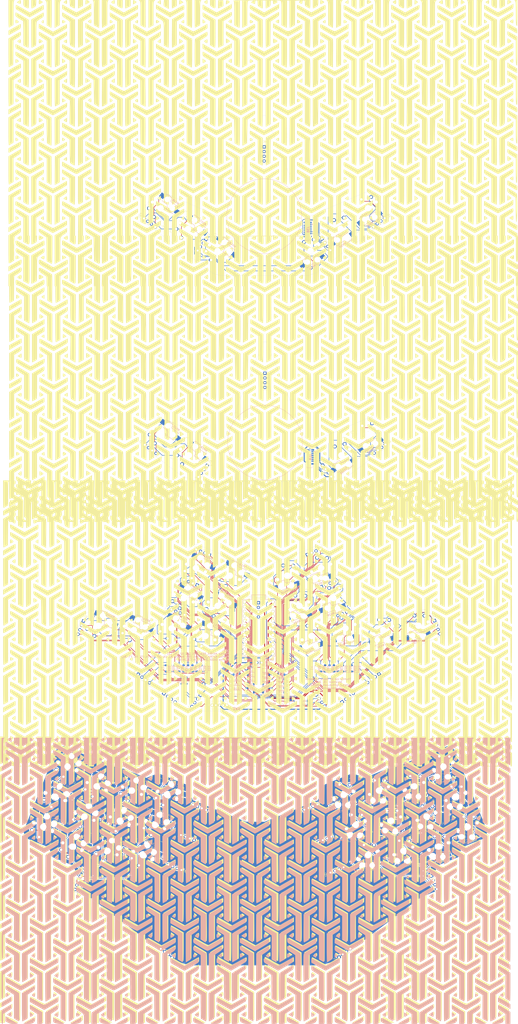
<source format=kicad_pcb>
(kicad_pcb (version 20171130) (host pcbnew "(5.1.4)-1")
  (layers (0 F.Cu signal) (31 B.Cu signal) (34 B.Paste user) (35 F.Paste user) (36 B.SilkS user) (37 F.SilkS user) (38 B.Mask user) (39 F.Mask user) (44 Edge.Cuts user))
  (net 0 "")
  (net 1 GND)
  (net 2 "Net-(D1-Pad2)")
  (net 3 ROW0)
  (net 4 "Net-(D2-Pad2)")
  (net 5 "Net-(D3-Pad2)")
  (net 6 "Net-(D4-Pad2)")
  (net 7 "Net-(D5-Pad2)")
  (net 8 ROW1)
  (net 9 "Net-(D6-Pad2)")
  (net 10 "Net-(D7-Pad2)")
  (net 11 "Net-(D8-Pad2)")
  (net 12 "Net-(D9-Pad2)")
  (net 13 ROW2)
  (net 14 "Net-(D10-Pad2)")
  (net 15 "Net-(D11-Pad2)")
  (net 16 "Net-(D12-Pad2)")
  (net 17 "Net-(D13-Pad2)")
  (net 18 ROW3)
  (net 19 "Net-(D14-Pad2)")
  (net 20 "Net-(D15-Pad2)")
  (net 21 "Net-(D16-Pad2)")
  (net 22 "Net-(D17-Pad2)")
  (net 23 "Net-(D18-Pad2)")
  (net 24 "Net-(D19-Pad2)")
  (net 25 "Net-(D20-Pad2)")
  (net 26 "Net-(D21-Pad2)")
  (net 27 "Net-(D22-Pad2)")
  (net 28 "Net-(D23-Pad2)")
  (net 29 "Net-(D24-Pad2)")
  (net 30 "Net-(D25-Pad2)")
  (net 31 "Net-(D26-Pad2)")
  (net 32 "Net-(D27-Pad2)")
  (net 33 "Net-(D28-Pad2)")
  (net 34 "Net-(D29-Pad2)")
  (net 35 "Net-(D30-Pad2)")
  (net 36 "Net-(D31-Pad2)")
  (net 37 "Net-(D32-Pad2)")
  (net 38 "Net-(D33-Pad2)")
  (net 39 "Net-(D34-Pad2)")
  (net 40 "Net-(D35-Pad2)")
  (net 41 "Net-(D36-Pad2)")
  (net 42 "Net-(D37-Pad2)")
  (net 43 "Net-(D38-Pad2)")
  (net 44 "Net-(D39-Pad2)")
  (net 45 "Net-(D40-Pad2)")
  (net 46 "Net-(D41-Pad2)")
  (net 47 "Net-(D42-Pad2)")
  (net 48 "Net-(D43-Pad2)")
  (net 49 "Net-(D44-Pad2)")
  (net 50 "Net-(J1-Pad4)")
  (net 51 "Net-(J1-Pad3)")
  (net 52 "Net-(J1-Pad2)")
  (net 53 "Net-(J1-Pad1)")
  (net 54 COL3)
  (net 55 COL2)
  (net 56 COL1)
  (net 57 COL0)
  (net 58 COL5)
  (net 59 COL4)
  (net 60 COL7)
  (net 61 COL6)
  (net 62 COL8)
  (net 63 COL9)
  (net 64 COLA)
  (net 65 COLB)
  (net 66 "Net-(J8-Pad4)")
  (net 67 "Net-(J8-Pad3)")
  (net 68 "Net-(J8-Pad2)")
  (net 69 "Net-(J8-Pad1)")
  (net 70 SCL)
  (net 71 SDA)
  (net 72 "Net-(J2-Pad4)")
  (net 73 "Net-(J2-Pad3)")
  (net 74 "Net-(J2-Pad2)")
  (net 75 "Net-(J2-Pad1)")
  (net 76 "Net-(J7-Pad4)")
  (net 77 "Net-(J7-Pad3)")
  (net 78 "Net-(J7-Pad2)")
  (net 79 "Net-(J7-Pad1)")
  (net 80 "Net-(J28-Pad4)")
  (net 81 "Net-(J28-Pad3)")
  (net 82 "Net-(J28-Pad2)")
  (net 83 "Net-(J28-Pad1)")
  (net 84 "Net-(J29-Pad4)")
  (net 85 "Net-(J29-Pad3)")
  (net 86 "Net-(J29-Pad2)")
  (net 87 "Net-(J29-Pad1)")
  (net 88 "Net-(J30-Pad4)")
  (net 89 "Net-(J30-Pad3)")
  (net 90 "Net-(J30-Pad2)")
  (net 91 "Net-(J30-Pad1)")
  (net 92 "Net-(J31-Pad4)")
  (net 93 "Net-(J31-Pad3)")
  (net 94 "Net-(J31-Pad2)")
  (net 95 "Net-(J31-Pad1)")
  (net 96 "Net-(J3-Pad4)")
  (net 97 "Net-(J3-Pad3)")
  (net 98 "Net-(J3-Pad2)")
  (net 99 "Net-(J3-Pad1)")
  (net 100 "Net-(J5-Pad4)")
  (net 101 "Net-(J5-Pad3)")
  (net 102 "Net-(J5-Pad2)")
  (net 103 "Net-(J5-Pad1)")
  (net 104 SCL-TOP)
  (net 105 SDA-TOP)
  (net 106 GND-TOP)
  (net 107 VCC-TOP)
  (net 108 VCC)
  (net 109 RST)
  (net 110 "Net-(J32-Pad2)")
  (net 111 +BATT)
  (net 112 "Net-(D45-Pad2)")
  (net 113 "Net-(D46-Pad2)")
  (net 114 "Net-(J33-Pad4)")
  (net 115 "Net-(J33-Pad3)")
  (net 116 "Net-(J33-Pad2)")
  (net 117 "Net-(J33-Pad1)")
  (net 118 "Net-(J34-Pad4)")
  (net 119 "Net-(J34-Pad3)")
  (net 120 "Net-(J34-Pad2)")
  (net 121 "Net-(J34-Pad1)")
  (net 122 "Net-(J35-Pad1)")
  (net 123 "Net-(J35-Pad2)")
  (net 124 "Net-(J35-Pad3)")
  (net 125 "Net-(J35-Pad4)")
  (net 126 VCC-TOP2)
  (net 127 SDA-TOP2)
  (net 128 SCL-TOP2)
  (net 129 GND-TOP2)
  (net 130 GND_L1)
  (module Silkscreens:Crowfeet75 (layer F.Cu) (at 149.31 52.15)
    (fp_text reference G*** hide)
    (fp_text value LOGO hide)
  )
  (module Silkscreens:Crowfeet75 (layer F.Cu) (at 148.94 -74.69)
    (fp_text reference G*** hide)
    (fp_text value LOGO hide)
  )
  (module Silkscreens:Crowfeet75 (layer F.Cu) (at 146.05 183.8)
    (fp_text reference G*** hide)
    (fp_text value LOGO hide)
  )
  (module Silkscreens:Crowfeet75 (layer F.Cu) (at 144.37 321.66)
    (fp_text reference G*** hide)
    (fp_text value LOGO hide)
  )
  (module Silkscreens:Crowfeet75 (layer B.Cu) (at 145.48 322.26 180)
    (fp_text reference G*** hide)
    (fp_text value LOGO hide)
  )
  (module keyswitches:Kailh_socket_PG1350_optional (layer F.Cu) (at 108.727264 -28.50876 323)
    (fp_text reference MX47 (at 0 -8.255 143) (layer F.SilkS))
    (fp_text value SwLMOD)
    (fp_text user %R (at 4.445 -7.62 143) (layer B.SilkS) (effects (justify mirror)))
    (pad 2 smd rect (at 8.275 -3.75 323) (size 2.6 2.6) (layers B.Cu B.Paste B.Mask) (net 116 "Net-(J33-Pad2)"))
    (pad "" np_thru_hole circle (at 0 -5.95 323) (size 3 3) (drill 3) (layers *.Cu *.Mask))
    (pad 1 thru_hole circle (at 0 5.9 323) (size 2.032 2.032) (drill 1.27) (layers *.Cu *.Mask) (net 117 "Net-(J33-Pad1)"))
    (pad 2 thru_hole circle (at -5 3.8 323) (size 2.032 2.032) (drill 1.27) (layers *.Cu *.Mask) (net 116 "Net-(J33-Pad2)"))
    (pad "" np_thru_hole circle (at 0 0 323) (size 3.429 3.429) (drill 3.429) (layers *.Cu *.Mask))
    (pad "" np_thru_hole circle (at 5 -3.75 323) (size 3 3) (drill 3) (layers *.Cu *.Mask))
    (pad 1 smd rect (at -3.275 -5.95 323) (size 2.6 2.6) (layers B.Cu B.Paste B.Mask) (net 117 "Net-(J33-Pad1)"))
    (pad "" np_thru_hole circle (at 5.5 0 323) (size 1.7018 1.7018) (drill 1.7018) (layers *.Cu *.Mask))
    (pad "" np_thru_hole circle (at -5.5 0 323) (size 1.7018 1.7018) (drill 1.7018) (layers *.Cu *.Mask))
  )
  (module Connector_PinSocket_2.54mm:PinSocket_1x04_P2.54mm_Vertical (layer F.Cu) (at 214.670744 -34.307924 307)
    (fp_text reference J34 (at 0 -2.77 127) (layer F.SilkS))
    (fp_text value Conn_01x04_Female)
    (pad 1 thru_hole rect (at 0 0 307) (size 1.7 1.7) (drill 1) (layers *.Cu *.Mask) (net 121 "Net-(J34-Pad1)"))
    (pad 2 thru_hole oval (at 0 2.54 307) (size 1.7 1.7) (drill 1) (layers *.Cu *.Mask) (net 120 "Net-(J34-Pad2)"))
    (pad 3 thru_hole oval (at 0 5.08 307) (size 1.7 1.7) (drill 1) (layers *.Cu *.Mask) (net 119 "Net-(J34-Pad3)"))
    (pad 4 thru_hole oval (at 0 7.62 307) (size 1.7 1.7) (drill 1) (layers *.Cu *.Mask) (net 118 "Net-(J34-Pad4)"))
  )
  (module Connector_PinSocket_2.54mm:PinSocket_1x04_P2.54mm_Vertical (layer F.Cu) (at 118.490114 -22.944167 323)
    (fp_text reference J35 (at 0 -2.77 143) (layer F.SilkS))
    (fp_text value Raiser_Female)
    (pad 1 thru_hole rect (at 0 0 323) (size 1.7 1.7) (drill 1) (layers *.Cu *.Mask) (net 122 "Net-(J35-Pad1)"))
    (pad 2 thru_hole oval (at 0 2.54 323) (size 1.7 1.7) (drill 1) (layers *.Cu *.Mask) (net 123 "Net-(J35-Pad2)"))
    (pad 3 thru_hole oval (at 0 5.08 323) (size 1.7 1.7) (drill 1) (layers *.Cu *.Mask) (net 124 "Net-(J35-Pad3)"))
    (pad 4 thru_hole oval (at 0 7.62 323) (size 1.7 1.7) (drill 1) (layers *.Cu *.Mask) (net 125 "Net-(J35-Pad4)"))
  )
  (module Connector_PinSocket_2.54mm:PinSocket_1x04_P2.54mm_Vertical (layer F.Cu) (at 180.877813 -23.142769 37)
    (fp_text reference J37 (at 0 -2.77 37) (layer F.SilkS))
    (fp_text value Raiser_Female)
    (pad 1 thru_hole rect (at 0 0 37) (size 1.7 1.7) (drill 1) (layers *.Cu *.Mask) (net 126 VCC-TOP2))
    (pad 2 thru_hole oval (at 0 2.54 37) (size 1.7 1.7) (drill 1) (layers *.Cu *.Mask) (net 127 SDA-TOP2))
    (pad 3 thru_hole oval (at 0 5.08 37) (size 1.7 1.7) (drill 1) (layers *.Cu *.Mask) (net 128 SCL-TOP2))
    (pad 4 thru_hole oval (at 0 7.62 37) (size 1.7 1.7) (drill 1) (layers *.Cu *.Mask) (net 129 GND-TOP2))
  )
  (module Connector_PinSocket_2.54mm:PinSocket_1x04_P2.54mm_Vertical (layer F.Cu) (at 149.728765 -72.681751)
    (fp_text reference J36 (at 0 -2.77) (layer F.SilkS))
    (fp_text value Raiser_Female)
    (pad 1 thru_hole rect (at 0 0) (size 1.7 1.7) (drill 1) (layers *.Cu *.Mask))
    (pad 2 thru_hole oval (at 0 2.54) (size 1.7 1.7) (drill 1) (layers *.Cu *.Mask))
    (pad 3 thru_hole oval (at 0 5.08) (size 1.7 1.7) (drill 1) (layers *.Cu *.Mask))
    (pad 4 thru_hole oval (at 0 7.62) (size 1.7 1.7) (drill 1) (layers *.Cu *.Mask))
  )
  (module keyswitches:Kailh_socket_PG1350_optional (layer F.Cu) (at 205.709788 -39.674939 217)
    (fp_text reference MX49 (at 0 -8.255 37) (layer F.SilkS))
    (fp_text value SwRSHFT)
    (fp_text user %R (at 4.445 -7.62 37) (layer B.SilkS) (effects (justify mirror)))
    (pad 2 smd rect (at 8.275 -3.75 217) (size 2.6 2.6) (layers B.Cu B.Paste B.Mask) (net 120 "Net-(J34-Pad2)"))
    (pad "" np_thru_hole circle (at 0 -5.95 217) (size 3 3) (drill 3) (layers *.Cu *.Mask))
    (pad 1 thru_hole circle (at 0 5.9 217) (size 2.032 2.032) (drill 1.27) (layers *.Cu *.Mask) (net 121 "Net-(J34-Pad1)"))
    (pad 2 thru_hole circle (at -5 3.8 217) (size 2.032 2.032) (drill 1.27) (layers *.Cu *.Mask) (net 120 "Net-(J34-Pad2)"))
    (pad "" np_thru_hole circle (at 0 0 217) (size 3.429 3.429) (drill 3.429) (layers *.Cu *.Mask))
    (pad "" np_thru_hole circle (at 5 -3.75 217) (size 3 3) (drill 3) (layers *.Cu *.Mask))
    (pad 1 smd rect (at -3.275 -5.95 217) (size 2.6 2.6) (layers B.Cu B.Paste B.Mask) (net 121 "Net-(J34-Pad1)"))
    (pad "" np_thru_hole circle (at 5.5 0 217) (size 1.7018 1.7018) (drill 1.7018) (layers *.Cu *.Mask))
    (pad "" np_thru_hole circle (at -5.5 0 217) (size 1.7018 1.7018) (drill 1.7018) (layers *.Cu *.Mask))
  )
  (module keyswitches:Kailh_socket_PG1350_optional (layer F.Cu) (at 190.935031 -28.541361 217)
    (fp_text reference MX50 (at 0 -8.255 37) (layer F.SilkS))
    (fp_text value SwRMOD)
    (fp_text user %R (at 4.445 -7.62 37) (layer B.SilkS) (effects (justify mirror)))
    (pad 2 smd rect (at 8.275 -3.75 217) (size 2.6 2.6) (layers B.Cu B.Paste B.Mask) (net 119 "Net-(J34-Pad3)"))
    (pad "" np_thru_hole circle (at 0 -5.95 217) (size 3 3) (drill 3) (layers *.Cu *.Mask))
    (pad 1 thru_hole circle (at 0 5.9 217) (size 2.032 2.032) (drill 1.27) (layers *.Cu *.Mask) (net 118 "Net-(J34-Pad4)"))
    (pad 2 thru_hole circle (at -5 3.8 217) (size 2.032 2.032) (drill 1.27) (layers *.Cu *.Mask) (net 119 "Net-(J34-Pad3)"))
    (pad "" np_thru_hole circle (at 0 0 217) (size 3.429 3.429) (drill 3.429) (layers *.Cu *.Mask))
    (pad "" np_thru_hole circle (at 5 -3.75 217) (size 3 3) (drill 3) (layers *.Cu *.Mask))
    (pad 1 smd rect (at -3.275 -5.95 217) (size 2.6 2.6) (layers B.Cu B.Paste B.Mask) (net 118 "Net-(J34-Pad4)"))
    (pad "" np_thru_hole circle (at 5.5 0 217) (size 1.7018 1.7018) (drill 1.7018) (layers *.Cu *.Mask))
    (pad "" np_thru_hole circle (at -5.5 0 217) (size 1.7018 1.7018) (drill 1.7018) (layers *.Cu *.Mask))
  )
  (module keyswitches:Kailh_socket_PG1350_optional (layer F.Cu) (at 93.952507 -39.642337 323)
    (fp_text reference MX48 (at 0 -8.255 143) (layer F.SilkS))
    (fp_text value SwLSHFT)
    (fp_text user %R (at 4.445 -7.62 143) (layer B.SilkS) (effects (justify mirror)))
    (pad "" np_thru_hole circle (at -5.5 0 323) (size 1.7018 1.7018) (drill 1.7018) (layers *.Cu *.Mask))
    (pad "" np_thru_hole circle (at 5.5 0 323) (size 1.7018 1.7018) (drill 1.7018) (layers *.Cu *.Mask))
    (pad 1 smd rect (at -3.275 -5.95 323) (size 2.6 2.6) (layers B.Cu B.Paste B.Mask) (net 114 "Net-(J33-Pad4)"))
    (pad "" np_thru_hole circle (at 5 -3.75 323) (size 3 3) (drill 3) (layers *.Cu *.Mask))
    (pad "" np_thru_hole circle (at 0 0 323) (size 3.429 3.429) (drill 3.429) (layers *.Cu *.Mask))
    (pad 2 thru_hole circle (at -5 3.8 323) (size 2.032 2.032) (drill 1.27) (layers *.Cu *.Mask) (net 115 "Net-(J33-Pad3)"))
    (pad 1 thru_hole circle (at 0 5.9 323) (size 2.032 2.032) (drill 1.27) (layers *.Cu *.Mask) (net 114 "Net-(J33-Pad4)"))
    (pad "" np_thru_hole circle (at 0 -5.95 323) (size 3 3) (drill 3) (layers *.Cu *.Mask))
    (pad 2 smd rect (at 8.275 -3.75 323) (size 2.6 2.6) (layers B.Cu B.Paste B.Mask) (net 115 "Net-(J33-Pad3)"))
  )
  (module Connector_PinSocket_2.54mm:PinSocket_1x04_P2.54mm_Vertical (layer F.Cu) (at 84.977015 -34.154319 53)
    (fp_text reference J33 (at 0 -2.77 53) (layer F.SilkS))
    (fp_text value Conn_01x04_Female)
    (pad 1 thru_hole rect (at 0 0 53) (size 1.7 1.7) (drill 1) (layers *.Cu *.Mask) (net 117 "Net-(J33-Pad1)"))
    (pad 2 thru_hole oval (at 0 2.54 53) (size 1.7 1.7) (drill 1) (layers *.Cu *.Mask) (net 116 "Net-(J33-Pad2)"))
    (pad 3 thru_hole oval (at 0 5.08 53) (size 1.7 1.7) (drill 1) (layers *.Cu *.Mask) (net 115 "Net-(J33-Pad3)"))
    (pad 4 thru_hole oval (at 0 7.62 53) (size 1.7 1.7) (drill 1) (layers *.Cu *.Mask) (net 114 "Net-(J33-Pad4)"))
  )
  (module 52559-1233:525591233 (layer B.Cu) (at 173.16 -28.23 270)
    (fp_text reference J38 (at 0 -0.3 90) (layer B.SilkS) (effects (font (size 1.27 1.27) (thickness 0.254)) (justify mirror)))
    (fp_text value 52559-1233 hide)
    (pad MP4 smd rect (at 3.75 1.4 270) (size 0.8 1.5) (layers B.Cu B.Paste B.Mask))
    (pad MP3 smd rect (at 3.75 -1.4 270) (size 0.8 1.5) (layers B.Cu B.Paste B.Mask))
    (pad MP2 smd rect (at -3.75 1.4 270) (size 0.8 1.5) (layers B.Cu B.Paste B.Mask))
    (pad MP1 smd rect (at -3.75 -1.4 270) (size 0.8 1.5) (layers B.Cu B.Paste B.Mask))
    (pad 12 smd rect (at 2.75 1.4 270) (size 0.6 1.5) (layers B.Cu B.Paste B.Mask) (net 126 VCC-TOP2))
    (pad 11 smd rect (at 2.25 -1.4 270) (size 0.6 1.5) (layers B.Cu B.Paste B.Mask) (net 129 GND-TOP2))
    (pad 10 smd rect (at 1.75 1.4 270) (size 0.6 1.5) (layers B.Cu B.Paste B.Mask) (net 127 SDA-TOP2))
    (pad 9 smd rect (at 1.25 -1.4 270) (size 0.6 1.5) (layers B.Cu B.Paste B.Mask) (net 128 SCL-TOP2))
    (pad 8 smd rect (at 0.75 1.4 270) (size 0.6 1.5) (layers B.Cu B.Paste B.Mask))
    (pad 7 smd rect (at 0.25 -1.4 270) (size 0.6 1.5) (layers B.Cu B.Paste B.Mask))
    (pad 6 smd rect (at -0.25 1.4 270) (size 0.6 1.5) (layers B.Cu B.Paste B.Mask))
    (pad 5 smd rect (at -0.75 -1.4 270) (size 0.6 1.5) (layers B.Cu B.Paste B.Mask))
    (pad 4 smd rect (at -1.25 1.4 270) (size 0.6 1.5) (layers B.Cu B.Paste B.Mask))
    (pad 3 smd rect (at -1.75 -1.4 270) (size 0.6 1.5) (layers B.Cu B.Paste B.Mask))
    (pad 2 smd rect (at -2.25 1.4 270) (size 0.6 1.5) (layers B.Cu B.Paste B.Mask))
    (pad 1 smd rect (at -2.75 -1.4 270) (size 0.6 1.5) (layers B.Cu B.Paste B.Mask))
  )
  (module keyswitches:Kailh_socket_PG1350_optional (layer F.Cu) (at 174.74 -16.7 217)
    (fp_text reference MX46 (at 0 -8.255 37) (layer F.SilkS))
    (fp_text value SwThR)
    (fp_text user %R (at 4.445 -7.62 37) (layer B.SilkS) (effects (justify mirror)))
    (pad "" np_thru_hole circle (at -5.5 0 217) (size 1.7018 1.7018) (drill 1.7018) (layers *.Cu *.Mask))
    (pad "" np_thru_hole circle (at 5.5 0 217) (size 1.7018 1.7018) (drill 1.7018) (layers *.Cu *.Mask))
    (pad 1 smd rect (at -3.275 -5.95 217) (size 2.6 2.6) (layers B.Cu B.Paste B.Mask) (net 125 "Net-(J35-Pad4)"))
    (pad "" np_thru_hole circle (at 5 -3.75 217) (size 3 3) (drill 3) (layers *.Cu *.Mask))
    (pad "" np_thru_hole circle (at 0 0 217) (size 3.429 3.429) (drill 3.429) (layers *.Cu *.Mask))
    (pad 2 thru_hole circle (at -5 3.8 217) (size 2.032 2.032) (drill 1.27) (layers *.Cu *.Mask) (net 124 "Net-(J35-Pad3)"))
    (pad 1 thru_hole circle (at 0 5.9 217) (size 2.032 2.032) (drill 1.27) (layers *.Cu *.Mask) (net 125 "Net-(J35-Pad4)"))
    (pad "" np_thru_hole circle (at 0 -5.95 217) (size 3 3) (drill 3) (layers *.Cu *.Mask))
    (pad 2 smd rect (at 8.275 -3.75 217) (size 2.6 2.6) (layers B.Cu B.Paste B.Mask) (net 124 "Net-(J35-Pad3)"))
  )
  (module keyswitches:Kailh_socket_PG1350_optional (layer F.Cu) (at 124.65 -16.51 323)
    (fp_text reference MX45 (at 0 -8.255 143) (layer F.SilkS))
    (fp_text value SwThL)
    (fp_text user %R (at 4.445 -7.62 143) (layer B.SilkS) (effects (justify mirror)))
    (pad "" np_thru_hole circle (at -5.5 0 323) (size 1.7018 1.7018) (drill 1.7018) (layers *.Cu *.Mask))
    (pad "" np_thru_hole circle (at 5.5 0 323) (size 1.7018 1.7018) (drill 1.7018) (layers *.Cu *.Mask))
    (pad 1 smd rect (at -3.275 -5.95 323) (size 2.6 2.6) (layers B.Cu B.Paste B.Mask) (net 122 "Net-(J35-Pad1)"))
    (pad "" np_thru_hole circle (at 5 -3.75 323) (size 3 3) (drill 3) (layers *.Cu *.Mask))
    (pad "" np_thru_hole circle (at 0 0 323) (size 3.429 3.429) (drill 3.429) (layers *.Cu *.Mask))
    (pad 2 thru_hole circle (at -5 3.8 323) (size 2.032 2.032) (drill 1.27) (layers *.Cu *.Mask) (net 123 "Net-(J35-Pad2)"))
    (pad 1 thru_hole circle (at 0 5.9 323) (size 2.032 2.032) (drill 1.27) (layers *.Cu *.Mask) (net 122 "Net-(J35-Pad1)"))
    (pad "" np_thru_hole circle (at 0 -5.95 323) (size 3 3) (drill 3) (layers *.Cu *.Mask))
    (pad 2 smd rect (at 8.275 -3.75 323) (size 2.6 2.6) (layers B.Cu B.Paste B.Mask) (net 123 "Net-(J35-Pad2)"))
  )
  (module Diode_SMD:D_SOD-123 (layer B.Cu) (at 105.41 214.61 270)
    (fp_text reference D46 (at 0 2 90) (layer B.SilkS) (effects (justify mirror)))
    (fp_text value D_Small)
    (pad 2 smd rect (at 1.65 0 270) (size 0.9 1.2) (layers B.Cu B.Paste B.Mask) (net 113 "Net-(D46-Pad2)"))
    (pad 1 smd rect (at -1.65 0 270) (size 0.9 1.2) (layers B.Cu B.Paste B.Mask) (net 18 ROW3))
  )
  (module Diode_SMD:D_SOD-123 (layer B.Cu) (at 107.81 214.61 270)
    (fp_text reference D45 (at 0 2 90) (layer B.SilkS) (effects (justify mirror)))
    (fp_text value D_Small)
    (pad 2 smd rect (at 1.65 0 270) (size 0.9 1.2) (layers B.Cu B.Paste B.Mask) (net 112 "Net-(D45-Pad2)"))
    (pad 1 smd rect (at -1.65 0 270) (size 0.9 1.2) (layers B.Cu B.Paste B.Mask) (net 18 ROW3))
  )
  (module Connector_PinHeader_2.54mm:PinHeader_1x02_P2.54mm_Vertical (layer B.Cu) (at 148.35 204.88 90)
    (fp_text reference J32 (at 3.37 2.3 -90) (layer B.SilkS) (effects (justify mirror)))
    (fp_text value Battery)
    (pad 2 thru_hole oval (at 0 -2.54 90) (size 1.7 1.7) (drill 1) (layers *.Cu *.Mask) (net 110 "Net-(J32-Pad2)"))
    (pad 1 thru_hole rect (at 0 0 90) (size 1.7 1.7) (drill 1) (layers *.Cu *.Mask) (net 111 +BATT))
  )
  (module 1825232-1:18252321 (layer F.Cu) (at 127.69 227.75 180)
    (fp_text reference SW2 (at -7.25 -1.89) (layer B.SilkS) (effects (font (size 1.27 1.27) (thickness 0.254)) (justify mirror)))
    (fp_text value SW_DIP_x01 hide)
    (pad MH2 thru_hole circle (at 6 0 270) (size 1.5 1.5) (drill 1) (layers *.Cu *.Mask F.SilkS))
    (pad MH1 thru_hole circle (at -2 0 270) (size 1.5 1.5) (drill 1) (layers *.Cu *.Mask F.SilkS))
    (pad 3 thru_hole circle (at 4 0 270) (size 1.2 1.2) (drill 0.75) (layers *.Cu *.Mask F.SilkS))
    (pad 2 thru_hole circle (at 2 0 270) (size 1.3 1.3) (drill 0.8) (layers *.Cu *.Mask F.SilkS) (net 1 GND))
    (pad 1 thru_hole circle (at 0 0 270) (size 1.3 1.3) (drill 0.8) (layers *.Cu *.Mask F.SilkS) (net 110 "Net-(J32-Pad2)"))
  )
  (module promicro:ProMicro (layer F.Cu) (at 146.812 186.182 270)
    (fp_text reference U1 hide)
    (fp_text value ProMicro)
    (pad 24 thru_hole circle (at -13.97 -7.62 270) (size 1.6 1.6) (drill 1.3) (layers *.Cu *.Mask F.SilkS) (net 111 +BATT))
    (pad 23 thru_hole circle (at -11.43 -7.62 270) (size 1.6 1.6) (drill 1.3) (layers *.Cu *.Mask F.SilkS) (net 1 GND))
    (pad 22 thru_hole circle (at -8.89 -7.62 270) (size 1.6 1.6) (drill 1.3) (layers *.Cu *.Mask F.SilkS) (net 109 RST))
    (pad 21 thru_hole circle (at -6.35 -7.62 270) (size 1.6 1.6) (drill 1.3) (layers *.Cu *.Mask F.SilkS) (net 108 VCC))
    (pad 20 thru_hole circle (at -3.81 -7.62 270) (size 1.6 1.6) (drill 1.3) (layers *.Cu *.Mask F.SilkS) (net 60 COL7))
    (pad 19 thru_hole circle (at -1.27 -7.62 270) (size 1.6 1.6) (drill 1.3) (layers *.Cu *.Mask F.SilkS) (net 62 COL8))
    (pad 18 thru_hole circle (at 1.27 -7.62 270) (size 1.6 1.6) (drill 1.3) (layers *.Cu *.Mask F.SilkS) (net 63 COL9))
    (pad 17 thru_hole circle (at 3.81 -7.62 270) (size 1.6 1.6) (drill 1.3) (layers *.Cu *.Mask F.SilkS) (net 64 COLA))
    (pad 16 thru_hole circle (at 6.35 -7.62 270) (size 1.6 1.6) (drill 1.3) (layers *.Cu *.Mask F.SilkS) (net 65 COLB))
    (pad 15 thru_hole circle (at 8.89 -7.62 270) (size 1.6 1.6) (drill 1.3) (layers *.Cu *.Mask F.SilkS) (net 61 COL6))
    (pad 14 thru_hole circle (at 11.43 -7.62 270) (size 1.6 1.6) (drill 1.3) (layers *.Cu *.Mask F.SilkS) (net 57 COL0))
    (pad 13 thru_hole circle (at 13.97 -7.62 270) (size 1.6 1.6) (drill 1.3) (layers *.Cu *.Mask F.SilkS) (net 56 COL1))
    (pad 12 thru_hole circle (at 13.97 7.62 270) (size 1.6 1.6) (drill 1.3) (layers *.Cu *.Mask F.SilkS) (net 55 COL2))
    (pad 11 thru_hole circle (at 11.43 7.62 270) (size 1.6 1.6) (drill 1.3) (layers *.Cu *.Mask F.SilkS) (net 54 COL3))
    (pad 10 thru_hole circle (at 8.89 7.62 270) (size 1.6 1.6) (drill 1.3) (layers *.Cu *.Mask F.SilkS) (net 59 COL4))
    (pad 9 thru_hole circle (at 6.35 7.62 270) (size 1.6 1.6) (drill 1.3) (layers *.Cu *.Mask F.SilkS) (net 58 COL5))
    (pad 8 thru_hole circle (at 3.81 7.62 270) (size 1.6 1.6) (drill 1.3) (layers *.Cu *.Mask F.SilkS) (net 18 ROW3))
    (pad 7 thru_hole circle (at 1.27 7.62 270) (size 1.6 1.6) (drill 1.3) (layers *.Cu *.Mask F.SilkS) (net 13 ROW2))
    (pad 6 thru_hole circle (at -1.27 7.62 270) (size 1.6 1.6) (drill 1.3) (layers *.Cu *.Mask F.SilkS) (net 70 SCL))
    (pad 5 thru_hole circle (at -3.81 7.62 270) (size 1.6 1.6) (drill 1.3) (layers *.Cu *.Mask F.SilkS) (net 71 SDA))
    (pad 4 thru_hole circle (at -6.35 7.62 270) (size 1.6 1.6) (drill 1.3) (layers *.Cu *.Mask F.SilkS))
    (pad 3 thru_hole circle (at -8.89 7.62 270) (size 1.6 1.6) (drill 1.3) (layers *.Cu *.Mask F.SilkS))
    (pad 2 thru_hole circle (at -11.43 7.62 270) (size 1.6 1.6) (drill 1.3) (layers *.Cu *.Mask F.SilkS) (net 8 ROW1))
    (pad 1 thru_hole rect (at -13.97 7.62 270) (size 1.6 1.6) (drill 1.3) (layers *.Cu *.Mask F.SilkS) (net 3 ROW0))
  )
  (module Resistor_SMD:R_0805_2012Metric (layer B.Cu) (at 174.1655 225.552)
    (fp_text reference R2 (at -2.8155 2.028) (layer B.SilkS) (effects (justify mirror)))
    (fp_text value 5.1K)
    (pad 2 smd roundrect (at 0.9375 0) (size 0.975 1.4) (layers B.Cu B.Paste B.Mask) (net 71 SDA))
    (pad 1 smd roundrect (at -0.9375 0) (size 0.975 1.4) (layers B.Cu B.Paste B.Mask) (net 108 VCC))
  )
  (module Resistor_SMD:R_0805_2012Metric (layer B.Cu) (at 174.1655 227.584 180)
    (fp_text reference R1 (at 2.7855 1.944) (layer B.SilkS) (effects (justify mirror)))
    (fp_text value 5.1K)
    (pad 2 smd roundrect (at 0.9375 0 180) (size 0.975 1.4) (layers B.Cu B.Paste B.Mask) (net 108 VCC))
    (pad 1 smd roundrect (at -0.9375 0 180) (size 0.975 1.4) (layers B.Cu B.Paste B.Mask) (net 70 SCL))
  )
  (module random-keyboard-parts:SKQG-1155865 (layer B.Cu) (at 160.782 226.822)
    (fp_text reference SW1 (at 4.028 -3.692) (layer B.SilkS) (effects (justify mirror)))
    (fp_text value SW_Push)
    (pad 4 smd rect (at -3.1 -1.85) (size 1.8 1.1) (layers B.Cu B.Paste B.Mask))
    (pad 3 smd rect (at 3.1 1.85) (size 1.8 1.1) (layers B.Cu B.Paste B.Mask))
    (pad 2 smd rect (at -3.1 1.85) (size 1.8 1.1) (layers B.Cu B.Paste B.Mask) (net 1 GND))
    (pad 1 smd rect (at 3.1 -1.85) (size 1.8 1.1) (layers B.Cu B.Paste B.Mask) (net 109 RST))
  )
  (module 52559-1233:525591233 (layer B.Cu) (at 174.52 94.16 270)
    (fp_text reference J19 (at 0 -0.3 90) (layer B.SilkS) (effects (font (size 1.27 1.27) (thickness 0.254)) (justify mirror)))
    (fp_text value 52559-1233 hide)
    (pad MP4 smd rect (at 3.75 1.4 270) (size 0.8 1.5) (layers B.Cu B.Paste B.Mask))
    (pad MP3 smd rect (at 3.75 -1.4 270) (size 0.8 1.5) (layers B.Cu B.Paste B.Mask))
    (pad MP2 smd rect (at -3.75 1.4 270) (size 0.8 1.5) (layers B.Cu B.Paste B.Mask))
    (pad MP1 smd rect (at -3.75 -1.4 270) (size 0.8 1.5) (layers B.Cu B.Paste B.Mask))
    (pad 12 smd rect (at 2.75 1.4 270) (size 0.6 1.5) (layers B.Cu B.Paste B.Mask) (net 107 VCC-TOP))
    (pad 11 smd rect (at 2.25 -1.4 270) (size 0.6 1.5) (layers B.Cu B.Paste B.Mask) (net 106 GND-TOP))
    (pad 10 smd rect (at 1.75 1.4 270) (size 0.6 1.5) (layers B.Cu B.Paste B.Mask) (net 105 SDA-TOP))
    (pad 9 smd rect (at 1.25 -1.4 270) (size 0.6 1.5) (layers B.Cu B.Paste B.Mask) (net 104 SCL-TOP))
    (pad 8 smd rect (at 0.75 1.4 270) (size 0.6 1.5) (layers B.Cu B.Paste B.Mask))
    (pad 7 smd rect (at 0.25 -1.4 270) (size 0.6 1.5) (layers B.Cu B.Paste B.Mask))
    (pad 6 smd rect (at -0.25 1.4 270) (size 0.6 1.5) (layers B.Cu B.Paste B.Mask))
    (pad 5 smd rect (at -0.75 -1.4 270) (size 0.6 1.5) (layers B.Cu B.Paste B.Mask))
    (pad 4 smd rect (at -1.25 1.4 270) (size 0.6 1.5) (layers B.Cu B.Paste B.Mask))
    (pad 3 smd rect (at -1.75 -1.4 270) (size 0.6 1.5) (layers B.Cu B.Paste B.Mask))
    (pad 2 smd rect (at -2.25 1.4 270) (size 0.6 1.5) (layers B.Cu B.Paste B.Mask))
    (pad 1 smd rect (at -2.75 -1.4 270) (size 0.6 1.5) (layers B.Cu B.Paste B.Mask))
  )
  (module Connector_PinHeader_2.54mm:PinHeader_1x04_P2.54mm_Vertical (layer F.Cu) (at 187.1 180.5 112)
    (fp_text reference J27 (at 0 -2.33 112) (layer F.SilkS))
    (fp_text value Conn_01x04_Male)
    (pad 4 thru_hole oval (at 0 7.62 112) (size 1.7 1.7) (drill 1) (layers *.Cu *.Mask) (net 44 "Net-(D39-Pad2)"))
    (pad 3 thru_hole oval (at 0 5.08 112) (size 1.7 1.7) (drill 1) (layers *.Cu *.Mask) (net 45 "Net-(D40-Pad2)"))
    (pad 2 thru_hole oval (at 0 2.54 112) (size 1.7 1.7) (drill 1) (layers *.Cu *.Mask) (net 46 "Net-(D41-Pad2)"))
    (pad 1 thru_hole rect (at 0 0 112) (size 1.7 1.7) (drill 1) (layers *.Cu *.Mask) (net 47 "Net-(D42-Pad2)"))
  )
  (module Connector_PinSocket_2.54mm:PinSocket_1x04_P2.54mm_Vertical (layer F.Cu) (at 185.45 317.85 112)
    (fp_text reference J31 (at 0 -2.77 112) (layer F.SilkS))
    (fp_text value Conn_01x04_Female)
    (pad 1 thru_hole rect (at 0 0 112) (size 1.7 1.7) (drill 1) (layers *.Cu *.Mask) (net 95 "Net-(J31-Pad1)"))
    (pad 2 thru_hole oval (at 0 2.54 112) (size 1.7 1.7) (drill 1) (layers *.Cu *.Mask) (net 94 "Net-(J31-Pad2)"))
    (pad 3 thru_hole oval (at 0 5.08 112) (size 1.7 1.7) (drill 1) (layers *.Cu *.Mask) (net 93 "Net-(J31-Pad3)"))
    (pad 4 thru_hole oval (at 0 7.62 112) (size 1.7 1.7) (drill 1) (layers *.Cu *.Mask) (net 92 "Net-(J31-Pad4)"))
  )
  (module Connector_PinHeader_2.54mm:PinHeader_1x04_P2.54mm_Vertical (layer F.Cu) (at 241.528381 182.31109 22)
    (fp_text reference J24 (at 0 -2.33 22) (layer F.SilkS))
    (fp_text value Conn_01x04_Male)
    (pad 1 thru_hole rect (at 0 0 22) (size 1.7 1.7) (drill 1) (layers *.Cu *.Mask) (net 62 COL8))
    (pad 2 thru_hole oval (at 0 2.54 22) (size 1.7 1.7) (drill 1) (layers *.Cu *.Mask) (net 63 COL9))
    (pad 3 thru_hole oval (at 0 5.08 22) (size 1.7 1.7) (drill 1) (layers *.Cu *.Mask) (net 64 COLA))
    (pad 4 thru_hole oval (at 0 7.62 22) (size 1.7 1.7) (drill 1) (layers *.Cu *.Mask) (net 65 COLB))
  )
  (module Connector_PinHeader_2.54mm:PinHeader_1x04_P2.54mm_Vertical (layer F.Cu) (at 172.994345 146.690649 112)
    (fp_text reference J25 (at 0 -2.33 112) (layer F.SilkS))
    (fp_text value Conn_01x04_Male)
    (pad 1 thru_hole rect (at 0 0 112) (size 1.7 1.7) (drill 1) (layers *.Cu *.Mask) (net 39 "Net-(D34-Pad2)"))
    (pad 2 thru_hole oval (at 0 2.54 112) (size 1.7 1.7) (drill 1) (layers *.Cu *.Mask) (net 38 "Net-(D33-Pad2)"))
    (pad 3 thru_hole oval (at 0 5.08 112) (size 1.7 1.7) (drill 1) (layers *.Cu *.Mask) (net 37 "Net-(D32-Pad2)"))
    (pad 4 thru_hole oval (at 0 7.62 112) (size 1.7 1.7) (drill 1) (layers *.Cu *.Mask) (net 36 "Net-(D31-Pad2)"))
  )
  (module Connector_PinHeader_2.54mm:PinHeader_1x04_P2.54mm_Vertical (layer F.Cu) (at 180.6 164 112)
    (fp_text reference J26 (at 0 -2.33 112) (layer F.SilkS))
    (fp_text value Conn_01x04_Male)
    (pad 1 thru_hole rect (at 0 0 112) (size 1.7 1.7) (drill 1) (layers *.Cu *.Mask) (net 43 "Net-(D38-Pad2)"))
    (pad 2 thru_hole oval (at 0 2.54 112) (size 1.7 1.7) (drill 1) (layers *.Cu *.Mask) (net 42 "Net-(D37-Pad2)"))
    (pad 3 thru_hole oval (at 0 5.08 112) (size 1.7 1.7) (drill 1) (layers *.Cu *.Mask) (net 41 "Net-(D36-Pad2)"))
    (pad 4 thru_hole oval (at 0 7.62 112) (size 1.7 1.7) (drill 1) (layers *.Cu *.Mask) (net 40 "Net-(D35-Pad2)"))
  )
  (module Connector_PinSocket_2.54mm:PinSocket_1x04_P2.54mm_Vertical (layer F.Cu) (at 239.869616 319.672841 22)
    (fp_text reference J28 (at 0 -2.77 22) (layer F.SilkS))
    (fp_text value Conn_01x04_Female)
    (pad 4 thru_hole oval (at 0 7.62 22) (size 1.7 1.7) (drill 1) (layers *.Cu *.Mask) (net 80 "Net-(J28-Pad4)"))
    (pad 3 thru_hole oval (at 0 5.08 22) (size 1.7 1.7) (drill 1) (layers *.Cu *.Mask) (net 81 "Net-(J28-Pad3)"))
    (pad 2 thru_hole oval (at 0 2.54 22) (size 1.7 1.7) (drill 1) (layers *.Cu *.Mask) (net 82 "Net-(J28-Pad2)"))
    (pad 1 thru_hole rect (at 0 0 22) (size 1.7 1.7) (drill 1) (layers *.Cu *.Mask) (net 83 "Net-(J28-Pad1)"))
  )
  (module Connector_PinSocket_2.54mm:PinSocket_1x04_P2.54mm_Vertical (layer F.Cu) (at 171.33558 284.0524 112)
    (fp_text reference J29 (at 0 -2.77 112) (layer F.SilkS))
    (fp_text value Conn_01x04_Female)
    (pad 4 thru_hole oval (at 0 7.62 112) (size 1.7 1.7) (drill 1) (layers *.Cu *.Mask) (net 84 "Net-(J29-Pad4)"))
    (pad 3 thru_hole oval (at 0 5.08 112) (size 1.7 1.7) (drill 1) (layers *.Cu *.Mask) (net 85 "Net-(J29-Pad3)"))
    (pad 2 thru_hole oval (at 0 2.54 112) (size 1.7 1.7) (drill 1) (layers *.Cu *.Mask) (net 86 "Net-(J29-Pad2)"))
    (pad 1 thru_hole rect (at 0 0 112) (size 1.7 1.7) (drill 1) (layers *.Cu *.Mask) (net 87 "Net-(J29-Pad1)"))
  )
  (module Connector_PinSocket_2.54mm:PinSocket_1x04_P2.54mm_Vertical (layer F.Cu) (at 178.95 301.35 112)
    (fp_text reference J30 (at 0 -2.77 112) (layer F.SilkS))
    (fp_text value Conn_01x04_Female)
    (pad 4 thru_hole oval (at 0 7.62 112) (size 1.7 1.7) (drill 1) (layers *.Cu *.Mask) (net 88 "Net-(J30-Pad4)"))
    (pad 3 thru_hole oval (at 0 5.08 112) (size 1.7 1.7) (drill 1) (layers *.Cu *.Mask) (net 89 "Net-(J30-Pad3)"))
    (pad 2 thru_hole oval (at 0 2.54 112) (size 1.7 1.7) (drill 1) (layers *.Cu *.Mask) (net 90 "Net-(J30-Pad2)"))
    (pad 1 thru_hole rect (at 0 0 112) (size 1.7 1.7) (drill 1) (layers *.Cu *.Mask) (net 91 "Net-(J30-Pad1)"))
  )
  (module Connector_PinHeader_2.54mm:PinHeader_1x04_P2.54mm_Vertical (layer F.Cu) (at 177.807813 222.177231 37)
    (fp_text reference J18 (at 0 -2.33 37) (layer F.SilkS))
    (fp_text value Raiser_Male)
    (pad 4 thru_hole oval (at 0 7.62 37) (size 1.7 1.7) (drill 1) (layers *.Cu *.Mask) (net 1 GND))
    (pad 3 thru_hole oval (at 0 5.08 37) (size 1.7 1.7) (drill 1) (layers *.Cu *.Mask) (net 70 SCL))
    (pad 2 thru_hole oval (at 0 2.54 37) (size 1.7 1.7) (drill 1) (layers *.Cu *.Mask) (net 71 SDA))
    (pad 1 thru_hole rect (at 0 0 37) (size 1.7 1.7) (drill 1) (layers *.Cu *.Mask) (net 108 VCC))
  )
  (module keyswitches:Kailh_socket_PG1350_optional (layer F.Cu) (at 191.365031 93.278639 217)
    (fp_text reference MX30 (at 0 -8.255 37) (layer F.SilkS))
    (fp_text value SwRMOD)
    (fp_text user %R (at 4.445 -7.62 37) (layer B.SilkS) (effects (justify mirror)))
    (pad 2 smd rect (at 8.275 -3.75 217) (size 2.6 2.6) (layers B.Cu B.Paste B.Mask) (net 101 "Net-(J5-Pad3)"))
    (pad "" np_thru_hole circle (at 0 -5.95 217) (size 3 3) (drill 3) (layers *.Cu *.Mask))
    (pad 1 thru_hole circle (at 0 5.9 217) (size 2.032 2.032) (drill 1.27) (layers *.Cu *.Mask) (net 100 "Net-(J5-Pad4)"))
    (pad 2 thru_hole circle (at -5 3.8 217) (size 2.032 2.032) (drill 1.27) (layers *.Cu *.Mask) (net 101 "Net-(J5-Pad3)"))
    (pad "" np_thru_hole circle (at 0 0 217) (size 3.429 3.429) (drill 3.429) (layers *.Cu *.Mask))
    (pad "" np_thru_hole circle (at 5 -3.75 217) (size 3 3) (drill 3) (layers *.Cu *.Mask))
    (pad 1 smd rect (at -3.275 -5.95 217) (size 2.6 2.6) (layers B.Cu B.Paste B.Mask) (net 100 "Net-(J5-Pad4)"))
    (pad "" np_thru_hole circle (at 5.5 0 217) (size 1.7018 1.7018) (drill 1.7018) (layers *.Cu *.Mask))
    (pad "" np_thru_hole circle (at -5.5 0 217) (size 1.7018 1.7018) (drill 1.7018) (layers *.Cu *.Mask))
  )
  (module Connector_PinSocket_2.54mm:PinSocket_1x04_P2.54mm_Vertical (layer F.Cu) (at 85.407015 87.665681 53)
    (fp_text reference J3 (at 0 -2.77 53) (layer F.SilkS))
    (fp_text value Conn_01x04_Female)
    (pad 4 thru_hole oval (at 0 7.62 53) (size 1.7 1.7) (drill 1) (layers *.Cu *.Mask) (net 96 "Net-(J3-Pad4)"))
    (pad 3 thru_hole oval (at 0 5.08 53) (size 1.7 1.7) (drill 1) (layers *.Cu *.Mask) (net 97 "Net-(J3-Pad3)"))
    (pad 2 thru_hole oval (at 0 2.54 53) (size 1.7 1.7) (drill 1) (layers *.Cu *.Mask) (net 98 "Net-(J3-Pad2)"))
    (pad 1 thru_hole rect (at 0 0 53) (size 1.7 1.7) (drill 1) (layers *.Cu *.Mask) (net 99 "Net-(J3-Pad1)"))
  )
  (module Connector_PinSocket_2.54mm:PinSocket_1x04_P2.54mm_Vertical (layer F.Cu) (at 215.100744 87.512076 307)
    (fp_text reference J5 (at 0 -2.77 127) (layer F.SilkS))
    (fp_text value Conn_01x04_Female)
    (pad 4 thru_hole oval (at 0 7.62 307) (size 1.7 1.7) (drill 1) (layers *.Cu *.Mask) (net 100 "Net-(J5-Pad4)"))
    (pad 3 thru_hole oval (at 0 5.08 307) (size 1.7 1.7) (drill 1) (layers *.Cu *.Mask) (net 101 "Net-(J5-Pad3)"))
    (pad 2 thru_hole oval (at 0 2.54 307) (size 1.7 1.7) (drill 1) (layers *.Cu *.Mask) (net 102 "Net-(J5-Pad2)"))
    (pad 1 thru_hole rect (at 0 0 307) (size 1.7 1.7) (drill 1) (layers *.Cu *.Mask) (net 103 "Net-(J5-Pad1)"))
  )
  (module keyswitches:Kailh_socket_PG1350_optional (layer F.Cu) (at 109.157264 93.31124 323)
    (fp_text reference MX18 (at 0 -8.255 143) (layer F.SilkS))
    (fp_text value SwLMOD)
    (fp_text user %R (at 4.445 -7.62 143) (layer B.SilkS) (effects (justify mirror)))
    (pad 2 smd rect (at 8.275 -3.75 323) (size 2.6 2.6) (layers B.Cu B.Paste B.Mask) (net 98 "Net-(J3-Pad2)"))
    (pad "" np_thru_hole circle (at 0 -5.95 323) (size 3 3) (drill 3) (layers *.Cu *.Mask))
    (pad 1 thru_hole circle (at 0 5.9 323) (size 2.032 2.032) (drill 1.27) (layers *.Cu *.Mask) (net 99 "Net-(J3-Pad1)"))
    (pad 2 thru_hole circle (at -5 3.8 323) (size 2.032 2.032) (drill 1.27) (layers *.Cu *.Mask) (net 98 "Net-(J3-Pad2)"))
    (pad "" np_thru_hole circle (at 0 0 323) (size 3.429 3.429) (drill 3.429) (layers *.Cu *.Mask))
    (pad "" np_thru_hole circle (at 5 -3.75 323) (size 3 3) (drill 3) (layers *.Cu *.Mask))
    (pad 1 smd rect (at -3.275 -5.95 323) (size 2.6 2.6) (layers B.Cu B.Paste B.Mask) (net 99 "Net-(J3-Pad1)"))
    (pad "" np_thru_hole circle (at 5.5 0 323) (size 1.7018 1.7018) (drill 1.7018) (layers *.Cu *.Mask))
    (pad "" np_thru_hole circle (at -5.5 0 323) (size 1.7018 1.7018) (drill 1.7018) (layers *.Cu *.Mask))
  )
  (module keyswitches:Kailh_socket_PG1350_optional (layer F.Cu) (at 94.382507 82.177663 323)
    (fp_text reference MX22 (at 0 -8.255 143) (layer F.SilkS))
    (fp_text value SwLSHFT)
    (fp_text user %R (at 4.445 -7.62 143) (layer B.SilkS) (effects (justify mirror)))
    (pad 2 smd rect (at 8.275 -3.75 323) (size 2.6 2.6) (layers B.Cu B.Paste B.Mask) (net 97 "Net-(J3-Pad3)"))
    (pad "" np_thru_hole circle (at 0 -5.95 323) (size 3 3) (drill 3) (layers *.Cu *.Mask))
    (pad 1 thru_hole circle (at 0 5.9 323) (size 2.032 2.032) (drill 1.27) (layers *.Cu *.Mask) (net 96 "Net-(J3-Pad4)"))
    (pad 2 thru_hole circle (at -5 3.8 323) (size 2.032 2.032) (drill 1.27) (layers *.Cu *.Mask) (net 97 "Net-(J3-Pad3)"))
    (pad "" np_thru_hole circle (at 0 0 323) (size 3.429 3.429) (drill 3.429) (layers *.Cu *.Mask))
    (pad "" np_thru_hole circle (at 5 -3.75 323) (size 3 3) (drill 3) (layers *.Cu *.Mask))
    (pad 1 smd rect (at -3.275 -5.95 323) (size 2.6 2.6) (layers B.Cu B.Paste B.Mask) (net 96 "Net-(J3-Pad4)"))
    (pad "" np_thru_hole circle (at 5.5 0 323) (size 1.7018 1.7018) (drill 1.7018) (layers *.Cu *.Mask))
    (pad "" np_thru_hole circle (at -5.5 0 323) (size 1.7018 1.7018) (drill 1.7018) (layers *.Cu *.Mask))
  )
  (module keyswitches:Kailh_socket_PG1350_optional (layer F.Cu) (at 206.139788 82.145061 217)
    (fp_text reference MX26 (at 0 -8.255 37) (layer F.SilkS))
    (fp_text value SwRSHFT)
    (fp_text user %R (at 4.445 -7.62 37) (layer B.SilkS) (effects (justify mirror)))
    (pad 2 smd rect (at 8.275 -3.75 217) (size 2.6 2.6) (layers B.Cu B.Paste B.Mask) (net 102 "Net-(J5-Pad2)"))
    (pad "" np_thru_hole circle (at 0 -5.95 217) (size 3 3) (drill 3) (layers *.Cu *.Mask))
    (pad 1 thru_hole circle (at 0 5.9 217) (size 2.032 2.032) (drill 1.27) (layers *.Cu *.Mask) (net 103 "Net-(J5-Pad1)"))
    (pad 2 thru_hole circle (at -5 3.8 217) (size 2.032 2.032) (drill 1.27) (layers *.Cu *.Mask) (net 102 "Net-(J5-Pad2)"))
    (pad "" np_thru_hole circle (at 0 0 217) (size 3.429 3.429) (drill 3.429) (layers *.Cu *.Mask))
    (pad "" np_thru_hole circle (at 5 -3.75 217) (size 3 3) (drill 3) (layers *.Cu *.Mask))
    (pad 1 smd rect (at -3.275 -5.95 217) (size 2.6 2.6) (layers B.Cu B.Paste B.Mask) (net 103 "Net-(J5-Pad1)"))
    (pad "" np_thru_hole circle (at 5.5 0 217) (size 1.7018 1.7018) (drill 1.7018) (layers *.Cu *.Mask))
    (pad "" np_thru_hole circle (at -5.5 0 217) (size 1.7018 1.7018) (drill 1.7018) (layers *.Cu *.Mask))
  )
  (module Connector_PinSocket_2.54mm:PinSocket_1x04_P2.54mm_Vertical (layer F.Cu) (at 150.158765 49.138249)
    (fp_text reference J9 (at 0 -2.77) (layer F.SilkS))
    (fp_text value Raiser_Female)
    (pad 1 thru_hole rect (at 0 0) (size 1.7 1.7) (drill 1) (layers *.Cu *.Mask))
    (pad 2 thru_hole oval (at 0 2.54) (size 1.7 1.7) (drill 1) (layers *.Cu *.Mask))
    (pad 3 thru_hole oval (at 0 5.08) (size 1.7 1.7) (drill 1) (layers *.Cu *.Mask))
    (pad 4 thru_hole oval (at 0 7.62) (size 1.7 1.7) (drill 1) (layers *.Cu *.Mask))
  )
  (module Connector_PinSocket_2.54mm:PinSocket_1x04_P2.54mm_Vertical (layer F.Cu) (at 181.307813 98.677231 37)
    (fp_text reference J17 (at 0 -2.77 37) (layer F.SilkS))
    (fp_text value Raiser_Female)
    (pad 4 thru_hole oval (at 0 7.62 37) (size 1.7 1.7) (drill 1) (layers *.Cu *.Mask) (net 106 GND-TOP))
    (pad 3 thru_hole oval (at 0 5.08 37) (size 1.7 1.7) (drill 1) (layers *.Cu *.Mask) (net 104 SCL-TOP))
    (pad 2 thru_hole oval (at 0 2.54 37) (size 1.7 1.7) (drill 1) (layers *.Cu *.Mask) (net 105 SDA-TOP))
    (pad 1 thru_hole rect (at 0 0 37) (size 1.7 1.7) (drill 1) (layers *.Cu *.Mask) (net 107 VCC-TOP))
  )
  (module Connector_PinSocket_2.54mm:PinSocket_1x04_P2.54mm_Vertical (layer F.Cu) (at 118.920114 98.875833 323)
    (fp_text reference J13 (at 0 -2.77 143) (layer F.SilkS))
    (fp_text value Raiser_Female)
    (pad 4 thru_hole oval (at 0 7.62 323) (size 1.7 1.7) (drill 1) (layers *.Cu *.Mask))
    (pad 3 thru_hole oval (at 0 5.08 323) (size 1.7 1.7) (drill 1) (layers *.Cu *.Mask))
    (pad 2 thru_hole oval (at 0 2.54 323) (size 1.7 1.7) (drill 1) (layers *.Cu *.Mask))
    (pad 1 thru_hole rect (at 0 0 323) (size 1.7 1.7) (drill 1) (layers *.Cu *.Mask))
  )
  (module keyswitches:Kailh_socket_PG1350_optional (layer F.Cu) (at 232.921502 185.033521 202)
    (fp_text reference MX38 (at 0 -8.255 22) (layer F.SilkS))
    (fp_text value SwMENU)
    (fp_text user %R (at 4.445 -7.62 22) (layer B.SilkS) (effects (justify mirror)))
    (pad "" np_thru_hole circle (at -5.5 0 202) (size 1.7018 1.7018) (drill 1.7018) (layers *.Cu *.Mask))
    (pad "" np_thru_hole circle (at 5.5 0 202) (size 1.7018 1.7018) (drill 1.7018) (layers *.Cu *.Mask))
    (pad 1 smd rect (at -3.275 -5.95 202) (size 2.6 2.6) (layers B.Cu B.Paste B.Mask) (net 63 COL9))
    (pad "" np_thru_hole circle (at 5 -3.75 202) (size 3 3) (drill 3) (layers *.Cu *.Mask))
    (pad "" np_thru_hole circle (at 0 0 202) (size 3.429 3.429) (drill 3.429) (layers *.Cu *.Mask))
    (pad 2 thru_hole circle (at -5 3.8 202) (size 2.032 2.032) (drill 1.27) (layers *.Cu *.Mask) (net 49 "Net-(D44-Pad2)"))
    (pad 1 thru_hole circle (at 0 5.9 202) (size 2.032 2.032) (drill 1.27) (layers *.Cu *.Mask) (net 63 COL9))
    (pad "" np_thru_hole circle (at 0 -5.95 202) (size 3 3) (drill 3) (layers *.Cu *.Mask))
    (pad 2 smd rect (at 8.275 -3.75 202) (size 2.6 2.6) (layers B.Cu B.Paste B.Mask) (net 49 "Net-(D44-Pad2)"))
  )
  (module keyswitches:Kailh_socket_PG1350_optional (layer F.Cu) (at 180.44728 153.925548 202)
    (fp_text reference MX27 (at 0 -8.255 22) (layer F.SilkS))
    (fp_text value SwU)
    (fp_text user %R (at 4.445 -7.62 22) (layer B.SilkS) (effects (justify mirror)))
    (pad "" np_thru_hole circle (at -5.5 0 202) (size 1.7018 1.7018) (drill 1.7018) (layers *.Cu *.Mask))
    (pad "" np_thru_hole circle (at 5.5 0 202) (size 1.7018 1.7018) (drill 1.7018) (layers *.Cu *.Mask))
    (pad 1 smd rect (at -3.275 -5.95 202) (size 2.6 2.6) (layers B.Cu B.Paste B.Mask) (net 60 COL7))
    (pad "" np_thru_hole circle (at 5 -3.75 202) (size 3 3) (drill 3) (layers *.Cu *.Mask))
    (pad "" np_thru_hole circle (at 0 0 202) (size 3.429 3.429) (drill 3.429) (layers *.Cu *.Mask))
    (pad 2 thru_hole circle (at -5 3.8 202) (size 2.032 2.032) (drill 1.27) (layers *.Cu *.Mask) (net 31 "Net-(D26-Pad2)"))
    (pad 1 thru_hole circle (at 0 5.9 202) (size 2.032 2.032) (drill 1.27) (layers *.Cu *.Mask) (net 60 COL7))
    (pad "" np_thru_hole circle (at 0 -5.95 202) (size 3 3) (drill 3) (layers *.Cu *.Mask))
    (pad 2 smd rect (at 8.275 -3.75 202) (size 2.6 2.6) (layers B.Cu B.Paste B.Mask) (net 31 "Net-(D26-Pad2)"))
  )
  (module keyswitches:Kailh_socket_PG1350_optional (layer F.Cu) (at 187.002895 170.151265 202)
    (fp_text reference MX28 (at 0 -8.255 22) (layer F.SilkS))
    (fp_text value SwJ)
    (fp_text user %R (at 4.445 -7.62 22) (layer B.SilkS) (effects (justify mirror)))
    (pad "" np_thru_hole circle (at -5.5 0 202) (size 1.7018 1.7018) (drill 1.7018) (layers *.Cu *.Mask))
    (pad "" np_thru_hole circle (at 5.5 0 202) (size 1.7018 1.7018) (drill 1.7018) (layers *.Cu *.Mask))
    (pad 1 smd rect (at -3.275 -5.95 202) (size 2.6 2.6) (layers B.Cu B.Paste B.Mask) (net 60 COL7))
    (pad "" np_thru_hole circle (at 5 -3.75 202) (size 3 3) (drill 3) (layers *.Cu *.Mask))
    (pad "" np_thru_hole circle (at 0 0 202) (size 3.429 3.429) (drill 3.429) (layers *.Cu *.Mask))
    (pad 2 thru_hole circle (at -5 3.8 202) (size 2.032 2.032) (drill 1.27) (layers *.Cu *.Mask) (net 32 "Net-(D27-Pad2)"))
    (pad 1 thru_hole circle (at 0 5.9 202) (size 2.032 2.032) (drill 1.27) (layers *.Cu *.Mask) (net 60 COL7))
    (pad "" np_thru_hole circle (at 0 -5.95 202) (size 3 3) (drill 3) (layers *.Cu *.Mask))
    (pad 2 smd rect (at 8.275 -3.75 202) (size 2.6 2.6) (layers B.Cu B.Paste B.Mask) (net 32 "Net-(D27-Pad2)"))
  )
  (module keyswitches:Kailh_socket_PG1350_optional (layer F.Cu) (at 193.55851 186.376983 202)
    (fp_text reference MX29 (at 0 -8.255 22) (layer F.SilkS))
    (fp_text value SwM)
    (fp_text user %R (at 4.445 -7.62 22) (layer B.SilkS) (effects (justify mirror)))
    (pad "" np_thru_hole circle (at -5.5 0 202) (size 1.7018 1.7018) (drill 1.7018) (layers *.Cu *.Mask))
    (pad "" np_thru_hole circle (at 5.5 0 202) (size 1.7018 1.7018) (drill 1.7018) (layers *.Cu *.Mask))
    (pad 1 smd rect (at -3.275 -5.95 202) (size 2.6 2.6) (layers B.Cu B.Paste B.Mask) (net 60 COL7))
    (pad "" np_thru_hole circle (at 5 -3.75 202) (size 3 3) (drill 3) (layers *.Cu *.Mask))
    (pad "" np_thru_hole circle (at 0 0 202) (size 3.429 3.429) (drill 3.429) (layers *.Cu *.Mask))
    (pad 2 thru_hole circle (at -5 3.8 202) (size 2.032 2.032) (drill 1.27) (layers *.Cu *.Mask) (net 33 "Net-(D28-Pad2)"))
    (pad 1 thru_hole circle (at 0 5.9 202) (size 2.032 2.032) (drill 1.27) (layers *.Cu *.Mask) (net 60 COL7))
    (pad "" np_thru_hole circle (at 0 -5.95 202) (size 3 3) (drill 3) (layers *.Cu *.Mask))
    (pad 2 smd rect (at 8.275 -3.75 202) (size 2.6 2.6) (layers B.Cu B.Paste B.Mask) (net 33 "Net-(D28-Pad2)"))
  )
  (module keyswitches:Kailh_socket_PG1350_optional (layer F.Cu) (at 213.895568 187.327824 202)
    (fp_text reference MX34 (at 0 -8.255 22) (layer F.SilkS))
    (fp_text value SwRALT)
    (fp_text user %R (at 4.445 -7.62 22) (layer B.SilkS) (effects (justify mirror)))
    (pad "" np_thru_hole circle (at -5.5 0 202) (size 1.7018 1.7018) (drill 1.7018) (layers *.Cu *.Mask))
    (pad "" np_thru_hole circle (at 5.5 0 202) (size 1.7018 1.7018) (drill 1.7018) (layers *.Cu *.Mask))
    (pad 1 smd rect (at -3.275 -5.95 202) (size 2.6 2.6) (layers B.Cu B.Paste B.Mask) (net 62 COL8))
    (pad "" np_thru_hole circle (at 5 -3.75 202) (size 3 3) (drill 3) (layers *.Cu *.Mask))
    (pad "" np_thru_hole circle (at 0 0 202) (size 3.429 3.429) (drill 3.429) (layers *.Cu *.Mask))
    (pad 2 thru_hole circle (at -5 3.8 202) (size 2.032 2.032) (drill 1.27) (layers *.Cu *.Mask) (net 48 "Net-(D43-Pad2)"))
    (pad 1 thru_hole circle (at 0 5.9 202) (size 2.032 2.032) (drill 1.27) (layers *.Cu *.Mask) (net 62 COL8))
    (pad "" np_thru_hole circle (at 0 -5.95 202) (size 3 3) (drill 3) (layers *.Cu *.Mask))
    (pad 2 smd rect (at 8.275 -3.75 202) (size 2.6 2.6) (layers B.Cu B.Paste B.Mask) (net 48 "Net-(D43-Pad2)"))
  )
  (module Connector_PinHeader_2.54mm:PinHeader_1x04_P2.54mm_Vertical (layer F.Cu) (at 211.600744 211.012076 307)
    (fp_text reference J6 (at 0 -2.33 127) (layer F.SilkS))
    (fp_text value Conn_01x04_Male)
    (pad 4 thru_hole oval (at 0 7.62 307) (size 1.7 1.7) (drill 1) (layers *.Cu *.Mask) (net 60 COL7))
    (pad 3 thru_hole oval (at 0 5.08 307) (size 1.7 1.7) (drill 1) (layers *.Cu *.Mask) (net 35 "Net-(D30-Pad2)"))
    (pad 2 thru_hole oval (at 0 2.54 307) (size 1.7 1.7) (drill 1) (layers *.Cu *.Mask) (net 34 "Net-(D29-Pad2)"))
    (pad 1 thru_hole rect (at 0 0 307) (size 1.7 1.7) (drill 1) (layers *.Cu *.Mask) (net 61 COL6))
  )
  (module Connector_PinHeader_2.54mm:PinHeader_1x04_P2.54mm_Vertical (layer F.Cu) (at 81.907015 211.165681 53)
    (fp_text reference J4 (at 0 -2.33 53) (layer F.SilkS))
    (fp_text value Conn_01x04_Male)
    (pad 4 thru_hole oval (at 0 7.62 53) (size 1.7 1.7) (drill 1) (layers *.Cu *.Mask) (net 58 COL5))
    (pad 3 thru_hole oval (at 0 5.08 53) (size 1.7 1.7) (drill 1) (layers *.Cu *.Mask) (net 24 "Net-(D19-Pad2)"))
    (pad 2 thru_hole oval (at 0 2.54 53) (size 1.7 1.7) (drill 1) (layers *.Cu *.Mask) (net 23 "Net-(D18-Pad2)"))
    (pad 1 thru_hole rect (at 0 0 53) (size 1.7 1.7) (drill 1) (layers *.Cu *.Mask) (net 59 COL4))
  )
  (module Connector_PinSocket_2.54mm:PinSocket_1x04_P2.54mm_Vertical (layer F.Cu) (at 52.395205 182.503276 338)
    (fp_text reference J20 (at 0 -2.77 158) (layer F.SilkS))
    (fp_text value Conn_01x04_Female)
    (pad 1 thru_hole rect (at 0 0 338) (size 1.7 1.7) (drill 1) (layers *.Cu *.Mask) (net 54 COL3))
    (pad 2 thru_hole oval (at 0 2.54 338) (size 1.7 1.7) (drill 1) (layers *.Cu *.Mask) (net 55 COL2))
    (pad 3 thru_hole oval (at 0 5.08 338) (size 1.7 1.7) (drill 1) (layers *.Cu *.Mask) (net 56 COL1))
    (pad 4 thru_hole oval (at 0 7.62 338) (size 1.7 1.7) (drill 1) (layers *.Cu *.Mask) (net 57 COL0))
  )
  (module Connector_PinSocket_2.54mm:PinSocket_1x04_P2.54mm_Vertical (layer F.Cu) (at 120.197799 146.824591 248)
    (fp_text reference J21 (at 0 -2.77 68) (layer F.SilkS))
    (fp_text value Conn_01x04_Female)
    (pad 1 thru_hole rect (at 0 0 248) (size 1.7 1.7) (drill 1) (layers *.Cu *.Mask) (net 6 "Net-(D4-Pad2)"))
    (pad 2 thru_hole oval (at 0 2.54 248) (size 1.7 1.7) (drill 1) (layers *.Cu *.Mask) (net 5 "Net-(D3-Pad2)"))
    (pad 3 thru_hole oval (at 0 5.08 248) (size 1.7 1.7) (drill 1) (layers *.Cu *.Mask) (net 4 "Net-(D2-Pad2)"))
    (pad 4 thru_hole oval (at 0 7.62 248) (size 1.7 1.7) (drill 1) (layers *.Cu *.Mask) (net 2 "Net-(D1-Pad2)"))
  )
  (module Connector_PinSocket_2.54mm:PinSocket_1x04_P2.54mm_Vertical (layer F.Cu) (at 113.658765 163.138249 248)
    (fp_text reference J22 (at 0 -2.77 68) (layer F.SilkS))
    (fp_text value Conn_01x04_Female)
    (pad 1 thru_hole rect (at 0 0 248) (size 1.7 1.7) (drill 1) (layers *.Cu *.Mask) (net 11 "Net-(D8-Pad2)"))
    (pad 2 thru_hole oval (at 0 2.54 248) (size 1.7 1.7) (drill 1) (layers *.Cu *.Mask) (net 10 "Net-(D7-Pad2)"))
    (pad 3 thru_hole oval (at 0 5.08 248) (size 1.7 1.7) (drill 1) (layers *.Cu *.Mask) (net 9 "Net-(D6-Pad2)"))
    (pad 4 thru_hole oval (at 0 7.62 248) (size 1.7 1.7) (drill 1) (layers *.Cu *.Mask) (net 7 "Net-(D5-Pad2)"))
  )
  (module Connector_PinSocket_2.54mm:PinSocket_1x04_P2.54mm_Vertical (layer F.Cu) (at 106.844008 179.138249 248)
    (fp_text reference J23 (at 0 -2.77 68) (layer F.SilkS))
    (fp_text value Conn_01x04_Female)
    (pad 4 thru_hole oval (at 0 7.62 248) (size 1.7 1.7) (drill 1) (layers *.Cu *.Mask) (net 12 "Net-(D9-Pad2)"))
    (pad 3 thru_hole oval (at 0 5.08 248) (size 1.7 1.7) (drill 1) (layers *.Cu *.Mask) (net 14 "Net-(D10-Pad2)"))
    (pad 2 thru_hole oval (at 0 2.54 248) (size 1.7 1.7) (drill 1) (layers *.Cu *.Mask) (net 15 "Net-(D11-Pad2)"))
    (pad 1 thru_hole rect (at 0 0 248) (size 1.7 1.7) (drill 1) (layers *.Cu *.Mask) (net 16 "Net-(D12-Pad2)"))
  )
  (module keyswitches:Kailh_socket_PG1350_optional (layer F.Cu) (at 113.005223 153.948974 338)
    (fp_text reference MX15 (at 0 -8.255 158) (layer F.SilkS))
    (fp_text value SwR)
    (fp_text user %R (at 4.445 -7.62 158) (layer B.SilkS) (effects (justify mirror)))
    (pad "" np_thru_hole circle (at -5.5 0 338) (size 1.7018 1.7018) (drill 1.7018) (layers *.Cu *.Mask))
    (pad "" np_thru_hole circle (at 5.5 0 338) (size 1.7018 1.7018) (drill 1.7018) (layers *.Cu *.Mask))
    (pad 1 smd rect (at -3.275 -5.95 338) (size 2.6 2.6) (layers B.Cu B.Paste B.Mask) (net 59 COL4))
    (pad "" np_thru_hole circle (at 5 -3.75 338) (size 3 3) (drill 3) (layers *.Cu *.Mask))
    (pad "" np_thru_hole circle (at 0 0 338) (size 3.429 3.429) (drill 3.429) (layers *.Cu *.Mask))
    (pad 2 thru_hole circle (at -5 3.8 338) (size 2.032 2.032) (drill 1.27) (layers *.Cu *.Mask) (net 20 "Net-(D15-Pad2)"))
    (pad 1 thru_hole circle (at 0 5.9 338) (size 2.032 2.032) (drill 1.27) (layers *.Cu *.Mask) (net 59 COL4))
    (pad "" np_thru_hole circle (at 0 -5.95 338) (size 3 3) (drill 3) (layers *.Cu *.Mask))
    (pad 2 smd rect (at 8.275 -3.75 338) (size 2.6 2.6) (layers B.Cu B.Paste B.Mask) (net 20 "Net-(D15-Pad2)"))
  )
  (module keyswitches:Kailh_socket_PG1350_optional (layer F.Cu) (at 168.726174 174.299936 202)
    (fp_text reference MX24 (at 0 -8.255 22) (layer F.SilkS))
    (fp_text value SwH)
    (fp_text user %R (at 4.445 -7.62 22) (layer B.SilkS) (effects (justify mirror)))
    (pad "" np_thru_hole circle (at -5.5 0 202) (size 1.7018 1.7018) (drill 1.7018) (layers *.Cu *.Mask))
    (pad "" np_thru_hole circle (at 5.5 0 202) (size 1.7018 1.7018) (drill 1.7018) (layers *.Cu *.Mask))
    (pad 1 smd rect (at -3.275 -5.95 202) (size 2.6 2.6) (layers B.Cu B.Paste B.Mask) (net 61 COL6))
    (pad "" np_thru_hole circle (at 5 -3.75 202) (size 3 3) (drill 3) (layers *.Cu *.Mask))
    (pad "" np_thru_hole circle (at 0 0 202) (size 3.429 3.429) (drill 3.429) (layers *.Cu *.Mask))
    (pad 2 thru_hole circle (at -5 3.8 202) (size 2.032 2.032) (drill 1.27) (layers *.Cu *.Mask) (net 29 "Net-(D24-Pad2)"))
    (pad 1 thru_hole circle (at 0 5.9 202) (size 2.032 2.032) (drill 1.27) (layers *.Cu *.Mask) (net 61 COL6))
    (pad "" np_thru_hole circle (at 0 -5.95 202) (size 3 3) (drill 3) (layers *.Cu *.Mask))
    (pad 2 smd rect (at 8.275 -3.75 202) (size 2.6 2.6) (layers B.Cu B.Paste B.Mask) (net 29 "Net-(D24-Pad2)"))
  )
  (module keyswitches:Kailh_socket_PG1350_optional (layer F.Cu) (at 60.531 185.056947 338)
    (fp_text reference MX10 (at 0 -8.255 158) (layer F.SilkS))
    (fp_text value SwLWIN)
    (fp_text user %R (at 4.445 -7.62 158) (layer B.SilkS) (effects (justify mirror)))
    (pad "" np_thru_hole circle (at -5.5 0 338) (size 1.7018 1.7018) (drill 1.7018) (layers *.Cu *.Mask))
    (pad "" np_thru_hole circle (at 5.5 0 338) (size 1.7018 1.7018) (drill 1.7018) (layers *.Cu *.Mask))
    (pad 1 smd rect (at -3.275 -5.95 338) (size 2.6 2.6) (layers B.Cu B.Paste B.Mask) (net 55 COL2))
    (pad "" np_thru_hole circle (at 5 -3.75 338) (size 3 3) (drill 3) (layers *.Cu *.Mask))
    (pad "" np_thru_hole circle (at 0 0 338) (size 3.429 3.429) (drill 3.429) (layers *.Cu *.Mask))
    (pad 2 thru_hole circle (at -5 3.8 338) (size 2.032 2.032) (drill 1.27) (layers *.Cu *.Mask) (net 19 "Net-(D14-Pad2)"))
    (pad 1 thru_hole circle (at 0 5.9 338) (size 2.032 2.032) (drill 1.27) (layers *.Cu *.Mask) (net 55 COL2))
    (pad "" np_thru_hole circle (at 0 -5.95 338) (size 3 3) (drill 3) (layers *.Cu *.Mask))
    (pad 2 smd rect (at 8.275 -3.75 338) (size 2.6 2.6) (layers B.Cu B.Paste B.Mask) (net 19 "Net-(D14-Pad2)"))
  )
  (module keyswitches:Kailh_socket_PG1350_optional (layer F.Cu) (at 79.556934 187.35125 338)
    (fp_text reference MX14 (at 0 -8.255 158) (layer F.SilkS))
    (fp_text value SwLALT)
    (fp_text user %R (at 4.445 -7.62 158) (layer B.SilkS) (effects (justify mirror)))
    (pad "" np_thru_hole circle (at -5.5 0 338) (size 1.7018 1.7018) (drill 1.7018) (layers *.Cu *.Mask))
    (pad "" np_thru_hole circle (at 5.5 0 338) (size 1.7018 1.7018) (drill 1.7018) (layers *.Cu *.Mask))
    (pad 1 smd rect (at -3.275 -5.95 338) (size 2.6 2.6) (layers B.Cu B.Paste B.Mask) (net 54 COL3))
    (pad "" np_thru_hole circle (at 5 -3.75 338) (size 3 3) (drill 3) (layers *.Cu *.Mask))
    (pad "" np_thru_hole circle (at 0 0 338) (size 3.429 3.429) (drill 3.429) (layers *.Cu *.Mask))
    (pad 2 thru_hole circle (at -5 3.8 338) (size 2.032 2.032) (drill 1.27) (layers *.Cu *.Mask) (net 17 "Net-(D13-Pad2)"))
    (pad 1 thru_hole circle (at 0 5.9 338) (size 2.032 2.032) (drill 1.27) (layers *.Cu *.Mask) (net 54 COL3))
    (pad "" np_thru_hole circle (at 0 -5.95 338) (size 3 3) (drill 3) (layers *.Cu *.Mask))
    (pad 2 smd rect (at 8.275 -3.75 338) (size 2.6 2.6) (layers B.Cu B.Paste B.Mask) (net 17 "Net-(D13-Pad2)"))
  )
  (module keyswitches:Kailh_socket_PG1350_optional (layer F.Cu) (at 99.893992 186.400409 338)
    (fp_text reference MX17 (at 0 -8.255 158) (layer F.SilkS))
    (fp_text value SwV)
    (fp_text user %R (at 4.445 -7.62 158) (layer B.SilkS) (effects (justify mirror)))
    (pad "" np_thru_hole circle (at -5.5 0 338) (size 1.7018 1.7018) (drill 1.7018) (layers *.Cu *.Mask))
    (pad "" np_thru_hole circle (at 5.5 0 338) (size 1.7018 1.7018) (drill 1.7018) (layers *.Cu *.Mask))
    (pad 1 smd rect (at -3.275 -5.95 338) (size 2.6 2.6) (layers B.Cu B.Paste B.Mask) (net 59 COL4))
    (pad "" np_thru_hole circle (at 5 -3.75 338) (size 3 3) (drill 3) (layers *.Cu *.Mask))
    (pad "" np_thru_hole circle (at 0 0 338) (size 3.429 3.429) (drill 3.429) (layers *.Cu *.Mask))
    (pad 2 thru_hole circle (at -5 3.8 338) (size 2.032 2.032) (drill 1.27) (layers *.Cu *.Mask) (net 22 "Net-(D17-Pad2)"))
    (pad 1 thru_hole circle (at 0 5.9 338) (size 2.032 2.032) (drill 1.27) (layers *.Cu *.Mask) (net 59 COL4))
    (pad "" np_thru_hole circle (at 0 -5.95 338) (size 3 3) (drill 3) (layers *.Cu *.Mask))
    (pad 2 smd rect (at 8.275 -3.75 338) (size 2.6 2.6) (layers B.Cu B.Paste B.Mask) (net 22 "Net-(D17-Pad2)"))
  )
  (module keyswitches:Kailh_socket_PG1350_optional (layer F.Cu) (at 175.281789 190.525653 202)
    (fp_text reference MX25 (at 0 -8.255 22) (layer F.SilkS))
    (fp_text value SwN)
    (fp_text user %R (at 4.445 -7.62 22) (layer B.SilkS) (effects (justify mirror)))
    (pad "" np_thru_hole circle (at -5.5 0 202) (size 1.7018 1.7018) (drill 1.7018) (layers *.Cu *.Mask))
    (pad "" np_thru_hole circle (at 5.5 0 202) (size 1.7018 1.7018) (drill 1.7018) (layers *.Cu *.Mask))
    (pad 1 smd rect (at -3.275 -5.95 202) (size 2.6 2.6) (layers B.Cu B.Paste B.Mask) (net 61 COL6))
    (pad "" np_thru_hole circle (at 5 -3.75 202) (size 3 3) (drill 3) (layers *.Cu *.Mask))
    (pad "" np_thru_hole circle (at 0 0 202) (size 3.429 3.429) (drill 3.429) (layers *.Cu *.Mask))
    (pad 2 thru_hole circle (at -5 3.8 202) (size 2.032 2.032) (drill 1.27) (layers *.Cu *.Mask) (net 30 "Net-(D25-Pad2)"))
    (pad 1 thru_hole circle (at 0 5.9 202) (size 2.032 2.032) (drill 1.27) (layers *.Cu *.Mask) (net 61 COL6))
    (pad "" np_thru_hole circle (at 0 -5.95 202) (size 3 3) (drill 3) (layers *.Cu *.Mask))
    (pad 2 smd rect (at 8.275 -3.75 202) (size 2.6 2.6) (layers B.Cu B.Paste B.Mask) (net 30 "Net-(D25-Pad2)"))
  )
  (module keyswitches:Kailh_socket_PG1350_optional (layer F.Cu) (at 131.281944 158.097644 338)
    (fp_text reference MX19 (at 0 -8.255 158) (layer F.SilkS))
    (fp_text value SwT)
    (fp_text user %R (at 4.445 -7.62 158) (layer B.SilkS) (effects (justify mirror)))
    (pad "" np_thru_hole circle (at -5.5 0 338) (size 1.7018 1.7018) (drill 1.7018) (layers *.Cu *.Mask))
    (pad "" np_thru_hole circle (at 5.5 0 338) (size 1.7018 1.7018) (drill 1.7018) (layers *.Cu *.Mask))
    (pad 1 smd rect (at -3.275 -5.95 338) (size 2.6 2.6) (layers B.Cu B.Paste B.Mask) (net 58 COL5))
    (pad "" np_thru_hole circle (at 5 -3.75 338) (size 3 3) (drill 3) (layers *.Cu *.Mask))
    (pad "" np_thru_hole circle (at 0 0 338) (size 3.429 3.429) (drill 3.429) (layers *.Cu *.Mask))
    (pad 2 thru_hole circle (at -5 3.8 338) (size 2.032 2.032) (drill 1.27) (layers *.Cu *.Mask) (net 25 "Net-(D20-Pad2)"))
    (pad 1 thru_hole circle (at 0 5.9 338) (size 2.032 2.032) (drill 1.27) (layers *.Cu *.Mask) (net 58 COL5))
    (pad "" np_thru_hole circle (at 0 -5.95 338) (size 3 3) (drill 3) (layers *.Cu *.Mask))
    (pad 2 smd rect (at 8.275 -3.75 338) (size 2.6 2.6) (layers B.Cu B.Paste B.Mask) (net 25 "Net-(D20-Pad2)"))
  )
  (module keyswitches:Kailh_socket_PG1350_optional (layer F.Cu) (at 118.170713 190.549079 338)
    (fp_text reference MX21 (at 0 -8.255 158) (layer F.SilkS))
    (fp_text value SwB)
    (fp_text user %R (at 4.445 -7.62 158) (layer B.SilkS) (effects (justify mirror)))
    (pad "" np_thru_hole circle (at -5.5 0 338) (size 1.7018 1.7018) (drill 1.7018) (layers *.Cu *.Mask))
    (pad "" np_thru_hole circle (at 5.5 0 338) (size 1.7018 1.7018) (drill 1.7018) (layers *.Cu *.Mask))
    (pad 1 smd rect (at -3.275 -5.95 338) (size 2.6 2.6) (layers B.Cu B.Paste B.Mask) (net 58 COL5))
    (pad "" np_thru_hole circle (at 5 -3.75 338) (size 3 3) (drill 3) (layers *.Cu *.Mask))
    (pad "" np_thru_hole circle (at 0 0 338) (size 3.429 3.429) (drill 3.429) (layers *.Cu *.Mask))
    (pad 2 thru_hole circle (at -5 3.8 338) (size 2.032 2.032) (drill 1.27) (layers *.Cu *.Mask) (net 27 "Net-(D22-Pad2)"))
    (pad 1 thru_hole circle (at 0 5.9 338) (size 2.032 2.032) (drill 1.27) (layers *.Cu *.Mask) (net 58 COL5))
    (pad "" np_thru_hole circle (at 0 -5.95 338) (size 3 3) (drill 3) (layers *.Cu *.Mask))
    (pad 2 smd rect (at 8.275 -3.75 338) (size 2.6 2.6) (layers B.Cu B.Paste B.Mask) (net 27 "Net-(D22-Pad2)"))
  )
  (module keyswitches:Kailh_socket_PG1350_optional (layer F.Cu) (at 124.726328 174.323362 338)
    (fp_text reference MX20 (at 0 -8.255 158) (layer F.SilkS))
    (fp_text value SwG)
    (fp_text user %R (at 4.445 -7.62 158) (layer B.SilkS) (effects (justify mirror)))
    (pad "" np_thru_hole circle (at -5.5 0 338) (size 1.7018 1.7018) (drill 1.7018) (layers *.Cu *.Mask))
    (pad "" np_thru_hole circle (at 5.5 0 338) (size 1.7018 1.7018) (drill 1.7018) (layers *.Cu *.Mask))
    (pad 1 smd rect (at -3.275 -5.95 338) (size 2.6 2.6) (layers B.Cu B.Paste B.Mask) (net 58 COL5))
    (pad "" np_thru_hole circle (at 5 -3.75 338) (size 3 3) (drill 3) (layers *.Cu *.Mask))
    (pad "" np_thru_hole circle (at 0 0 338) (size 3.429 3.429) (drill 3.429) (layers *.Cu *.Mask))
    (pad 2 thru_hole circle (at -5 3.8 338) (size 2.032 2.032) (drill 1.27) (layers *.Cu *.Mask) (net 26 "Net-(D21-Pad2)"))
    (pad 1 thru_hole circle (at 0 5.9 338) (size 2.032 2.032) (drill 1.27) (layers *.Cu *.Mask) (net 58 COL5))
    (pad "" np_thru_hole circle (at 0 -5.95 338) (size 3 3) (drill 3) (layers *.Cu *.Mask))
    (pad 2 smd rect (at 8.275 -3.75 338) (size 2.6 2.6) (layers B.Cu B.Paste B.Mask) (net 26 "Net-(D21-Pad2)"))
  )
  (module keyswitches:Kailh_socket_PG1350_optional (layer F.Cu) (at 162.170559 158.074218 202)
    (fp_text reference MX23 (at 0 -8.255 22) (layer F.SilkS))
    (fp_text value SwY)
    (fp_text user %R (at 4.445 -7.62 22) (layer B.SilkS) (effects (justify mirror)))
    (pad "" np_thru_hole circle (at -5.5 0 202) (size 1.7018 1.7018) (drill 1.7018) (layers *.Cu *.Mask))
    (pad "" np_thru_hole circle (at 5.5 0 202) (size 1.7018 1.7018) (drill 1.7018) (layers *.Cu *.Mask))
    (pad 1 smd rect (at -3.275 -5.95 202) (size 2.6 2.6) (layers B.Cu B.Paste B.Mask) (net 61 COL6))
    (pad "" np_thru_hole circle (at 5 -3.75 202) (size 3 3) (drill 3) (layers *.Cu *.Mask))
    (pad "" np_thru_hole circle (at 0 0 202) (size 3.429 3.429) (drill 3.429) (layers *.Cu *.Mask))
    (pad 2 thru_hole circle (at -5 3.8 202) (size 2.032 2.032) (drill 1.27) (layers *.Cu *.Mask) (net 28 "Net-(D23-Pad2)"))
    (pad 1 thru_hole circle (at 0 5.9 202) (size 2.032 2.032) (drill 1.27) (layers *.Cu *.Mask) (net 61 COL6))
    (pad "" np_thru_hole circle (at 0 -5.95 202) (size 3 3) (drill 3) (layers *.Cu *.Mask))
    (pad 2 smd rect (at 8.275 -3.75 202) (size 2.6 2.6) (layers B.Cu B.Paste B.Mask) (net 28 "Net-(D23-Pad2)"))
  )
  (module keyswitches:Kailh_socket_PG1350_optional (layer F.Cu) (at 106.449607 170.174691 338)
    (fp_text reference MX16 (at 0 -8.255 158) (layer F.SilkS))
    (fp_text value SwF)
    (fp_text user %R (at 4.445 -7.62 158) (layer B.SilkS) (effects (justify mirror)))
    (pad "" np_thru_hole circle (at -5.5 0 338) (size 1.7018 1.7018) (drill 1.7018) (layers *.Cu *.Mask))
    (pad "" np_thru_hole circle (at 5.5 0 338) (size 1.7018 1.7018) (drill 1.7018) (layers *.Cu *.Mask))
    (pad 1 smd rect (at -3.275 -5.95 338) (size 2.6 2.6) (layers B.Cu B.Paste B.Mask) (net 59 COL4))
    (pad "" np_thru_hole circle (at 5 -3.75 338) (size 3 3) (drill 3) (layers *.Cu *.Mask))
    (pad "" np_thru_hole circle (at 0 0 338) (size 3.429 3.429) (drill 3.429) (layers *.Cu *.Mask))
    (pad 2 thru_hole circle (at -5 3.8 338) (size 2.032 2.032) (drill 1.27) (layers *.Cu *.Mask) (net 21 "Net-(D16-Pad2)"))
    (pad 1 thru_hole circle (at 0 5.9 338) (size 2.032 2.032) (drill 1.27) (layers *.Cu *.Mask) (net 59 COL4))
    (pad "" np_thru_hole circle (at 0 -5.95 338) (size 3 3) (drill 3) (layers *.Cu *.Mask))
    (pad 2 smd rect (at 8.275 -3.75 338) (size 2.6 2.6) (layers B.Cu B.Paste B.Mask) (net 21 "Net-(D16-Pad2)"))
  )
  (module Connector_PinSocket_2.54mm:PinSocket_1x04_P2.54mm_Vertical (layer F.Cu) (at 95.742717 221.50122 53)
    (fp_text reference J15 (at 0 -2.77 53) (layer F.SilkS))
    (fp_text value Raiser_Female)
    (pad 4 thru_hole oval (at 0 7.62 53) (size 1.7 1.7) (drill 1) (layers *.Cu *.Mask))
    (pad 3 thru_hole oval (at 0 5.08 53) (size 1.7 1.7) (drill 1) (layers *.Cu *.Mask))
    (pad 2 thru_hole oval (at 0 2.54 53) (size 1.7 1.7) (drill 1) (layers *.Cu *.Mask))
    (pad 1 thru_hole rect (at 0 0 53) (size 1.7 1.7) (drill 1) (layers *.Cu *.Mask))
  )
  (module Connector_PinHeader_2.54mm:PinHeader_1x04_P2.54mm_Vertical (layer F.Cu) (at 146.658765 172.638249)
    (fp_text reference J10 (at 0 -2.33) (layer F.SilkS))
    (fp_text value Raiser_Male)
    (pad 1 thru_hole rect (at 0 0) (size 1.7 1.7) (drill 1) (layers *.Cu *.Mask))
    (pad 2 thru_hole oval (at 0 2.54) (size 1.7 1.7) (drill 1) (layers *.Cu *.Mask))
    (pad 3 thru_hole oval (at 0 5.08) (size 1.7 1.7) (drill 1) (layers *.Cu *.Mask))
    (pad 4 thru_hole oval (at 0 7.62) (size 1.7 1.7) (drill 1) (layers *.Cu *.Mask))
  )
  (module Connector_PinSocket_2.54mm:PinSocket_1x04_P2.54mm_Vertical (layer F.Cu) (at 191.716901 226.026163 127)
    (fp_text reference J11 (at 0 -2.77 127) (layer F.SilkS))
    (fp_text value Raiser_Female)
    (pad 1 thru_hole rect (at 0 0 127) (size 1.7 1.7) (drill 1) (layers *.Cu *.Mask))
    (pad 2 thru_hole oval (at 0 2.54 127) (size 1.7 1.7) (drill 1) (layers *.Cu *.Mask))
    (pad 3 thru_hole oval (at 0 5.08 127) (size 1.7 1.7) (drill 1) (layers *.Cu *.Mask))
    (pad 4 thru_hole oval (at 0 7.62 127) (size 1.7 1.7) (drill 1) (layers *.Cu *.Mask))
  )
  (module Connector_PinHeader_2.54mm:PinHeader_1x04_P2.54mm_Vertical (layer F.Cu) (at 115.420114 222.375833 323)
    (fp_text reference J14 (at 0 -2.33 143) (layer F.SilkS))
    (fp_text value Raiser_Male)
    (pad 4 thru_hole oval (at 0 7.62 323) (size 1.7 1.7) (drill 1) (layers *.Cu *.Mask) (net 64 COLA))
    (pad 3 thru_hole oval (at 0 5.08 323) (size 1.7 1.7) (drill 1) (layers *.Cu *.Mask) (net 113 "Net-(D46-Pad2)"))
    (pad 2 thru_hole oval (at 0 2.54 323) (size 1.7 1.7) (drill 1) (layers *.Cu *.Mask) (net 112 "Net-(D45-Pad2)"))
    (pad 1 thru_hole rect (at 0 0 323) (size 1.7 1.7) (drill 1) (layers *.Cu *.Mask) (net 56 COL1))
  )
  (module Connector_PinHeader_2.54mm:PinHeader_1x04_P2.54mm_Vertical (layer F.Cu) (at 105.185243 316.5 248)
    (fp_text reference J8 (at 0 -2.33 68) (layer F.SilkS))
    (fp_text value Conn_01x04_Male)
    (pad 4 thru_hole oval (at 0 7.62 248) (size 1.7 1.7) (drill 1) (layers *.Cu *.Mask) (net 66 "Net-(J8-Pad4)"))
    (pad 3 thru_hole oval (at 0 5.08 248) (size 1.7 1.7) (drill 1) (layers *.Cu *.Mask) (net 67 "Net-(J8-Pad3)"))
    (pad 2 thru_hole oval (at 0 2.54 248) (size 1.7 1.7) (drill 1) (layers *.Cu *.Mask) (net 68 "Net-(J8-Pad2)"))
    (pad 1 thru_hole rect (at 0 0 248) (size 1.7 1.7) (drill 1) (layers *.Cu *.Mask) (net 69 "Net-(J8-Pad1)"))
  )
  (module Connector_PinHeader_2.54mm:PinHeader_1x04_P2.54mm_Vertical (layer F.Cu) (at 112 300.5 248)
    (fp_text reference J7 (at 0 -2.33 68) (layer F.SilkS))
    (fp_text value Conn_01x04_Male)
    (pad 1 thru_hole rect (at 0 0 248) (size 1.7 1.7) (drill 1) (layers *.Cu *.Mask) (net 79 "Net-(J7-Pad1)"))
    (pad 2 thru_hole oval (at 0 2.54 248) (size 1.7 1.7) (drill 1) (layers *.Cu *.Mask) (net 78 "Net-(J7-Pad2)"))
    (pad 3 thru_hole oval (at 0 5.08 248) (size 1.7 1.7) (drill 1) (layers *.Cu *.Mask) (net 77 "Net-(J7-Pad3)"))
    (pad 4 thru_hole oval (at 0 7.62 248) (size 1.7 1.7) (drill 1) (layers *.Cu *.Mask) (net 76 "Net-(J7-Pad4)"))
  )
  (module Connector_PinHeader_2.54mm:PinHeader_1x04_P2.54mm_Vertical (layer F.Cu) (at 118.557578 284.193834 248)
    (fp_text reference J2 (at 0 -2.33 68) (layer F.SilkS))
    (fp_text value Conn_01x04_Male)
    (pad 4 thru_hole oval (at 0 7.62 248) (size 1.7 1.7) (drill 1) (layers *.Cu *.Mask) (net 72 "Net-(J2-Pad4)"))
    (pad 3 thru_hole oval (at 0 5.08 248) (size 1.7 1.7) (drill 1) (layers *.Cu *.Mask) (net 73 "Net-(J2-Pad3)"))
    (pad 2 thru_hole oval (at 0 2.54 248) (size 1.7 1.7) (drill 1) (layers *.Cu *.Mask) (net 74 "Net-(J2-Pad2)"))
    (pad 1 thru_hole rect (at 0 0 248) (size 1.7 1.7) (drill 1) (layers *.Cu *.Mask) (net 75 "Net-(J2-Pad1)"))
  )
  (module Connector_PinHeader_2.54mm:PinHeader_1x04_P2.54mm_Vertical (layer F.Cu) (at 50.73644 319.865027 338)
    (fp_text reference J1 (at 0 -2.33 158) (layer F.SilkS))
    (fp_text value Conn_01x04_Male)
    (pad 4 thru_hole oval (at 0 7.62 338) (size 1.7 1.7) (drill 1) (layers *.Cu *.Mask) (net 50 "Net-(J1-Pad4)"))
    (pad 3 thru_hole oval (at 0 5.08 338) (size 1.7 1.7) (drill 1) (layers *.Cu *.Mask) (net 51 "Net-(J1-Pad3)"))
    (pad 2 thru_hole oval (at 0 2.54 338) (size 1.7 1.7) (drill 1) (layers *.Cu *.Mask) (net 52 "Net-(J1-Pad2)"))
    (pad 1 thru_hole rect (at 0 0 338) (size 1.7 1.7) (drill 1) (layers *.Cu *.Mask) (net 53 "Net-(J1-Pad1)"))
  )
  (module keyswitches:Kailh_socket_PG1350_optional (layer F.Cu) (at 259.387531 293.236294 202)
    (fp_text reference MX44 (at 0 -8.255 22) (layer F.SilkS))
    (fp_text value SwRCTRL)
    (fp_text user %R (at 4.445 -7.62 22) (layer B.SilkS) (effects (justify mirror)))
    (pad 2 smd rect (at 8.275 -3.75 202) (size 2.6 2.6) (layers B.Cu B.Paste B.Mask) (net 95 "Net-(J31-Pad1)"))
    (pad "" np_thru_hole circle (at 0 -5.95 202) (size 3 3) (drill 3) (layers *.Cu *.Mask))
    (pad 1 thru_hole circle (at 0 5.9 202) (size 2.032 2.032) (drill 1.27) (layers *.Cu *.Mask) (net 80 "Net-(J28-Pad4)"))
    (pad 2 thru_hole circle (at -5 3.8 202) (size 2.032 2.032) (drill 1.27) (layers *.Cu *.Mask) (net 95 "Net-(J31-Pad1)"))
    (pad "" np_thru_hole circle (at 0 0 202) (size 3.429 3.429) (drill 3.429) (layers *.Cu *.Mask))
    (pad "" np_thru_hole circle (at 5 -3.75 202) (size 3 3) (drill 3) (layers *.Cu *.Mask))
    (pad 1 smd rect (at -3.275 -5.95 202) (size 2.6 2.6) (layers B.Cu B.Paste B.Mask) (net 80 "Net-(J28-Pad4)"))
    (pad "" np_thru_hole circle (at 5.5 0 202) (size 1.7018 1.7018) (drill 1.7018) (layers *.Cu *.Mask))
    (pad "" np_thru_hole circle (at -5.5 0 202) (size 1.7018 1.7018) (drill 1.7018) (layers *.Cu *.Mask))
  )
  (module keyswitches:Kailh_socket_PG1350_optional (layer F.Cu) (at 252.831915 277.010577 202)
    (fp_text reference MX43 (at 0 -8.255 22) (layer F.SilkS))
    (fp_text value SwENTER)
    (fp_text user %R (at 4.445 -7.62 22) (layer B.SilkS) (effects (justify mirror)))
    (pad 2 smd rect (at 8.275 -3.75 202) (size 2.6 2.6) (layers B.Cu B.Paste B.Mask) (net 91 "Net-(J30-Pad1)"))
    (pad "" np_thru_hole circle (at 0 -5.95 202) (size 3 3) (drill 3) (layers *.Cu *.Mask))
    (pad 1 thru_hole circle (at 0 5.9 202) (size 2.032 2.032) (drill 1.27) (layers *.Cu *.Mask) (net 80 "Net-(J28-Pad4)"))
    (pad 2 thru_hole circle (at -5 3.8 202) (size 2.032 2.032) (drill 1.27) (layers *.Cu *.Mask) (net 91 "Net-(J30-Pad1)"))
    (pad "" np_thru_hole circle (at 0 0 202) (size 3.429 3.429) (drill 3.429) (layers *.Cu *.Mask))
    (pad "" np_thru_hole circle (at 5 -3.75 202) (size 3 3) (drill 3) (layers *.Cu *.Mask))
    (pad 1 smd rect (at -3.275 -5.95 202) (size 2.6 2.6) (layers B.Cu B.Paste B.Mask) (net 80 "Net-(J28-Pad4)"))
    (pad "" np_thru_hole circle (at 5.5 0 202) (size 1.7018 1.7018) (drill 1.7018) (layers *.Cu *.Mask))
    (pad "" np_thru_hole circle (at -5.5 0 202) (size 1.7018 1.7018) (drill 1.7018) (layers *.Cu *.Mask))
  )
  (module keyswitches:Kailh_socket_PG1350_optional (layer F.Cu) (at 246.2763 260.784859 202)
    (fp_text reference MX42 (at 0 -8.255 22) (layer F.SilkS))
    (fp_text value SwBKSP)
    (fp_text user %R (at 4.445 -7.62 22) (layer B.SilkS) (effects (justify mirror)))
    (pad 2 smd rect (at 8.275 -3.75 202) (size 2.6 2.6) (layers B.Cu B.Paste B.Mask) (net 87 "Net-(J29-Pad1)"))
    (pad "" np_thru_hole circle (at 0 -5.95 202) (size 3 3) (drill 3) (layers *.Cu *.Mask))
    (pad 1 thru_hole circle (at 0 5.9 202) (size 2.032 2.032) (drill 1.27) (layers *.Cu *.Mask) (net 80 "Net-(J28-Pad4)"))
    (pad 2 thru_hole circle (at -5 3.8 202) (size 2.032 2.032) (drill 1.27) (layers *.Cu *.Mask) (net 87 "Net-(J29-Pad1)"))
    (pad "" np_thru_hole circle (at 0 0 202) (size 3.429 3.429) (drill 3.429) (layers *.Cu *.Mask))
    (pad "" np_thru_hole circle (at 5 -3.75 202) (size 3 3) (drill 3) (layers *.Cu *.Mask))
    (pad 1 smd rect (at -3.275 -5.95 202) (size 2.6 2.6) (layers B.Cu B.Paste B.Mask) (net 80 "Net-(J28-Pad4)"))
    (pad "" np_thru_hole circle (at 5.5 0 202) (size 1.7018 1.7018) (drill 1.7018) (layers *.Cu *.Mask))
    (pad "" np_thru_hole circle (at -5.5 0 202) (size 1.7018 1.7018) (drill 1.7018) (layers *.Cu *.Mask))
  )
  (module keyswitches:Kailh_socket_PG1350_optional (layer F.Cu) (at 243.733056 303.875252 202)
    (fp_text reference MX41 (at 0 -8.255 22) (layer F.SilkS))
    (fp_text value Sw?)
    (fp_text user %R (at 4.445 -7.62 22) (layer B.SilkS) (effects (justify mirror)))
    (pad 2 smd rect (at 8.275 -3.75 202) (size 2.6 2.6) (layers B.Cu B.Paste B.Mask) (net 94 "Net-(J31-Pad2)"))
    (pad "" np_thru_hole circle (at 0 -5.95 202) (size 3 3) (drill 3) (layers *.Cu *.Mask))
    (pad 1 thru_hole circle (at 0 5.9 202) (size 2.032 2.032) (drill 1.27) (layers *.Cu *.Mask) (net 81 "Net-(J28-Pad3)"))
    (pad 2 thru_hole circle (at -5 3.8 202) (size 2.032 2.032) (drill 1.27) (layers *.Cu *.Mask) (net 94 "Net-(J31-Pad2)"))
    (pad "" np_thru_hole circle (at 0 0 202) (size 3.429 3.429) (drill 3.429) (layers *.Cu *.Mask))
    (pad "" np_thru_hole circle (at 5 -3.75 202) (size 3 3) (drill 3) (layers *.Cu *.Mask))
    (pad 1 smd rect (at -3.275 -5.95 202) (size 2.6 2.6) (layers B.Cu B.Paste B.Mask) (net 81 "Net-(J28-Pad3)"))
    (pad "" np_thru_hole circle (at 5.5 0 202) (size 1.7018 1.7018) (drill 1.7018) (layers *.Cu *.Mask))
    (pad "" np_thru_hole circle (at -5.5 0 202) (size 1.7018 1.7018) (drill 1.7018) (layers *.Cu *.Mask))
  )
  (module keyswitches:Kailh_socket_PG1350_optional (layer F.Cu) (at 237.177441 287.649534 202)
    (fp_text reference MX40 (at 0 -8.255 22) (layer F.SilkS))
    (fp_text value SwCOLON)
    (fp_text user %R (at 4.445 -7.62 22) (layer B.SilkS) (effects (justify mirror)))
    (pad 2 smd rect (at 8.275 -3.75 202) (size 2.6 2.6) (layers B.Cu B.Paste B.Mask) (net 90 "Net-(J30-Pad2)"))
    (pad "" np_thru_hole circle (at 0 -5.95 202) (size 3 3) (drill 3) (layers *.Cu *.Mask))
    (pad 1 thru_hole circle (at 0 5.9 202) (size 2.032 2.032) (drill 1.27) (layers *.Cu *.Mask) (net 81 "Net-(J28-Pad3)"))
    (pad 2 thru_hole circle (at -5 3.8 202) (size 2.032 2.032) (drill 1.27) (layers *.Cu *.Mask) (net 90 "Net-(J30-Pad2)"))
    (pad "" np_thru_hole circle (at 0 0 202) (size 3.429 3.429) (drill 3.429) (layers *.Cu *.Mask))
    (pad "" np_thru_hole circle (at 5 -3.75 202) (size 3 3) (drill 3) (layers *.Cu *.Mask))
    (pad 1 smd rect (at -3.275 -5.95 202) (size 2.6 2.6) (layers B.Cu B.Paste B.Mask) (net 81 "Net-(J28-Pad3)"))
    (pad "" np_thru_hole circle (at 5.5 0 202) (size 1.7018 1.7018) (drill 1.7018) (layers *.Cu *.Mask))
    (pad "" np_thru_hole circle (at -5.5 0 202) (size 1.7018 1.7018) (drill 1.7018) (layers *.Cu *.Mask))
  )
  (module keyswitches:Kailh_socket_PG1350_optional (layer F.Cu) (at 230.621825 271.423817 202)
    (fp_text reference MX39 (at 0 -8.255 22) (layer F.SilkS))
    (fp_text value SwP)
    (fp_text user %R (at 4.445 -7.62 22) (layer B.SilkS) (effects (justify mirror)))
    (pad 2 smd rect (at 8.275 -3.75 202) (size 2.6 2.6) (layers B.Cu B.Paste B.Mask) (net 86 "Net-(J29-Pad2)"))
    (pad "" np_thru_hole circle (at 0 -5.95 202) (size 3 3) (drill 3) (layers *.Cu *.Mask))
    (pad 1 thru_hole circle (at 0 5.9 202) (size 2.032 2.032) (drill 1.27) (layers *.Cu *.Mask) (net 81 "Net-(J28-Pad3)"))
    (pad 2 thru_hole circle (at -5 3.8 202) (size 2.032 2.032) (drill 1.27) (layers *.Cu *.Mask) (net 86 "Net-(J29-Pad2)"))
    (pad "" np_thru_hole circle (at 0 0 202) (size 3.429 3.429) (drill 3.429) (layers *.Cu *.Mask))
    (pad "" np_thru_hole circle (at 5 -3.75 202) (size 3 3) (drill 3) (layers *.Cu *.Mask))
    (pad 1 smd rect (at -3.275 -5.95 202) (size 2.6 2.6) (layers B.Cu B.Paste B.Mask) (net 81 "Net-(J28-Pad3)"))
    (pad "" np_thru_hole circle (at 5.5 0 202) (size 1.7018 1.7018) (drill 1.7018) (layers *.Cu *.Mask))
    (pad "" np_thru_hole circle (at -5.5 0 202) (size 1.7018 1.7018) (drill 1.7018) (layers *.Cu *.Mask))
  )
  (module keyswitches:Kailh_socket_PG1350_optional (layer F.Cu) (at 224.707122 306.169554 202)
    (fp_text reference MX37 (at 0 -8.255 22) (layer F.SilkS))
    (fp_text value SwDOT)
    (fp_text user %R (at 4.445 -7.62 22) (layer B.SilkS) (effects (justify mirror)))
    (pad 2 smd rect (at 8.275 -3.75 202) (size 2.6 2.6) (layers B.Cu B.Paste B.Mask) (net 93 "Net-(J31-Pad3)"))
    (pad "" np_thru_hole circle (at 0 -5.95 202) (size 3 3) (drill 3) (layers *.Cu *.Mask))
    (pad 1 thru_hole circle (at 0 5.9 202) (size 2.032 2.032) (drill 1.27) (layers *.Cu *.Mask) (net 82 "Net-(J28-Pad2)"))
    (pad 2 thru_hole circle (at -5 3.8 202) (size 2.032 2.032) (drill 1.27) (layers *.Cu *.Mask) (net 93 "Net-(J31-Pad3)"))
    (pad "" np_thru_hole circle (at 0 0 202) (size 3.429 3.429) (drill 3.429) (layers *.Cu *.Mask))
    (pad "" np_thru_hole circle (at 5 -3.75 202) (size 3 3) (drill 3) (layers *.Cu *.Mask))
    (pad 1 smd rect (at -3.275 -5.95 202) (size 2.6 2.6) (layers B.Cu B.Paste B.Mask) (net 82 "Net-(J28-Pad2)"))
    (pad "" np_thru_hole circle (at 5.5 0 202) (size 1.7018 1.7018) (drill 1.7018) (layers *.Cu *.Mask))
    (pad "" np_thru_hole circle (at -5.5 0 202) (size 1.7018 1.7018) (drill 1.7018) (layers *.Cu *.Mask))
  )
  (module keyswitches:Kailh_socket_PG1350_optional (layer F.Cu) (at 218.151506 289.943837 202)
    (fp_text reference MX36 (at 0 -8.255 22) (layer F.SilkS))
    (fp_text value SwL)
    (fp_text user %R (at 4.445 -7.62 22) (layer B.SilkS) (effects (justify mirror)))
    (pad 2 smd rect (at 8.275 -3.75 202) (size 2.6 2.6) (layers B.Cu B.Paste B.Mask) (net 89 "Net-(J30-Pad3)"))
    (pad "" np_thru_hole circle (at 0 -5.95 202) (size 3 3) (drill 3) (layers *.Cu *.Mask))
    (pad 1 thru_hole circle (at 0 5.9 202) (size 2.032 2.032) (drill 1.27) (layers *.Cu *.Mask) (net 82 "Net-(J28-Pad2)"))
    (pad 2 thru_hole circle (at -5 3.8 202) (size 2.032 2.032) (drill 1.27) (layers *.Cu *.Mask) (net 89 "Net-(J30-Pad3)"))
    (pad "" np_thru_hole circle (at 0 0 202) (size 3.429 3.429) (drill 3.429) (layers *.Cu *.Mask))
    (pad "" np_thru_hole circle (at 5 -3.75 202) (size 3 3) (drill 3) (layers *.Cu *.Mask))
    (pad 1 smd rect (at -3.275 -5.95 202) (size 2.6 2.6) (layers B.Cu B.Paste B.Mask) (net 82 "Net-(J28-Pad2)"))
    (pad "" np_thru_hole circle (at 5.5 0 202) (size 1.7018 1.7018) (drill 1.7018) (layers *.Cu *.Mask))
    (pad "" np_thru_hole circle (at -5.5 0 202) (size 1.7018 1.7018) (drill 1.7018) (layers *.Cu *.Mask))
  )
  (module keyswitches:Kailh_socket_PG1350_optional (layer F.Cu) (at 211.595891 273.71812 202)
    (fp_text reference MX35 (at 0 -8.255 22) (layer F.SilkS))
    (fp_text value SwO)
    (fp_text user %R (at 4.445 -7.62 22) (layer B.SilkS) (effects (justify mirror)))
    (pad 2 smd rect (at 8.275 -3.75 202) (size 2.6 2.6) (layers B.Cu B.Paste B.Mask) (net 85 "Net-(J29-Pad3)"))
    (pad "" np_thru_hole circle (at 0 -5.95 202) (size 3 3) (drill 3) (layers *.Cu *.Mask))
    (pad 1 thru_hole circle (at 0 5.9 202) (size 2.032 2.032) (drill 1.27) (layers *.Cu *.Mask) (net 82 "Net-(J28-Pad2)"))
    (pad 2 thru_hole circle (at -5 3.8 202) (size 2.032 2.032) (drill 1.27) (layers *.Cu *.Mask) (net 85 "Net-(J29-Pad3)"))
    (pad "" np_thru_hole circle (at 0 0 202) (size 3.429 3.429) (drill 3.429) (layers *.Cu *.Mask))
    (pad "" np_thru_hole circle (at 5 -3.75 202) (size 3 3) (drill 3) (layers *.Cu *.Mask))
    (pad 1 smd rect (at -3.275 -5.95 202) (size 2.6 2.6) (layers B.Cu B.Paste B.Mask) (net 82 "Net-(J28-Pad2)"))
    (pad "" np_thru_hole circle (at 5.5 0 202) (size 1.7018 1.7018) (drill 1.7018) (layers *.Cu *.Mask))
    (pad "" np_thru_hole circle (at -5.5 0 202) (size 1.7018 1.7018) (drill 1.7018) (layers *.Cu *.Mask))
  )
  (module keyswitches:Kailh_socket_PG1350_optional (layer F.Cu) (at 205.681187 308.463857 202)
    (fp_text reference MX33 (at 0 -8.255 22) (layer F.SilkS))
    (fp_text value SwCOMMA)
    (fp_text user %R (at 4.445 -7.62 22) (layer B.SilkS) (effects (justify mirror)))
    (pad 2 smd rect (at 8.275 -3.75 202) (size 2.6 2.6) (layers B.Cu B.Paste B.Mask) (net 92 "Net-(J31-Pad4)"))
    (pad "" np_thru_hole circle (at 0 -5.95 202) (size 3 3) (drill 3) (layers *.Cu *.Mask))
    (pad 1 thru_hole circle (at 0 5.9 202) (size 2.032 2.032) (drill 1.27) (layers *.Cu *.Mask) (net 83 "Net-(J28-Pad1)"))
    (pad 2 thru_hole circle (at -5 3.8 202) (size 2.032 2.032) (drill 1.27) (layers *.Cu *.Mask) (net 92 "Net-(J31-Pad4)"))
    (pad "" np_thru_hole circle (at 0 0 202) (size 3.429 3.429) (drill 3.429) (layers *.Cu *.Mask))
    (pad "" np_thru_hole circle (at 5 -3.75 202) (size 3 3) (drill 3) (layers *.Cu *.Mask))
    (pad 1 smd rect (at -3.275 -5.95 202) (size 2.6 2.6) (layers B.Cu B.Paste B.Mask) (net 83 "Net-(J28-Pad1)"))
    (pad "" np_thru_hole circle (at 5.5 0 202) (size 1.7018 1.7018) (drill 1.7018) (layers *.Cu *.Mask))
    (pad "" np_thru_hole circle (at -5.5 0 202) (size 1.7018 1.7018) (drill 1.7018) (layers *.Cu *.Mask))
  )
  (module keyswitches:Kailh_socket_PG1350_optional (layer F.Cu) (at 199.125572 292.23814 202)
    (fp_text reference MX32 (at 0 -8.255 22) (layer F.SilkS))
    (fp_text value SwK)
    (fp_text user %R (at 4.445 -7.62 22) (layer B.SilkS) (effects (justify mirror)))
    (pad 2 smd rect (at 8.275 -3.75 202) (size 2.6 2.6) (layers B.Cu B.Paste B.Mask) (net 88 "Net-(J30-Pad4)"))
    (pad "" np_thru_hole circle (at 0 -5.95 202) (size 3 3) (drill 3) (layers *.Cu *.Mask))
    (pad 1 thru_hole circle (at 0 5.9 202) (size 2.032 2.032) (drill 1.27) (layers *.Cu *.Mask) (net 83 "Net-(J28-Pad1)"))
    (pad 2 thru_hole circle (at -5 3.8 202) (size 2.032 2.032) (drill 1.27) (layers *.Cu *.Mask) (net 88 "Net-(J30-Pad4)"))
    (pad "" np_thru_hole circle (at 0 0 202) (size 3.429 3.429) (drill 3.429) (layers *.Cu *.Mask))
    (pad "" np_thru_hole circle (at 5 -3.75 202) (size 3 3) (drill 3) (layers *.Cu *.Mask))
    (pad 1 smd rect (at -3.275 -5.95 202) (size 2.6 2.6) (layers B.Cu B.Paste B.Mask) (net 83 "Net-(J28-Pad1)"))
    (pad "" np_thru_hole circle (at 5.5 0 202) (size 1.7018 1.7018) (drill 1.7018) (layers *.Cu *.Mask))
    (pad "" np_thru_hole circle (at -5.5 0 202) (size 1.7018 1.7018) (drill 1.7018) (layers *.Cu *.Mask))
  )
  (module keyswitches:Kailh_socket_PG1350_optional (layer F.Cu) (at 192.569957 276.012422 202)
    (fp_text reference MX31 (at 0 -8.255 22) (layer F.SilkS))
    (fp_text value SwI)
    (fp_text user %R (at 4.445 -7.62 22) (layer B.SilkS) (effects (justify mirror)))
    (pad 2 smd rect (at 8.275 -3.75 202) (size 2.6 2.6) (layers B.Cu B.Paste B.Mask) (net 84 "Net-(J29-Pad4)"))
    (pad "" np_thru_hole circle (at 0 -5.95 202) (size 3 3) (drill 3) (layers *.Cu *.Mask))
    (pad 1 thru_hole circle (at 0 5.9 202) (size 2.032 2.032) (drill 1.27) (layers *.Cu *.Mask) (net 83 "Net-(J28-Pad1)"))
    (pad 2 thru_hole circle (at -5 3.8 202) (size 2.032 2.032) (drill 1.27) (layers *.Cu *.Mask) (net 84 "Net-(J29-Pad4)"))
    (pad "" np_thru_hole circle (at 0 0 202) (size 3.429 3.429) (drill 3.429) (layers *.Cu *.Mask))
    (pad "" np_thru_hole circle (at 5 -3.75 202) (size 3 3) (drill 3) (layers *.Cu *.Mask))
    (pad 1 smd rect (at -3.275 -5.95 202) (size 2.6 2.6) (layers B.Cu B.Paste B.Mask) (net 83 "Net-(J28-Pad1)"))
    (pad "" np_thru_hole circle (at 5.5 0 202) (size 1.7018 1.7018) (drill 1.7018) (layers *.Cu *.Mask))
    (pad "" np_thru_hole circle (at -5.5 0 202) (size 1.7018 1.7018) (drill 1.7018) (layers *.Cu *.Mask))
  )
  (module keyswitches:Kailh_socket_PG1350_optional (layer F.Cu) (at 84.453785 308.487283 338)
    (fp_text reference MX13 (at 0 -8.255 158) (layer F.SilkS))
    (fp_text value SwC)
    (fp_text user %R (at 4.445 -7.62 158) (layer B.SilkS) (effects (justify mirror)))
    (pad 2 smd rect (at 8.275 -3.75 338) (size 2.6 2.6) (layers B.Cu B.Paste B.Mask) (net 66 "Net-(J8-Pad4)"))
    (pad "" np_thru_hole circle (at 0 -5.95 338) (size 3 3) (drill 3) (layers *.Cu *.Mask))
    (pad 1 thru_hole circle (at 0 5.9 338) (size 2.032 2.032) (drill 1.27) (layers *.Cu *.Mask) (net 53 "Net-(J1-Pad1)"))
    (pad 2 thru_hole circle (at -5 3.8 338) (size 2.032 2.032) (drill 1.27) (layers *.Cu *.Mask) (net 66 "Net-(J8-Pad4)"))
    (pad "" np_thru_hole circle (at 0 0 338) (size 3.429 3.429) (drill 3.429) (layers *.Cu *.Mask))
    (pad "" np_thru_hole circle (at 5 -3.75 338) (size 3 3) (drill 3) (layers *.Cu *.Mask))
    (pad 1 smd rect (at -3.275 -5.95 338) (size 2.6 2.6) (layers B.Cu B.Paste B.Mask) (net 53 "Net-(J1-Pad1)"))
    (pad "" np_thru_hole circle (at 5.5 0 338) (size 1.7018 1.7018) (drill 1.7018) (layers *.Cu *.Mask))
    (pad "" np_thru_hole circle (at -5.5 0 338) (size 1.7018 1.7018) (drill 1.7018) (layers *.Cu *.Mask))
  )
  (module keyswitches:Kailh_socket_PG1350_optional (layer F.Cu) (at 91.0094 292.261566 338)
    (fp_text reference MX12 (at 0 -8.255 158) (layer F.SilkS))
    (fp_text value SwD)
    (fp_text user %R (at 4.445 -7.62 158) (layer B.SilkS) (effects (justify mirror)))
    (pad 2 smd rect (at 8.275 -3.75 338) (size 2.6 2.6) (layers B.Cu B.Paste B.Mask) (net 76 "Net-(J7-Pad4)"))
    (pad "" np_thru_hole circle (at 0 -5.95 338) (size 3 3) (drill 3) (layers *.Cu *.Mask))
    (pad 1 thru_hole circle (at 0 5.9 338) (size 2.032 2.032) (drill 1.27) (layers *.Cu *.Mask) (net 53 "Net-(J1-Pad1)"))
    (pad 2 thru_hole circle (at -5 3.8 338) (size 2.032 2.032) (drill 1.27) (layers *.Cu *.Mask) (net 76 "Net-(J7-Pad4)"))
    (pad "" np_thru_hole circle (at 0 0 338) (size 3.429 3.429) (drill 3.429) (layers *.Cu *.Mask))
    (pad "" np_thru_hole circle (at 5 -3.75 338) (size 3 3) (drill 3) (layers *.Cu *.Mask))
    (pad 1 smd rect (at -3.275 -5.95 338) (size 2.6 2.6) (layers B.Cu B.Paste B.Mask) (net 53 "Net-(J1-Pad1)"))
    (pad "" np_thru_hole circle (at 5.5 0 338) (size 1.7018 1.7018) (drill 1.7018) (layers *.Cu *.Mask))
    (pad "" np_thru_hole circle (at -5.5 0 338) (size 1.7018 1.7018) (drill 1.7018) (layers *.Cu *.Mask))
  )
  (module keyswitches:Kailh_socket_PG1350_optional (layer F.Cu) (at 97.565016 276.035848 338)
    (fp_text reference MX11 (at 0 -8.255 158) (layer F.SilkS))
    (fp_text value SwE)
    (fp_text user %R (at 4.445 -7.62 158) (layer B.SilkS) (effects (justify mirror)))
    (pad 2 smd rect (at 8.275 -3.75 338) (size 2.6 2.6) (layers B.Cu B.Paste B.Mask) (net 72 "Net-(J2-Pad4)"))
    (pad "" np_thru_hole circle (at 0 -5.95 338) (size 3 3) (drill 3) (layers *.Cu *.Mask))
    (pad 1 thru_hole circle (at 0 5.9 338) (size 2.032 2.032) (drill 1.27) (layers *.Cu *.Mask) (net 53 "Net-(J1-Pad1)"))
    (pad 2 thru_hole circle (at -5 3.8 338) (size 2.032 2.032) (drill 1.27) (layers *.Cu *.Mask) (net 72 "Net-(J2-Pad4)"))
    (pad "" np_thru_hole circle (at 0 0 338) (size 3.429 3.429) (drill 3.429) (layers *.Cu *.Mask))
    (pad "" np_thru_hole circle (at 5 -3.75 338) (size 3 3) (drill 3) (layers *.Cu *.Mask))
    (pad 1 smd rect (at -3.275 -5.95 338) (size 2.6 2.6) (layers B.Cu B.Paste B.Mask) (net 53 "Net-(J1-Pad1)"))
    (pad "" np_thru_hole circle (at 5.5 0 338) (size 1.7018 1.7018) (drill 1.7018) (layers *.Cu *.Mask))
    (pad "" np_thru_hole circle (at -5.5 0 338) (size 1.7018 1.7018) (drill 1.7018) (layers *.Cu *.Mask))
  )
  (module keyswitches:Kailh_socket_PG1350_optional (layer F.Cu) (at 65.427851 306.192981 338)
    (fp_text reference MX9 (at 0 -8.255 158) (layer F.SilkS))
    (fp_text value SwX)
    (fp_text user %R (at 4.445 -7.62 158) (layer B.SilkS) (effects (justify mirror)))
    (pad 2 smd rect (at 8.275 -3.75 338) (size 2.6 2.6) (layers B.Cu B.Paste B.Mask) (net 67 "Net-(J8-Pad3)"))
    (pad "" np_thru_hole circle (at 0 -5.95 338) (size 3 3) (drill 3) (layers *.Cu *.Mask))
    (pad 1 thru_hole circle (at 0 5.9 338) (size 2.032 2.032) (drill 1.27) (layers *.Cu *.Mask) (net 52 "Net-(J1-Pad2)"))
    (pad 2 thru_hole circle (at -5 3.8 338) (size 2.032 2.032) (drill 1.27) (layers *.Cu *.Mask) (net 67 "Net-(J8-Pad3)"))
    (pad "" np_thru_hole circle (at 0 0 338) (size 3.429 3.429) (drill 3.429) (layers *.Cu *.Mask))
    (pad "" np_thru_hole circle (at 5 -3.75 338) (size 3 3) (drill 3) (layers *.Cu *.Mask))
    (pad 1 smd rect (at -3.275 -5.95 338) (size 2.6 2.6) (layers B.Cu B.Paste B.Mask) (net 52 "Net-(J1-Pad2)"))
    (pad "" np_thru_hole circle (at 5.5 0 338) (size 1.7018 1.7018) (drill 1.7018) (layers *.Cu *.Mask))
    (pad "" np_thru_hole circle (at -5.5 0 338) (size 1.7018 1.7018) (drill 1.7018) (layers *.Cu *.Mask))
  )
  (module keyswitches:Kailh_socket_PG1350_optional (layer F.Cu) (at 71.983466 289.967263 338)
    (fp_text reference MX8 (at 0 -8.255 158) (layer F.SilkS))
    (fp_text value SwS)
    (fp_text user %R (at 4.445 -7.62 158) (layer B.SilkS) (effects (justify mirror)))
    (pad 2 smd rect (at 8.275 -3.75 338) (size 2.6 2.6) (layers B.Cu B.Paste B.Mask) (net 77 "Net-(J7-Pad3)"))
    (pad "" np_thru_hole circle (at 0 -5.95 338) (size 3 3) (drill 3) (layers *.Cu *.Mask))
    (pad 1 thru_hole circle (at 0 5.9 338) (size 2.032 2.032) (drill 1.27) (layers *.Cu *.Mask) (net 52 "Net-(J1-Pad2)"))
    (pad 2 thru_hole circle (at -5 3.8 338) (size 2.032 2.032) (drill 1.27) (layers *.Cu *.Mask) (net 77 "Net-(J7-Pad3)"))
    (pad "" np_thru_hole circle (at 0 0 338) (size 3.429 3.429) (drill 3.429) (layers *.Cu *.Mask))
    (pad "" np_thru_hole circle (at 5 -3.75 338) (size 3 3) (drill 3) (layers *.Cu *.Mask))
    (pad 1 smd rect (at -3.275 -5.95 338) (size 2.6 2.6) (layers B.Cu B.Paste B.Mask) (net 52 "Net-(J1-Pad2)"))
    (pad "" np_thru_hole circle (at 5.5 0 338) (size 1.7018 1.7018) (drill 1.7018) (layers *.Cu *.Mask))
    (pad "" np_thru_hole circle (at -5.5 0 338) (size 1.7018 1.7018) (drill 1.7018) (layers *.Cu *.Mask))
  )
  (module keyswitches:Kailh_socket_PG1350_optional (layer F.Cu) (at 78.539081 273.741546 338)
    (fp_text reference MX7 (at 0 -8.255 158) (layer F.SilkS))
    (fp_text value SwW)
    (fp_text user %R (at 4.445 -7.62 158) (layer B.SilkS) (effects (justify mirror)))
    (pad 2 smd rect (at 8.275 -3.75 338) (size 2.6 2.6) (layers B.Cu B.Paste B.Mask) (net 73 "Net-(J2-Pad3)"))
    (pad "" np_thru_hole circle (at 0 -5.95 338) (size 3 3) (drill 3) (layers *.Cu *.Mask))
    (pad 1 thru_hole circle (at 0 5.9 338) (size 2.032 2.032) (drill 1.27) (layers *.Cu *.Mask) (net 52 "Net-(J1-Pad2)"))
    (pad 2 thru_hole circle (at -5 3.8 338) (size 2.032 2.032) (drill 1.27) (layers *.Cu *.Mask) (net 73 "Net-(J2-Pad3)"))
    (pad "" np_thru_hole circle (at 0 0 338) (size 3.429 3.429) (drill 3.429) (layers *.Cu *.Mask))
    (pad "" np_thru_hole circle (at 5 -3.75 338) (size 3 3) (drill 3) (layers *.Cu *.Mask))
    (pad 1 smd rect (at -3.275 -5.95 338) (size 2.6 2.6) (layers B.Cu B.Paste B.Mask) (net 52 "Net-(J1-Pad2)"))
    (pad "" np_thru_hole circle (at 5.5 0 338) (size 1.7018 1.7018) (drill 1.7018) (layers *.Cu *.Mask))
    (pad "" np_thru_hole circle (at -5.5 0 338) (size 1.7018 1.7018) (drill 1.7018) (layers *.Cu *.Mask))
  )
  (module keyswitches:Kailh_socket_PG1350_optional (layer F.Cu) (at 46.401916 303.898678 338)
    (fp_text reference MX6 (at 0 -8.255 158) (layer F.SilkS))
    (fp_text value SwZ)
    (fp_text user %R (at 4.445 -7.62 158) (layer B.SilkS) (effects (justify mirror)))
    (pad 2 smd rect (at 8.275 -3.75 338) (size 2.6 2.6) (layers B.Cu B.Paste B.Mask) (net 68 "Net-(J8-Pad2)"))
    (pad "" np_thru_hole circle (at 0 -5.95 338) (size 3 3) (drill 3) (layers *.Cu *.Mask))
    (pad 1 thru_hole circle (at 0 5.9 338) (size 2.032 2.032) (drill 1.27) (layers *.Cu *.Mask) (net 51 "Net-(J1-Pad3)"))
    (pad 2 thru_hole circle (at -5 3.8 338) (size 2.032 2.032) (drill 1.27) (layers *.Cu *.Mask) (net 68 "Net-(J8-Pad2)"))
    (pad "" np_thru_hole circle (at 0 0 338) (size 3.429 3.429) (drill 3.429) (layers *.Cu *.Mask))
    (pad "" np_thru_hole circle (at 5 -3.75 338) (size 3 3) (drill 3) (layers *.Cu *.Mask))
    (pad 1 smd rect (at -3.275 -5.95 338) (size 2.6 2.6) (layers B.Cu B.Paste B.Mask) (net 51 "Net-(J1-Pad3)"))
    (pad "" np_thru_hole circle (at 5.5 0 338) (size 1.7018 1.7018) (drill 1.7018) (layers *.Cu *.Mask))
    (pad "" np_thru_hole circle (at -5.5 0 338) (size 1.7018 1.7018) (drill 1.7018) (layers *.Cu *.Mask))
  )
  (module keyswitches:Kailh_socket_PG1350_optional (layer F.Cu) (at 52.957532 287.67296 338)
    (fp_text reference MX5 (at 0 -8.255 158) (layer F.SilkS))
    (fp_text value SwA)
    (fp_text user %R (at 4.445 -7.62 158) (layer B.SilkS) (effects (justify mirror)))
    (pad 2 smd rect (at 8.275 -3.75 338) (size 2.6 2.6) (layers B.Cu B.Paste B.Mask) (net 78 "Net-(J7-Pad2)"))
    (pad "" np_thru_hole circle (at 0 -5.95 338) (size 3 3) (drill 3) (layers *.Cu *.Mask))
    (pad 1 thru_hole circle (at 0 5.9 338) (size 2.032 2.032) (drill 1.27) (layers *.Cu *.Mask) (net 51 "Net-(J1-Pad3)"))
    (pad 2 thru_hole circle (at -5 3.8 338) (size 2.032 2.032) (drill 1.27) (layers *.Cu *.Mask) (net 78 "Net-(J7-Pad2)"))
    (pad "" np_thru_hole circle (at 0 0 338) (size 3.429 3.429) (drill 3.429) (layers *.Cu *.Mask))
    (pad "" np_thru_hole circle (at 5 -3.75 338) (size 3 3) (drill 3) (layers *.Cu *.Mask))
    (pad 1 smd rect (at -3.275 -5.95 338) (size 2.6 2.6) (layers B.Cu B.Paste B.Mask) (net 51 "Net-(J1-Pad3)"))
    (pad "" np_thru_hole circle (at 5.5 0 338) (size 1.7018 1.7018) (drill 1.7018) (layers *.Cu *.Mask))
    (pad "" np_thru_hole circle (at -5.5 0 338) (size 1.7018 1.7018) (drill 1.7018) (layers *.Cu *.Mask))
  )
  (module keyswitches:Kailh_socket_PG1350_optional (layer F.Cu) (at 59.513147 271.447243 338)
    (fp_text reference MX4 (at 0 -8.255 158) (layer F.SilkS))
    (fp_text value SwQ)
    (fp_text user %R (at 4.445 -7.62 158) (layer B.SilkS) (effects (justify mirror)))
    (pad 2 smd rect (at 8.275 -3.75 338) (size 2.6 2.6) (layers B.Cu B.Paste B.Mask) (net 74 "Net-(J2-Pad2)"))
    (pad "" np_thru_hole circle (at 0 -5.95 338) (size 3 3) (drill 3) (layers *.Cu *.Mask))
    (pad 1 thru_hole circle (at 0 5.9 338) (size 2.032 2.032) (drill 1.27) (layers *.Cu *.Mask) (net 51 "Net-(J1-Pad3)"))
    (pad 2 thru_hole circle (at -5 3.8 338) (size 2.032 2.032) (drill 1.27) (layers *.Cu *.Mask) (net 74 "Net-(J2-Pad2)"))
    (pad "" np_thru_hole circle (at 0 0 338) (size 3.429 3.429) (drill 3.429) (layers *.Cu *.Mask))
    (pad "" np_thru_hole circle (at 5 -3.75 338) (size 3 3) (drill 3) (layers *.Cu *.Mask))
    (pad 1 smd rect (at -3.275 -5.95 338) (size 2.6 2.6) (layers B.Cu B.Paste B.Mask) (net 51 "Net-(J1-Pad3)"))
    (pad "" np_thru_hole circle (at 5.5 0 338) (size 1.7018 1.7018) (drill 1.7018) (layers *.Cu *.Mask))
    (pad "" np_thru_hole circle (at -5.5 0 338) (size 1.7018 1.7018) (drill 1.7018) (layers *.Cu *.Mask))
  )
  (module keyswitches:Kailh_socket_PG1350_optional (layer F.Cu) (at 30.747441 293.25972 338)
    (fp_text reference MX3 (at 0 -8.255 158) (layer F.SilkS))
    (fp_text value SwLCTL)
    (fp_text user %R (at 4.445 -7.62 158) (layer B.SilkS) (effects (justify mirror)))
    (pad 2 smd rect (at 8.275 -3.75 338) (size 2.6 2.6) (layers B.Cu B.Paste B.Mask) (net 69 "Net-(J8-Pad1)"))
    (pad "" np_thru_hole circle (at 0 -5.95 338) (size 3 3) (drill 3) (layers *.Cu *.Mask))
    (pad 1 thru_hole circle (at 0 5.9 338) (size 2.032 2.032) (drill 1.27) (layers *.Cu *.Mask) (net 50 "Net-(J1-Pad4)"))
    (pad 2 thru_hole circle (at -5 3.8 338) (size 2.032 2.032) (drill 1.27) (layers *.Cu *.Mask) (net 69 "Net-(J8-Pad1)"))
    (pad "" np_thru_hole circle (at 0 0 338) (size 3.429 3.429) (drill 3.429) (layers *.Cu *.Mask))
    (pad "" np_thru_hole circle (at 5 -3.75 338) (size 3 3) (drill 3) (layers *.Cu *.Mask))
    (pad 1 smd rect (at -3.275 -5.95 338) (size 2.6 2.6) (layers B.Cu B.Paste B.Mask) (net 50 "Net-(J1-Pad4)"))
    (pad "" np_thru_hole circle (at 5.5 0 338) (size 1.7018 1.7018) (drill 1.7018) (layers *.Cu *.Mask))
    (pad "" np_thru_hole circle (at -5.5 0 338) (size 1.7018 1.7018) (drill 1.7018) (layers *.Cu *.Mask))
  )
  (module keyswitches:Kailh_socket_PG1350_optional (layer F.Cu) (at 37.303057 277.034003 338)
    (fp_text reference MX2 (at 0 -8.255 158) (layer F.SilkS))
    (fp_text value SwTAB)
    (fp_text user %R (at 4.445 -7.62 158) (layer B.SilkS) (effects (justify mirror)))
    (pad 2 smd rect (at 8.275 -3.75 338) (size 2.6 2.6) (layers B.Cu B.Paste B.Mask) (net 79 "Net-(J7-Pad1)"))
    (pad "" np_thru_hole circle (at 0 -5.95 338) (size 3 3) (drill 3) (layers *.Cu *.Mask))
    (pad 1 thru_hole circle (at 0 5.9 338) (size 2.032 2.032) (drill 1.27) (layers *.Cu *.Mask) (net 50 "Net-(J1-Pad4)"))
    (pad 2 thru_hole circle (at -5 3.8 338) (size 2.032 2.032) (drill 1.27) (layers *.Cu *.Mask) (net 79 "Net-(J7-Pad1)"))
    (pad "" np_thru_hole circle (at 0 0 338) (size 3.429 3.429) (drill 3.429) (layers *.Cu *.Mask))
    (pad "" np_thru_hole circle (at 5 -3.75 338) (size 3 3) (drill 3) (layers *.Cu *.Mask))
    (pad 1 smd rect (at -3.275 -5.95 338) (size 2.6 2.6) (layers B.Cu B.Paste B.Mask) (net 50 "Net-(J1-Pad4)"))
    (pad "" np_thru_hole circle (at 5.5 0 338) (size 1.7018 1.7018) (drill 1.7018) (layers *.Cu *.Mask))
    (pad "" np_thru_hole circle (at -5.5 0 338) (size 1.7018 1.7018) (drill 1.7018) (layers *.Cu *.Mask))
  )
  (module keyswitches:Kailh_socket_PG1350_optional (layer F.Cu) (at 43.858672 260.808286 338)
    (fp_text reference MX1 (at 0 -8.255 158) (layer F.SilkS))
    (fp_text value SwESC)
    (fp_text user %R (at 4.445 -7.62 158) (layer B.SilkS) (effects (justify mirror)))
    (pad 2 smd rect (at 8.275 -3.75 338) (size 2.6 2.6) (layers B.Cu B.Paste B.Mask) (net 75 "Net-(J2-Pad1)"))
    (pad "" np_thru_hole circle (at 0 -5.95 338) (size 3 3) (drill 3) (layers *.Cu *.Mask))
    (pad 1 thru_hole circle (at 0 5.9 338) (size 2.032 2.032) (drill 1.27) (layers *.Cu *.Mask) (net 50 "Net-(J1-Pad4)"))
    (pad 2 thru_hole circle (at -5 3.8 338) (size 2.032 2.032) (drill 1.27) (layers *.Cu *.Mask) (net 75 "Net-(J2-Pad1)"))
    (pad "" np_thru_hole circle (at 0 0 338) (size 3.429 3.429) (drill 3.429) (layers *.Cu *.Mask))
    (pad "" np_thru_hole circle (at 5 -3.75 338) (size 3 3) (drill 3) (layers *.Cu *.Mask))
    (pad 1 smd rect (at -3.275 -5.95 338) (size 2.6 2.6) (layers B.Cu B.Paste B.Mask) (net 50 "Net-(J1-Pad4)"))
    (pad "" np_thru_hole circle (at 5.5 0 338) (size 1.7018 1.7018) (drill 1.7018) (layers *.Cu *.Mask))
    (pad "" np_thru_hole circle (at -5.5 0 338) (size 1.7018 1.7018) (drill 1.7018) (layers *.Cu *.Mask))
  )
  (module Connector_PinHeader_2.54mm:PinHeader_1x04_P2.54mm_Vertical (layer F.Cu) (at 94.083952 358.862971 53)
    (fp_text reference J16 (at 0 -2.33 53) (layer F.SilkS))
    (fp_text value Raiser_Male)
    (pad 1 thru_hole rect (at 0 0 53) (size 1.7 1.7) (drill 1) (layers *.Cu *.Mask) (net 130 GND_L1))
    (pad 2 thru_hole oval (at 0 2.54 53) (size 1.7 1.7) (drill 1) (layers *.Cu *.Mask) (net 130 GND_L1))
    (pad 3 thru_hole oval (at 0 5.08 53) (size 1.7 1.7) (drill 1) (layers *.Cu *.Mask) (net 130 GND_L1))
    (pad 4 thru_hole oval (at 0 7.62 53) (size 1.7 1.7) (drill 1) (layers *.Cu *.Mask) (net 130 GND_L1))
  )
  (module Connector_PinHeader_2.54mm:PinHeader_1x04_P2.54mm_Vertical (layer F.Cu) (at 190.058136 363.387914 127)
    (fp_text reference J12 (at 0 -2.33 127) (layer F.SilkS))
    (fp_text value Raiser_Male)
    (pad 1 thru_hole rect (at 0 0 127) (size 1.7 1.7) (drill 1) (layers *.Cu *.Mask) (net 130 GND_L1))
    (pad 2 thru_hole oval (at 0 2.54 127) (size 1.7 1.7) (drill 1) (layers *.Cu *.Mask) (net 130 GND_L1))
    (pad 3 thru_hole oval (at 0 5.08 127) (size 1.7 1.7) (drill 1) (layers *.Cu *.Mask) (net 130 GND_L1))
    (pad 4 thru_hole oval (at 0 7.62 127) (size 1.7 1.7) (drill 1) (layers *.Cu *.Mask) (net 130 GND_L1))
  )
  (module Diode_SMD:D_SOD-123 (layer B.Cu) (at 194.46875 207.9625 90)
    (fp_text reference D44 (at 0 2 90) (layer B.SilkS) (effects (justify mirror)))
    (fp_text value D_Small)
    (pad 2 smd rect (at 1.65 0 90) (size 0.9 1.2) (layers B.Cu B.Paste B.Mask) (net 49 "Net-(D44-Pad2)"))
    (pad 1 smd rect (at -1.65 0 90) (size 0.9 1.2) (layers B.Cu B.Paste B.Mask) (net 18 ROW3))
  )
  (module Diode_SMD:D_SOD-123 (layer B.Cu) (at 192.0875 207.9625 90)
    (fp_text reference D43 (at 0 2 90) (layer B.SilkS) (effects (justify mirror)))
    (fp_text value D_Small)
    (pad 2 smd rect (at 1.65 0 90) (size 0.9 1.2) (layers B.Cu B.Paste B.Mask) (net 48 "Net-(D43-Pad2)"))
    (pad 1 smd rect (at -1.65 0 90) (size 0.9 1.2) (layers B.Cu B.Paste B.Mask) (net 18 ROW3))
  )
  (module Diode_SMD:D_SOD-123 (layer B.Cu) (at 180.18125 207.9625 90)
    (fp_text reference D42 (at 0 2 90) (layer B.SilkS) (effects (justify mirror)))
    (fp_text value D_Small)
    (pad 2 smd rect (at 1.65 0 90) (size 0.9 1.2) (layers B.Cu B.Paste B.Mask) (net 47 "Net-(D42-Pad2)"))
    (pad 1 smd rect (at -1.65 0 90) (size 0.9 1.2) (layers B.Cu B.Paste B.Mask) (net 13 ROW2))
  )
  (module Diode_SMD:D_SOD-123 (layer B.Cu) (at 182.5625 207.9625 90)
    (fp_text reference D41 (at 0 2 90) (layer B.SilkS) (effects (justify mirror)))
    (fp_text value D_Small)
    (pad 2 smd rect (at 1.65 0 90) (size 0.9 1.2) (layers B.Cu B.Paste B.Mask) (net 46 "Net-(D41-Pad2)"))
    (pad 1 smd rect (at -1.65 0 90) (size 0.9 1.2) (layers B.Cu B.Paste B.Mask) (net 13 ROW2))
  )
  (module Diode_SMD:D_SOD-123 (layer B.Cu) (at 184.94375 207.9625 90)
    (fp_text reference D40 (at 0 2 90) (layer B.SilkS) (effects (justify mirror)))
    (fp_text value D_Small)
    (pad 2 smd rect (at 1.65 0 90) (size 0.9 1.2) (layers B.Cu B.Paste B.Mask) (net 45 "Net-(D40-Pad2)"))
    (pad 1 smd rect (at -1.65 0 90) (size 0.9 1.2) (layers B.Cu B.Paste B.Mask) (net 13 ROW2))
  )
  (module Diode_SMD:D_SOD-123 (layer B.Cu) (at 187.325 207.9625 90)
    (fp_text reference D39 (at 0 2 90) (layer B.SilkS) (effects (justify mirror)))
    (fp_text value D_Small)
    (pad 2 smd rect (at 1.65 0 90) (size 0.9 1.2) (layers B.Cu B.Paste B.Mask) (net 44 "Net-(D39-Pad2)"))
    (pad 1 smd rect (at -1.65 0 90) (size 0.9 1.2) (layers B.Cu B.Paste B.Mask) (net 13 ROW2))
  )
  (module Diode_SMD:D_SOD-123 (layer B.Cu) (at 158.99625 211.329)
    (fp_text reference D38 (at 0 2) (layer B.SilkS) (effects (justify mirror)))
    (fp_text value D_Small)
    (pad 2 smd rect (at 1.65 0) (size 0.9 1.2) (layers B.Cu B.Paste B.Mask) (net 43 "Net-(D38-Pad2)"))
    (pad 1 smd rect (at -1.65 0) (size 0.9 1.2) (layers B.Cu B.Paste B.Mask) (net 8 ROW1))
  )
  (module Diode_SMD:D_SOD-123 (layer B.Cu) (at 158.99625 213.71025)
    (fp_text reference D37 (at 0 2) (layer B.SilkS) (effects (justify mirror)))
    (fp_text value D_Small)
    (pad 2 smd rect (at 1.65 0) (size 0.9 1.2) (layers B.Cu B.Paste B.Mask) (net 42 "Net-(D37-Pad2)"))
    (pad 1 smd rect (at -1.65 0) (size 0.9 1.2) (layers B.Cu B.Paste B.Mask) (net 8 ROW1))
  )
  (module Diode_SMD:D_SOD-123 (layer B.Cu) (at 158.99625 216.0915)
    (fp_text reference D36 (at 0 2) (layer B.SilkS) (effects (justify mirror)))
    (fp_text value D_Small)
    (pad 2 smd rect (at 1.65 0) (size 0.9 1.2) (layers B.Cu B.Paste B.Mask) (net 41 "Net-(D36-Pad2)"))
    (pad 1 smd rect (at -1.65 0) (size 0.9 1.2) (layers B.Cu B.Paste B.Mask) (net 8 ROW1))
  )
  (module Diode_SMD:D_SOD-123 (layer B.Cu) (at 158.99625 218.47275)
    (fp_text reference D35 (at 0 2) (layer B.SilkS) (effects (justify mirror)))
    (fp_text value D_Small)
    (pad 2 smd rect (at 1.65 0) (size 0.9 1.2) (layers B.Cu B.Paste B.Mask) (net 40 "Net-(D35-Pad2)"))
    (pad 1 smd rect (at -1.65 0) (size 0.9 1.2) (layers B.Cu B.Paste B.Mask) (net 8 ROW1))
  )
  (module Diode_SMD:D_SOD-123 (layer B.Cu) (at 150.83 211.32775)
    (fp_text reference D34 (at 0 2) (layer B.SilkS) (effects (justify mirror)))
    (fp_text value D_Small)
    (pad 2 smd rect (at 1.65 0) (size 0.9 1.2) (layers B.Cu B.Paste B.Mask) (net 39 "Net-(D34-Pad2)"))
    (pad 1 smd rect (at -1.65 0) (size 0.9 1.2) (layers B.Cu B.Paste B.Mask) (net 3 ROW0))
  )
  (module Diode_SMD:D_SOD-123 (layer B.Cu) (at 150.83 213.709)
    (fp_text reference D33 (at 0 2) (layer B.SilkS) (effects (justify mirror)))
    (fp_text value D_Small)
    (pad 2 smd rect (at 1.65 0) (size 0.9 1.2) (layers B.Cu B.Paste B.Mask) (net 38 "Net-(D33-Pad2)"))
    (pad 1 smd rect (at -1.65 0) (size 0.9 1.2) (layers B.Cu B.Paste B.Mask) (net 3 ROW0))
  )
  (module Diode_SMD:D_SOD-123 (layer B.Cu) (at 150.83 216.09025)
    (fp_text reference D32 (at 0 2) (layer B.SilkS) (effects (justify mirror)))
    (fp_text value D_Small)
    (pad 2 smd rect (at 1.65 0) (size 0.9 1.2) (layers B.Cu B.Paste B.Mask) (net 37 "Net-(D32-Pad2)"))
    (pad 1 smd rect (at -1.65 0) (size 0.9 1.2) (layers B.Cu B.Paste B.Mask) (net 3 ROW0))
  )
  (module Diode_SMD:D_SOD-123 (layer B.Cu) (at 150.83 218.4715)
    (fp_text reference D31 (at 0 2) (layer B.SilkS) (effects (justify mirror)))
    (fp_text value D_Small)
    (pad 2 smd rect (at 1.65 0) (size 0.9 1.2) (layers B.Cu B.Paste B.Mask) (net 36 "Net-(D31-Pad2)"))
    (pad 1 smd rect (at -1.65 0) (size 0.9 1.2) (layers B.Cu B.Paste B.Mask) (net 3 ROW0))
  )
  (module Diode_SMD:D_SOD-123 (layer B.Cu) (at 199.23125 207.9625 90)
    (fp_text reference D30 (at 0 2 90) (layer B.SilkS) (effects (justify mirror)))
    (fp_text value D_Small)
    (pad 2 smd rect (at 1.65 0 90) (size 0.9 1.2) (layers B.Cu B.Paste B.Mask) (net 35 "Net-(D30-Pad2)"))
    (pad 1 smd rect (at -1.65 0 90) (size 0.9 1.2) (layers B.Cu B.Paste B.Mask) (net 18 ROW3))
  )
  (module Diode_SMD:D_SOD-123 (layer B.Cu) (at 196.85 207.9625 90)
    (fp_text reference D29 (at 0 2 90) (layer B.SilkS) (effects (justify mirror)))
    (fp_text value D_Small)
    (pad 2 smd rect (at 1.65 0 90) (size 0.9 1.2) (layers B.Cu B.Paste B.Mask) (net 34 "Net-(D29-Pad2)"))
    (pad 1 smd rect (at -1.65 0 90) (size 0.9 1.2) (layers B.Cu B.Paste B.Mask) (net 18 ROW3))
  )
  (module Diode_SMD:D_SOD-123 (layer B.Cu) (at 189.70625 207.9625 90)
    (fp_text reference D28 (at 0 2 90) (layer B.SilkS) (effects (justify mirror)))
    (fp_text value D_Small)
    (pad 2 smd rect (at 1.65 0 90) (size 0.9 1.2) (layers B.Cu B.Paste B.Mask) (net 33 "Net-(D28-Pad2)"))
    (pad 1 smd rect (at -1.65 0 90) (size 0.9 1.2) (layers B.Cu B.Paste B.Mask) (net 13 ROW2))
  )
  (module Diode_SMD:D_SOD-123 (layer B.Cu) (at 158.99625 220.854)
    (fp_text reference D27 (at 0 2) (layer B.SilkS) (effects (justify mirror)))
    (fp_text value D_Small)
    (pad 2 smd rect (at 1.65 0) (size 0.9 1.2) (layers B.Cu B.Paste B.Mask) (net 32 "Net-(D27-Pad2)"))
    (pad 1 smd rect (at -1.65 0) (size 0.9 1.2) (layers B.Cu B.Paste B.Mask) (net 8 ROW1))
  )
  (module Diode_SMD:D_SOD-123 (layer B.Cu) (at 150.83 220.85275)
    (fp_text reference D26 (at 0 2) (layer B.SilkS) (effects (justify mirror)))
    (fp_text value D_Small)
    (pad 2 smd rect (at 1.65 0) (size 0.9 1.2) (layers B.Cu B.Paste B.Mask) (net 31 "Net-(D26-Pad2)"))
    (pad 1 smd rect (at -1.65 0) (size 0.9 1.2) (layers B.Cu B.Paste B.Mask) (net 3 ROW0))
  )
  (module Diode_SMD:D_SOD-123 (layer B.Cu) (at 177.8 207.9625 90)
    (fp_text reference D25 (at 0 2 90) (layer B.SilkS) (effects (justify mirror)))
    (fp_text value D_Small)
    (pad 2 smd rect (at 1.65 0 90) (size 0.9 1.2) (layers B.Cu B.Paste B.Mask) (net 30 "Net-(D25-Pad2)"))
    (pad 1 smd rect (at -1.65 0 90) (size 0.9 1.2) (layers B.Cu B.Paste B.Mask) (net 13 ROW2))
  )
  (module Diode_SMD:D_SOD-123 (layer B.Cu) (at 158.99625 208.94775)
    (fp_text reference D24 (at 0 2) (layer B.SilkS) (effects (justify mirror)))
    (fp_text value D_Small)
    (pad 2 smd rect (at 1.65 0) (size 0.9 1.2) (layers B.Cu B.Paste B.Mask) (net 29 "Net-(D24-Pad2)"))
    (pad 1 smd rect (at -1.65 0) (size 0.9 1.2) (layers B.Cu B.Paste B.Mask) (net 8 ROW1))
  )
  (module Diode_SMD:D_SOD-123 (layer B.Cu) (at 150.83 208.9465)
    (fp_text reference D23 (at 0 2) (layer B.SilkS) (effects (justify mirror)))
    (fp_text value D_Small)
    (pad 2 smd rect (at 1.65 0) (size 0.9 1.2) (layers B.Cu B.Paste B.Mask) (net 28 "Net-(D23-Pad2)"))
    (pad 1 smd rect (at -1.65 0) (size 0.9 1.2) (layers B.Cu B.Paste B.Mask) (net 3 ROW0))
  )
  (module Diode_SMD:D_SOD-123 (layer B.Cu) (at 118.26875 207.9625 90)
    (fp_text reference D22 (at 0 2 90) (layer B.SilkS) (effects (justify mirror)))
    (fp_text value D_Small)
    (pad 2 smd rect (at 1.65 0 90) (size 0.9 1.2) (layers B.Cu B.Paste B.Mask) (net 27 "Net-(D22-Pad2)"))
    (pad 1 smd rect (at -1.65 0 90) (size 0.9 1.2) (layers B.Cu B.Paste B.Mask) (net 13 ROW2))
  )
  (module Diode_SMD:D_SOD-123 (layer B.Cu) (at 134.9355 208.92175 180)
    (fp_text reference D21 (at 0 2) (layer B.SilkS) (effects (justify mirror)))
    (fp_text value D_Small)
    (pad 2 smd rect (at 1.65 0 180) (size 0.9 1.2) (layers B.Cu B.Paste B.Mask) (net 26 "Net-(D21-Pad2)"))
    (pad 1 smd rect (at -1.65 0 180) (size 0.9 1.2) (layers B.Cu B.Paste B.Mask) (net 8 ROW1))
  )
  (module Diode_SMD:D_SOD-123 (layer B.Cu) (at 142.5165 208.9665 180)
    (fp_text reference D20 (at 0 2) (layer B.SilkS) (effects (justify mirror)))
    (fp_text value D_Small)
    (pad 2 smd rect (at 1.65 0 180) (size 0.9 1.2) (layers B.Cu B.Paste B.Mask) (net 25 "Net-(D20-Pad2)"))
    (pad 1 smd rect (at -1.65 0 180) (size 0.9 1.2) (layers B.Cu B.Paste B.Mask) (net 3 ROW0))
  )
  (module Diode_SMD:D_SOD-123 (layer B.Cu) (at 96.8375 207.9625 90)
    (fp_text reference D19 (at 0 2 90) (layer B.SilkS) (effects (justify mirror)))
    (fp_text value D_Small)
    (pad 2 smd rect (at 1.65 0 90) (size 0.9 1.2) (layers B.Cu B.Paste B.Mask) (net 24 "Net-(D19-Pad2)"))
    (pad 1 smd rect (at -1.65 0 90) (size 0.9 1.2) (layers B.Cu B.Paste B.Mask) (net 18 ROW3))
  )
  (module Diode_SMD:D_SOD-123 (layer B.Cu) (at 99.21875 207.9625 90)
    (fp_text reference D18 (at 0 2 90) (layer B.SilkS) (effects (justify mirror)))
    (fp_text value D_Small)
    (pad 2 smd rect (at 1.65 0 90) (size 0.9 1.2) (layers B.Cu B.Paste B.Mask) (net 23 "Net-(D18-Pad2)"))
    (pad 1 smd rect (at -1.65 0 90) (size 0.9 1.2) (layers B.Cu B.Paste B.Mask) (net 18 ROW3))
  )
  (module Diode_SMD:D_SOD-123 (layer B.Cu) (at 106.3625 207.9625 90)
    (fp_text reference D17 (at 0 2 90) (layer B.SilkS) (effects (justify mirror)))
    (fp_text value D_Small)
    (pad 2 smd rect (at 1.65 0 90) (size 0.9 1.2) (layers B.Cu B.Paste B.Mask) (net 22 "Net-(D17-Pad2)"))
    (pad 1 smd rect (at -1.65 0 90) (size 0.9 1.2) (layers B.Cu B.Paste B.Mask) (net 13 ROW2))
  )
  (module Diode_SMD:D_SOD-123 (layer B.Cu) (at 134.9355 220.828 180)
    (fp_text reference D16 (at 0 2) (layer B.SilkS) (effects (justify mirror)))
    (fp_text value D_Small)
    (pad 2 smd rect (at 1.65 0 180) (size 0.9 1.2) (layers B.Cu B.Paste B.Mask) (net 21 "Net-(D16-Pad2)"))
    (pad 1 smd rect (at -1.65 0 180) (size 0.9 1.2) (layers B.Cu B.Paste B.Mask) (net 8 ROW1))
  )
  (module Diode_SMD:D_SOD-123 (layer B.Cu) (at 142.5165 220.87275 180)
    (fp_text reference D15 (at 0 2) (layer B.SilkS) (effects (justify mirror)))
    (fp_text value D_Small)
    (pad 2 smd rect (at 1.65 0 180) (size 0.9 1.2) (layers B.Cu B.Paste B.Mask) (net 20 "Net-(D15-Pad2)"))
    (pad 1 smd rect (at -1.65 0 180) (size 0.9 1.2) (layers B.Cu B.Paste B.Mask) (net 3 ROW0))
  )
  (module Diode_SMD:D_SOD-123 (layer B.Cu) (at 101.6 207.9625 90)
    (fp_text reference D14 (at 0 2 90) (layer B.SilkS) (effects (justify mirror)))
    (fp_text value D_Small)
    (pad 2 smd rect (at 1.65 0 90) (size 0.9 1.2) (layers B.Cu B.Paste B.Mask) (net 19 "Net-(D14-Pad2)"))
    (pad 1 smd rect (at -1.65 0 90) (size 0.9 1.2) (layers B.Cu B.Paste B.Mask) (net 18 ROW3))
  )
  (module Diode_SMD:D_SOD-123 (layer B.Cu) (at 103.98125 207.9625 90)
    (fp_text reference D13 (at 0 2 90) (layer B.SilkS) (effects (justify mirror)))
    (fp_text value D_Small)
    (pad 2 smd rect (at 1.65 0 90) (size 0.9 1.2) (layers B.Cu B.Paste B.Mask) (net 17 "Net-(D13-Pad2)"))
    (pad 1 smd rect (at -1.65 0 90) (size 0.9 1.2) (layers B.Cu B.Paste B.Mask) (net 18 ROW3))
  )
  (module Diode_SMD:D_SOD-123 (layer B.Cu) (at 115.8875 207.9625 90)
    (fp_text reference D12 (at 0 2 90) (layer B.SilkS) (effects (justify mirror)))
    (fp_text value D_Small)
    (pad 2 smd rect (at 1.65 0 90) (size 0.9 1.2) (layers B.Cu B.Paste B.Mask) (net 16 "Net-(D12-Pad2)"))
    (pad 1 smd rect (at -1.65 0 90) (size 0.9 1.2) (layers B.Cu B.Paste B.Mask) (net 13 ROW2))
  )
  (module Diode_SMD:D_SOD-123 (layer B.Cu) (at 113.50625 207.9625 90)
    (fp_text reference D11 (at 0 2 90) (layer B.SilkS) (effects (justify mirror)))
    (fp_text value D_Small)
    (pad 2 smd rect (at 1.65 0 90) (size 0.9 1.2) (layers B.Cu B.Paste B.Mask) (net 15 "Net-(D11-Pad2)"))
    (pad 1 smd rect (at -1.65 0 90) (size 0.9 1.2) (layers B.Cu B.Paste B.Mask) (net 13 ROW2))
  )
  (module Diode_SMD:D_SOD-123 (layer B.Cu) (at 111.125 207.9625 90)
    (fp_text reference D10 (at 0 2 90) (layer B.SilkS) (effects (justify mirror)))
    (fp_text value D_Small)
    (pad 2 smd rect (at 1.65 0 90) (size 0.9 1.2) (layers B.Cu B.Paste B.Mask) (net 14 "Net-(D10-Pad2)"))
    (pad 1 smd rect (at -1.65 0 90) (size 0.9 1.2) (layers B.Cu B.Paste B.Mask) (net 13 ROW2))
  )
  (module Diode_SMD:D_SOD-123 (layer B.Cu) (at 108.74375 207.9625 90)
    (fp_text reference D9 (at 0 2 90) (layer B.SilkS) (effects (justify mirror)))
    (fp_text value D_Small)
    (pad 2 smd rect (at 1.65 0 90) (size 0.9 1.2) (layers B.Cu B.Paste B.Mask) (net 12 "Net-(D9-Pad2)"))
    (pad 1 smd rect (at -1.65 0 90) (size 0.9 1.2) (layers B.Cu B.Paste B.Mask) (net 13 ROW2))
  )
  (module Diode_SMD:D_SOD-123 (layer B.Cu) (at 134.9355 211.303 180)
    (fp_text reference D8 (at 0 2) (layer B.SilkS) (effects (justify mirror)))
    (fp_text value D_Small)
    (pad 2 smd rect (at 1.65 0 180) (size 0.9 1.2) (layers B.Cu B.Paste B.Mask) (net 11 "Net-(D8-Pad2)"))
    (pad 1 smd rect (at -1.65 0 180) (size 0.9 1.2) (layers B.Cu B.Paste B.Mask) (net 8 ROW1))
  )
  (module Diode_SMD:D_SOD-123 (layer B.Cu) (at 134.9355 213.68425 180)
    (fp_text reference D7 (at 0 2) (layer B.SilkS) (effects (justify mirror)))
    (fp_text value D_Small)
    (pad 2 smd rect (at 1.65 0 180) (size 0.9 1.2) (layers B.Cu B.Paste B.Mask) (net 10 "Net-(D7-Pad2)"))
    (pad 1 smd rect (at -1.65 0 180) (size 0.9 1.2) (layers B.Cu B.Paste B.Mask) (net 8 ROW1))
  )
  (module Diode_SMD:D_SOD-123 (layer B.Cu) (at 134.9355 216.0655 180)
    (fp_text reference D6 (at 0 2) (layer B.SilkS) (effects (justify mirror)))
    (fp_text value D_Small)
    (pad 2 smd rect (at 1.65 0 180) (size 0.9 1.2) (layers B.Cu B.Paste B.Mask) (net 9 "Net-(D6-Pad2)"))
    (pad 1 smd rect (at -1.65 0 180) (size 0.9 1.2) (layers B.Cu B.Paste B.Mask) (net 8 ROW1))
  )
  (module Diode_SMD:D_SOD-123 (layer B.Cu) (at 134.9355 218.44675 180)
    (fp_text reference D5 (at 0 2) (layer B.SilkS) (effects (justify mirror)))
    (fp_text value D_Small)
    (pad 2 smd rect (at 1.65 0 180) (size 0.9 1.2) (layers B.Cu B.Paste B.Mask) (net 7 "Net-(D5-Pad2)"))
    (pad 1 smd rect (at -1.65 0 180) (size 0.9 1.2) (layers B.Cu B.Paste B.Mask) (net 8 ROW1))
  )
  (module Diode_SMD:D_SOD-123 (layer B.Cu) (at 142.5165 211.34775 180)
    (fp_text reference D4 (at 0 2) (layer B.SilkS) (effects (justify mirror)))
    (fp_text value D_Small)
    (pad 2 smd rect (at 1.65 0 180) (size 0.9 1.2) (layers B.Cu B.Paste B.Mask) (net 6 "Net-(D4-Pad2)"))
    (pad 1 smd rect (at -1.65 0 180) (size 0.9 1.2) (layers B.Cu B.Paste B.Mask) (net 3 ROW0))
  )
  (module Diode_SMD:D_SOD-123 (layer B.Cu) (at 142.5165 213.729 180)
    (fp_text reference D3 (at 0 2) (layer B.SilkS) (effects (justify mirror)))
    (fp_text value D_Small)
    (pad 2 smd rect (at 1.65 0 180) (size 0.9 1.2) (layers B.Cu B.Paste B.Mask) (net 5 "Net-(D3-Pad2)"))
    (pad 1 smd rect (at -1.65 0 180) (size 0.9 1.2) (layers B.Cu B.Paste B.Mask) (net 3 ROW0))
  )
  (module Diode_SMD:D_SOD-123 (layer B.Cu) (at 142.5165 216.11025 180)
    (fp_text reference D2 (at 0 2) (layer B.SilkS) (effects (justify mirror)))
    (fp_text value D_Small)
    (pad 2 smd rect (at 1.65 0 180) (size 0.9 1.2) (layers B.Cu B.Paste B.Mask) (net 4 "Net-(D2-Pad2)"))
    (pad 1 smd rect (at -1.65 0 180) (size 0.9 1.2) (layers B.Cu B.Paste B.Mask) (net 3 ROW0))
  )
  (module Diode_SMD:D_SOD-123 (layer B.Cu) (at 142.5165 218.4915 180)
    (fp_text reference D1 (at 0 2) (layer B.SilkS) (effects (justify mirror)))
    (fp_text value D_Small)
    (pad 2 smd rect (at 1.65 0 180) (size 0.9 1.2) (layers B.Cu B.Paste B.Mask) (net 2 "Net-(D1-Pad2)"))
    (pad 1 smd rect (at -1.65 0 180) (size 0.9 1.2) (layers B.Cu B.Paste B.Mask) (net 3 ROW0))
  )
  (gr_line (start 173.33 -3.38) (end 177.85 -4.9) (layer Edge.Cuts) (width 0.05))
  (gr_line (start 126.19 -3.38) (end 121.67 -4.9) (layer Edge.Cuts) (width 0.05))
  (gr_circle (center 149.77 -35.37) (end 151.57 -15.32) (layer B.SilkS) (width 0.12))
  (gr_line (start 126.728765 -34.681751) (end 93.625827 -48.88721) (layer Edge.Cuts) (width 0.05))
  (gr_line (start 126.19 -3.38) (end 173.33 -3.38) (layer Edge.Cuts) (width 0.05))
  (gr_line (start 143.228765 -75.481751) (end 148.928765 -89.581751) (layer Edge.Cuts) (width 0.05))
  (gr_line (start 126.728765 -34.681751) (end 143.228765 -75.481751) (layer Edge.Cuts) (width 0.05))
  (gr_line (start 83.784742 -38.410901) (end 91.637547 -48.504139) (layer Edge.Cuts) (width 0.05))
  (gr_line (start 156.228765 -75.481751) (end 150.528765 -89.581751) (layer Edge.Cuts) (width 0.05))
  (gr_line (start 215.715042 -38.396866) (end 217.102953 -34.427773) (layer Edge.Cuts) (width 0.05))
  (gr_line (start 205.873957 -48.873175) (end 207.862237 -48.490104) (layer Edge.Cuts) (width 0.05))
  (gr_line (start 82.396831 -34.441807) (end 121.67 -4.9) (layer Edge.Cuts) (width 0.05))
  (gr_line (start 215.715042 -38.396866) (end 207.862237 -48.490104) (layer Edge.Cuts) (width 0.05))
  (gr_line (start 150.528765 -89.581751) (end 148.928765 -89.581751) (layer Edge.Cuts) (width 0.05))
  (gr_line (start 177.85 -4.9) (end 217.102953 -34.427773) (layer Edge.Cuts) (width 0.05))
  (gr_line (start 93.625827 -48.88721) (end 91.637547 -48.504139) (layer Edge.Cuts) (width 0.05))
  (gr_line (start 83.784742 -38.410901) (end 82.396831 -34.441807) (layer Edge.Cuts) (width 0.05))
  (gr_line (start 172.728765 -34.681751) (end 205.873957 -48.873175) (layer Edge.Cuts) (width 0.05))
  (gr_line (start 172.728765 -34.681751) (end 156.228765 -75.481751) (layer Edge.Cuts) (width 0.05))
  (gr_text "Battery\n+RED\nHERE" (at 152.14 204.8) (layer B.SilkS) (effects (font (size 1 1)) (justify mirror)))
  (gr_text RESET (at 153.85 227) (layer B.SilkS) (effects (font (size 1 1)) (justify mirror)))
  (gr_text "|<\n" (at 142.113 223.139) (layer B.SilkS) (effects (font (size 1 1)) (justify mirror)))
  (gr_text "|<\n" (at 134.874 222.885) (layer B.SilkS) (effects (font (size 1 1)) (justify mirror)))
  (gr_text "|<\n" (at 150.93 224.46 180) (layer B.SilkS) (effects (font (size 1 1)) (justify mirror)))
  (gr_text "|<\n" (at 158.75 206.502 180) (layer B.SilkS) (effects (font (size 1 1)) (justify mirror)))
  (gr_text "|<\n" (at 94.742 208.153 270) (layer B.SilkS) (effects (font (size 1 1)) (justify mirror)))
  (gr_text "|<\n" (at 175.514 207.772 270) (layer B.SilkS) (effects (font (size 1 1)) (justify mirror)))
  (gr_text "Place ProMicro face to the plate." (at 141.986 187.833 90) (layer B.SilkS) (effects (font (size 1 1)) (justify mirror)))
  (gr_text "QMK: \n#define MATRIX_ROW_PINS {D3, D2, D4, C6}\n#define MATRIX_COL_PINS {B2, B6, B5, B4, E6, D7, B3, F4, F5, F6, F7, B1}\n#define DIODE_DIRECTION COL2ROW\n" (at 130.937 200.914) (layer B.SilkS) (effects (font (size 1 1)) (justify left mirror)))
  (gr_line (start 141.7 152.6) (end 142.494 156.718) (layer Edge.Cuts) (width 0.05))
  (gr_line (start 151.558765 152.638249) (end 150.876 156.718) (layer Edge.Cuts) (width 0.05))
  (gr_line (start 150.876 156.718) (end 153.416 162.814) (layer Edge.Cuts) (width 0.05))
  (gr_line (start 140.208 162.814) (end 142.494 156.718) (layer Edge.Cuts) (width 0.05))
  (gr_line (start 153.416 169.418) (end 153.416 162.814) (layer Edge.Cuts) (width 0.05))
  (gr_line (start 140.208 169.418) (end 140.208 162.814) (layer Edge.Cuts) (width 0.05))
  (gr_line (start 153.416 169.418) (end 140.208 169.418) (layer Edge.Cuts) (width 0.05))
  (gr_circle (center 150.2 86.45) (end 152 106.5) (layer B.SilkS) (width 0.12))
  (gr_text "Thumbs Up! by Sasha Karmanov\nDecember 15, 2023\nhttps://github.com/ak66666/\nThumbsUpUnsplitV9" (at 184.27 216.1) (layer B.SilkS) (effects (font (size 1 1)) (justify mirror)))
  (gr_line (start 242.2 184.75) (end 226.45 190.75) (layer F.SilkS) (width 0.12))
  (gr_line (start 238.2 186.3) (end 242.2 184.75) (layer F.SilkS) (width 0.12))
  (gr_line (start 46.045367 326.403852) (end 48.705074 319.820847) (layer Edge.Cuts) (width 0.05))
  (gr_line (start 243.996887 326.417887) (end 241.33718 319.834881) (layer Edge.Cuts) (width 0.05))
  (gr_line (start 194.474073 104.79763) (end 217.532953 87.392227) (layer Edge.Cuts) (width 0.05))
  (gr_line (start 82.826831 87.378193) (end 105.885711 104.783596) (layer Edge.Cuts) (width 0.05))
  (gr_line (start 185.458765 107.438249) (end 194.474073 104.79763) (layer Edge.Cuts) (width 0.05))
  (gr_line (start 156.658765 46.338249) (end 150.958765 32.238249) (layer Edge.Cuts) (width 0.05))
  (gr_line (start 114.758765 107.438249) (end 185.458765 107.438249) (layer Edge.Cuts) (width 0.05))
  (gr_line (start 127.158765 87.138249) (end 94.055827 72.93279) (layer Edge.Cuts) (width 0.05))
  (gr_line (start 173.158765 87.138249) (end 156.658765 46.338249) (layer Edge.Cuts) (width 0.05))
  (gr_line (start 127.158765 87.138249) (end 143.658765 46.338249) (layer Edge.Cuts) (width 0.05))
  (gr_line (start 114.758765 107.438249) (end 105.885711 104.783596) (layer Edge.Cuts) (width 0.05))
  (gr_line (start 173.158765 87.138249) (end 206.303957 72.946825) (layer Edge.Cuts) (width 0.05))
  (gr_line (start 143.658765 46.338249) (end 149.358765 32.238249) (layer Edge.Cuts) (width 0.05))
  (gr_line (start 150.958765 32.238249) (end 149.358765 32.238249) (layer Edge.Cuts) (width 0.05))
  (gr_line (start 216.145042 83.423134) (end 208.292237 73.329896) (layer Edge.Cuts) (width 0.05))
  (gr_line (start 94.055827 72.93279) (end 92.067547 73.315861) (layer Edge.Cuts) (width 0.05))
  (gr_line (start 84.214742 83.409099) (end 82.826831 87.378193) (layer Edge.Cuts) (width 0.05))
  (gr_line (start 216.145042 83.423134) (end 217.532953 87.392227) (layer Edge.Cuts) (width 0.05))
  (gr_line (start 206.303957 72.946825) (end 208.292237 73.329896) (layer Edge.Cuts) (width 0.05))
  (gr_line (start 84.214742 83.409099) (end 92.067547 73.315861) (layer Edge.Cuts) (width 0.05))
  (gr_line (start 181.958765 230.938249) (end 190.974073 228.29763) (layer Edge.Cuts) (width 0.05))
  (gr_line (start 179.938891 141.188533) (end 151.659784 152.614034) (layer Edge.Cuts) (width 0.05))
  (gr_line (start 111.258765 230.938249) (end 181.958765 230.938249) (layer Edge.Cuts) (width 0.05))
  (gr_line (start 151.659784 152.614034) (end 151.558765 152.638249) (layer Edge.Cuts) (width 0.05))
  (gr_line (start 113.420893 141.174499) (end 113.235456 141.099577) (layer Edge.Cuts) (width 0.05))
  (gr_line (start 111.258765 230.938249) (end 102.385711 228.283596) (layer Edge.Cuts) (width 0.05))
  (gr_line (start 180.124328 141.113612) (end 179.938891 141.188533) (layer Edge.Cuts) (width 0.05))
  (gr_line (start 113.420893 141.174499) (end 141.7 152.6) (layer Edge.Cuts) (width 0.05))
  (gr_line (start 222.937043 181.409908) (end 235.73218 176.240337) (layer Edge.Cuts) (width 0.05))
  (gr_line (start 204.652856 183.404525) (end 216.372833 178.7772) (layer Edge.Cuts) (width 0.05))
  (gr_line (start 204.652856 183.404525) (end 198.999899 181.158622) (layer Edge.Cuts) (width 0.05))
  (gr_line (start 236.277031 194.139586) (end 244.807122 190.693206) (layer Edge.Cuts) (width 0.05))
  (gr_line (start 190.974073 228.29763) (end 236.091594 194.214508) (layer Edge.Cuts) (width 0.05))
  (gr_line (start 180.124328 141.113612) (end 183.453725 142.680492) (layer Edge.Cuts) (width 0.05))
  (gr_line (start 245.655652 189.056136) (end 244.807122 190.693206) (layer Edge.Cuts) (width 0.05))
  (gr_line (start 241.872125 179.691579) (end 235.73218 176.240337) (layer Edge.Cuts) (width 0.05))
  (gr_line (start 102.385711 228.283596) (end 57.26819 194.200473) (layer Edge.Cuts) (width 0.05))
  (gr_line (start 241.872125 179.691579) (end 245.655652 189.056136) (layer Edge.Cuts) (width 0.05))
  (gr_line (start 57.082753 194.125552) (end 57.26819 194.200473) (layer Edge.Cuts) (width 0.05))
  (gr_line (start 51.487659 179.677544) (end 47.704132 189.042101) (layer Edge.Cuts) (width 0.05))
  (gr_line (start 76.986951 178.763166) (end 70.422741 181.395873) (layer Edge.Cuts) (width 0.05))
  (gr_line (start 216.372833 178.7772) (end 222.937043 181.409908) (layer Edge.Cuts) (width 0.05))
  (gr_line (start 51.487659 179.677544) (end 57.627604 176.226302) (layer Edge.Cuts) (width 0.05))
  (gr_line (start 70.422741 181.395873) (end 57.627604 176.226302) (layer Edge.Cuts) (width 0.05))
  (gr_line (start 183.453725 142.680492) (end 198.999899 181.158622) (layer Edge.Cuts) (width 0.05))
  (gr_line (start 236.277031 194.139586) (end 236.091594 194.214508) (layer Edge.Cuts) (width 0.05))
  (gr_line (start 88.706928 183.390491) (end 94.359885 181.144587) (layer Edge.Cuts) (width 0.05))
  (gr_line (start 109.906059 142.666457) (end 94.359885 181.144587) (layer Edge.Cuts) (width 0.05))
  (gr_line (start 88.706928 183.390491) (end 76.986951 178.763166) (layer Edge.Cuts) (width 0.05))
  (gr_line (start 47.704132 189.042101) (end 48.552662 190.679171) (layer Edge.Cuts) (width 0.05))
  (gr_line (start 113.235456 141.099577) (end 109.906059 142.666457) (layer Edge.Cuts) (width 0.05))
  (gr_line (start 57.082753 194.125552) (end 48.552662 190.679171) (layer Edge.Cuts) (width 0.05))
  (gr_line (start 178.280126 278.550284) (end 150.001019 289.975785) (layer Edge.Cuts) (width 0.05))
  (gr_line (start 111.762128 278.53625) (end 140.041235 289.961751) (layer Edge.Cuts) (width 0.05))
  (gr_line (start 109.6 368.3) (end 100.726946 365.645347) (layer Edge.Cuts) (width 0.05))
  (gr_line (start 180.3 368.3) (end 189.315308 365.659381) (layer Edge.Cuts) (width 0.05))
  (gr_line (start 109.6 368.3) (end 180.3 368.3) (layer Edge.Cuts) (width 0.05))
  (gr_line (start 150.001019 289.975785) (end 149.9 290) (layer Edge.Cuts) (width 0.05))
  (gr_line (start 140.041235 289.961751) (end 149.9 290) (layer Edge.Cuts) (width 0.05))
  (gr_line (start 256.864341 304.609663) (end 256.678904 304.684584) (layer Edge.Cuts) (width 0.05))
  (gr_line (start 33.177913 304.595628) (end 33.36335 304.67055) (layer Edge.Cuts) (width 0.05))
  (gr_line (start 19.466791 295.820371) (end 21.217241 299.763203) (layer Edge.Cuts) (width 0.05))
  (gr_line (start 37.485368 251.222828) (end 19.466791 295.820371) (layer Edge.Cuts) (width 0.05))
  (gr_line (start 270.575463 295.834406) (end 268.825012 299.777238) (layer Edge.Cuts) (width 0.05))
  (gr_line (start 252.556885 251.236862) (end 270.575463 295.834406) (layer Edge.Cuts) (width 0.05))
  (gr_line (start 107.984939 269.999691) (end 92.640046 263.799951) (layer Edge.Cuts) (width 0.05))
  (gr_line (start 41.633301 249.231683) (end 72.601241 261.743543) (layer Edge.Cuts) (width 0.05))
  (gr_line (start 35.471109 309.998059) (end 33.36335 304.67055) (layer Edge.Cuts) (width 0.05))
  (gr_line (start 35.471109 309.998059) (end 46.550956 314.474607) (layer Edge.Cuts) (width 0.05))
  (gr_line (start 33.177913 304.595628) (end 21.217241 299.763203) (layer Edge.Cuts) (width 0.05))
  (gr_line (start 55.423988 331.487303) (end 46.893897 328.040922) (layer Edge.Cuts) (width 0.05))
  (gr_line (start 86.271105 266.349772) (end 73.707763 261.273853) (layer Edge.Cuts) (width 0.05))
  (gr_line (start 100.726946 365.645347) (end 55.609425 331.562224) (layer Edge.Cuts) (width 0.05))
  (gr_line (start 46.045367 326.403852) (end 46.893897 328.040922) (layer Edge.Cuts) (width 0.05))
  (gr_line (start 107.984939 269.999691) (end 111.762128 278.53625) (layer Edge.Cuts) (width 0.05))
  (gr_line (start 46.550956 314.474607) (end 48.705074 319.820847) (layer Edge.Cuts) (width 0.05))
  (gr_line (start 86.271105 266.349772) (end 92.640046 263.799951) (layer Edge.Cuts) (width 0.05))
  (gr_line (start 41.633301 249.231683) (end 37.485368 251.222828) (layer Edge.Cuts) (width 0.05))
  (gr_line (start 73.707763 261.273853) (end 72.601241 261.743543) (layer Edge.Cuts) (width 0.05))
  (gr_line (start 55.423988 331.487303) (end 55.609425 331.562224) (layer Edge.Cuts) (width 0.05))
  (gr_line (start 234.618266 331.501337) (end 234.432829 331.576259) (layer Edge.Cuts) (width 0.05))
  (gr_line (start 243.491298 314.488642) (end 241.33718 319.834881) (layer Edge.Cuts) (width 0.05))
  (gr_line (start 248.408953 249.245718) (end 252.556885 251.236862) (layer Edge.Cuts) (width 0.05))
  (gr_line (start 216.33449 261.287887) (end 217.441012 261.757578) (layer Edge.Cuts) (width 0.05))
  (gr_line (start 203.771149 266.363807) (end 197.402208 263.813986) (layer Edge.Cuts) (width 0.05))
  (gr_line (start 234.618266 331.501337) (end 243.148357 328.054957) (layer Edge.Cuts) (width 0.05))
  (gr_line (start 189.315308 365.659381) (end 234.432829 331.576259) (layer Edge.Cuts) (width 0.05))
  (gr_line (start 243.996887 326.417887) (end 243.148357 328.054957) (layer Edge.Cuts) (width 0.05))
  (gr_line (start 248.408953 249.245718) (end 217.441012 261.757578) (layer Edge.Cuts) (width 0.05))
  (gr_line (start 256.864341 304.609663) (end 268.825012 299.777238) (layer Edge.Cuts) (width 0.05))
  (gr_line (start 254.571145 310.012093) (end 256.678904 304.684584) (layer Edge.Cuts) (width 0.05))
  (gr_line (start 254.571145 310.012093) (end 243.491298 314.488642) (layer Edge.Cuts) (width 0.05))
  (gr_line (start 182.057315 270.013725) (end 178.280126 278.550284) (layer Edge.Cuts) (width 0.05))
  (gr_line (start 203.771149 266.363807) (end 216.33449 261.287887) (layer Edge.Cuts) (width 0.05))
  (gr_line (start 182.057315 270.013725) (end 197.402208 263.813986) (layer Edge.Cuts) (width 0.05))
  (segment (start 183.642 227.076) (end 182.455166 228.262834) (width 0.508) (layer F.Cu) (net 1))
  (segment (start 182.455166 228.262834) (end 182.393643 228.262834) (width 0.508) (layer F.Cu) (net 1))
  (segment (start 173.736 219.71) (end 178.308 219.71) (width 0.508) (layer F.Cu) (net 1))
  (segment (start 155.253672 223.52) (end 169.926 223.52) (width 0.508) (layer F.Cu) (net 1))
  (segment (start 156.083 174.752) (end 156.337 175.006) (width 0.508) (layer F.Cu) (net 1))
  (segment (start 154.432 174.752) (end 156.083 174.752) (width 0.508) (layer F.Cu) (net 1))
  (segment (start 183.642 225.044) (end 183.642 227.076) (width 0.508) (layer F.Cu) (net 1))
  (segment (start 156.337 175.006) (end 156.337 205.142828) (width 0.508) (layer F.Cu) (net 1))
  (segment (start 169.926 223.52) (end 173.736 219.71) (width 0.508) (layer F.Cu) (net 1))
  (segment (start 156.337 205.142828) (end 152.654 208.825828) (width 0.508) (layer F.Cu) (net 1))
  (segment (start 152.654 208.825828) (end 152.654 220.920328) (width 0.508) (layer F.Cu) (net 1))
  (segment (start 178.308 219.71) (end 183.642 225.044) (width 0.508) (layer F.Cu) (net 1))
  (segment (start 152.654 220.920328) (end 155.253672 223.52) (width 0.508) (layer F.Cu) (net 1))
  (segment (start 158.93 229.96) (end 157.62 228.65) (width 0.508) (layer B.Cu) (net 1))
  (segment (start 179.494396 229.96) (end 158.93 229.96) (width 0.508) (layer B.Cu) (net 1))
  (segment (start 182.393643 228.262834) (end 181.191562 228.262834) (width 0.508) (layer B.Cu) (net 1))
  (segment (start 181.191562 228.262834) (end 179.494396 229.96) (width 0.508) (layer B.Cu) (net 1))
  (segment (start 126.339999 228.399999) (end 125.69 227.75) (width 0.508) (layer B.Cu) (net 1))
  (segment (start 127.92 229.98) (end 126.339999 228.399999) (width 0.508) (layer B.Cu) (net 1))
  (segment (start 157.72 228.77) (end 156.51 229.98) (width 0.508) (layer B.Cu) (net 1))
  (segment (start 156.51 229.98) (end 127.92 229.98) (width 0.508) (layer B.Cu) (net 1))
  (segment (start 140.8665 218.4915) (end 140.07275 218.4915) (width 0.25) (layer B.Cu) (net 2))
  (segment (start 135.255 213.67375) (end 135.255 175.868761) (width 0.254) (layer F.Cu) (net 2))
  (via (at 140.07275 218.4915) (size 0.8) (drill 0.4) (layers F.Cu B.Cu) (net 2))
  (segment (start 140.07275 218.4915) (end 135.255 213.67375) (width 0.254) (layer F.Cu) (net 2))
  (segment (start 135.255 175.842522) (end 135.255 174.244) (width 0.25) (layer F.Cu) (net 2))
  (segment (start 113.132658 145.17217) (end 113.132658 143.970089) (width 0.25) (layer F.Cu) (net 2))
  (segment (start 135.228761 175.868761) (end 135.255 175.842522) (width 0.25) (layer F.Cu) (net 2))
  (segment (start 135.255 174.244) (end 120.993737 159.982737) (width 0.25) (layer F.Cu) (net 2))
  (segment (start 120.993737 159.982737) (end 120.993737 157.083737) (width 0.25) (layer F.Cu) (net 2))
  (segment (start 120.993737 157.083737) (end 113.132658 149.222658) (width 0.25) (layer F.Cu) (net 2))
  (segment (start 113.132658 149.222658) (end 113.132658 145.17217) (width 0.25) (layer F.Cu) (net 2))
  (segment (start 144.1665 208.9665) (end 144.1665 220.87275) (width 0.25) (layer B.Cu) (net 3))
  (segment (start 149.18 208.9465) (end 149.18 220.85275) (width 0.25) (layer B.Cu) (net 3))
  (segment (start 144.0415 208.8415) (end 144.1665 208.9665) (width 0.25) (layer B.Cu) (net 3))
  (segment (start 144.1865 220.85275) (end 144.1665 220.87275) (width 0.254) (layer B.Cu) (net 3))
  (segment (start 149.18 220.85275) (end 144.1865 220.85275) (width 0.254) (layer B.Cu) (net 3))
  (segment (start 149.18 208.0925) (end 149.225 208.0475) (width 0.254) (layer B.Cu) (net 3))
  (segment (start 149.18 208.9465) (end 149.18 208.0925) (width 0.254) (layer B.Cu) (net 3))
  (via (at 149.225 207.391) (size 0.8) (drill 0.4) (layers F.Cu B.Cu) (net 3))
  (segment (start 149.225 208.0475) (end 149.225 207.391) (width 0.254) (layer B.Cu) (net 3))
  (segment (start 140.246 172.212) (end 139.192 172.212) (width 0.254) (layer F.Cu) (net 3))
  (segment (start 143.18 175.146) (end 140.246 172.212) (width 0.254) (layer F.Cu) (net 3))
  (segment (start 143.18 205.72) (end 143.18 175.146) (width 0.254) (layer F.Cu) (net 3))
  (segment (start 149.225 207.391) (end 144.851 207.391) (width 0.254) (layer F.Cu) (net 3))
  (segment (start 144.851 207.391) (end 143.18 205.72) (width 0.254) (layer F.Cu) (net 3))
  (segment (start 116.337704 145.771589) (end 115.487705 144.92159) (width 0.25) (layer F.Cu) (net 4))
  (segment (start 121.443748 151.606248) (end 116.337704 146.500204) (width 0.25) (layer F.Cu) (net 4))
  (segment (start 116.337704 146.500204) (end 116.337704 145.771589) (width 0.25) (layer F.Cu) (net 4))
  (segment (start 121.443748 159.386409) (end 121.443748 151.606248) (width 0.25) (layer F.Cu) (net 4))
  (segment (start 135.70901 173.686248) (end 121.445747 159.422985) (width 0.254) (layer F.Cu) (net 4))
  (via (at 140.07275 216.11025) (size 0.8) (drill 0.4) (layers F.Cu B.Cu) (net 4))
  (segment (start 140.8665 216.11025) (end 140.07275 216.11025) (width 0.25) (layer B.Cu) (net 4))
  (segment (start 135.70901 211.74651) (end 135.70901 173.686248) (width 0.254) (layer F.Cu) (net 4))
  (segment (start 140.07275 216.11025) (end 135.70901 211.74651) (width 0.254) (layer F.Cu) (net 4))
  (segment (start 117.842752 147.075171) (end 117.842752 145.87309) (width 0.25) (layer F.Cu) (net 5))
  (segment (start 121.893759 151.126178) (end 117.842752 147.075171) (width 0.25) (layer F.Cu) (net 5))
  (segment (start 121.893759 159.231759) (end 121.893759 151.126178) (width 0.25) (layer F.Cu) (net 5))
  (segment (start 136.144 173.482) (end 121.893759 159.231759) (width 0.25) (layer F.Cu) (net 5))
  (segment (start 136.144 173.5455) (end 136.144 173.482) (width 0.25) (layer F.Cu) (net 5))
  (segment (start 139.672751 213.329001) (end 140.07275 213.729) (width 0.254) (layer F.Cu) (net 5))
  (via (at 140.07275 213.729) (size 0.8) (drill 0.4) (layers F.Cu B.Cu) (net 5))
  (segment (start 136.163021 173.564521) (end 136.163021 209.819271) (width 0.254) (layer F.Cu) (net 5))
  (segment (start 140.8665 213.729) (end 140.07275 213.729) (width 0.25) (layer B.Cu) (net 5))
  (segment (start 136.144 173.5455) (end 136.163021 173.564521) (width 0.254) (layer F.Cu) (net 5))
  (segment (start 136.163021 209.819271) (end 139.672751 213.329001) (width 0.254) (layer F.Cu) (net 5))
  (segment (start 122.34377 153.938979) (end 122.34377 148.970562) (width 0.25) (layer F.Cu) (net 6))
  (segment (start 122.34377 148.970562) (end 120.921456 147.548248) (width 0.25) (layer F.Cu) (net 6))
  (segment (start 120.921456 147.548248) (end 120.197799 146.824591) (width 0.25) (layer F.Cu) (net 6))
  (segment (start 136.617032 173.275264) (end 122.345769 159.004001) (width 0.254) (layer F.Cu) (net 6))
  (segment (start 140.07275 211.34775) (end 136.617032 207.892032) (width 0.254) (layer F.Cu) (net 6))
  (segment (start 140.8665 211.34775) (end 140.07275 211.34775) (width 0.25) (layer B.Cu) (net 6))
  (segment (start 122.345769 159.004001) (end 122.345769 153.938979) (width 0.254) (layer F.Cu) (net 6))
  (via (at 140.07275 211.34775) (size 0.8) (drill 0.4) (layers F.Cu B.Cu) (net 6))
  (segment (start 136.617032 207.892032) (end 136.617032 173.275264) (width 0.254) (layer F.Cu) (net 6))
  (segment (start 133.2855 218.44675) (end 131.7605 218.44675) (width 0.25) (layer B.Cu) (net 7))
  (via (at 131.7605 218.44675) (size 0.8) (drill 0.4) (layers F.Cu B.Cu) (net 7))
  (segment (start 105.743625 161.133746) (end 106.593624 160.283747) (width 0.25) (layer F.Cu) (net 7))
  (segment (start 103.1875 163.689871) (end 105.743625 161.133746) (width 0.25) (layer F.Cu) (net 7))
  (segment (start 103.1875 171.392822) (end 103.1875 163.689871) (width 0.25) (layer F.Cu) (net 7))
  (segment (start 110.806689 179.012011) (end 103.1875 171.392822) (width 0.25) (layer F.Cu) (net 7))
  (segment (start 129.10501 190.326078) (end 117.921943 179.143011) (width 0.254) (layer F.Cu) (net 7))
  (segment (start 110.940516 179.143011) (end 110.807103 179.009598) (width 0.254) (layer F.Cu) (net 7))
  (segment (start 131.7605 218.44675) (end 129.10501 215.79126) (width 0.254) (layer F.Cu) (net 7))
  (segment (start 117.921943 179.143011) (end 110.940516 179.143011) (width 0.254) (layer F.Cu) (net 7))
  (segment (start 129.10501 215.79126) (end 129.10501 190.326078) (width 0.254) (layer F.Cu) (net 7))
  (segment (start 136.5855 208.92175) (end 136.5855 220.828) (width 0.25) (layer B.Cu) (net 8))
  (segment (start 157.34625 208.94775) (end 157.34625 220.854) (width 0.25) (layer B.Cu) (net 8))
  (segment (start 157.34625 218.47275) (end 156.64225 218.47275) (width 0.254) (layer B.Cu) (net 8))
  (segment (start 136.5855 221.70725) (end 136.5855 220.828) (width 0.254) (layer B.Cu) (net 8))
  (segment (start 137.16 222.28175) (end 136.5855 221.70725) (width 0.254) (layer B.Cu) (net 8))
  (segment (start 156.7725 222.28175) (end 137.16 222.28175) (width 0.254) (layer B.Cu) (net 8))
  (segment (start 157.34625 220.854) (end 157.34625 221.708) (width 0.254) (layer B.Cu) (net 8))
  (segment (start 157.34625 221.708) (end 156.7725 222.28175) (width 0.254) (layer B.Cu) (net 8))
  (segment (start 142.580001 206.920001) (end 142.98 207.32) (width 0.254) (layer B.Cu) (net 8))
  (segment (start 139.431249 206.780001) (end 142.440001 206.780001) (width 0.254) (layer B.Cu) (net 8))
  (segment (start 142.440001 206.780001) (end 142.580001 206.920001) (width 0.254) (layer B.Cu) (net 8))
  (segment (start 136.5855 208.92175) (end 137.2895 208.92175) (width 0.254) (layer B.Cu) (net 8))
  (segment (start 137.2895 208.92175) (end 139.431249 206.780001) (width 0.254) (layer B.Cu) (net 8))
  (via (at 142.98 207.32) (size 0.8) (drill 0.4) (layers F.Cu B.Cu) (net 8))
  (segment (start 142.71 207.05) (end 142.98 207.32) (width 0.254) (layer F.Cu) (net 8))
  (segment (start 139.192 174.752) (end 142.71 178.27) (width 0.254) (layer F.Cu) (net 8))
  (segment (start 142.71 178.27) (end 142.71 207.05) (width 0.254) (layer F.Cu) (net 8))
  (segment (start 133.2855 216.0655) (end 131.7605 216.0655) (width 0.25) (layer B.Cu) (net 9))
  (via (at 131.7605 216.0655) (size 0.8) (drill 0.4) (layers F.Cu B.Cu) (net 9))
  (segment (start 108.258919 161.925) (end 108.948671 161.235248) (width 0.25) (layer F.Cu) (net 9))
  (segment (start 109.855 177.292) (end 109.82325 177.292) (width 0.25) (layer F.Cu) (net 9))
  (segment (start 110.998 178.435) (end 109.855 177.292) (width 0.25) (layer F.Cu) (net 9))
  (segment (start 109.82325 177.292) (end 103.63751 171.10626) (width 0.25) (layer F.Cu) (net 9))
  (segment (start 103.63751 171.10626) (end 103.63751 164.64999) (width 0.25) (layer F.Cu) (net 9))
  (segment (start 103.63751 164.64999) (end 106.3625 161.925) (width 0.25) (layer F.Cu) (net 9))
  (segment (start 106.3625 161.925) (end 108.258919 161.925) (width 0.25) (layer F.Cu) (net 9))
  (segment (start 129.55902 190.13802) (end 118.11 178.689) (width 0.254) (layer F.Cu) (net 9))
  (segment (start 131.7605 216.0655) (end 129.55902 213.86402) (width 0.254) (layer F.Cu) (net 9))
  (segment (start 118.11 178.689) (end 111.252 178.689) (width 0.254) (layer F.Cu) (net 9))
  (segment (start 129.55902 213.86402) (end 129.55902 190.13802) (width 0.254) (layer F.Cu) (net 9))
  (segment (start 111.252 178.689) (end 110.998 178.435) (width 0.254) (layer F.Cu) (net 9))
  (segment (start 133.2855 213.68425) (end 131.7605 213.68425) (width 0.25) (layer B.Cu) (net 10))
  (via (at 131.7605 213.68425) (size 0.8) (drill 0.4) (layers F.Cu B.Cu) (net 10))
  (segment (start 111.303718 163.388829) (end 111.303718 162.186748) (width 0.25) (layer F.Cu) (net 10))
  (segment (start 112.48467 164.569781) (end 111.303718 163.388829) (width 0.25) (layer F.Cu) (net 10))
  (segment (start 113.268889 165.354) (end 112.48467 164.569781) (width 0.254) (layer F.Cu) (net 10))
  (segment (start 130.013031 211.936781) (end 130.01303 189.949963) (width 0.254) (layer F.Cu) (net 10))
  (segment (start 131.7605 213.68425) (end 130.013031 211.936781) (width 0.254) (layer F.Cu) (net 10))
  (segment (start 130.01303 189.949963) (end 115.499183 175.436116) (width 0.254) (layer F.Cu) (net 10))
  (segment (start 115.499183 166.299183) (end 114.554 165.354) (width 0.254) (layer F.Cu) (net 10))
  (segment (start 115.499183 175.436116) (end 115.499183 166.299183) (width 0.254) (layer F.Cu) (net 10))
  (segment (start 114.554 165.354) (end 113.268889 165.354) (width 0.254) (layer F.Cu) (net 10))
  (segment (start 133.2855 211.303) (end 132.5855 211.303) (width 0.25) (layer B.Cu) (net 11))
  (via (at 131.7605 211.303) (size 0.8) (drill 0.4) (layers F.Cu B.Cu) (net 11))
  (segment (start 132.5855 211.303) (end 131.7605 211.303) (width 0.25) (layer B.Cu) (net 11))
  (segment (start 114.675519 163.138249) (end 113.658765 163.138249) (width 0.25) (layer F.Cu) (net 11))
  (segment (start 116.078 164.211) (end 115.005249 163.138249) (width 0.254) (layer F.Cu) (net 11))
  (segment (start 131.7605 211.303) (end 130.467041 210.009541) (width 0.254) (layer F.Cu) (net 11))
  (segment (start 130.467041 210.009541) (end 130.467041 189.776041) (width 0.254) (layer F.Cu) (net 11))
  (segment (start 130.467041 189.776041) (end 130.467039 189.776039) (width 0.254) (layer F.Cu) (net 11))
  (segment (start 130.467039 189.776039) (end 130.467039 189.761405) (width 0.254) (layer F.Cu) (net 11))
  (segment (start 130.467039 189.761405) (end 116.078 175.372366) (width 0.254) (layer F.Cu) (net 11))
  (segment (start 115.005249 163.138249) (end 113.658765 163.138249) (width 0.254) (layer F.Cu) (net 11))
  (segment (start 116.078 175.372366) (end 116.078 164.211) (width 0.254) (layer F.Cu) (net 11))
  (via (at 108.74375 204.7875) (size 0.8) (drill 0.4) (layers F.Cu B.Cu) (net 12))
  (segment (start 108.74375 204.221815) (end 108.74375 204.7875) (width 0.25) (layer F.Cu) (net 12))
  (segment (start 98.768739 177.293875) (end 98.768739 181.24007) (width 0.25) (layer F.Cu) (net 12))
  (segment (start 99.778867 176.283747) (end 98.768739 177.293875) (width 0.25) (layer F.Cu) (net 12))
  (segment (start 98.768739 181.24007) (end 102.39375 184.865081) (width 0.25) (layer F.Cu) (net 12))
  (segment (start 102.39375 184.865081) (end 102.39375 194.46875) (width 0.25) (layer F.Cu) (net 12))
  (segment (start 102.39375 194.46875) (end 108.74375 200.81875) (width 0.25) (layer F.Cu) (net 12))
  (segment (start 108.74375 200.81875) (end 108.74375 204.221815) (width 0.25) (layer F.Cu) (net 12))
  (segment (start 108.74375 204.7875) (end 108.74375 206.3125) (width 0.25) (layer B.Cu) (net 12))
  (segment (start 189.70625 209.6125) (end 177.8 209.6125) (width 0.25) (layer B.Cu) (net 13))
  (segment (start 106.3625 209.6125) (end 118.26875 209.6125) (width 0.25) (layer B.Cu) (net 13))
  (via (at 117.983 211.328) (size 0.8) (drill 0.4) (layers F.Cu B.Cu) (net 13))
  (segment (start 118.26875 209.6125) (end 118.26875 211.04225) (width 0.254) (layer B.Cu) (net 13))
  (segment (start 118.26875 211.04225) (end 117.983 211.328) (width 0.254) (layer B.Cu) (net 13))
  (segment (start 117.983 211.328) (end 132.142002 225.487002) (width 0.254) (layer F.Cu) (net 13))
  (segment (start 132.142002 225.487002) (end 144.268683 225.487002) (width 0.254) (layer F.Cu) (net 13))
  (segment (start 145.24 224.515685) (end 145.24 223.95) (width 0.254) (layer F.Cu) (net 13))
  (segment (start 144.268683 225.487002) (end 145.24 224.515685) (width 0.254) (layer F.Cu) (net 13))
  (via (at 145.24 223.95) (size 0.8) (drill 0.4) (layers F.Cu B.Cu) (net 13))
  (segment (start 145.639999 223.550001) (end 145.24 223.95) (width 0.254) (layer B.Cu) (net 13))
  (segment (start 145.74 223.45) (end 145.639999 223.550001) (width 0.254) (layer B.Cu) (net 13))
  (segment (start 166.73305 223.45) (end 145.74 223.45) (width 0.254) (layer B.Cu) (net 13))
  (segment (start 177.8 209.6125) (end 177.8 212.38305) (width 0.254) (layer B.Cu) (net 13))
  (segment (start 177.8 212.38305) (end 166.73305 223.45) (width 0.254) (layer B.Cu) (net 13))
  (segment (start 139.991999 188.251999) (end 139.192 187.452) (width 0.254) (layer F.Cu) (net 13))
  (segment (start 141.285989 189.545989) (end 139.991999 188.251999) (width 0.254) (layer F.Cu) (net 13))
  (segment (start 141.285989 219.469471) (end 141.285989 189.545989) (width 0.254) (layer F.Cu) (net 13))
  (segment (start 145.24 223.95) (end 145.24 223.423482) (width 0.254) (layer F.Cu) (net 13))
  (segment (start 145.24 223.423482) (end 141.285989 219.469471) (width 0.254) (layer F.Cu) (net 13))
  (segment (start 111.125 202.40625) (end 111.125 204.221815) (width 0.25) (layer F.Cu) (net 14))
  (segment (start 102.133914 177.235248) (end 99.21875 180.150412) (width 0.25) (layer F.Cu) (net 14))
  (segment (start 111.125 204.221815) (end 111.125 204.7875) (width 0.25) (layer F.Cu) (net 14))
  (segment (start 102.843761 184.678681) (end 102.843761 194.125011) (width 0.25) (layer F.Cu) (net 14))
  (segment (start 102.843761 194.125011) (end 111.125 202.40625) (width 0.25) (layer F.Cu) (net 14))
  (segment (start 99.21875 181.053671) (end 102.843761 184.678681) (width 0.25) (layer F.Cu) (net 14))
  (segment (start 99.21875 180.150412) (end 99.21875 181.053671) (width 0.25) (layer F.Cu) (net 14))
  (via (at 111.125 204.7875) (size 0.8) (drill 0.4) (layers F.Cu B.Cu) (net 14))
  (segment (start 111.125 204.7875) (end 111.125 206.3125) (width 0.25) (layer B.Cu) (net 14))
  (via (at 113.50625 204.7875) (size 0.8) (drill 0.4) (layers F.Cu B.Cu) (net 15))
  (segment (start 113.50625 200.504071) (end 113.50625 204.221815) (width 0.25) (layer F.Cu) (net 15))
  (segment (start 110.320277 197.318098) (end 113.50625 200.504071) (width 0.25) (layer F.Cu) (net 15))
  (segment (start 110.320277 185.585322) (end 110.320277 197.318098) (width 0.25) (layer F.Cu) (net 15))
  (segment (start 104.488961 179.754006) (end 110.320277 185.585322) (width 0.25) (layer F.Cu) (net 15))
  (segment (start 113.50625 204.221815) (end 113.50625 204.7875) (width 0.25) (layer F.Cu) (net 15))
  (segment (start 104.488961 178.186748) (end 104.488961 179.754006) (width 0.25) (layer F.Cu) (net 15))
  (segment (start 113.50625 204.7875) (end 113.50625 206.3125) (width 0.25) (layer B.Cu) (net 15))
  (via (at 115.8875 204.7875) (size 0.8) (drill 0.4) (layers F.Cu B.Cu) (net 16))
  (segment (start 110.770288 183.064529) (end 110.770288 197.131698) (width 0.25) (layer F.Cu) (net 16))
  (segment (start 110.770288 197.131698) (end 115.8875 202.24891) (width 0.25) (layer F.Cu) (net 16))
  (segment (start 115.8875 202.24891) (end 115.8875 204.221815) (width 0.25) (layer F.Cu) (net 16))
  (segment (start 106.844008 179.138249) (end 110.770288 183.064529) (width 0.25) (layer F.Cu) (net 16))
  (segment (start 115.8875 204.221815) (end 115.8875 204.7875) (width 0.25) (layer F.Cu) (net 16))
  (segment (start 115.8875 204.7875) (end 115.8875 206.3125) (width 0.25) (layer B.Cu) (net 16))
  (via (at 88.9 189.70625) (size 0.8) (drill 0.4) (layers F.Cu B.Cu) (net 17))
  (segment (start 88.9 188.9125) (end 88.634155 188.646655) (width 0.25) (layer B.Cu) (net 17))
  (segment (start 88.9 189.70625) (end 88.9 188.9125) (width 0.25) (layer B.Cu) (net 17))
  (segment (start 88.634155 186.97418) (end 88.634155 188.646655) (width 0.25) (layer B.Cu) (net 17))
  (via (at 103.98125 204.7875) (size 0.8) (drill 0.4) (layers F.Cu B.Cu) (net 17))
  (segment (start 103.98125 201.6125) (end 103.98125 204.7875) (width 0.25) (layer F.Cu) (net 17))
  (segment (start 100.80625 198.4375) (end 103.98125 201.6125) (width 0.25) (layer F.Cu) (net 17))
  (segment (start 97.63125 198.4375) (end 100.80625 198.4375) (width 0.25) (layer F.Cu) (net 17))
  (segment (start 88.9 189.70625) (end 97.63125 198.4375) (width 0.25) (layer F.Cu) (net 17))
  (segment (start 74.995994 190.5) (end 73.49751 189.001516) (width 0.25) (layer B.Cu) (net 17))
  (segment (start 79.65 190.5) (end 74.995994 190.5) (width 0.25) (layer B.Cu) (net 17))
  (segment (start 81.6 192.45) (end 79.65 190.5) (width 0.25) (layer B.Cu) (net 17))
  (segment (start 88.9 189.70625) (end 86.15625 192.45) (width 0.25) (layer B.Cu) (net 17))
  (segment (start 86.15625 192.45) (end 81.6 192.45) (width 0.25) (layer B.Cu) (net 17))
  (segment (start 103.98125 204.7875) (end 103.98125 206.3125) (width 0.25) (layer B.Cu) (net 17))
  (segment (start 199.23125 209.6125) (end 192.0875 209.6125) (width 0.25) (layer B.Cu) (net 18))
  (segment (start 103.98125 209.6125) (end 96.8375 209.6125) (width 0.25) (layer B.Cu) (net 18))
  (via (at 104.013004 211.201) (size 0.8) (drill 0.4) (layers F.Cu B.Cu) (net 18))
  (segment (start 103.98125 209.6125) (end 103.98125 211.169246) (width 0.25) (layer B.Cu) (net 18))
  (segment (start 103.98125 211.169246) (end 104.013004 211.201) (width 0.25) (layer B.Cu) (net 18))
  (segment (start 107.81 212.96) (end 105.41 212.96) (width 0.254) (layer B.Cu) (net 18))
  (segment (start 104.013004 211.563004) (end 105.41 212.96) (width 0.254) (layer B.Cu) (net 18))
  (segment (start 104.013004 211.201) (end 104.013004 211.563004) (width 0.254) (layer B.Cu) (net 18))
  (via (at 143.96 224.76) (size 0.8) (drill 0.4) (layers F.Cu B.Cu) (net 18))
  (segment (start 104.613006 210.600998) (end 118.331962 210.600998) (width 0.254) (layer F.Cu) (net 18))
  (segment (start 143.394315 224.76) (end 143.96 224.76) (width 0.254) (layer F.Cu) (net 18))
  (segment (start 118.331962 210.600998) (end 132.490964 224.76) (width 0.254) (layer F.Cu) (net 18))
  (segment (start 143.560001 224.360001) (end 143.96 224.76) (width 0.254) (layer F.Cu) (net 18))
  (segment (start 140.831978 191.631978) (end 140.831978 221.631978) (width 0.254) (layer F.Cu) (net 18))
  (segment (start 139.192 189.992) (end 140.831978 191.631978) (width 0.254) (layer F.Cu) (net 18))
  (segment (start 140.831978 221.631978) (end 143.560001 224.360001) (width 0.254) (layer F.Cu) (net 18))
  (segment (start 132.490964 224.76) (end 143.394315 224.76) (width 0.254) (layer F.Cu) (net 18))
  (segment (start 104.013004 211.201) (end 104.613006 210.600998) (width 0.254) (layer F.Cu) (net 18))
  (segment (start 146.581953 223.904011) (end 145.725964 224.76) (width 0.254) (layer B.Cu) (net 18))
  (segment (start 187.486 213.36) (end 177.8 213.36) (width 0.254) (layer B.Cu) (net 18))
  (segment (start 167.255989 223.904011) (end 146.581953 223.904011) (width 0.254) (layer B.Cu) (net 18))
  (segment (start 145.725964 224.76) (end 144.525685 224.76) (width 0.254) (layer B.Cu) (net 18))
  (segment (start 177.8 213.36) (end 167.255989 223.904011) (width 0.254) (layer B.Cu) (net 18))
  (segment (start 191.2335 209.6125) (end 187.486 213.36) (width 0.254) (layer B.Cu) (net 18))
  (segment (start 144.525685 224.76) (end 143.96 224.76) (width 0.254) (layer B.Cu) (net 18))
  (segment (start 192.0875 209.6125) (end 191.2335 209.6125) (width 0.254) (layer B.Cu) (net 18))
  (segment (start 69.608221 186.181972) (end 69.55 186.240193) (width 0.25) (layer B.Cu) (net 19))
  (segment (start 69.608221 184.679877) (end 69.608221 186.181972) (width 0.25) (layer B.Cu) (net 19))
  (segment (start 69.55 186.240193) (end 69.55 187.85) (width 0.25) (layer B.Cu) (net 19))
  (segment (start 69.55 187.85) (end 67 190.4) (width 0.25) (layer B.Cu) (net 19))
  (segment (start 67 190.4) (end 63 190.4) (width 0.25) (layer B.Cu) (net 19))
  (segment (start 63 190.4) (end 60.95 188.35) (width 0.25) (layer B.Cu) (net 19))
  (segment (start 56.114363 188.35) (end 54.471576 186.707213) (width 0.25) (layer B.Cu) (net 19))
  (segment (start 60.95 188.35) (end 56.114363 188.35) (width 0.25) (layer B.Cu) (net 19))
  (via (at 69.55 187.85) (size 0.8) (drill 0.4) (layers F.Cu B.Cu) (net 19))
  (via (at 101.6 204.7875) (size 0.8) (drill 0.4) (layers F.Cu B.Cu) (net 19))
  (segment (start 101.6 204.7875) (end 101.6 206.3125) (width 0.25) (layer B.Cu) (net 19))
  (segment (start 101.6 204.221815) (end 101.6 204.7875) (width 0.25) (layer F.Cu) (net 19))
  (segment (start 70.202 187.198) (end 75.438 187.198) (width 0.25) (layer F.Cu) (net 19))
  (segment (start 69.55 187.85) (end 70.202 187.198) (width 0.25) (layer F.Cu) (net 19))
  (segment (start 75.438 187.198) (end 87.47125 199.23125) (width 0.25) (layer F.Cu) (net 19))
  (segment (start 87.47125 199.23125) (end 100.80625 199.23125) (width 0.25) (layer F.Cu) (net 19))
  (segment (start 100.80625 199.23125) (end 101.6 200.025) (width 0.25) (layer F.Cu) (net 19))
  (segment (start 101.6 200.025) (end 101.6 204.221815) (width 0.25) (layer F.Cu) (net 19))
  (segment (start 122.082444 153.571904) (end 122.082444 156.567556) (width 0.25) (layer B.Cu) (net 20))
  (segment (start 122.082444 156.567556) (end 119.45 159.2) (width 0.25) (layer B.Cu) (net 20))
  (segment (start 119.45 159.2) (end 115.1 159.2) (width 0.25) (layer B.Cu) (net 20))
  (segment (start 115.1 159.2) (end 112.9 157) (width 0.25) (layer B.Cu) (net 20))
  (segment (start 108.346559 157) (end 106.945799 155.59924) (width 0.25) (layer B.Cu) (net 20))
  (segment (start 112.9 157) (end 108.346559 157) (width 0.25) (layer B.Cu) (net 20))
  (segment (start 140.8665 220.87275) (end 140.07275 220.87275) (width 0.25) (layer B.Cu) (net 20))
  (via (at 140.07275 220.87275) (size 0.8) (drill 0.4) (layers F.Cu B.Cu) (net 20))
  (segment (start 123.852 168.81) (end 123.45 168.81) (width 0.254) (layer F.Cu) (net 20))
  (segment (start 130.143784 175.101784) (end 123.852 168.81) (width 0.254) (layer F.Cu) (net 20))
  (segment (start 134.080784 175.101784) (end 130.143784 175.101784) (width 0.254) (layer F.Cu) (net 20))
  (segment (start 134.747 175.768) (end 134.080784 175.101784) (width 0.254) (layer F.Cu) (net 20))
  (segment (start 140.07275 220.87275) (end 134.747 215.547) (width 0.254) (layer F.Cu) (net 20))
  (segment (start 134.747 215.547) (end 134.747 175.768) (width 0.254) (layer F.Cu) (net 20))
  (segment (start 107.961798 156.615239) (end 106.945799 155.59924) (width 0.25) (layer F.Cu) (net 20))
  (segment (start 109.302809 157.95625) (end 107.961798 156.615239) (width 0.25) (layer F.Cu) (net 20))
  (segment (start 112.51625 157.95625) (end 109.302809 157.95625) (width 0.25) (layer F.Cu) (net 20))
  (segment (start 123.45 168.81) (end 123.37 168.81) (width 0.25) (layer F.Cu) (net 20))
  (segment (start 123.37 168.81) (end 112.51625 157.95625) (width 0.25) (layer F.Cu) (net 20))
  (segment (start 115.526828 171.299716) (end 115.5 171.326544) (width 0.25) (layer B.Cu) (net 21))
  (segment (start 115.526828 169.797621) (end 115.526828 171.299716) (width 0.25) (layer B.Cu) (net 21))
  (segment (start 115.5 171.326544) (end 115.5 172.65) (width 0.25) (layer B.Cu) (net 21))
  (segment (start 115.5 172.65) (end 113.4 174.75) (width 0.25) (layer B.Cu) (net 21))
  (segment (start 113.4 174.75) (end 109.05 174.75) (width 0.25) (layer B.Cu) (net 21))
  (segment (start 109.05 174.75) (end 107.65 173.35) (width 0.25) (layer B.Cu) (net 21))
  (segment (start 101.915226 173.35) (end 100.390183 171.824957) (width 0.25) (layer B.Cu) (net 21))
  (segment (start 107.65 173.35) (end 101.915226 173.35) (width 0.25) (layer B.Cu) (net 21))
  (segment (start 133.2855 220.828) (end 131.7605 220.828) (width 0.25) (layer B.Cu) (net 21))
  (via (at 131.7605 220.828) (size 0.8) (drill 0.4) (layers F.Cu B.Cu) (net 21))
  (segment (start 101.827023 171.824957) (end 100.390183 171.824957) (width 0.25) (layer F.Cu) (net 21))
  (segment (start 102.983224 171.824957) (end 101.827023 171.824957) (width 0.25) (layer F.Cu) (net 21))
  (segment (start 110.753288 179.595021) (end 102.983224 171.824957) (width 0.25) (layer F.Cu) (net 21))
  (segment (start 117.734713 179.595021) (end 110.753288 179.595021) (width 0.25) (layer F.Cu) (net 21))
  (segment (start 127.554215 189.414523) (end 117.734713 179.595021) (width 0.25) (layer F.Cu) (net 21))
  (segment (start 128.651 190.514134) (end 127.552802 189.415936) (width 0.254) (layer F.Cu) (net 21))
  (segment (start 128.651 218.284185) (end 128.651 190.514134) (width 0.254) (layer F.Cu) (net 21))
  (segment (start 131.7605 220.828) (end 131.194815 220.828) (width 0.254) (layer F.Cu) (net 21))
  (segment (start 131.194815 220.828) (end 128.651 218.284185) (width 0.254) (layer F.Cu) (net 21))
  (via (at 106.3625 204.7875) (size 0.8) (drill 0.4) (layers F.Cu B.Cu) (net 22))
  (segment (start 106.3625 203.2) (end 106.3625 204.7875) (width 0.25) (layer F.Cu) (net 22))
  (segment (start 100.80625 197.64375) (end 106.3625 203.2) (width 0.25) (layer F.Cu) (net 22))
  (segment (start 100.0125 197.64375) (end 100.80625 197.64375) (width 0.25) (layer F.Cu) (net 22))
  (segment (start 93.834568 188.050675) (end 93.834568 191.465818) (width 0.25) (layer F.Cu) (net 22))
  (segment (start 93.834568 191.465818) (end 100.0125 197.64375) (width 0.25) (layer F.Cu) (net 22))
  (segment (start 100.75 189.5) (end 95.283893 189.5) (width 0.25) (layer B.Cu) (net 22))
  (segment (start 104.896647 191.6) (end 102.85 191.6) (width 0.25) (layer B.Cu) (net 22))
  (segment (start 95.283893 189.5) (end 94.850567 189.066674) (width 0.25) (layer B.Cu) (net 22))
  (segment (start 108.971213 187.525434) (end 104.896647 191.6) (width 0.25) (layer B.Cu) (net 22))
  (segment (start 94.850567 189.066674) (end 93.834568 188.050675) (width 0.25) (layer B.Cu) (net 22))
  (segment (start 102.85 191.6) (end 100.75 189.5) (width 0.25) (layer B.Cu) (net 22))
  (segment (start 108.971213 186.023339) (end 108.971213 187.525434) (width 0.25) (layer B.Cu) (net 22))
  (segment (start 106.3625 204.7875) (end 106.3625 206.3125) (width 0.25) (layer B.Cu) (net 22))
  (segment (start 99.21875 204.7875) (end 99.21875 206.3125) (width 0.25) (layer B.Cu) (net 23))
  (segment (start 83.935549 212.694291) (end 91.84234 204.7875) (width 0.25) (layer B.Cu) (net 23))
  (segment (start 91.84234 204.7875) (end 99.21875 204.7875) (width 0.25) (layer B.Cu) (net 23))
  (segment (start 85.964083 213.798417) (end 85.964083 214.222901) (width 0.25) (layer B.Cu) (net 24))
  (segment (start 93.874484 206.3125) (end 96.8375 206.3125) (width 0.25) (layer B.Cu) (net 24))
  (segment (start 85.964083 214.222901) (end 93.874484 206.3125) (width 0.25) (layer B.Cu) (net 24))
  (via (at 139.7 208.75625) (size 0.8) (drill 0.4) (layers F.Cu B.Cu) (net 25))
  (segment (start 137.071043 206.127293) (end 137.071043 169.579665) (width 0.254) (layer F.Cu) (net 25))
  (segment (start 140.8665 208.9665) (end 139.91025 208.9665) (width 0.254) (layer B.Cu) (net 25))
  (segment (start 139.91025 208.9665) (end 139.7 208.75625) (width 0.254) (layer B.Cu) (net 25))
  (segment (start 126.65936 159.74791) (end 125.22252 159.74791) (width 0.254) (layer F.Cu) (net 25))
  (segment (start 127.239288 159.74791) (end 126.65936 159.74791) (width 0.254) (layer F.Cu) (net 25))
  (segment (start 137.071043 169.579665) (end 127.239288 159.74791) (width 0.254) (layer F.Cu) (net 25))
  (segment (start 139.7 208.75625) (end 137.071043 206.127293) (width 0.254) (layer F.Cu) (net 25))
  (segment (start 140.359165 157.720574) (end 140.359165 159.222669) (width 0.25) (layer B.Cu) (net 25))
  (segment (start 140.359165 159.222669) (end 137.07 162.511834) (width 0.25) (layer B.Cu) (net 25))
  (segment (start 126.72461 161.25) (end 125.22252 159.74791) (width 0.25) (layer B.Cu) (net 25))
  (segment (start 131.65 161.25) (end 126.72461 161.25) (width 0.25) (layer B.Cu) (net 25))
  (segment (start 133.8 163.4) (end 131.65 161.25) (width 0.25) (layer B.Cu) (net 25))
  (segment (start 137.07 162.51) (end 136.18 163.4) (width 0.25) (layer B.Cu) (net 25))
  (segment (start 136.18 163.4) (end 133.8 163.4) (width 0.25) (layer B.Cu) (net 25))
  (segment (start 133.803549 173.946292) (end 133.803549 177.296451) (width 0.25) (layer B.Cu) (net 26))
  (segment (start 133.803549 177.296451) (end 131.5 179.6) (width 0.25) (layer B.Cu) (net 26))
  (segment (start 131.5 179.6) (end 126.3 179.6) (width 0.25) (layer B.Cu) (net 26))
  (segment (start 126.3 179.6) (end 123.75 177.05) (width 0.25) (layer B.Cu) (net 26))
  (segment (start 119.743276 177.05) (end 118.666904 175.973628) (width 0.25) (layer B.Cu) (net 26))
  (segment (start 123.75 177.05) (end 119.743276 177.05) (width 0.25) (layer B.Cu) (net 26))
  (via (at 131.7625 208.75625) (size 0.8) (drill 0.4) (layers F.Cu B.Cu) (net 26))
  (segment (start 133.2855 208.92175) (end 131.928 208.92175) (width 0.254) (layer B.Cu) (net 26))
  (segment (start 131.928 208.92175) (end 131.7625 208.75625) (width 0.254) (layer B.Cu) (net 26))
  (segment (start 119.682903 176.989627) (end 118.666904 175.973628) (width 0.254) (layer F.Cu) (net 26))
  (segment (start 121.144022 178.450746) (end 119.682903 176.989627) (width 0.254) (layer F.Cu) (net 26))
  (segment (start 127.777746 178.450746) (end 121.144022 178.450746) (width 0.254) (layer F.Cu) (net 26))
  (segment (start 131.7625 182.4355) (end 127.777746 178.450746) (width 0.254) (layer F.Cu) (net 26))
  (segment (start 131.7625 208.75625) (end 131.7625 182.4355) (width 0.254) (layer F.Cu) (net 26))
  (segment (start 113.611944 193.7) (end 112.111289 192.199345) (width 0.25) (layer B.Cu) (net 27))
  (segment (start 118.05 193.7) (end 113.611944 193.7) (width 0.25) (layer B.Cu) (net 27))
  (segment (start 120.25 195.9) (end 118.05 193.7) (width 0.25) (layer B.Cu) (net 27))
  (segment (start 124.5 195.9) (end 120.25 195.9) (width 0.25) (layer B.Cu) (net 27))
  (segment (start 127.247934 190.172009) (end 127.247934 193.152066) (width 0.25) (layer B.Cu) (net 27))
  (segment (start 127.247934 193.152066) (end 124.5 195.9) (width 0.25) (layer B.Cu) (net 27))
  (via (at 118.26875 204.7875) (size 0.8) (drill 0.4) (layers F.Cu B.Cu) (net 27))
  (segment (start 118.26875 204.221815) (end 118.26875 204.7875) (width 0.25) (layer F.Cu) (net 27))
  (segment (start 118.26875 203.99375) (end 118.26875 204.221815) (width 0.25) (layer F.Cu) (net 27))
  (segment (start 112.111289 192.199345) (end 112.111289 197.836289) (width 0.25) (layer F.Cu) (net 27))
  (segment (start 112.111289 197.836289) (end 118.26875 203.99375) (width 0.25) (layer F.Cu) (net 27))
  (segment (start 118.26875 204.7875) (end 118.26875 206.3125) (width 0.25) (layer B.Cu) (net 27))
  (segment (start 154.833553 163.581693) (end 154.833553 158.616447) (width 0.25) (layer B.Cu) (net 28))
  (segment (start 155.902887 164.651027) (end 154.833553 163.581693) (width 0.25) (layer B.Cu) (net 28))
  (segment (start 154.833553 158.616447) (end 158.2 155.25) (width 0.25) (layer B.Cu) (net 28))
  (segment (start 162.810859 155.25) (end 165.382973 152.677886) (width 0.25) (layer B.Cu) (net 28))
  (segment (start 158.2 155.25) (end 162.810859 155.25) (width 0.25) (layer B.Cu) (net 28))
  (segment (start 155.7 164.853914) (end 155.902887 164.651027) (width 0.25) (layer B.Cu) (net 28))
  (segment (start 153.184 208.9465) (end 153.37425 208.75625) (width 0.254) (layer B.Cu) (net 28))
  (segment (start 152.48 208.9465) (end 153.184 208.9465) (width 0.254) (layer B.Cu) (net 28))
  (segment (start 153.37425 208.75625) (end 153.9875 208.75625) (width 0.254) (layer B.Cu) (net 28))
  (via (at 153.9875 208.75625) (size 0.8) (drill 0.4) (layers F.Cu B.Cu) (net 28))
  (segment (start 163.946133 152.677886) (end 165.382973 152.677886) (width 0.254) (layer F.Cu) (net 28))
  (segment (start 156.972 205.77175) (end 156.972 162.941) (width 0.254) (layer F.Cu) (net 28))
  (segment (start 153.9875 208.75625) (end 156.972 205.77175) (width 0.254) (layer F.Cu) (net 28))
  (segment (start 156.972 162.941) (end 155.321 161.29) (width 0.254) (layer F.Cu) (net 28))
  (segment (start 155.321 161.29) (end 155.321 159.512) (width 0.254) (layer F.Cu) (net 28))
  (segment (start 155.321 159.512) (end 162.155114 152.677886) (width 0.254) (layer F.Cu) (net 28))
  (segment (start 162.155114 152.677886) (end 163.946133 152.677886) (width 0.254) (layer F.Cu) (net 28))
  (segment (start 161.389168 179.807411) (end 161.389168 173.510832) (width 0.25) (layer B.Cu) (net 29))
  (segment (start 162.458502 180.876745) (end 161.389168 179.807411) (width 0.25) (layer B.Cu) (net 29))
  (segment (start 161.389168 173.510832) (end 163.6 171.3) (width 0.25) (layer B.Cu) (net 29))
  (segment (start 163.6 171.3) (end 167.9 171.3) (width 0.25) (layer B.Cu) (net 29))
  (segment (start 170.296396 168.903604) (end 171.938588 168.903604) (width 0.25) (layer B.Cu) (net 29))
  (segment (start 167.9 171.3) (end 170.296396 168.903604) (width 0.25) (layer B.Cu) (net 29))
  (segment (start 160.64625 208.94775) (end 161.926 208.94775) (width 0.254) (layer B.Cu) (net 29))
  (via (at 162.052 209.07375) (size 0.8) (drill 0.4) (layers F.Cu B.Cu) (net 29))
  (segment (start 161.926 208.94775) (end 162.052 209.07375) (width 0.254) (layer B.Cu) (net 29))
  (segment (start 162.052 209.07375) (end 160.220011 207.241761) (width 0.254) (layer F.Cu) (net 29))
  (segment (start 170.227203 170.614989) (end 170.922589 169.919603) (width 0.254) (layer F.Cu) (net 29))
  (segment (start 170.922589 169.919603) (end 171.938588 168.903604) (width 0.254) (layer F.Cu) (net 29))
  (segment (start 163.253875 170.614989) (end 170.227203 170.614989) (width 0.254) (layer F.Cu) (net 29))
  (segment (start 160.220011 173.648853) (end 163.253875 170.614989) (width 0.254) (layer F.Cu) (net 29))
  (segment (start 160.220011 207.241761) (end 160.220011 173.648853) (width 0.254) (layer F.Cu) (net 29))
  (segment (start 178.494203 189.244203) (end 178.494203 185.129321) (width 0.25) (layer F.Cu) (net 30))
  (segment (start 180.1 190.85) (end 178.494203 189.244203) (width 0.25) (layer F.Cu) (net 30))
  (segment (start 169.202462 197.102462) (end 169.5 197.4) (width 0.25) (layer B.Cu) (net 30))
  (segment (start 169.014117 197.102462) (end 169.202462 197.102462) (width 0.25) (layer B.Cu) (net 30))
  (segment (start 169.55 197.4) (end 168.7 198.25) (width 0.25) (layer B.Cu) (net 30))
  (segment (start 169.5 197.4) (end 169.55 197.4) (width 0.25) (layer B.Cu) (net 30))
  (segment (start 168.7 198.25) (end 168.7 198.45) (width 0.25) (layer B.Cu) (net 30))
  (via (at 177.8 203.99375) (size 0.8) (drill 0.4) (layers F.Cu B.Cu) (net 30))
  (segment (start 177.8 203.99375) (end 177.8 206.3125) (width 0.25) (layer B.Cu) (net 30))
  (segment (start 183.134 198.65975) (end 177.8 203.99375) (width 0.25) (layer F.Cu) (net 30))
  (segment (start 183.134 193.884) (end 183.134 198.65975) (width 0.25) (layer F.Cu) (net 30))
  (segment (start 180.1 190.85) (end 183.134 193.884) (width 0.25) (layer F.Cu) (net 30))
  (segment (start 175.905405 203.99375) (end 169.014117 197.102462) (width 0.254) (layer B.Cu) (net 30))
  (segment (start 177.8 203.99375) (end 175.905405 203.99375) (width 0.254) (layer B.Cu) (net 30))
  (segment (start 181.33891 150.85) (end 183.659694 148.529216) (width 0.25) (layer B.Cu) (net 31))
  (segment (start 173.4 150.85) (end 181.33891 150.85) (width 0.25) (layer B.Cu) (net 31))
  (segment (start 171.35 152.9) (end 173.4 150.85) (width 0.25) (layer B.Cu) (net 31))
  (segment (start 174.179608 160.502357) (end 171.35 157.672749) (width 0.25) (layer B.Cu) (net 31))
  (segment (start 171.35 157.672749) (end 171.35 152.9) (width 0.25) (layer B.Cu) (net 31))
  (segment (start 152.48 220.85275) (end 153.9425 220.85275) (width 0.25) (layer B.Cu) (net 31))
  (via (at 153.9425 220.85275) (size 0.8) (drill 0.4) (layers F.Cu B.Cu) (net 31))
  (segment (start 182.222854 148.529216) (end 183.659694 148.529216) (width 0.25) (layer F.Cu) (net 31))
  (segment (start 181.064103 148.529216) (end 182.222854 148.529216) (width 0.25) (layer F.Cu) (net 31))
  (segment (start 170.418783 159.174536) (end 181.064103 148.529216) (width 0.25) (layer F.Cu) (net 31))
  (segment (start 170.418783 162.487027) (end 170.418783 162.448217) (width 0.254) (layer F.Cu) (net 31))
  (segment (start 159.766 173.13981) (end 170.418783 162.487027) (width 0.254) (layer F.Cu) (net 31))
  (segment (start 159.766 215.02925) (end 159.766 173.13981) (width 0.254) (layer F.Cu) (net 31))
  (segment (start 153.9425 220.85275) (end 159.766 215.02925) (width 0.254) (layer F.Cu) (net 31))
  (segment (start 170.418783 162.572395) (end 170.418783 162.448217) (width 0.25) (layer F.Cu) (net 31))
  (segment (start 170.418783 162.448217) (end 170.418783 159.174536) (width 0.25) (layer F.Cu) (net 31))
  (segment (start 187.720242 167.25) (end 190.215309 164.754933) (width 0.25) (layer B.Cu) (net 32))
  (segment (start 180.15 167.25) (end 187.720242 167.25) (width 0.25) (layer B.Cu) (net 32))
  (segment (start 178.1 169.3) (end 180.15 167.25) (width 0.25) (layer B.Cu) (net 32))
  (segment (start 180.735223 176.728074) (end 178.1 174.092851) (width 0.25) (layer B.Cu) (net 32))
  (segment (start 178.1 174.092851) (end 178.1 169.3) (width 0.25) (layer B.Cu) (net 32))
  (segment (start 160.64625 220.854) (end 162.23375 220.854) (width 0.25) (layer B.Cu) (net 32))
  (via (at 162.23375 220.854) (size 0.8) (drill 0.4) (layers F.Cu B.Cu) (net 32))
  (segment (start 165.608 189.741533) (end 178.056 177.293532) (width 0.254) (layer F.Cu) (net 32))
  (segment (start 162.23375 220.854) (end 165.608 217.47975) (width 0.254) (layer F.Cu) (net 32))
  (segment (start 165.608 217.47975) (end 165.608 189.741533) (width 0.254) (layer F.Cu) (net 32))
  (segment (start 180.975 169.8625) (end 183.888816 169.8625) (width 0.25) (layer F.Cu) (net 32))
  (segment (start 178.054 172.7835) (end 180.975 169.8625) (width 0.25) (layer F.Cu) (net 32))
  (segment (start 183.888816 169.8625) (end 187.980384 165.770932) (width 0.25) (layer F.Cu) (net 32))
  (segment (start 187.980384 165.770932) (end 189.19931 165.770932) (width 0.25) (layer F.Cu) (net 32))
  (segment (start 189.19931 165.770932) (end 190.215309 164.754933) (width 0.25) (layer F.Cu) (net 32))
  (segment (start 178.055999 172.785499) (end 178.055999 172.784328) (width 0.254) (layer F.Cu) (net 32))
  (segment (start 178.056 177.293532) (end 178.055999 172.785499) (width 0.254) (layer F.Cu) (net 32))
  (segment (start 194.251575 183.5) (end 196.770924 180.980651) (width 0.25) (layer B.Cu) (net 33))
  (segment (start 190.35 183.5) (end 194.251575 183.5) (width 0.25) (layer B.Cu) (net 33))
  (segment (start 186.35 187.5) (end 190.35 183.5) (width 0.25) (layer B.Cu) (net 33))
  (segment (start 187.290838 192.953792) (end 186.35 192.012954) (width 0.25) (layer B.Cu) (net 33))
  (segment (start 186.35 192.012954) (end 186.35 187.5) (width 0.25) (layer B.Cu) (net 33))
  (segment (start 189.70625 206.3125) (end 189.70625 203.99375) (width 0.25) (layer B.Cu) (net 33))
  (via (at 189.70625 203.99375) (size 0.8) (drill 0.4) (layers F.Cu B.Cu) (net 33))
  (segment (start 196.770924 182.417491) (end 196.770924 180.980651) (width 0.25) (layer F.Cu) (net 33))
  (segment (start 196.770924 187.404076) (end 196.770924 182.417491) (width 0.25) (layer F.Cu) (net 33))
  (segment (start 192.88125 191.29375) (end 196.770924 187.404076) (width 0.25) (layer F.Cu) (net 33))
  (segment (start 189.70625 203.99375) (end 192.88125 200.81875) (width 0.25) (layer F.Cu) (net 33))
  (segment (start 192.88125 200.81875) (end 192.88125 191.29375) (width 0.25) (layer F.Cu) (net 33))
  (segment (start 208.722211 211.690687) (end 209.57221 212.540686) (width 0.25) (layer B.Cu) (net 34))
  (segment (start 201.819024 204.7875) (end 208.722211 211.690687) (width 0.25) (layer B.Cu) (net 34))
  (segment (start 197.640625 204.7875) (end 201.819024 204.7875) (width 0.25) (layer B.Cu) (net 34))
  (segment (start 196.85 206.3125) (end 196.85 205.578125) (width 0.25) (layer B.Cu) (net 34))
  (segment (start 196.85 205.578125) (end 197.640625 204.7875) (width 0.25) (layer B.Cu) (net 34))
  (segment (start 207.138046 214.069296) (end 207.543676 214.069296) (width 0.25) (layer B.Cu) (net 35))
  (segment (start 199.38125 206.3125) (end 207.138046 214.069296) (width 0.25) (layer B.Cu) (net 35))
  (segment (start 199.23125 206.3125) (end 199.38125 206.3125) (width 0.25) (layer B.Cu) (net 35))
  (segment (start 152.48 218.4715) (end 153.9425 218.4715) (width 0.25) (layer B.Cu) (net 36))
  (via (at 153.9425 218.4715) (size 0.8) (drill 0.4) (layers F.Cu B.Cu) (net 36))
  (segment (start 180.059486 145.038228) (end 180.059486 143.836147) (width 0.25) (layer F.Cu) (net 36))
  (segment (start 180.059486 148.897422) (end 180.059486 145.038228) (width 0.25) (layer F.Cu) (net 36))
  (segment (start 169.968772 158.988136) (end 180.059486 148.897422) (width 0.25) (layer F.Cu) (net 36))
  (segment (start 169.968772 162.2978) (end 169.968772 158.988136) (width 0.25) (layer F.Cu) (net 36))
  (segment (start 159.093739 173.172833) (end 169.968772 162.2978) (width 0.25) (layer F.Cu) (net 36))
  (segment (start 159.095153 173.179901) (end 159.095153 173.174246) (width 0.254) (layer F.Cu) (net 36))
  (segment (start 153.9425 218.4715) (end 159.095153 213.318847) (width 0.254) (layer F.Cu) (net 36))
  (segment (start 159.095153 213.318847) (end 159.095153 173.179901) (width 0.254) (layer F.Cu) (net 36))
  (segment (start 152.48 216.09025) (end 153.9425 216.09025) (width 0.25) (layer B.Cu) (net 37))
  (via (at 153.9425 216.09025) (size 0.8) (drill 0.4) (layers F.Cu B.Cu) (net 37))
  (segment (start 177.8 144.883209) (end 177.704439 144.787648) (width 0.25) (layer F.Cu) (net 37))
  (segment (start 177.8 146.05) (end 177.8 144.883209) (width 0.25) (layer F.Cu) (net 37))
  (segment (start 176.2125 147.6375) (end 177.8 146.05) (width 0.25) (layer F.Cu) (net 37))
  (segment (start 158.643732 172.986428) (end 169.518761 162.1114) (width 0.25) (layer F.Cu) (net 37))
  (segment (start 169.518761 162.1114) (end 169.518761 158.801738) (width 0.25) (layer F.Cu) (net 37))
  (segment (start 169.518761 158.801738) (end 176.2125 152.107999) (width 0.25) (layer F.Cu) (net 37))
  (segment (start 176.2125 152.107999) (end 176.2125 147.6375) (width 0.25) (layer F.Cu) (net 37))
  (segment (start 158.623 173.009988) (end 158.645146 172.987842) (width 0.254) (layer F.Cu) (net 37))
  (segment (start 153.9425 216.09025) (end 158.623 211.40975) (width 0.254) (layer F.Cu) (net 37))
  (segment (start 158.623 211.40975) (end 158.623 173.009988) (width 0.254) (layer F.Cu) (net 37))
  (segment (start 152.48 213.709) (end 153.9425 213.709) (width 0.25) (layer B.Cu) (net 38))
  (via (at 153.9425 213.709) (size 0.8) (drill 0.4) (layers F.Cu B.Cu) (net 38))
  (segment (start 175.349392 146.941229) (end 175.349392 145.739148) (width 0.25) (layer F.Cu) (net 38))
  (segment (start 175.349392 152.334697) (end 175.349392 146.941229) (width 0.25) (layer F.Cu) (net 38))
  (segment (start 169.06875 158.615339) (end 175.349392 152.334697) (width 0.25) (layer F.Cu) (net 38))
  (segment (start 169.06875 161.925) (end 169.06875 158.615339) (width 0.25) (layer F.Cu) (net 38))
  (segment (start 158.191723 172.799199) (end 169.066751 161.924172) (width 0.254) (layer F.Cu) (net 38))
  (segment (start 158.115 172.875922) (end 158.191723 172.799199) (width 0.254) (layer F.Cu) (net 38))
  (segment (start 153.9425 213.709) (end 158.115 209.5365) (width 0.254) (layer F.Cu) (net 38))
  (segment (start 158.115 209.5365) (end 158.115 172.875922) (width 0.254) (layer F.Cu) (net 38))
  (segment (start 152.48 211.32775) (end 153.9425 211.32775) (width 0.25) (layer B.Cu) (net 39))
  (via (at 153.9425 211.32775) (size 0.8) (drill 0.4) (layers F.Cu B.Cu) (net 39))
  (segment (start 161.925 166.6875) (end 161.925 166.624) (width 0.25) (layer F.Cu) (net 39))
  (segment (start 172.994345 147.707403) (end 172.994345 146.690649) (width 0.25) (layer F.Cu) (net 39))
  (segment (start 172.994345 154.030655) (end 172.994345 147.707403) (width 0.25) (layer F.Cu) (net 39))
  (segment (start 168.656 158.369) (end 172.994345 154.030655) (width 0.25) (layer F.Cu) (net 39))
  (segment (start 165.481 158.369) (end 168.656 158.369) (width 0.25) (layer F.Cu) (net 39))
  (segment (start 161.925 166.624) (end 161.925 161.925) (width 0.25) (layer F.Cu) (net 39))
  (segment (start 161.925 161.925) (end 165.481 158.369) (width 0.25) (layer F.Cu) (net 39))
  (segment (start 161.925 168.275) (end 161.925 166.624) (width 0.254) (layer F.Cu) (net 39))
  (segment (start 157.48 172.72) (end 161.925 168.275) (width 0.254) (layer F.Cu) (net 39))
  (segment (start 157.48 208.035125) (end 157.48 172.72) (width 0.254) (layer F.Cu) (net 39))
  (segment (start 153.9425 211.32775) (end 154.187375 211.32775) (width 0.254) (layer F.Cu) (net 39))
  (segment (start 154.187375 211.32775) (end 157.48 208.035125) (width 0.254) (layer F.Cu) (net 39))
  (segment (start 162.002181 218.47275) (end 162.117966 218.356965) (width 0.25) (layer B.Cu) (net 40))
  (segment (start 160.64625 218.47275) (end 162.002181 218.47275) (width 0.25) (layer B.Cu) (net 40))
  (via (at 162.117966 218.356965) (size 0.8) (drill 0.4) (layers F.Cu B.Cu) (net 40))
  (segment (start 177.603989 172.5971) (end 177.603989 176.980011) (width 0.25) (layer F.Cu) (net 40))
  (segment (start 183.702416 169.412489) (end 180.7886 169.412489) (width 0.25) (layer F.Cu) (net 40))
  (segment (start 187.665141 165.449764) (end 183.702416 169.412489) (width 0.25) (layer F.Cu) (net 40))
  (segment (start 187.665141 161.145498) (end 187.665141 165.449764) (width 0.25) (layer F.Cu) (net 40))
  (segment (start 180.7886 169.412489) (end 177.603989 172.5971) (width 0.25) (layer F.Cu) (net 40))
  (segment (start 164.973 189.734465) (end 177.60199 177.105475) (width 0.254) (layer F.Cu) (net 40))
  (segment (start 177.60199 177.105475) (end 177.60199 176.980011) (width 0.254) (layer F.Cu) (net 40))
  (segment (start 164.973 215.501931) (end 164.973 189.734465) (width 0.254) (layer F.Cu) (net 40))
  (segment (start 162.117966 218.356965) (end 164.973 215.501931) (width 0.254) (layer F.Cu) (net 40))
  (segment (start 160.64625 216.0915) (end 162.23375 216.0915) (width 0.25) (layer B.Cu) (net 41))
  (via (at 162.23375 216.0915) (size 0.8) (drill 0.4) (layers F.Cu B.Cu) (net 41))
  (segment (start 164.338 189.611) (end 168.275 185.674) (width 0.254) (layer F.Cu) (net 41))
  (segment (start 164.338 214.552935) (end 164.338 189.611) (width 0.254) (layer F.Cu) (net 41))
  (segment (start 162.23375 216.0915) (end 162.799435 216.0915) (width 0.254) (layer F.Cu) (net 41))
  (segment (start 162.799435 216.0915) (end 164.338 214.552935) (width 0.254) (layer F.Cu) (net 41))
  (segment (start 187.071 163.857905) (end 185.310094 162.096999) (width 0.25) (layer F.Cu) (net 41))
  (segment (start 187.071 165.407494) (end 187.071 163.857905) (width 0.25) (layer F.Cu) (net 41))
  (segment (start 168.3385 185.6105) (end 177.038 176.911) (width 0.25) (layer F.Cu) (net 41))
  (segment (start 168.275 185.547) (end 168.3385 185.6105) (width 0.25) (layer F.Cu) (net 41))
  (segment (start 177.038 176.911) (end 177.038 172.526678) (width 0.25) (layer F.Cu) (net 41))
  (segment (start 177.038 172.526678) (end 180.6022 168.962478) (width 0.25) (layer F.Cu) (net 41))
  (segment (start 180.6022 168.962478) (end 183.516016 168.962478) (width 0.25) (layer F.Cu) (net 41))
  (segment (start 183.516016 168.962478) (end 187.071 165.407494) (width 0.25) (layer F.Cu) (net 41))
  (segment (start 160.64625 213.71025) (end 162.23375 213.71025) (width 0.25) (layer B.Cu) (net 42))
  (via (at 162.23375 213.71025) (size 0.8) (drill 0.4) (layers F.Cu B.Cu) (net 42))
  (segment (start 182.955047 164.25058) (end 182.955047 163.048499) (width 0.25) (layer F.Cu) (net 42))
  (segment (start 182.955047 164.550114) (end 182.955047 164.25058) (width 0.25) (layer F.Cu) (net 42))
  (segment (start 181.008161 166.497) (end 182.955047 164.550114) (width 0.25) (layer F.Cu) (net 42))
  (segment (start 172.9553 170.694616) (end 177.152916 166.497) (width 0.25) (layer F.Cu) (net 42))
  (segment (start 177.152916 166.497) (end 181.008161 166.497) (width 0.25) (layer F.Cu) (net 42))
  (segment (start 163.576 171.577) (end 172.072916 171.577) (width 0.254) (layer F.Cu) (net 42))
  (segment (start 161.128033 174.024967) (end 163.576 171.577) (width 0.254) (layer F.Cu) (net 42))
  (segment (start 162.23375 213.71025) (end 163.703 212.241) (width 0.254) (layer F.Cu) (net 42))
  (segment (start 163.703 212.241) (end 163.703 205.486) (width 0.254) (layer F.Cu) (net 42))
  (segment (start 163.703 205.486) (end 161.128033 202.911033) (width 0.254) (layer F.Cu) (net 42))
  (segment (start 161.128033 202.911033) (end 161.128033 174.024967) (width 0.254) (layer F.Cu) (net 42))
  (segment (start 172.072916 171.577) (end 172.9553 170.694616) (width 0.254) (layer F.Cu) (net 42))
  (segment (start 160.64625 211.329) (end 162.23375 211.329) (width 0.25) (layer B.Cu) (net 43))
  (via (at 162.23375 211.329) (size 0.8) (drill 0.4) (layers F.Cu B.Cu) (net 43))
  (segment (start 171.831 171.069) (end 178.9 164) (width 0.254) (layer F.Cu) (net 43))
  (segment (start 178.9 164) (end 179.583246 164) (width 0.254) (layer F.Cu) (net 43))
  (segment (start 163.068 205.493068) (end 160.674022 203.09909) (width 0.254) (layer F.Cu) (net 43))
  (segment (start 163.441932 171.069) (end 171.831 171.069) (width 0.254) (layer F.Cu) (net 43))
  (segment (start 160.674022 173.83691) (end 163.441932 171.069) (width 0.254) (layer F.Cu) (net 43))
  (segment (start 163.068 210.49475) (end 163.068 205.493068) (width 0.254) (layer F.Cu) (net 43))
  (segment (start 162.23375 211.329) (end 163.068 210.49475) (width 0.254) (layer F.Cu) (net 43))
  (segment (start 179.583246 164) (end 180.6 164) (width 0.254) (layer F.Cu) (net 43))
  (segment (start 160.674022 203.09909) (end 160.674022 173.83691) (width 0.254) (layer F.Cu) (net 43))
  (via (at 187.283098 203.951848) (size 0.8) (drill 0.4) (layers F.Cu B.Cu) (net 44))
  (segment (start 187.283098 206.270598) (end 187.325 206.3125) (width 0.25) (layer B.Cu) (net 44))
  (segment (start 187.283098 203.951848) (end 187.283098 206.270598) (width 0.25) (layer B.Cu) (net 44))
  (segment (start 184.94375 201.6125) (end 187.283098 203.951848) (width 0.25) (layer F.Cu) (net 44))
  (segment (start 184.94375 184.658) (end 184.94375 201.6125) (width 0.25) (layer F.Cu) (net 44))
  (segment (start 190.611121 184.658) (end 184.94375 184.658) (width 0.25) (layer F.Cu) (net 44))
  (segment (start 194.165141 181.10398) (end 190.611121 184.658) (width 0.25) (layer F.Cu) (net 44))
  (segment (start 194.165141 177.645498) (end 194.165141 181.10398) (width 0.25) (layer F.Cu) (net 44))
  (via (at 184.94375 203.99375) (size 0.8) (drill 0.4) (layers F.Cu B.Cu) (net 45))
  (via (at 184.94375 203.99375) (size 0.8) (drill 0.4) (layers F.Cu B.Cu) (net 45))
  (segment (start 184.94375 203.99375) (end 184.94375 206.3125) (width 0.25) (layer B.Cu) (net 45))
  (segment (start 184.543751 203.593751) (end 184.94375 203.99375) (width 0.25) (layer F.Cu) (net 45))
  (segment (start 184.493739 203.543739) (end 184.543751 203.593751) (width 0.25) (layer F.Cu) (net 45))
  (segment (start 184.75735 184.207989) (end 184.493739 184.4716) (width 0.25) (layer F.Cu) (net 45))
  (segment (start 190.311584 184.207989) (end 184.75735 184.207989) (width 0.25) (layer F.Cu) (net 45))
  (segment (start 193.675 180.461905) (end 193.675 180.844573) (width 0.25) (layer F.Cu) (net 45))
  (segment (start 193.675 180.844573) (end 190.311584 184.207989) (width 0.25) (layer F.Cu) (net 45))
  (segment (start 191.810094 178.596999) (end 193.675 180.461905) (width 0.25) (layer F.Cu) (net 45))
  (segment (start 184.493739 184.4716) (end 184.493739 203.543739) (width 0.25) (layer F.Cu) (net 45))
  (via (at 182.5625 203.99375) (size 0.8) (drill 0.4) (layers F.Cu B.Cu) (net 46))
  (segment (start 182.5625 203.99375) (end 182.5625 206.3125) (width 0.25) (layer B.Cu) (net 46))
  (segment (start 182.962499 203.593751) (end 182.5625 203.99375) (width 0.25) (layer F.Cu) (net 46))
  (segment (start 184.034022 202.522228) (end 182.962499 203.593751) (width 0.25) (layer F.Cu) (net 46))
  (segment (start 184.034022 184.294906) (end 184.034022 202.522228) (width 0.25) (layer F.Cu) (net 46))
  (segment (start 184.57095 183.757978) (end 184.034022 184.294906) (width 0.25) (layer F.Cu) (net 46))
  (segment (start 189.455047 179.548499) (end 189.455047 183.757978) (width 0.25) (layer F.Cu) (net 46))
  (segment (start 189.455047 183.757978) (end 184.57095 183.757978) (width 0.25) (layer F.Cu) (net 46))
  (via (at 180.18125 203.99375) (size 0.8) (drill 0.4) (layers F.Cu B.Cu) (net 47))
  (segment (start 180.18125 206.3125) (end 180.18125 203.99375) (width 0.25) (layer B.Cu) (net 47))
  (segment (start 187.1 180.5) (end 183.584011 184.015989) (width 0.25) (layer F.Cu) (net 47))
  (segment (start 183.584011 184.015989) (end 183.584011 200.590989) (width 0.25) (layer F.Cu) (net 47))
  (segment (start 180.581249 203.593751) (end 180.18125 203.99375) (width 0.25) (layer F.Cu) (net 47))
  (segment (start 183.584011 200.590989) (end 180.581249 203.593751) (width 0.25) (layer F.Cu) (net 47))
  (segment (start 215.918508 181.931492) (end 217.107982 181.931492) (width 0.25) (layer B.Cu) (net 48))
  (segment (start 213.4 184.45) (end 215.918508 181.931492) (width 0.25) (layer B.Cu) (net 48))
  (segment (start 209.95 184.45) (end 213.4 184.45) (width 0.25) (layer B.Cu) (net 48))
  (segment (start 206.25 188.15) (end 209.95 184.45) (width 0.25) (layer B.Cu) (net 48))
  (segment (start 207.627896 193.904633) (end 206.25 192.526737) (width 0.25) (layer B.Cu) (net 48))
  (segment (start 206.25 192.526737) (end 206.25 188.15) (width 0.25) (layer B.Cu) (net 48))
  (segment (start 206.125801 193.904633) (end 207.627896 193.904633) (width 0.25) (layer B.Cu) (net 48))
  (segment (start 203.795367 193.904633) (end 206.125801 193.904633) (width 0.25) (layer B.Cu) (net 48))
  (segment (start 192.0875 205.6125) (end 203.795367 193.904633) (width 0.25) (layer B.Cu) (net 48))
  (segment (start 192.0875 206.3125) (end 192.0875 205.6125) (width 0.25) (layer B.Cu) (net 48))
  (segment (start 225.25 190.2065) (end 226.65383 191.61033) (width 0.25) (layer B.Cu) (net 49))
  (segment (start 225.25 183.95) (end 225.25 190.2065) (width 0.25) (layer B.Cu) (net 49))
  (segment (start 226.20598 182.99402) (end 225.25 183.95) (width 0.25) (layer B.Cu) (net 49))
  (segment (start 231.30598 182.99402) (end 226.20598 182.99402) (width 0.25) (layer B.Cu) (net 49))
  (segment (start 236.133916 179.637189) (end 234.662811 179.637189) (width 0.25) (layer B.Cu) (net 49))
  (segment (start 234.662811 179.637189) (end 231.30598 182.99402) (width 0.25) (layer B.Cu) (net 49))
  (segment (start 225.584496 192.679664) (end 226.65383 191.61033) (width 0.25) (layer B.Cu) (net 49))
  (segment (start 219.82666 198.4375) (end 225.584496 192.679664) (width 0.25) (layer B.Cu) (net 49))
  (segment (start 201.64375 198.4375) (end 219.82666 198.4375) (width 0.25) (layer B.Cu) (net 49))
  (segment (start 194.46875 206.3125) (end 194.46875 205.6125) (width 0.25) (layer B.Cu) (net 49))
  (segment (start 194.46875 205.6125) (end 201.64375 198.4375) (width 0.25) (layer B.Cu) (net 49))
  (segment (start 27.79 288.665962) (end 29.939823 286.516139) (width 0.254) (layer B.Cu) (net 50))
  (segment (start 28.537262 298.730105) (end 27.79 297.982843) (width 0.254) (layer B.Cu) (net 50))
  (segment (start 27.79 297.982843) (end 27.79 288.665962) (width 0.254) (layer B.Cu) (net 50))
  (segment (start 33.951574 282.504388) (end 35.092878 282.504388) (width 0.254) (layer B.Cu) (net 50))
  (segment (start 29.939823 286.516139) (end 33.951574 282.504388) (width 0.254) (layer B.Cu) (net 50))
  (segment (start 34.38 272.405861) (end 36.495439 270.290422) (width 0.254) (layer B.Cu) (net 50))
  (segment (start 35.092878 282.504388) (end 34.38 281.79151) (width 0.254) (layer B.Cu) (net 50))
  (segment (start 34.38 281.79151) (end 34.38 272.405861) (width 0.254) (layer B.Cu) (net 50))
  (segment (start 40.50719 266.278671) (end 41.648493 266.278671) (width 0.254) (layer B.Cu) (net 50))
  (segment (start 36.495439 270.290422) (end 40.50719 266.278671) (width 0.254) (layer B.Cu) (net 50))
  (segment (start 40.93 256.185759) (end 43.051054 254.064705) (width 0.254) (layer B.Cu) (net 50))
  (segment (start 41.648493 266.278671) (end 40.93 265.560178) (width 0.254) (layer B.Cu) (net 50))
  (segment (start 40.93 265.560178) (end 40.93 256.185759) (width 0.254) (layer B.Cu) (net 50))
  (via (at 51.84 315.4) (size 0.8) (drill 0.4) (layers F.Cu B.Cu) (net 50))
  (segment (start 53.364011 316.924011) (end 52.239999 315.799999) (width 0.254) (layer B.Cu) (net 50))
  (segment (start 52.239999 315.799999) (end 51.84 315.4) (width 0.254) (layer B.Cu) (net 50))
  (segment (start 53.364011 323.755989) (end 53.364011 316.924011) (width 0.254) (layer B.Cu) (net 50))
  (segment (start 50.189832 326.930168) (end 53.364011 323.755989) (width 0.254) (layer B.Cu) (net 50))
  (segment (start 47.881938 326.930168) (end 50.189832 326.930168) (width 0.254) (layer B.Cu) (net 50))
  (segment (start 49.03 312.56) (end 47.95 311.48) (width 0.254) (layer F.Cu) (net 50))
  (segment (start 49.03 312.59) (end 49.03 312.56) (width 0.254) (layer F.Cu) (net 50))
  (segment (start 51.84 315.4) (end 49.03 312.59) (width 0.254) (layer F.Cu) (net 50))
  (segment (start 43.18 311.48) (end 30.430105 298.730105) (width 0.254) (layer F.Cu) (net 50))
  (segment (start 29.974102 298.730105) (end 28.537262 298.730105) (width 0.254) (layer F.Cu) (net 50))
  (segment (start 30.430105 298.730105) (end 29.974102 298.730105) (width 0.254) (layer F.Cu) (net 50))
  (segment (start 47.95 311.48) (end 43.18 311.48) (width 0.254) (layer F.Cu) (net 50))
  (segment (start 43.19 299.559395) (end 45.594298 297.155097) (width 0.254) (layer B.Cu) (net 51))
  (segment (start 44.191737 309.369063) (end 43.19 308.367326) (width 0.254) (layer B.Cu) (net 51))
  (segment (start 43.19 308.367326) (end 43.19 299.559395) (width 0.254) (layer B.Cu) (net 51))
  (segment (start 49.60605 293.143345) (end 50.747353 293.143345) (width 0.254) (layer B.Cu) (net 51))
  (segment (start 45.594298 297.155097) (end 49.60605 293.143345) (width 0.254) (layer B.Cu) (net 51))
  (segment (start 49.99 283.089293) (end 52.149914 280.929379) (width 0.254) (layer B.Cu) (net 51))
  (segment (start 50.747353 293.143345) (end 49.99 292.385992) (width 0.254) (layer B.Cu) (net 51))
  (segment (start 49.99 292.385992) (end 49.99 283.089293) (width 0.254) (layer B.Cu) (net 51))
  (segment (start 56.161665 276.917628) (end 57.302968 276.917628) (width 0.254) (layer B.Cu) (net 51))
  (segment (start 52.149914 280.929379) (end 56.161665 276.917628) (width 0.254) (layer B.Cu) (net 51))
  (segment (start 56.85 266.559191) (end 58.705529 264.703662) (width 0.254) (layer B.Cu) (net 51))
  (segment (start 57.302968 276.917628) (end 56.85 276.46466) (width 0.254) (layer B.Cu) (net 51))
  (segment (start 56.85 276.46466) (end 56.85 266.559191) (width 0.254) (layer B.Cu) (net 51))
  (segment (start 45.207736 310.385062) (end 44.191737 309.369063) (width 0.254) (layer B.Cu) (net 51))
  (segment (start 52.91 318.087326) (end 45.207736 310.385062) (width 0.254) (layer B.Cu) (net 51))
  (segment (start 52.91 323.25) (end 52.91 318.087326) (width 0.254) (layer B.Cu) (net 51))
  (segment (start 48.833439 324.575121) (end 51.584879 324.575121) (width 0.254) (layer B.Cu) (net 51))
  (segment (start 51.584879 324.575121) (end 52.91 323.25) (width 0.254) (layer B.Cu) (net 51))
  (segment (start 75.55 278.433029) (end 76.328902 279.211931) (width 0.254) (layer B.Cu) (net 52))
  (segment (start 77.731463 266.997965) (end 75.55 269.179428) (width 0.254) (layer B.Cu) (net 52))
  (segment (start 75.55 269.179428) (end 75.55 278.433029) (width 0.254) (layer B.Cu) (net 52))
  (segment (start 71.175848 282.934152) (end 71.175848 283.223682) (width 0.254) (layer B.Cu) (net 52))
  (segment (start 76.328902 279.211931) (end 74.898069 279.211931) (width 0.254) (layer B.Cu) (net 52))
  (segment (start 74.898069 279.211931) (end 71.175848 282.934152) (width 0.254) (layer B.Cu) (net 52))
  (segment (start 69.09 294.754361) (end 69.773287 295.437648) (width 0.254) (layer B.Cu) (net 52))
  (segment (start 71.175848 283.223682) (end 69.09 285.30953) (width 0.254) (layer B.Cu) (net 52))
  (segment (start 69.09 285.30953) (end 69.09 294.754361) (width 0.254) (layer B.Cu) (net 52))
  (segment (start 64.620233 299.319767) (end 64.620233 299.4494) (width 0.254) (layer B.Cu) (net 52))
  (segment (start 69.773287 295.437648) (end 68.502352 295.437648) (width 0.254) (layer B.Cu) (net 52))
  (segment (start 68.502352 295.437648) (end 64.620233 299.319767) (width 0.254) (layer B.Cu) (net 52))
  (segment (start 62.63 301.439633) (end 64.620233 299.4494) (width 0.254) (layer B.Cu) (net 52))
  (segment (start 63.217672 311.663366) (end 62.63 311.075694) (width 0.254) (layer B.Cu) (net 52))
  (segment (start 62.63 311.075694) (end 62.63 301.439633) (width 0.254) (layer B.Cu) (net 52))
  (segment (start 49.784939 322.220074) (end 49.785013 322.22) (width 0.254) (layer F.Cu) (net 52))
  (via (at 57.61 319.47) (size 0.8) (drill 0.4) (layers F.Cu B.Cu) (net 52))
  (segment (start 57.61 321.055685) (end 57.61 320.035685) (width 0.254) (layer F.Cu) (net 52))
  (segment (start 57.61 320.035685) (end 57.61 319.47) (width 0.254) (layer F.Cu) (net 52))
  (segment (start 56.445611 322.220074) (end 57.61 321.055685) (width 0.254) (layer F.Cu) (net 52))
  (segment (start 57.61 318.904315) (end 57.61 319.47) (width 0.254) (layer B.Cu) (net 52))
  (segment (start 57.61 317.271038) (end 57.61 318.904315) (width 0.254) (layer B.Cu) (net 52))
  (segment (start 63.217672 311.663366) (end 57.61 317.271038) (width 0.254) (layer B.Cu) (net 52))
  (segment (start 49.784939 322.220074) (end 56.445611 322.220074) (width 0.254) (layer F.Cu) (net 52))
  (segment (start 81.67 303.719869) (end 83.646167 301.743702) (width 0.254) (layer B.Cu) (net 53))
  (segment (start 82.243606 313.957668) (end 81.67 313.384062) (width 0.254) (layer B.Cu) (net 53))
  (segment (start 81.67 313.384062) (end 81.67 303.719869) (width 0.254) (layer B.Cu) (net 53))
  (segment (start 87.657918 297.731951) (end 88.799221 297.731951) (width 0.254) (layer B.Cu) (net 53))
  (segment (start 83.646167 301.743702) (end 87.657918 297.731951) (width 0.254) (layer B.Cu) (net 53))
  (segment (start 88.33 287.389767) (end 90.201782 285.517985) (width 0.254) (layer B.Cu) (net 53))
  (segment (start 88.799221 297.731951) (end 88.33 297.26273) (width 0.254) (layer B.Cu) (net 53))
  (segment (start 88.33 297.26273) (end 88.33 287.389767) (width 0.254) (layer B.Cu) (net 53))
  (segment (start 94.213534 281.506233) (end 95.354837 281.506233) (width 0.254) (layer B.Cu) (net 53))
  (segment (start 90.201782 285.517985) (end 94.213534 281.506233) (width 0.254) (layer B.Cu) (net 53))
  (segment (start 94.52 271.529665) (end 96.757398 269.292267) (width 0.254) (layer B.Cu) (net 53))
  (segment (start 95.354837 281.506233) (end 94.52 280.671396) (width 0.254) (layer B.Cu) (net 53))
  (segment (start 94.52 280.671396) (end 94.52 271.529665) (width 0.254) (layer B.Cu) (net 53))
  (via (at 56.6 320.91) (size 0.8) (drill 0.4) (layers F.Cu B.Cu) (net 53))
  (segment (start 56.787001 321.097001) (end 56.6 320.91) (width 0.254) (layer B.Cu) (net 53))
  (segment (start 82.243606 313.957668) (end 75.104273 321.097001) (width 0.254) (layer B.Cu) (net 53))
  (segment (start 75.104273 321.097001) (end 56.787001 321.097001) (width 0.254) (layer B.Cu) (net 53))
  (segment (start 55.555027 319.865027) (end 50.73644 319.865027) (width 0.254) (layer F.Cu) (net 53))
  (segment (start 56.6 320.91) (end 55.555027 319.865027) (width 0.254) (layer F.Cu) (net 53))
  (segment (start 63.95 182.25) (end 65.15 181.05) (width 0.25) (layer B.Cu) (net 54))
  (segment (start 53.118862 181.779619) (end 54.070381 181.779619) (width 0.25) (layer B.Cu) (net 54))
  (segment (start 69.2 182.2) (end 76.034315 182.2) (width 0.25) (layer B.Cu) (net 54))
  (segment (start 52.395205 182.503276) (end 53.118862 181.779619) (width 0.25) (layer B.Cu) (net 54))
  (segment (start 54.070381 181.779619) (end 54.75 181.1) (width 0.25) (layer B.Cu) (net 54))
  (segment (start 68.05 181.05) (end 69.2 182.2) (width 0.25) (layer B.Cu) (net 54))
  (segment (start 65.15 181.05) (end 68.05 181.05) (width 0.25) (layer B.Cu) (net 54))
  (segment (start 54.75 181.1) (end 56.2 181.1) (width 0.25) (layer B.Cu) (net 54))
  (segment (start 56.2 181.1) (end 57.35 182.25) (width 0.25) (layer B.Cu) (net 54))
  (segment (start 57.35 182.25) (end 63.95 182.25) (width 0.25) (layer B.Cu) (net 54))
  (segment (start 75.808003 182.2) (end 76.034315 182.2) (width 0.25) (layer B.Cu) (net 54))
  (segment (start 71.4375 186.570503) (end 75.808003 182.2) (width 0.25) (layer B.Cu) (net 54))
  (segment (start 71.4375 191.29375) (end 71.4375 186.570503) (width 0.25) (layer B.Cu) (net 54))
  (segment (start 71.949386 191.805636) (end 71.4375 191.29375) (width 0.25) (layer B.Cu) (net 54))
  (segment (start 77.346755 192.821635) (end 76.330756 191.805636) (width 0.25) (layer B.Cu) (net 54))
  (segment (start 76.330756 191.805636) (end 71.949386 191.805636) (width 0.25) (layer B.Cu) (net 54))
  (segment (start 78.749316 180.806934) (end 78.749316 180.607669) (width 0.25) (layer B.Cu) (net 54))
  (segment (start 78.58125 180.975) (end 78.749316 180.806934) (width 0.25) (layer B.Cu) (net 54))
  (segment (start 76.034315 182.2) (end 77.259315 180.975) (width 0.25) (layer B.Cu) (net 54))
  (segment (start 77.259315 180.975) (end 78.58125 180.975) (width 0.25) (layer B.Cu) (net 54))
  (segment (start 75.840239 194.328151) (end 77.346755 192.821635) (width 0.254) (layer F.Cu) (net 54))
  (segment (start 75.840239 194.82851) (end 75.840239 194.328151) (width 0.254) (layer F.Cu) (net 54))
  (via (at 116.26 214.29) (size 0.8) (drill 0.4) (layers F.Cu B.Cu) (net 54))
  (segment (start 121.319999 213.890001) (end 116.659999 213.890001) (width 0.254) (layer B.Cu) (net 54))
  (segment (start 139.192 197.612) (end 137.598 197.612) (width 0.254) (layer B.Cu) (net 54))
  (segment (start 137.598 197.612) (end 121.319999 213.890001) (width 0.254) (layer B.Cu) (net 54))
  (segment (start 116.659999 213.890001) (end 116.26 214.29) (width 0.254) (layer B.Cu) (net 54))
  (segment (start 75.840239 194.82851) (end 94.785708 213.773979) (width 0.25) (layer F.Cu) (net 54))
  (segment (start 115.743979 213.773979) (end 115.860001 213.890001) (width 0.25) (layer F.Cu) (net 54))
  (segment (start 115.860001 213.890001) (end 116.26 214.29) (width 0.25) (layer F.Cu) (net 54))
  (segment (start 94.785708 213.773979) (end 115.743979 213.773979) (width 0.25) (layer F.Cu) (net 54))
  (segment (start 58.320821 190.527332) (end 57.304822 189.511333) (width 0.25) (layer F.Cu) (net 55))
  (segment (start 57.304822 180.795178) (end 57.9 180.2) (width 0.25) (layer F.Cu) (net 55))
  (via (at 57.9 180.2) (size 0.8) (drill 0.4) (layers F.Cu B.Cu) (net 55))
  (segment (start 59.723382 178.376618) (end 59.723382 178.313366) (width 0.25) (layer B.Cu) (net 55))
  (segment (start 57.9 180.2) (end 59.723382 178.376618) (width 0.25) (layer B.Cu) (net 55))
  (segment (start 57.041677 184.858323) (end 57.304822 184.595178) (width 0.25) (layer F.Cu) (net 55))
  (segment (start 51.443704 184.858323) (end 57.041677 184.858323) (width 0.25) (layer F.Cu) (net 55))
  (segment (start 57.304822 189.511333) (end 57.304822 184.595178) (width 0.25) (layer F.Cu) (net 55))
  (segment (start 57.304822 184.595178) (end 57.304822 180.795178) (width 0.25) (layer F.Cu) (net 55))
  (via (at 117.527451 214.617011) (size 0.8) (drill 0.4) (layers F.Cu B.Cu) (net 55))
  (segment (start 121.235057 214.617011) (end 118.093136 214.617011) (width 0.254) (layer B.Cu) (net 55))
  (segment (start 139.192 200.152) (end 135.700068 200.152) (width 0.254) (layer B.Cu) (net 55))
  (segment (start 118.093136 214.617011) (end 117.527451 214.617011) (width 0.254) (layer B.Cu) (net 55))
  (segment (start 135.700068 200.152) (end 121.235057 214.617011) (width 0.254) (layer B.Cu) (net 55))
  (segment (start 117.527451 214.051326) (end 117.527451 214.617011) (width 0.25) (layer F.Cu) (net 55))
  (segment (start 100.106973 213.323969) (end 116.800094 213.323969) (width 0.25) (layer F.Cu) (net 55))
  (segment (start 77.310336 190.527332) (end 100.106973 213.323969) (width 0.25) (layer F.Cu) (net 55))
  (segment (start 58.320821 190.527332) (end 77.310336 190.527332) (width 0.25) (layer F.Cu) (net 55))
  (segment (start 116.800094 213.323969) (end 117.527451 214.051326) (width 0.25) (layer F.Cu) (net 55))
  (segment (start 50.492204 187.21337) (end 51.70578 187.21337) (width 0.25) (layer F.Cu) (net 56))
  (segment (start 51.70578 187.21337) (end 57.220421 192.728011) (width 0.25) (layer F.Cu) (net 56))
  (segment (start 72.459011 192.728011) (end 93.636261 213.905261) (width 0.25) (layer F.Cu) (net 56))
  (segment (start 57.220421 192.728011) (end 72.459011 192.728011) (width 0.25) (layer F.Cu) (net 56))
  (segment (start 134.616204 202.52) (end 121.065182 216.071022) (width 0.254) (layer B.Cu) (net 56))
  (segment (start 154.432 200.152) (end 152.064 202.52) (width 0.254) (layer B.Cu) (net 56))
  (segment (start 121.065182 216.071022) (end 118.446498 216.071022) (width 0.254) (layer B.Cu) (net 56))
  (segment (start 118.446498 216.071022) (end 117.880813 216.071022) (width 0.254) (layer B.Cu) (net 56))
  (via (at 117.880813 216.071022) (size 0.8) (drill 0.4) (layers F.Cu B.Cu) (net 56))
  (segment (start 152.064 202.52) (end 134.616204 202.52) (width 0.254) (layer B.Cu) (net 56))
  (segment (start 117.880813 219.915134) (end 115.420114 222.375833) (width 0.254) (layer B.Cu) (net 56))
  (segment (start 117.880813 216.071022) (end 117.880813 219.915134) (width 0.254) (layer B.Cu) (net 56))
  (segment (start 117.480814 215.671023) (end 117.880813 216.071022) (width 0.254) (layer F.Cu) (net 56))
  (segment (start 116.111039 215.232999) (end 117.04279 215.232999) (width 0.254) (layer F.Cu) (net 56))
  (segment (start 93.634262 213.906089) (end 93.954162 214.225989) (width 0.254) (layer F.Cu) (net 56))
  (segment (start 117.04279 215.232999) (end 117.480814 215.671023) (width 0.254) (layer F.Cu) (net 56))
  (segment (start 115.104029 214.225989) (end 116.111039 215.232999) (width 0.254) (layer F.Cu) (net 56))
  (segment (start 93.954162 214.225989) (end 115.104029 214.225989) (width 0.254) (layer F.Cu) (net 56))
  (segment (start 57.034022 193.178022) (end 72.147022 193.178022) (width 0.25) (layer F.Cu) (net 57))
  (segment (start 72.147022 193.178022) (end 93.578272 214.609272) (width 0.25) (layer F.Cu) (net 57))
  (segment (start 53.424417 189.568417) (end 57.034022 193.178022) (width 0.25) (layer F.Cu) (net 57))
  (segment (start 49.540703 189.568417) (end 53.424417 189.568417) (width 0.25) (layer F.Cu) (net 57))
  (segment (start 134.428147 202.065989) (end 121.150124 215.344012) (width 0.254) (layer B.Cu) (net 57))
  (segment (start 121.150124 215.344012) (end 117.125988 215.344012) (width 0.254) (layer B.Cu) (net 57))
  (segment (start 117.125988 215.344012) (end 116.809999 215.660001) (width 0.254) (layer B.Cu) (net 57))
  (segment (start 116.809999 215.660001) (end 116.41 216.06) (width 0.254) (layer B.Cu) (net 57))
  (segment (start 154.432 197.612) (end 149.978011 202.065989) (width 0.254) (layer B.Cu) (net 57))
  (via (at 116.41 216.06) (size 0.8) (drill 0.4) (layers F.Cu B.Cu) (net 57))
  (segment (start 149.978011 202.065989) (end 134.428147 202.065989) (width 0.254) (layer B.Cu) (net 57))
  (segment (start 115.844315 216.06) (end 116.41 216.06) (width 0.254) (layer F.Cu) (net 57))
  (segment (start 114.464315 214.68) (end 115.844315 216.06) (width 0.254) (layer F.Cu) (net 57))
  (segment (start 93.647001 214.68) (end 114.464315 214.68) (width 0.254) (layer F.Cu) (net 57))
  (segment (start 93.576273 214.609272) (end 93.647001 214.68) (width 0.254) (layer F.Cu) (net 57))
  (segment (start 115.960534 196.019464) (end 115.15 195.20893) (width 0.25) (layer F.Cu) (net 58))
  (segment (start 122.644897 168.853594) (end 123.91871 167.579781) (width 0.25) (layer B.Cu) (net 58))
  (segment (start 122.644897 169.994897) (end 122.644897 168.853594) (width 0.25) (layer B.Cu) (net 58))
  (segment (start 129.404992 152.423397) (end 129.276603 152.423397) (width 0.25) (layer B.Cu) (net 58))
  (segment (start 130.474326 151.354063) (end 129.404992 152.423397) (width 0.25) (layer B.Cu) (net 58))
  (segment (start 129.276603 152.423397) (end 128.2 153.5) (width 0.25) (layer B.Cu) (net 58))
  (via (at 99.21875 201.6125) (size 0.8) (drill 0.4) (layers F.Cu B.Cu) (net 58))
  (segment (start 99.21875 201.6125) (end 104.811786 196.019464) (width 0.25) (layer B.Cu) (net 58))
  (segment (start 122.644897 168.661353) (end 122.644897 169.994897) (width 0.25) (layer B.Cu) (net 58))
  (segment (start 129.071765 163.568029) (end 127.738221 163.568029) (width 0.25) (layer B.Cu) (net 58))
  (segment (start 127.738221 163.568029) (end 122.644897 168.661353) (width 0.25) (layer B.Cu) (net 58))
  (segment (start 121.079309 179.793747) (end 122.516149 179.793747) (width 0.25) (layer B.Cu) (net 58))
  (segment (start 118.674997 179.793747) (end 121.079309 179.793747) (width 0.25) (layer B.Cu) (net 58))
  (segment (start 116.68125 177.8) (end 118.674997 179.793747) (width 0.25) (layer B.Cu) (net 58))
  (segment (start 116.68125 172.24375) (end 116.68125 177.8) (width 0.25) (layer B.Cu) (net 58))
  (segment (start 122.644897 169.994897) (end 118.930103 169.994897) (width 0.25) (layer B.Cu) (net 58))
  (segment (start 118.930103 169.994897) (end 116.68125 172.24375) (width 0.25) (layer B.Cu) (net 58))
  (segment (start 127.634315 153.5) (end 128.2 153.5) (width 0.25) (layer B.Cu) (net 58))
  (segment (start 125.9 153.5) (end 127.634315 153.5) (width 0.25) (layer B.Cu) (net 58))
  (segment (start 123.03125 156.36875) (end 125.9 153.5) (width 0.25) (layer B.Cu) (net 58))
  (segment (start 123.03125 160.3375) (end 123.03125 156.36875) (width 0.25) (layer B.Cu) (net 58))
  (segment (start 129.071765 163.568029) (end 126.261779 163.568029) (width 0.25) (layer B.Cu) (net 58))
  (segment (start 126.261779 163.568029) (end 123.03125 160.3375) (width 0.25) (layer B.Cu) (net 58))
  (segment (start 104.811786 196.019464) (end 107.119464 196.019464) (width 0.25) (layer B.Cu) (net 58))
  (segment (start 107.119464 196.019464) (end 115.960534 196.019464) (width 0.25) (layer B.Cu) (net 58))
  (segment (start 107.15625 195.982678) (end 107.119464 196.019464) (width 0.25) (layer B.Cu) (net 58))
  (segment (start 112.536355 185.913645) (end 107.15625 191.29375) (width 0.25) (layer B.Cu) (net 58))
  (segment (start 107.15625 191.29375) (end 107.15625 195.982678) (width 0.25) (layer B.Cu) (net 58))
  (segment (start 117.363095 183.805498) (end 115.254948 185.913645) (width 0.25) (layer B.Cu) (net 58))
  (segment (start 115.254948 185.913645) (end 112.536355 185.913645) (width 0.25) (layer B.Cu) (net 58))
  (segment (start 118.674997 182.493596) (end 117.363095 183.805498) (width 0.25) (layer B.Cu) (net 58))
  (segment (start 118.674997 179.793747) (end 118.674997 182.493596) (width 0.25) (layer B.Cu) (net 58))
  (via (at 99.21875 211.1375) (size 0.8) (drill 0.4) (layers F.Cu B.Cu) (net 58))
  (segment (start 99.21875 201.6125) (end 99.21875 211.1375) (width 0.25) (layer F.Cu) (net 58))
  (segment (start 92.606629 211.1375) (end 87.992618 215.751511) (width 0.25) (layer B.Cu) (net 58))
  (segment (start 99.21875 211.1375) (end 92.606629 211.1375) (width 0.25) (layer B.Cu) (net 58))
  (segment (start 123.532148 180.809746) (end 122.516149 179.793747) (width 0.254) (layer B.Cu) (net 58))
  (segment (start 134.454403 191.732001) (end 123.532148 180.809746) (width 0.254) (layer B.Cu) (net 58))
  (segment (start 138.392001 191.732001) (end 134.454403 191.732001) (width 0.254) (layer B.Cu) (net 58))
  (segment (start 139.192 192.532) (end 138.392001 191.732001) (width 0.254) (layer B.Cu) (net 58))
  (segment (start 104.239428 175.645076) (end 103.55 174.955648) (width 0.25) (layer F.Cu) (net 59))
  (segment (start 105.641989 163.858011) (end 105.641989 163.43111) (width 0.25) (layer B.Cu) (net 59))
  (segment (start 99.086374 179.716458) (end 99.086374 179.656828) (width 0.25) (layer B.Cu) (net 59))
  (segment (start 104.239428 175.645076) (end 103.223429 174.629077) (width 0.25) (layer B.Cu) (net 59))
  (segment (start 103.223429 174.629077) (end 99.057729 174.629077) (width 0.25) (layer B.Cu) (net 59))
  (segment (start 97.683813 195.388883) (end 81.907015 211.165681) (width 0.25) (layer B.Cu) (net 59))
  (segment (start 97.683813 191.870794) (end 97.683813 195.388883) (width 0.25) (layer B.Cu) (net 59))
  (segment (start 105.641989 164.933205) (end 105.641989 163.43111) (width 0.25) (layer B.Cu) (net 59))
  (segment (start 105.641989 166.485404) (end 105.641989 164.933205) (width 0.25) (layer B.Cu) (net 59))
  (segment (start 98.425 173.996348) (end 98.425 172.017413) (width 0.25) (layer B.Cu) (net 59))
  (segment (start 99.057729 174.629077) (end 98.425 173.996348) (width 0.25) (layer B.Cu) (net 59))
  (segment (start 98.425 172.017413) (end 99.279665 169.902044) (width 0.25) (layer B.Cu) (net 59))
  (segment (start 99.279665 169.902044) (end 99.319209 169.8625) (width 0.25) (layer B.Cu) (net 59))
  (segment (start 99.319209 169.8625) (end 102.264893 169.8625) (width 0.25) (layer B.Cu) (net 59))
  (segment (start 102.264893 169.8625) (end 105.641989 166.485404) (width 0.25) (layer B.Cu) (net 59))
  (segment (start 104.572655 162.361776) (end 105.641989 163.43111) (width 0.25) (layer B.Cu) (net 59))
  (segment (start 104.572655 159.746095) (end 104.572655 162.361776) (width 0.25) (layer B.Cu) (net 59))
  (segment (start 105.91539 158.40336) (end 104.572655 159.746095) (width 0.25) (layer B.Cu) (net 59))
  (segment (start 110.795044 159.419359) (end 109.779045 158.40336) (width 0.25) (layer B.Cu) (net 59))
  (segment (start 109.779045 158.40336) (end 105.91539 158.40336) (width 0.25) (layer B.Cu) (net 59))
  (via (at 115.57 187.579) (size 0.8) (drill 0.4) (layers F.Cu B.Cu) (net 59))
  (segment (start 105.255427 176.661075) (end 104.239428 175.645076) (width 0.254) (layer F.Cu) (net 59))
  (segment (start 106.40551 176.661075) (end 105.255427 176.661075) (width 0.254) (layer F.Cu) (net 59))
  (segment (start 115.170001 185.425566) (end 106.40551 176.661075) (width 0.254) (layer F.Cu) (net 59))
  (segment (start 115.170001 187.179001) (end 115.170001 185.425566) (width 0.254) (layer F.Cu) (net 59))
  (segment (start 115.57 187.579) (end 115.170001 187.179001) (width 0.254) (layer F.Cu) (net 59))
  (segment (start 116.030828 187.118172) (end 115.57 187.579) (width 0.254) (layer B.Cu) (net 59))
  (segment (start 136.311347 192.191347) (end 134.152347 192.191347) (width 0.254) (layer B.Cu) (net 59))
  (segment (start 139.192 195.072) (end 136.311347 192.191347) (width 0.254) (layer B.Cu) (net 59))
  (segment (start 134.152347 192.191347) (end 129.032 187.071) (width 0.254) (layer B.Cu) (net 59))
  (segment (start 129.032 187.071) (end 127.114411 187.071) (width 0.254) (layer B.Cu) (net 59))
  (segment (start 127.114411 187.071) (end 127.067239 187.118172) (width 0.254) (layer B.Cu) (net 59))
  (segment (start 127.067239 187.118172) (end 116.030828 187.118172) (width 0.254) (layer B.Cu) (net 59))
  (segment (start 98.81 179.32) (end 97.81125 180.31875) (width 0.25) (layer B.Cu) (net 59))
  (segment (start 97.7 178.21) (end 98.81 179.32) (width 0.25) (layer B.Cu) (net 59))
  (segment (start 99.057729 174.629077) (end 97.7 175.986806) (width 0.25) (layer B.Cu) (net 59))
  (segment (start 97.7 175.986806) (end 97.7 178.21) (width 0.25) (layer B.Cu) (net 59))
  (segment (start 99.086374 179.656828) (end 98.383202 180.36) (width 0.25) (layer B.Cu) (net 59))
  (segment (start 96.246973 191.870794) (end 97.683813 191.870794) (width 0.25) (layer B.Cu) (net 59))
  (segment (start 94.954775 191.870794) (end 96.246973 191.870794) (width 0.25) (layer B.Cu) (net 59))
  (segment (start 92.16 189.076019) (end 94.954775 191.870794) (width 0.25) (layer B.Cu) (net 59))
  (segment (start 92.16 185) (end 92.16 189.076019) (width 0.25) (layer B.Cu) (net 59))
  (segment (start 98.98 179.74) (end 97.42 179.74) (width 0.25) (layer B.Cu) (net 59))
  (segment (start 97.42 179.74) (end 92.16 185) (width 0.25) (layer B.Cu) (net 59))
  (segment (start 112.197605 148.707488) (end 112.197605 147.205393) (width 0.25) (layer B.Cu) (net 59))
  (segment (start 112.197605 150.533645) (end 112.197605 148.707488) (width 0.25) (layer B.Cu) (net 59))
  (segment (start 106.5725 153.9875) (end 108.74375 153.9875) (width 0.25) (layer B.Cu) (net 59))
  (segment (start 105.91539 156.82539) (end 105.53 156.44) (width 0.25) (layer B.Cu) (net 59))
  (segment (start 108.74375 153.9875) (end 112.197605 150.533645) (width 0.25) (layer B.Cu) (net 59))
  (segment (start 105.91539 158.40336) (end 105.91539 156.82539) (width 0.25) (layer B.Cu) (net 59))
  (segment (start 105.53 156.44) (end 105.53 154.93) (width 0.25) (layer B.Cu) (net 59))
  (segment (start 105.53 154.93) (end 106.44 154.02) (width 0.25) (layer B.Cu) (net 59))
  (segment (start 106.44 154.02) (end 106.54 154.02) (width 0.25) (layer B.Cu) (net 59))
  (segment (start 106.54 154.02) (end 106.5725 153.9875) (width 0.25) (layer B.Cu) (net 59))
  (segment (start 193.337665 173.371838) (end 193.337665 172.187665) (width 0.25) (layer B.Cu) (net 60))
  (segment (start 192.268331 174.441172) (end 193.337665 173.371838) (width 0.25) (layer B.Cu) (net 60))
  (segment (start 193.337665 172.187665) (end 192.3 171.15) (width 0.25) (layer B.Cu) (net 60))
  (segment (start 198.823946 190.66689) (end 198.823946 187.873946) (width 0.25) (layer B.Cu) (net 60))
  (via (at 198.823946 187.873946) (size 0.8) (drill 0.4) (layers F.Cu B.Cu) (net 60))
  (segment (start 191.856598 180.906598) (end 191.348331 180.906598) (width 0.25) (layer F.Cu) (net 60))
  (segment (start 194.46875 173.31875) (end 192.3 171.15) (width 0.25) (layer B.Cu) (net 60))
  (segment (start 194.46875 174.625) (end 194.46875 173.31875) (width 0.25) (layer B.Cu) (net 60))
  (segment (start 196.05625 176.2125) (end 194.46875 174.625) (width 0.25) (layer B.Cu) (net 60))
  (segment (start 196.05625 179.3875) (end 196.05625 176.2125) (width 0.25) (layer B.Cu) (net 60))
  (segment (start 191.348331 180.906598) (end 194.537152 180.906598) (width 0.25) (layer B.Cu) (net 60))
  (segment (start 194.537152 180.906598) (end 196.05625 179.3875) (width 0.25) (layer B.Cu) (net 60))
  (segment (start 197.162455 179.3875) (end 196.05625 179.3875) (width 0.25) (layer B.Cu) (net 60))
  (segment (start 198.411447 180.636492) (end 197.162455 179.3875) (width 0.25) (layer B.Cu) (net 60))
  (segment (start 198.411447 181.742697) (end 198.411447 180.636492) (width 0.25) (layer B.Cu) (net 60))
  (segment (start 200.81875 184.15) (end 198.411447 181.742697) (width 0.25) (layer B.Cu) (net 60))
  (segment (start 198.823946 187.873946) (end 200.81875 185.879142) (width 0.25) (layer B.Cu) (net 60))
  (segment (start 200.81875 185.879142) (end 200.81875 184.15) (width 0.25) (layer B.Cu) (net 60))
  (segment (start 198.823946 187.873946) (end 200.81875 189.86875) (width 0.25) (layer F.Cu) (net 60))
  (segment (start 200.81875 189.86875) (end 200.81875 210.901515) (width 0.25) (layer F.Cu) (net 60))
  (segment (start 192.0875 165.89375) (end 190.5 167.48125) (width 0.25) (layer B.Cu) (net 60))
  (segment (start 186.95037 164.68088) (end 188.9125 162.71875) (width 0.25) (layer B.Cu) (net 60))
  (segment (start 188.9125 162.71875) (end 190.728779 162.71875) (width 0.25) (layer B.Cu) (net 60))
  (segment (start 190.728779 162.71875) (end 191.472823 163.462794) (width 0.25) (layer B.Cu) (net 60))
  (segment (start 190.5 167.48125) (end 190.5 169.35) (width 0.25) (layer B.Cu) (net 60))
  (segment (start 184.792716 164.68088) (end 186.95037 164.68088) (width 0.25) (layer B.Cu) (net 60))
  (segment (start 191.472823 163.462794) (end 192.0875 164.984174) (width 0.25) (layer B.Cu) (net 60))
  (segment (start 190.5 169.35) (end 192.3 171.15) (width 0.25) (layer B.Cu) (net 60))
  (segment (start 192.0875 164.984174) (end 192.0875 165.89375) (width 0.25) (layer B.Cu) (net 60))
  (segment (start 187.214811 158.215455) (end 185.712716 158.215455) (width 0.25) (layer B.Cu) (net 60))
  (segment (start 189.70625 160.706894) (end 187.214811 158.215455) (width 0.25) (layer B.Cu) (net 60))
  (segment (start 188.9125 162.71875) (end 189.70625 161.925) (width 0.25) (layer B.Cu) (net 60))
  (segment (start 189.70625 161.925) (end 189.70625 160.706894) (width 0.25) (layer B.Cu) (net 60))
  (segment (start 179.2531 147.439164) (end 178.237101 148.455163) (width 0.25) (layer B.Cu) (net 60))
  (segment (start 180.642264 146.05) (end 179.2531 147.439164) (width 0.25) (layer B.Cu) (net 60))
  (segment (start 183.35625 155.858989) (end 183.35625 151.608671) (width 0.25) (layer B.Cu) (net 60))
  (segment (start 185.712716 158.215455) (end 183.35625 155.858989) (width 0.25) (layer B.Cu) (net 60))
  (segment (start 183.35625 151.608671) (end 185.726004 149.238918) (width 0.25) (layer B.Cu) (net 60))
  (segment (start 185.726004 149.238918) (end 184.632568 146.532568) (width 0.25) (layer B.Cu) (net 60))
  (segment (start 184.632568 146.532568) (end 184.15 146.05) (width 0.25) (layer B.Cu) (net 60))
  (segment (start 184.15 146.05) (end 180.642264 146.05) (width 0.25) (layer B.Cu) (net 60))
  (via (at 200.81875 210.901515) (size 0.8) (drill 0.4) (layers F.Cu B.Cu) (net 60))
  (segment (start 201.218749 211.301514) (end 205.515141 215.597906) (width 0.25) (layer B.Cu) (net 60))
  (segment (start 200.81875 210.901515) (end 201.218749 211.301514) (width 0.25) (layer B.Cu) (net 60))
  (segment (start 191.348331 180.906598) (end 184.967513 187.287416) (width 0.254) (layer B.Cu) (net 60))
  (segment (start 159.347416 187.287416) (end 171.666416 187.287416) (width 0.254) (layer B.Cu) (net 60))
  (segment (start 154.432 182.372) (end 159.347416 187.287416) (width 0.254) (layer B.Cu) (net 60))
  (segment (start 184.967513 187.287416) (end 171.666416 187.287416) (width 0.254) (layer B.Cu) (net 60))
  (segment (start 171.666416 187.287416) (end 171.48153 187.287416) (width 0.254) (layer B.Cu) (net 60))
  (segment (start 167.531994 162.268126) (end 167.435995 162.364125) (width 0.25) (layer B.Cu) (net 61))
  (segment (start 173.99161 177.087748) (end 174.05 177.029358) (width 0.25) (layer B.Cu) (net 61))
  (segment (start 173.99161 178.589843) (end 173.99161 177.087748) (width 0.25) (layer B.Cu) (net 61))
  (segment (start 174.05 177.029358) (end 174.05 175.675218) (width 0.25) (layer B.Cu) (net 61))
  (segment (start 174.05 175.675218) (end 174.087609 175.637609) (width 0.25) (layer B.Cu) (net 61))
  (via (at 180.150002 192.45) (size 0.8) (drill 0.4) (layers F.Cu B.Cu) (net 61))
  (segment (start 180.547225 194.81556) (end 180.547225 192.847223) (width 0.25) (layer B.Cu) (net 61))
  (segment (start 180.547225 192.847223) (end 180.150002 192.45) (width 0.25) (layer B.Cu) (net 61))
  (segment (start 180.150002 192.13366) (end 180.150002 192.45) (width 0.25) (layer F.Cu) (net 61))
  (via (at 201.6125 193.675) (size 0.8) (drill 0.4) (layers F.Cu B.Cu) (net 61))
  (segment (start 180.550001 192.849999) (end 180.150002 192.45) (width 0.25) (layer B.Cu) (net 61))
  (segment (start 183.584896 195.884894) (end 180.550001 192.849999) (width 0.25) (layer B.Cu) (net 61))
  (segment (start 199.402606 195.884894) (end 183.584896 195.884894) (width 0.25) (layer B.Cu) (net 61))
  (segment (start 201.6125 193.675) (end 199.402606 195.884894) (width 0.25) (layer B.Cu) (net 61))
  (segment (start 173.166083 166.6875) (end 168.658046 166.6875) (width 0.25) (layer B.Cu) (net 61))
  (segment (start 176.2125 169.733917) (end 173.166083 166.6875) (width 0.25) (layer B.Cu) (net 61))
  (segment (start 174.087609 175.637609) (end 176.2125 173.512718) (width 0.25) (layer B.Cu) (net 61))
  (segment (start 176.2125 173.512718) (end 176.2125 169.733917) (width 0.25) (layer B.Cu) (net 61))
  (segment (start 167.531994 167.813552) (end 166.515995 168.829551) (width 0.25) (layer B.Cu) (net 61))
  (segment (start 168.466523 164.896748) (end 168.466523 166.879023) (width 0.25) (layer B.Cu) (net 61))
  (segment (start 167.435995 163.86622) (end 168.466523 164.896748) (width 0.25) (layer B.Cu) (net 61))
  (segment (start 167.435995 162.364125) (end 167.435995 163.86622) (width 0.25) (layer B.Cu) (net 61))
  (segment (start 168.658046 166.6875) (end 168.466523 166.879023) (width 0.25) (layer B.Cu) (net 61))
  (segment (start 168.466523 166.879023) (end 167.531994 167.813552) (width 0.25) (layer B.Cu) (net 61))
  (segment (start 169.06875 160.73137) (end 167.435995 162.364125) (width 0.25) (layer B.Cu) (net 61))
  (segment (start 169.06875 153.19375) (end 169.06875 160.73137) (width 0.25) (layer B.Cu) (net 61))
  (segment (start 165.89375 150.01875) (end 169.06875 153.19375) (width 0.25) (layer B.Cu) (net 61))
  (segment (start 159.96038 152.603833) (end 162.545463 150.01875) (width 0.25) (layer B.Cu) (net 61))
  (segment (start 162.545463 150.01875) (end 165.89375 150.01875) (width 0.25) (layer B.Cu) (net 61))
  (segment (start 173.99161 184.135268) (end 173.07161 185.055268) (width 0.25) (layer B.Cu) (net 61))
  (segment (start 173.99161 178.589843) (end 173.99161 184.135268) (width 0.25) (layer B.Cu) (net 61))
  (segment (start 201.6125 193.675) (end 201.6125 200.81875) (width 0.25) (layer F.Cu) (net 61))
  (via (at 201.6125 200.81875) (size 0.8) (drill 0.4) (layers F.Cu B.Cu) (net 61))
  (segment (start 211.600744 210.806994) (end 211.600744 211.012076) (width 0.25) (layer B.Cu) (net 61))
  (segment (start 201.6125 200.81875) (end 211.600744 210.806994) (width 0.25) (layer B.Cu) (net 61))
  (segment (start 173.07161 185.371608) (end 173.07161 185.055268) (width 0.254) (layer F.Cu) (net 61))
  (segment (start 180.150002 192.45) (end 173.07161 185.371608) (width 0.254) (layer F.Cu) (net 61))
  (segment (start 159.782268 185.055268) (end 173.07161 185.055268) (width 0.254) (layer B.Cu) (net 61))
  (segment (start 156.42 181.693) (end 159.782268 185.055268) (width 0.254) (layer B.Cu) (net 61))
  (segment (start 154.432 195.072) (end 151 191.64) (width 0.254) (layer B.Cu) (net 61))
  (segment (start 151 172.81) (end 153.32 170.49) (width 0.254) (layer B.Cu) (net 61))
  (segment (start 153.32 170.49) (end 155.4 170.49) (width 0.254) (layer B.Cu) (net 61))
  (segment (start 151 191.64) (end 151 172.81) (width 0.254) (layer B.Cu) (net 61))
  (segment (start 155.4 170.49) (end 156.42 171.51) (width 0.254) (layer B.Cu) (net 61))
  (segment (start 156.42 171.51) (end 156.42 181.693) (width 0.254) (layer B.Cu) (net 61))
  (segment (start 219.161004 191.617731) (end 219.161004 189.261004) (width 0.25) (layer B.Cu) (net 62))
  (segment (start 211.757439 181.857439) (end 211.685389 181.857439) (width 0.25) (layer F.Cu) (net 62))
  (segment (start 240.804724 181.587433) (end 241.528381 182.31109) (width 0.25) (layer B.Cu) (net 62))
  (segment (start 237.167291 177.95) (end 240.804724 181.587433) (width 0.25) (layer B.Cu) (net 62))
  (segment (start 235.35 177.95) (end 237.167291 177.95) (width 0.25) (layer B.Cu) (net 62))
  (segment (start 230.75599 182.54401) (end 235.35 177.95) (width 0.25) (layer B.Cu) (net 62))
  (segment (start 225.877998 182.54401) (end 230.75599 182.54401) (width 0.25) (layer B.Cu) (net 62))
  (segment (start 219.161004 189.261004) (end 223.261004 185.161004) (width 0.25) (layer B.Cu) (net 62))
  (segment (start 223.261004 185.161004) (end 225.877998 182.54401) (width 0.25) (layer B.Cu) (net 62))
  (segment (start 218.28125 180.18125) (end 223.261004 185.161004) (width 0.25) (layer B.Cu) (net 62))
  (segment (start 216.42239 180.18125) (end 218.28125 180.18125) (width 0.25) (layer B.Cu) (net 62))
  (segment (start 215.62864 180.975) (end 216.42239 180.18125) (width 0.25) (layer B.Cu) (net 62))
  (segment (start 211.685389 181.857439) (end 212.567828 180.975) (width 0.25) (layer B.Cu) (net 62))
  (segment (start 212.567828 180.975) (end 215.62864 180.975) (width 0.25) (layer B.Cu) (net 62))
  (segment (start 220.472 192.321267) (end 193.743267 219.05) (width 0.25) (layer F.Cu) (net 62))
  (segment (start 220.472 189.357) (end 220.472 192.321267) (width 0.25) (layer F.Cu) (net 62))
  (segment (start 211.685389 181.857439) (end 212.972439 181.857439) (width 0.25) (layer F.Cu) (net 62))
  (segment (start 212.972439 181.857439) (end 220.472 189.357) (width 0.25) (layer F.Cu) (net 62))
  (via (at 176.338135 212.768953) (size 0.8) (drill 0.4) (layers F.Cu B.Cu) (net 62))
  (segment (start 182.345586 219.048586) (end 176.338135 213.041135) (width 0.254) (layer F.Cu) (net 62))
  (segment (start 176.338135 213.041135) (end 176.338135 212.768953) (width 0.254) (layer F.Cu) (net 62))
  (segment (start 193.741853 219.048586) (end 182.345586 219.048586) (width 0.254) (layer F.Cu) (net 62))
  (segment (start 161.128033 197.558851) (end 175.938136 212.368954) (width 0.254) (layer B.Cu) (net 62))
  (segment (start 175.938136 212.368954) (end 176.338135 212.768953) (width 0.254) (layer B.Cu) (net 62))
  (segment (start 161.128033 191.608033) (end 161.128033 197.558851) (width 0.254) (layer B.Cu) (net 62))
  (segment (start 154.432 184.912) (end 161.128033 191.608033) (width 0.254) (layer B.Cu) (net 62))
  (segment (start 238.05 189.18649) (end 238.186938 189.323428) (width 0.25) (layer B.Cu) (net 63))
  (segment (start 238.05 186.35) (end 238.05 189.18649) (width 0.25) (layer B.Cu) (net 63))
  (segment (start 240.796019 186.35) (end 242.479882 184.666137) (width 0.25) (layer B.Cu) (net 63))
  (segment (start 238.05 186.35) (end 240.796019 186.35) (width 0.25) (layer B.Cu) (net 63))
  (segment (start 231.727322 178.547137) (end 230.711323 179.563136) (width 0.25) (layer F.Cu) (net 63))
  (segment (start 241.277801 184.666137) (end 239.7125 183.100836) (width 0.25) (layer F.Cu) (net 63))
  (segment (start 242.479882 184.666137) (end 241.277801 184.666137) (width 0.25) (layer F.Cu) (net 63))
  (segment (start 239.7125 183.100836) (end 239.7125 180.18125) (width 0.25) (layer F.Cu) (net 63))
  (segment (start 232.249551 178.024908) (end 231.727322 178.547137) (width 0.25) (layer F.Cu) (net 63))
  (segment (start 239.7125 180.18125) (end 237.33125 177.8) (width 0.25) (layer F.Cu) (net 63))
  (segment (start 237.33125 177.8) (end 232.806219 177.8) (width 0.25) (layer F.Cu) (net 63))
  (segment (start 232.806219 177.8) (end 232.249551 178.024908) (width 0.25) (layer F.Cu) (net 63))
  (segment (start 220.922011 192.507667) (end 220.6584 192.771278) (width 0.25) (layer F.Cu) (net 63))
  (segment (start 220.6584 192.771278) (end 193.904667 219.525011) (width 0.25) (layer F.Cu) (net 63))
  (segment (start 220.922011 189.352448) (end 220.922011 192.507667) (width 0.25) (layer F.Cu) (net 63))
  (segment (start 230.711323 179.563136) (end 220.922011 189.352448) (width 0.25) (layer F.Cu) (net 63))
  (segment (start 175.341773 212.746811) (end 175.341773 212.854314) (width 0.254) (layer B.Cu) (net 63))
  (segment (start 182.011057 219.523598) (end 175.741772 213.254313) (width 0.254) (layer F.Cu) (net 63))
  (segment (start 193.903253 219.523598) (end 182.011057 219.523598) (width 0.254) (layer F.Cu) (net 63))
  (segment (start 175.741772 213.254313) (end 175.341773 212.854314) (width 0.254) (layer F.Cu) (net 63))
  (via (at 175.341773 212.854314) (size 0.8) (drill 0.4) (layers F.Cu B.Cu) (net 63))
  (segment (start 174.941774 212.454315) (end 175.341773 212.854314) (width 0.254) (layer B.Cu) (net 63))
  (segment (start 154.432 187.452) (end 160.674022 193.694022) (width 0.254) (layer B.Cu) (net 63))
  (segment (start 160.674022 198.186563) (end 174.941774 212.454315) (width 0.254) (layer B.Cu) (net 63))
  (segment (start 160.674022 193.694022) (end 160.674022 198.186563) (width 0.254) (layer B.Cu) (net 63))
  (segment (start 236.108464 192.88125) (end 221.184839 192.88125) (width 0.25) (layer F.Cu) (net 64))
  (segment (start 243.431382 187.021184) (end 241.96853 187.021184) (width 0.25) (layer F.Cu) (net 64))
  (segment (start 241.96853 187.021184) (end 236.108464 192.88125) (width 0.25) (layer F.Cu) (net 64))
  (segment (start 221.184839 192.88125) (end 194.091067 219.975022) (width 0.25) (layer F.Cu) (net 64))
  (via (at 173.863 212.820299) (size 0.8) (drill 0.4) (layers F.Cu B.Cu) (net 64))
  (segment (start 194.077435 219.982999) (end 181.0257 219.982999) (width 0.254) (layer F.Cu) (net 64))
  (segment (start 181.0257 219.982999) (end 174.262999 213.220298) (width 0.254) (layer F.Cu) (net 64))
  (segment (start 174.262999 213.220298) (end 173.863 212.820299) (width 0.254) (layer F.Cu) (net 64))
  (segment (start 194.085412 219.975022) (end 194.077435 219.982999) (width 0.254) (layer F.Cu) (net 64))
  (segment (start 160.220011 195.780011) (end 160.220011 199.17731) (width 0.254) (layer B.Cu) (net 64))
  (segment (start 173.463001 212.4203) (end 173.863 212.820299) (width 0.254) (layer B.Cu) (net 64))
  (segment (start 154.432 189.992) (end 160.220011 195.780011) (width 0.254) (layer B.Cu) (net 64))
  (segment (start 160.220011 199.17731) (end 173.463001 212.4203) (width 0.254) (layer B.Cu) (net 64))
  (segment (start 173.863 212.820299) (end 173.863 215.187) (width 0.254) (layer B.Cu) (net 64))
  (segment (start 166.05401 222.99599) (end 128.89401 222.99599) (width 0.254) (layer B.Cu) (net 64))
  (segment (start 173.863 215.187) (end 166.05401 222.99599) (width 0.254) (layer B.Cu) (net 64))
  (via (at 128.78 223.18) (size 0.8) (drill 0.4) (layers F.Cu B.Cu) (net 64))
  (segment (start 128.89401 222.99599) (end 128.78 223.11) (width 0.254) (layer B.Cu) (net 64))
  (segment (start 128.78 223.11) (end 128.78 223.18) (width 0.254) (layer B.Cu) (net 64))
  (segment (start 112.036365 228.461436) (end 110.834284 228.461436) (width 0.254) (layer F.Cu) (net 64))
  (segment (start 116.178564 228.461436) (end 112.036365 228.461436) (width 0.254) (layer F.Cu) (net 64))
  (segment (start 128.78 223.18) (end 121.46 223.18) (width 0.254) (layer F.Cu) (net 64))
  (segment (start 121.46 223.18) (end 116.178564 228.461436) (width 0.254) (layer F.Cu) (net 64))
  (segment (start 240.249893 189.376231) (end 236.294864 193.331261) (width 0.25) (layer F.Cu) (net 65))
  (segment (start 221.371239 193.331261) (end 194.277467 220.425033) (width 0.25) (layer F.Cu) (net 65))
  (segment (start 244.382883 189.376231) (end 240.249893 189.376231) (width 0.25) (layer F.Cu) (net 65))
  (segment (start 236.294864 193.331261) (end 221.371239 193.331261) (width 0.25) (layer F.Cu) (net 65))
  (segment (start 194.277467 220.425033) (end 194.27147 220.43103) (width 0.254) (layer F.Cu) (net 65))
  (via (at 172.754566 212.789862) (size 0.8) (drill 0.4) (layers F.Cu B.Cu) (net 65))
  (segment (start 173.154565 213.189861) (end 172.754566 212.789862) (width 0.254) (layer F.Cu) (net 65))
  (segment (start 180.455703 220.490999) (end 173.154565 213.189861) (width 0.254) (layer F.Cu) (net 65))
  (segment (start 194.398664 220.306663) (end 194.214328 220.490999) (width 0.254) (layer F.Cu) (net 65))
  (segment (start 194.214328 220.490999) (end 180.455703 220.490999) (width 0.254) (layer F.Cu) (net 65))
  (segment (start 172.354567 212.389863) (end 172.754566 212.789862) (width 0.254) (layer B.Cu) (net 65))
  (segment (start 159.766 197.866) (end 159.766 199.801296) (width 0.254) (layer B.Cu) (net 65))
  (segment (start 154.432 192.532) (end 159.766 197.866) (width 0.254) (layer B.Cu) (net 65))
  (segment (start 159.766 199.801296) (end 172.354567 212.389863) (width 0.254) (layer B.Cu) (net 65))
  (segment (start 78.394361 311.574389) (end 78.394361 310.137549) (width 0.254) (layer F.Cu) (net 66))
  (segment (start 81.75 316.77) (end 78.394361 313.414361) (width 0.254) (layer F.Cu) (net 66))
  (segment (start 94.9956 316.77) (end 81.75 316.77) (width 0.254) (layer F.Cu) (net 66))
  (segment (start 98.120102 313.645498) (end 94.9956 316.77) (width 0.254) (layer F.Cu) (net 66))
  (segment (start 78.394361 313.414361) (end 78.394361 311.574389) (width 0.254) (layer F.Cu) (net 66))
  (segment (start 93.531006 309.056402) (end 93.531006 308.110213) (width 0.254) (layer B.Cu) (net 66))
  (segment (start 98.120102 313.645498) (end 93.531006 309.056402) (width 0.254) (layer B.Cu) (net 66))
  (segment (start 59.368427 309.280087) (end 59.368427 307.843247) (width 0.254) (layer F.Cu) (net 67))
  (segment (start 59.368427 315.888427) (end 59.368427 309.280087) (width 0.254) (layer F.Cu) (net 67))
  (segment (start 60.70401 317.22401) (end 59.368427 315.888427) (width 0.254) (layer F.Cu) (net 67))
  (segment (start 100.475149 314.596999) (end 97.848138 317.22401) (width 0.254) (layer F.Cu) (net 67))
  (segment (start 97.848138 317.22401) (end 74.58401 317.22401) (width 0.254) (layer F.Cu) (net 67))
  (segment (start 74.58401 317.22401) (end 60.70401 317.22401) (width 0.254) (layer F.Cu) (net 67))
  (via (at 74.52 308.34) (size 0.8) (drill 0.4) (layers F.Cu B.Cu) (net 67))
  (segment (start 74.505072 305.815911) (end 74.505072 308.325072) (width 0.254) (layer B.Cu) (net 67))
  (segment (start 74.505072 308.325072) (end 74.52 308.34) (width 0.254) (layer B.Cu) (net 67))
  (segment (start 74.58401 317.22401) (end 74.52 317.16) (width 0.254) (layer F.Cu) (net 67))
  (segment (start 74.52 317.16) (end 74.52 308.905685) (width 0.254) (layer F.Cu) (net 67))
  (segment (start 74.52 308.905685) (end 74.52 308.34) (width 0.254) (layer F.Cu) (net 67))
  (segment (start 41.833547 307.039999) (end 41.358491 306.564943) (width 0.254) (layer F.Cu) (net 68))
  (segment (start 41.358491 306.564943) (end 40.342492 305.548944) (width 0.254) (layer F.Cu) (net 68))
  (segment (start 100.700675 317.67802) (end 60.380088 317.67802) (width 0.254) (layer F.Cu) (net 68))
  (segment (start 49.742067 307.039999) (end 41.833547 307.039999) (width 0.254) (layer F.Cu) (net 68))
  (segment (start 102.830196 315.548499) (end 100.700675 317.67802) (width 0.254) (layer F.Cu) (net 68))
  (via (at 55.46 306.09) (size 0.8) (drill 0.4) (layers F.Cu B.Cu) (net 68))
  (segment (start 55.479137 303.521608) (end 55.479137 306.070863) (width 0.254) (layer B.Cu) (net 68))
  (segment (start 55.479137 306.070863) (end 55.46 306.09) (width 0.254) (layer B.Cu) (net 68))
  (segment (start 60.380088 317.67802) (end 55.346034 312.643966) (width 0.254) (layer F.Cu) (net 68))
  (segment (start 55.346034 312.643966) (end 49.742067 307.039999) (width 0.254) (layer F.Cu) (net 68))
  (segment (start 55.481034 312.778966) (end 55.346034 312.643966) (width 0.254) (layer F.Cu) (net 68))
  (segment (start 55.46 306.09) (end 55.46 312.757932) (width 0.254) (layer F.Cu) (net 68))
  (segment (start 55.46 312.757932) (end 55.481034 312.778966) (width 0.254) (layer F.Cu) (net 68))
  (segment (start 27.252054 294.909986) (end 26.124857 294.909986) (width 0.254) (layer F.Cu) (net 69))
  (segment (start 49.55401 307.49401) (end 39.836078 307.49401) (width 0.254) (layer F.Cu) (net 69))
  (segment (start 60.192031 318.132031) (end 49.55401 307.49401) (width 0.254) (layer F.Cu) (net 69))
  (segment (start 103.553212 318.132031) (end 60.192031 318.132031) (width 0.254) (layer F.Cu) (net 69))
  (segment (start 105.185243 316.5) (end 103.553212 318.132031) (width 0.254) (layer F.Cu) (net 69))
  (segment (start 26.124857 294.909986) (end 24.688017 294.909986) (width 0.254) (layer F.Cu) (net 69))
  (via (at 39.71 295.13) (size 0.8) (drill 0.4) (layers F.Cu B.Cu) (net 69))
  (segment (start 39.824662 292.88265) (end 39.824662 295.015338) (width 0.254) (layer B.Cu) (net 69))
  (segment (start 39.824662 295.015338) (end 39.71 295.13) (width 0.254) (layer B.Cu) (net 69))
  (segment (start 36.376034 298.463966) (end 36.376034 304.033966) (width 0.254) (layer F.Cu) (net 69))
  (segment (start 39.71 295.13) (end 36.376034 298.463966) (width 0.254) (layer F.Cu) (net 69))
  (segment (start 39.836078 307.49401) (end 36.376034 304.033966) (width 0.254) (layer F.Cu) (net 69))
  (segment (start 36.376034 304.033966) (end 27.252054 294.909986) (width 0.254) (layer F.Cu) (net 69))
  (segment (start 180.865033 226.234299) (end 180.849484 226.21875) (width 0.25) (layer F.Cu) (net 70))
  (segment (start 176.452701 226.234299) (end 175.103 227.584) (width 0.254) (layer B.Cu) (net 70))
  (segment (start 180.865033 226.234299) (end 176.452701 226.234299) (width 0.254) (layer B.Cu) (net 70))
  (segment (start 178.747355 228.351977) (end 180.015034 227.084298) (width 0.254) (layer F.Cu) (net 70))
  (segment (start 152.278976 228.351978) (end 178.747355 228.351977) (width 0.254) (layer F.Cu) (net 70))
  (segment (start 180.015034 227.084298) (end 180.865033 226.234299) (width 0.254) (layer F.Cu) (net 70))
  (segment (start 141.74 187.46) (end 141.74 217.813002) (width 0.254) (layer F.Cu) (net 70))
  (segment (start 139.192 184.912) (end 141.74 187.46) (width 0.254) (layer F.Cu) (net 70))
  (segment (start 141.74 217.813002) (end 152.278976 228.351978) (width 0.254) (layer F.Cu) (net 70))
  (segment (start 176.449235 224.205765) (end 175.103 225.552) (width 0.254) (layer B.Cu) (net 71))
  (segment (start 179.336423 224.205765) (end 176.449235 224.205765) (width 0.254) (layer B.Cu) (net 71))
  (segment (start 179.260188 224.282) (end 179.336423 224.205765) (width 0.254) (layer F.Cu) (net 71))
  (segment (start 175.644221 227.897967) (end 179.260188 224.282) (width 0.254) (layer F.Cu) (net 71))
  (segment (start 152.467033 227.897967) (end 175.644221 227.897967) (width 0.254) (layer F.Cu) (net 71))
  (segment (start 142.22 217.650934) (end 152.467033 227.897967) (width 0.254) (layer F.Cu) (net 71))
  (segment (start 139.192 182.372) (end 142.22 185.4) (width 0.254) (layer F.Cu) (net 71))
  (segment (start 142.22 185.4) (end 142.22 217.650934) (width 0.254) (layer F.Cu) (net 71))
  (segment (start 92.519478 278.7) (end 91.505592 277.686114) (width 0.254) (layer F.Cu) (net 72))
  (segment (start 96.713873 278.7) (end 92.519478 278.7) (width 0.254) (layer F.Cu) (net 72))
  (segment (start 100.123873 282.11) (end 96.713873 278.7) (width 0.254) (layer F.Cu) (net 72))
  (segment (start 111.492437 281.339332) (end 110.721769 282.11) (width 0.254) (layer F.Cu) (net 72))
  (via (at 105.51 277.14) (size 0.8) (drill 0.4) (layers F.Cu B.Cu) (net 72))
  (segment (start 106.642237 275.658778) (end 106.642237 276.007763) (width 0.254) (layer B.Cu) (net 72))
  (segment (start 106.642237 276.007763) (end 105.51 277.14) (width 0.254) (layer B.Cu) (net 72))
  (segment (start 105.51 281.98) (end 105.64 282.11) (width 0.254) (layer F.Cu) (net 72))
  (segment (start 105.51 277.14) (end 105.51 281.98) (width 0.254) (layer F.Cu) (net 72))
  (segment (start 110.721769 282.11) (end 105.64 282.11) (width 0.254) (layer F.Cu) (net 72))
  (segment (start 105.64 282.11) (end 100.123873 282.11) (width 0.254) (layer F.Cu) (net 72))
  (segment (start 73.916497 275.391812) (end 72.479657 275.391812) (width 0.254) (layer F.Cu) (net 73))
  (segment (start 113.847484 282.290833) (end 112.997485 283.140832) (width 0.254) (layer F.Cu) (net 73))
  (segment (start 76.835948 275.391812) (end 73.916497 275.391812) (width 0.254) (layer F.Cu) (net 73))
  (segment (start 80.604136 279.16) (end 76.835948 275.391812) (width 0.254) (layer F.Cu) (net 73))
  (segment (start 100.512637 283.140832) (end 96.531805 279.16) (width 0.254) (layer F.Cu) (net 73))
  (segment (start 112.997485 283.140832) (end 100.512637 283.140832) (width 0.254) (layer F.Cu) (net 73))
  (via (at 87.49 275.24) (size 0.8) (drill 0.4) (layers F.Cu B.Cu) (net 73))
  (segment (start 87.616302 273.364476) (end 87.616302 275.113698) (width 0.254) (layer B.Cu) (net 73))
  (segment (start 87.616302 275.113698) (end 87.49 275.24) (width 0.254) (layer B.Cu) (net 73))
  (segment (start 87.49 279.15) (end 87.5 279.16) (width 0.254) (layer F.Cu) (net 73))
  (segment (start 87.49 275.24) (end 87.49 279.15) (width 0.254) (layer F.Cu) (net 73))
  (segment (start 96.531805 279.16) (end 87.5 279.16) (width 0.254) (layer F.Cu) (net 73))
  (segment (start 87.5 279.16) (end 80.604136 279.16) (width 0.254) (layer F.Cu) (net 73))
  (segment (start 77.996079 277.194011) (end 73.581942 277.19401) (width 0.254) (layer F.Cu) (net 74))
  (segment (start 73.581942 277.19401) (end 73.567932 277.18) (width 0.254) (layer F.Cu) (net 74))
  (segment (start 80.416078 279.61401) (end 77.996079 277.194011) (width 0.254) (layer F.Cu) (net 74))
  (segment (start 116.202531 283.242333) (end 115.352532 284.092332) (width 0.254) (layer F.Cu) (net 74))
  (segment (start 100.822069 284.092332) (end 96.343748 279.614011) (width 0.254) (layer F.Cu) (net 74))
  (segment (start 96.343748 279.614011) (end 80.416078 279.61401) (width 0.254) (layer F.Cu) (net 74))
  (segment (start 61.68 277.18) (end 57.597509 273.097509) (width 0.254) (layer F.Cu) (net 74))
  (segment (start 57.597509 273.097509) (end 54.890563 273.097509) (width 0.254) (layer F.Cu) (net 74))
  (segment (start 54.890563 273.097509) (end 53.453723 273.097509) (width 0.254) (layer F.Cu) (net 74))
  (segment (start 115.352532 284.092332) (end 100.822069 284.092332) (width 0.254) (layer F.Cu) (net 74))
  (via (at 68.54 272.96) (size 0.8) (drill 0.4) (layers F.Cu B.Cu) (net 74))
  (segment (start 68.590368 271.070173) (end 68.590368 272.909632) (width 0.254) (layer B.Cu) (net 74))
  (segment (start 68.590368 272.909632) (end 68.54 272.96) (width 0.254) (layer B.Cu) (net 74))
  (segment (start 73.567932 277.18) (end 68.64 277.18) (width 0.254) (layer F.Cu) (net 74))
  (segment (start 68.64 277.18) (end 61.68 277.18) (width 0.254) (layer F.Cu) (net 74))
  (segment (start 68.64 273.06) (end 68.64 277.18) (width 0.254) (layer F.Cu) (net 74))
  (segment (start 68.54 272.96) (end 68.64 273.06) (width 0.254) (layer F.Cu) (net 74))
  (segment (start 73.379875 277.634011) (end 61.491942 277.63401) (width 0.254) (layer F.Cu) (net 75))
  (segment (start 61.491942 277.63401) (end 58.621943 274.764011) (width 0.254) (layer F.Cu) (net 75))
  (segment (start 58.621943 274.764011) (end 52.264011 274.764011) (width 0.254) (layer F.Cu) (net 75))
  (segment (start 80.22802 280.06802) (end 77.808021 277.648021) (width 0.254) (layer F.Cu) (net 75))
  (segment (start 39.236088 262.458552) (end 37.799248 262.458552) (width 0.254) (layer F.Cu) (net 75))
  (segment (start 39.958552 262.458552) (end 39.236088 262.458552) (width 0.254) (layer F.Cu) (net 75))
  (segment (start 73.393884 277.64802) (end 73.379875 277.634011) (width 0.254) (layer F.Cu) (net 75))
  (segment (start 96.15569 280.068021) (end 80.22802 280.06802) (width 0.254) (layer F.Cu) (net 75))
  (segment (start 101.00516 284.917491) (end 96.15569 280.068021) (width 0.254) (layer F.Cu) (net 75))
  (segment (start 77.808021 277.648021) (end 73.393884 277.64802) (width 0.254) (layer F.Cu) (net 75))
  (segment (start 117.833921 284.917491) (end 101.00516 284.917491) (width 0.254) (layer F.Cu) (net 75))
  (segment (start 118.557578 284.193834) (end 117.833921 284.917491) (width 0.254) (layer F.Cu) (net 75))
  (via (at 52.88 262.49) (size 0.8) (drill 0.4) (layers F.Cu B.Cu) (net 75))
  (segment (start 52.935893 260.431216) (end 52.935893 262.434107) (width 0.254) (layer B.Cu) (net 75))
  (segment (start 52.935893 262.434107) (end 52.88 262.49) (width 0.254) (layer B.Cu) (net 75))
  (segment (start 52.264011 274.764011) (end 49.575 272.075) (width 0.254) (layer F.Cu) (net 75))
  (segment (start 49.575 272.075) (end 39.958552 262.458552) (width 0.254) (layer F.Cu) (net 75))
  (segment (start 49.54 272.04) (end 49.575 272.075) (width 0.254) (layer F.Cu) (net 75))
  (segment (start 52.88 262.49) (end 49.54 265.83) (width 0.254) (layer F.Cu) (net 75))
  (segment (start 49.54 265.83) (end 49.54 272.04) (width 0.254) (layer F.Cu) (net 75))
  (segment (start 85.965975 294.927831) (end 84.949976 293.911832) (width 0.254) (layer F.Cu) (net 76))
  (segment (start 92.597831 294.927831) (end 85.965975 294.927831) (width 0.254) (layer F.Cu) (net 76))
  (segment (start 96.05 298.38) (end 92.597831 294.927831) (width 0.254) (layer F.Cu) (net 76))
  (segment (start 104.934859 297.645498) (end 104.200357 298.38) (width 0.254) (layer F.Cu) (net 76))
  (via (at 100.03 294.05) (size 0.8) (drill 0.4) (layers F.Cu B.Cu) (net 76))
  (segment (start 100.086621 291.884496) (end 100.086621 293.993379) (width 0.254) (layer B.Cu) (net 76))
  (segment (start 100.086621 293.993379) (end 100.03 294.05) (width 0.254) (layer B.Cu) (net 76))
  (segment (start 100.03 294.615685) (end 100.03 298.38) (width 0.254) (layer F.Cu) (net 76))
  (segment (start 100.03 294.05) (end 100.03 294.615685) (width 0.254) (layer F.Cu) (net 76))
  (segment (start 104.200357 298.38) (end 100.03 298.38) (width 0.254) (layer F.Cu) (net 76))
  (segment (start 100.03 298.38) (end 96.05 298.38) (width 0.254) (layer F.Cu) (net 76))
  (segment (start 73.625989 295.435989) (end 69.807529 291.617529) (width 0.254) (layer F.Cu) (net 77))
  (segment (start 106.439907 299.446998) (end 96.429066 299.446998) (width 0.254) (layer F.Cu) (net 77))
  (segment (start 96.429066 299.446998) (end 92.418057 295.435989) (width 0.254) (layer F.Cu) (net 77))
  (segment (start 67.360882 291.617529) (end 65.924042 291.617529) (width 0.254) (layer F.Cu) (net 77))
  (segment (start 69.807529 291.617529) (end 67.360882 291.617529) (width 0.254) (layer F.Cu) (net 77))
  (segment (start 107.289906 298.596999) (end 106.439907 299.446998) (width 0.254) (layer F.Cu) (net 77))
  (via (at 81.05 291.75) (size 0.8) (drill 0.4) (layers F.Cu B.Cu) (net 77))
  (segment (start 81.060687 289.590193) (end 81.060687 291.739313) (width 0.254) (layer B.Cu) (net 77))
  (segment (start 81.060687 291.739313) (end 81.05 291.75) (width 0.254) (layer B.Cu) (net 77))
  (segment (start 81.05 295.421978) (end 81.064011 295.435989) (width 0.254) (layer F.Cu) (net 77))
  (segment (start 81.05 291.75) (end 81.05 295.421978) (width 0.254) (layer F.Cu) (net 77))
  (segment (start 92.418057 295.435989) (end 81.064011 295.435989) (width 0.254) (layer F.Cu) (net 77))
  (segment (start 81.064011 295.435989) (end 73.625989 295.435989) (width 0.254) (layer F.Cu) (net 77))
  (segment (start 48.334948 289.323226) (end 46.898108 289.323226) (width 0.254) (layer F.Cu) (net 78))
  (segment (start 50.913226 289.323226) (end 48.334948 289.323226) (width 0.254) (layer F.Cu) (net 78))
  (segment (start 54.87 293.28) (end 50.913226 289.323226) (width 0.254) (layer F.Cu) (net 78))
  (segment (start 109.581501 299.548499) (end 108.65 300.48) (width 0.254) (layer F.Cu) (net 78))
  (segment (start 109.644953 299.548499) (end 109.581501 299.548499) (width 0.254) (layer F.Cu) (net 78))
  (segment (start 108.65 300.48) (end 96.82 300.48) (width 0.254) (layer F.Cu) (net 78))
  (segment (start 96.82 300.48) (end 92.23 295.89) (width 0.254) (layer F.Cu) (net 78))
  (segment (start 92.23 295.89) (end 73.42 295.89) (width 0.254) (layer F.Cu) (net 78))
  (segment (start 73.42 295.89) (end 70.81 293.28) (width 0.254) (layer F.Cu) (net 78))
  (via (at 62.03 289.43) (size 0.8) (drill 0.4) (layers F.Cu B.Cu) (net 78))
  (segment (start 62.034753 287.29589) (end 62.034753 289.425247) (width 0.254) (layer B.Cu) (net 78))
  (segment (start 62.034753 289.425247) (end 62.03 289.43) (width 0.254) (layer B.Cu) (net 78))
  (segment (start 70.81 293.28) (end 62.2 293.28) (width 0.254) (layer F.Cu) (net 78))
  (segment (start 62.2 293.28) (end 54.87 293.28) (width 0.254) (layer F.Cu) (net 78))
  (segment (start 62.03 293.25) (end 62 293.28) (width 0.254) (layer F.Cu) (net 78))
  (segment (start 62.03 289.43) (end 62.03 293.25) (width 0.254) (layer F.Cu) (net 78))
  (segment (start 32.680473 278.684269) (end 31.243633 278.684269) (width 0.254) (layer F.Cu) (net 79))
  (segment (start 33.844269 278.684269) (end 32.680473 278.684269) (width 0.254) (layer F.Cu) (net 79))
  (segment (start 52.13 291.21) (end 46.37 291.21) (width 0.254) (layer F.Cu) (net 79))
  (segment (start 70.61401 293.73401) (end 54.65401 293.73401) (width 0.254) (layer F.Cu) (net 79))
  (segment (start 54.65401 293.73401) (end 52.13 291.21) (width 0.254) (layer F.Cu) (net 79))
  (segment (start 112 300.77) (end 111.34 301.43) (width 0.254) (layer F.Cu) (net 79))
  (segment (start 112 300.5) (end 112 300.77) (width 0.254) (layer F.Cu) (net 79))
  (segment (start 111.34 301.43) (end 97.09 301.43) (width 0.254) (layer F.Cu) (net 79))
  (segment (start 97.09 301.43) (end 92.00401 296.34401) (width 0.254) (layer F.Cu) (net 79))
  (segment (start 92.00401 296.34401) (end 73.22401 296.34401) (width 0.254) (layer F.Cu) (net 79))
  (segment (start 73.22401 296.34401) (end 70.61401 293.73401) (width 0.254) (layer F.Cu) (net 79))
  (segment (start 46.37 291.21) (end 41.535 286.375) (width 0.254) (layer F.Cu) (net 79))
  (segment (start 41.535 286.375) (end 33.844269 278.684269) (width 0.254) (layer F.Cu) (net 79))
  (via (at 46.4 278.780002) (size 0.8) (drill 0.4) (layers F.Cu B.Cu) (net 79))
  (segment (start 46.380278 276.656933) (end 46.380278 278.76028) (width 0.254) (layer B.Cu) (net 79))
  (segment (start 46.380278 278.76028) (end 46.4 278.780002) (width 0.254) (layer B.Cu) (net 79))
  (segment (start 46.389998 278.780002) (end 46.4 278.780002) (width 0.254) (layer F.Cu) (net 79))
  (segment (start 43.3 281.87) (end 46.389998 278.780002) (width 0.254) (layer F.Cu) (net 79))
  (segment (start 41.535 286.375) (end 43.3 288.14) (width 0.254) (layer F.Cu) (net 79))
  (segment (start 43.3 288.14) (end 43.3 281.87) (width 0.254) (layer F.Cu) (net 79))
  (segment (start 258.097351 279.015807) (end 250.621736 271.540192) (width 0.254) (layer B.Cu) (net 80))
  (segment (start 258.097351 281.300484) (end 258.097351 279.015807) (width 0.254) (layer B.Cu) (net 80))
  (segment (start 251.541736 262.790089) (end 244.066121 255.314474) (width 0.254) (layer B.Cu) (net 80))
  (segment (start 251.541736 265.074766) (end 251.541736 262.790089) (width 0.254) (layer B.Cu) (net 80))
  (segment (start 251.84 265.37303) (end 251.541736 265.074766) (width 0.254) (layer B.Cu) (net 80))
  (segment (start 250.621736 271.540192) (end 251.84 270.321928) (width 0.254) (layer B.Cu) (net 80))
  (segment (start 251.84 270.321928) (end 251.84 265.37303) (width 0.254) (layer B.Cu) (net 80))
  (segment (start 258.31 281.513133) (end 258.097351 281.300484) (width 0.254) (layer B.Cu) (net 80))
  (segment (start 257.177352 287.765909) (end 258.31 286.633261) (width 0.254) (layer B.Cu) (net 80))
  (segment (start 258.31 286.633261) (end 258.31 281.513133) (width 0.254) (layer B.Cu) (net 80))
  (via (at 237.62 314.73) (size 0.8) (drill 0.4) (layers F.Cu B.Cu) (net 80))
  (segment (start 237.220001 315.129999) (end 237.62 314.73) (width 0.254) (layer B.Cu) (net 80))
  (segment (start 236.601978 321.817923) (end 236.601978 315.748022) (width 0.254) (layer B.Cu) (net 80))
  (segment (start 241.522037 326.737982) (end 236.601978 321.817923) (width 0.254) (layer B.Cu) (net 80))
  (segment (start 236.601978 315.748022) (end 237.220001 315.129999) (width 0.254) (layer B.Cu) (net 80))
  (segment (start 242.724118 326.737982) (end 241.522037 326.737982) (width 0.254) (layer B.Cu) (net 80))
  (segment (start 264.652967 297.526201) (end 262.77701 295.650244) (width 0.254) (layer B.Cu) (net 80))
  (segment (start 262.77701 293.919964) (end 262.77701 293.354279) (width 0.254) (layer B.Cu) (net 80))
  (segment (start 257.177352 287.765909) (end 262.765722 293.354279) (width 0.254) (layer B.Cu) (net 80))
  (segment (start 262.77701 295.650244) (end 262.77701 293.919964) (width 0.254) (layer B.Cu) (net 80))
  (via (at 262.77701 293.354279) (size 0.8) (drill 0.4) (layers F.Cu B.Cu) (net 80))
  (segment (start 262.765722 293.354279) (end 262.77701 293.354279) (width 0.254) (layer B.Cu) (net 80))
  (segment (start 262.77701 293.919964) (end 262.77701 293.354279) (width 0.254) (layer F.Cu) (net 80))
  (segment (start 262.77701 294.43299) (end 262.77701 293.919964) (width 0.254) (layer F.Cu) (net 80))
  (segment (start 258.8 298.41) (end 262.77701 294.43299) (width 0.254) (layer F.Cu) (net 80))
  (segment (start 258.8 299.97) (end 258.8 298.41) (width 0.254) (layer F.Cu) (net 80))
  (segment (start 251.9 306.87) (end 258.8 299.97) (width 0.254) (layer F.Cu) (net 80))
  (segment (start 237.62 314.73) (end 238.93 313.42) (width 0.254) (layer F.Cu) (net 80))
  (segment (start 238.93 313.42) (end 240.15 313.42) (width 0.254) (layer F.Cu) (net 80))
  (segment (start 240.15 313.42) (end 243.18 310.39) (width 0.254) (layer F.Cu) (net 80))
  (segment (start 243.18 310.39) (end 243.18 308.67) (width 0.254) (layer F.Cu) (net 80))
  (segment (start 243.18 308.67) (end 244.98 306.87) (width 0.254) (layer F.Cu) (net 80))
  (segment (start 244.98 306.87) (end 251.9 306.87) (width 0.254) (layer F.Cu) (net 80))
  (segment (start 241.994867 298.404867) (end 241.522877 298.404867) (width 0.254) (layer B.Cu) (net 81))
  (segment (start 248.998492 308.165159) (end 248.998492 305.408492) (width 0.254) (layer B.Cu) (net 81))
  (segment (start 248.998492 305.408492) (end 241.994867 298.404867) (width 0.254) (layer B.Cu) (net 81))
  (segment (start 243.15 292.646564) (end 242.442877 291.939441) (width 0.254) (layer B.Cu) (net 81))
  (segment (start 241.522877 298.404867) (end 243.15 296.777744) (width 0.254) (layer B.Cu) (net 81))
  (segment (start 243.15 296.777744) (end 243.15 292.646564) (width 0.254) (layer B.Cu) (net 81))
  (segment (start 235.719149 282.179149) (end 234.967262 282.179149) (width 0.254) (layer B.Cu) (net 81))
  (segment (start 242.442877 291.939441) (end 242.442877 288.902877) (width 0.254) (layer B.Cu) (net 81))
  (segment (start 242.442877 288.902877) (end 235.719149 282.179149) (width 0.254) (layer B.Cu) (net 81))
  (segment (start 236.11 275.936463) (end 235.887261 275.713724) (width 0.254) (layer B.Cu) (net 81))
  (segment (start 234.967262 282.179149) (end 236.11 281.036411) (width 0.254) (layer B.Cu) (net 81))
  (segment (start 236.11 281.036411) (end 236.11 275.936463) (width 0.254) (layer B.Cu) (net 81))
  (segment (start 229.153432 265.953432) (end 228.411646 265.953432) (width 0.254) (layer B.Cu) (net 81))
  (segment (start 235.887261 275.713724) (end 235.887261 272.687261) (width 0.254) (layer B.Cu) (net 81))
  (segment (start 235.887261 272.687261) (end 229.153432 265.953432) (width 0.254) (layer B.Cu) (net 81))
  (segment (start 247.929158 307.095825) (end 248.998492 308.165159) (width 0.254) (layer B.Cu) (net 81))
  (segment (start 244.744175 307.095825) (end 247.929158 307.095825) (width 0.254) (layer B.Cu) (net 81))
  (segment (start 240.570536 324.382935) (end 237.055989 320.868388) (width 0.254) (layer B.Cu) (net 81))
  (segment (start 241.772617 324.382935) (end 240.570536 324.382935) (width 0.254) (layer B.Cu) (net 81))
  (segment (start 237.055989 320.868388) (end 237.055989 316.544011) (width 0.254) (layer B.Cu) (net 81))
  (segment (start 237.055989 316.544011) (end 243.46 310.14) (width 0.254) (layer B.Cu) (net 81))
  (segment (start 243.46 310.14) (end 243.46 308.38) (width 0.254) (layer B.Cu) (net 81))
  (segment (start 243.46 308.38) (end 244.744175 307.095825) (width 0.254) (layer B.Cu) (net 81))
  (segment (start 223.81 294.626802) (end 223.416942 294.233744) (width 0.254) (layer B.Cu) (net 82))
  (segment (start 222.496943 300.699169) (end 223.81 299.386112) (width 0.254) (layer B.Cu) (net 82))
  (segment (start 223.81 299.386112) (end 223.81 294.626802) (width 0.254) (layer B.Cu) (net 82))
  (segment (start 216.583452 284.473452) (end 215.941327 284.473452) (width 0.254) (layer B.Cu) (net 82))
  (segment (start 223.416942 294.233744) (end 223.416942 291.306942) (width 0.254) (layer B.Cu) (net 82))
  (segment (start 223.416942 291.306942) (end 216.583452 284.473452) (width 0.254) (layer B.Cu) (net 82))
  (segment (start 217.42 278.5667) (end 216.861327 278.008027) (width 0.254) (layer B.Cu) (net 82))
  (segment (start 215.941327 284.473452) (end 217.42 282.994779) (width 0.254) (layer B.Cu) (net 82))
  (segment (start 217.42 282.994779) (end 217.42 278.5667) (width 0.254) (layer B.Cu) (net 82))
  (segment (start 209.907735 268.247735) (end 209.385712 268.247735) (width 0.254) (layer B.Cu) (net 82))
  (segment (start 216.861327 278.008027) (end 216.861327 275.201327) (width 0.254) (layer B.Cu) (net 82))
  (segment (start 216.861327 275.201327) (end 209.907735 268.247735) (width 0.254) (layer B.Cu) (net 82))
  (via (at 238.567 316.873916) (size 0.8) (drill 0.4) (layers F.Cu B.Cu) (net 82))
  (segment (start 238.566084 316.873916) (end 238.567 316.873916) (width 0.254) (layer B.Cu) (net 82))
  (segment (start 237.51 317.93) (end 238.566084 316.873916) (width 0.254) (layer B.Cu) (net 82))
  (segment (start 237.51 319.918852) (end 237.51 317.93) (width 0.254) (layer B.Cu) (net 82))
  (segment (start 240.821117 322.027888) (end 239.619036 322.027888) (width 0.254) (layer B.Cu) (net 82))
  (segment (start 239.619036 322.027888) (end 237.51 319.918852) (width 0.254) (layer B.Cu) (net 82))
  (segment (start 229.972558 308.174784) (end 229.972558 310.459461) (width 0.254) (layer B.Cu) (net 82))
  (segment (start 222.496943 300.699169) (end 229.972558 308.174784) (width 0.254) (layer B.Cu) (net 82))
  (segment (start 235.364074 315.850977) (end 235.364074 316.338389) (width 0.254) (layer B.Cu) (net 82))
  (segment (start 235.364074 316.338389) (end 235.364074 316.904074) (width 0.254) (layer B.Cu) (net 82))
  (segment (start 229.972558 310.459461) (end 235.364074 315.850977) (width 0.254) (layer B.Cu) (net 82))
  (segment (start 235.394232 316.873916) (end 235.364074 316.904074) (width 0.254) (layer F.Cu) (net 82))
  (segment (start 238.567 316.873916) (end 235.394232 316.873916) (width 0.254) (layer F.Cu) (net 82))
  (via (at 235.364074 316.904074) (size 0.8) (drill 0.4) (layers F.Cu B.Cu) (net 82))
  (segment (start 205.18 297.317039) (end 204.391008 296.528047) (width 0.254) (layer B.Cu) (net 83))
  (segment (start 203.471008 302.993472) (end 205.18 301.28448) (width 0.254) (layer B.Cu) (net 83))
  (segment (start 205.18 301.28448) (end 205.18 297.317039) (width 0.254) (layer B.Cu) (net 83))
  (segment (start 197.767755 286.767755) (end 196.915393 286.767755) (width 0.254) (layer B.Cu) (net 83))
  (segment (start 204.391008 296.528047) (end 204.391008 293.391008) (width 0.254) (layer B.Cu) (net 83))
  (segment (start 204.391008 293.391008) (end 197.767755 286.767755) (width 0.254) (layer B.Cu) (net 83))
  (segment (start 198.32 280.786936) (end 197.835393 280.302329) (width 0.254) (layer B.Cu) (net 83))
  (segment (start 196.915393 286.767755) (end 198.32 285.363148) (width 0.254) (layer B.Cu) (net 83))
  (segment (start 198.32 285.363148) (end 198.32 280.786936) (width 0.254) (layer B.Cu) (net 83))
  (segment (start 197.835393 278.017652) (end 190.359778 270.542037) (width 0.254) (layer B.Cu) (net 83))
  (segment (start 197.835393 280.302329) (end 197.835393 278.017652) (width 0.254) (layer B.Cu) (net 83))
  (via (at 235.447159 319.672841) (size 0.8) (drill 0.4) (layers F.Cu B.Cu) (net 83))
  (segment (start 239.869616 319.672841) (end 235.447159 319.672841) (width 0.254) (layer F.Cu) (net 83))
  (segment (start 211 310.522464) (end 211 312.35) (width 0.254) (layer B.Cu) (net 83))
  (segment (start 203.471008 302.993472) (end 211 310.522464) (width 0.254) (layer B.Cu) (net 83))
  (segment (start 210.88 312.98) (end 210.88 312.78) (width 0.254) (layer B.Cu) (net 83))
  (segment (start 235.447159 319.672841) (end 217.572841 319.672841) (width 0.254) (layer B.Cu) (net 83))
  (segment (start 217.572841 319.672841) (end 210.88 312.98) (width 0.254) (layer B.Cu) (net 83))
  (segment (start 182.284908 281.197898) (end 184.170001 283.082991) (width 0.254) (layer F.Cu) (net 84))
  (segment (start 186.302285 282.589231) (end 185.232951 283.658565) (width 0.254) (layer B.Cu) (net 84))
  (segment (start 184.170001 283.082991) (end 184.57 283.48299) (width 0.254) (layer F.Cu) (net 84))
  (via (at 184.57 283.48299) (size 0.8) (drill 0.4) (layers F.Cu B.Cu) (net 84))
  (segment (start 185.232951 283.658565) (end 184.745575 283.658565) (width 0.254) (layer B.Cu) (net 84))
  (segment (start 184.745575 283.658565) (end 184.57 283.48299) (width 0.254) (layer B.Cu) (net 84))
  (segment (start 178.400721 281.197898) (end 182.284908 281.197898) (width 0.254) (layer F.Cu) (net 84))
  (segment (start 184.81701 283.73) (end 184.57 283.48299) (width 0.254) (layer F.Cu) (net 84))
  (segment (start 196.5 283.73) (end 184.81701 283.73) (width 0.254) (layer F.Cu) (net 84))
  (segment (start 200.64 279.59) (end 196.5 283.73) (width 0.254) (layer F.Cu) (net 84))
  (segment (start 200.64 274.036879) (end 200.64 279.59) (width 0.254) (layer F.Cu) (net 84))
  (segment (start 195.782371 270.61609) (end 197.219211 270.61609) (width 0.254) (layer F.Cu) (net 84))
  (segment (start 197.219211 270.61609) (end 200.64 274.036879) (width 0.254) (layer F.Cu) (net 84))
  (segment (start 176.045674 282.295674) (end 176.045674 282.149399) (width 0.254) (layer F.Cu) (net 85))
  (segment (start 177.96 284.21) (end 176.045674 282.295674) (width 0.254) (layer F.Cu) (net 85))
  (segment (start 207 284.21) (end 177.96 284.21) (width 0.254) (layer F.Cu) (net 85))
  (segment (start 216.245145 268.321788) (end 219.84 271.916643) (width 0.254) (layer F.Cu) (net 85))
  (segment (start 219.84 271.916643) (end 219.84 276.71) (width 0.254) (layer F.Cu) (net 85))
  (segment (start 219.84 276.71) (end 214.97 281.58) (width 0.254) (layer F.Cu) (net 85))
  (segment (start 214.97 281.58) (end 209.63 281.58) (width 0.254) (layer F.Cu) (net 85))
  (segment (start 214.808305 268.321788) (end 216.245145 268.321788) (width 0.254) (layer F.Cu) (net 85))
  (via (at 208.2 283.01) (size 0.8) (drill 0.4) (layers F.Cu B.Cu) (net 85))
  (segment (start 208.04329 283.01) (end 208.2 283.01) (width 0.254) (layer B.Cu) (net 85))
  (segment (start 205.328219 280.294929) (end 208.04329 283.01) (width 0.254) (layer B.Cu) (net 85))
  (segment (start 209.63 281.58) (end 208.2 283.01) (width 0.254) (layer F.Cu) (net 85))
  (segment (start 208.2 283.01) (end 207 284.21) (width 0.254) (layer F.Cu) (net 85))
  (segment (start 221.56 281.387305) (end 221.56 281.95299) (width 0.254) (layer B.Cu) (net 86))
  (segment (start 224.354153 278.000626) (end 221.56 280.794779) (width 0.254) (layer B.Cu) (net 86))
  (segment (start 221.56 280.794779) (end 221.56 281.387305) (width 0.254) (layer B.Cu) (net 86))
  (via (at 221.56 281.95299) (size 0.8) (drill 0.4) (layers F.Cu B.Cu) (net 86))
  (segment (start 221.57299 281.94) (end 221.56 281.95299) (width 0.254) (layer F.Cu) (net 86))
  (segment (start 226.25 281.94) (end 221.57299 281.94) (width 0.254) (layer F.Cu) (net 86))
  (segment (start 235.271079 266.027485) (end 237.65 268.406406) (width 0.254) (layer F.Cu) (net 86))
  (segment (start 233.834239 266.027485) (end 235.271079 266.027485) (width 0.254) (layer F.Cu) (net 86))
  (segment (start 237.65 268.406406) (end 237.65 275.27) (width 0.254) (layer F.Cu) (net 86))
  (segment (start 237.65 275.27) (end 233.53 279.39) (width 0.254) (layer F.Cu) (net 86))
  (segment (start 233.53 279.39) (end 228.8 279.39) (width 0.254) (layer F.Cu) (net 86))
  (segment (start 228.8 279.39) (end 226.25 281.94) (width 0.254) (layer F.Cu) (net 86))
  (segment (start 221.44 282.07299) (end 221.56 281.95299) (width 0.254) (layer F.Cu) (net 86))
  (segment (start 211.09701 282.07299) (end 221.44 282.07299) (width 0.254) (layer F.Cu) (net 86))
  (segment (start 208.50599 284.66401) (end 211.09701 282.07299) (width 0.254) (layer F.Cu) (net 86))
  (segment (start 173.690627 283.100899) (end 175.253738 284.66401) (width 0.254) (layer F.Cu) (net 86))
  (segment (start 175.253738 284.66401) (end 208.50599 284.66401) (width 0.254) (layer F.Cu) (net 86))
  (segment (start 172.059237 284.776057) (end 171.33558 284.0524) (width 0.254) (layer F.Cu) (net 87))
  (segment (start 172.4012 285.11802) (end 172.059237 284.776057) (width 0.254) (layer F.Cu) (net 87))
  (segment (start 182.44 285.16) (end 182.39802 285.11802) (width 0.254) (layer F.Cu) (net 87))
  (segment (start 208.652066 285.16) (end 182.44 285.16) (width 0.254) (layer F.Cu) (net 87))
  (segment (start 182.39802 285.11802) (end 172.4012 285.11802) (width 0.254) (layer F.Cu) (net 87))
  (segment (start 211.132066 282.68) (end 208.652066 285.16) (width 0.254) (layer F.Cu) (net 87))
  (segment (start 226.152068 282.68) (end 211.132066 282.68) (width 0.254) (layer F.Cu) (net 87))
  (segment (start 238.78599 279.84401) (end 228.988058 279.84401) (width 0.254) (layer F.Cu) (net 87))
  (segment (start 228.988058 279.84401) (end 226.152068 282.68) (width 0.254) (layer F.Cu) (net 87))
  (via (at 244.885 273.745) (size 0.8) (drill 0.4) (layers F.Cu B.Cu) (net 87))
  (segment (start 240.008628 268.868628) (end 244.885 273.745) (width 0.254) (layer B.Cu) (net 87))
  (segment (start 240.008628 267.361668) (end 240.008628 268.868628) (width 0.254) (layer B.Cu) (net 87))
  (segment (start 244.885 273.745) (end 238.78599 279.84401) (width 0.254) (layer F.Cu) (net 87))
  (segment (start 246 272.63) (end 244.885 273.745) (width 0.254) (layer F.Cu) (net 87))
  (segment (start 246 265.13) (end 246 272.63) (width 0.254) (layer F.Cu) (net 87))
  (segment (start 249.488714 255.388527) (end 249.488714 261.641286) (width 0.254) (layer F.Cu) (net 87))
  (segment (start 249.488714 261.641286) (end 246 265.13) (width 0.254) (layer F.Cu) (net 87))
  (segment (start 203.774826 286.841808) (end 206.3 289.366982) (width 0.254) (layer F.Cu) (net 88))
  (segment (start 202.337986 286.841808) (end 203.774826 286.841808) (width 0.254) (layer F.Cu) (net 88))
  (segment (start 206.3 289.366982) (end 206.3 296.33) (width 0.254) (layer F.Cu) (net 88))
  (segment (start 206.3 296.33) (end 202.74 299.89) (width 0.254) (layer F.Cu) (net 88))
  (segment (start 186.86514 299.345497) (end 186.015141 298.495498) (width 0.254) (layer F.Cu) (net 88))
  (segment (start 187.409643 299.89) (end 186.86514 299.345497) (width 0.254) (layer F.Cu) (net 88))
  (via (at 191.3 299.89) (size 0.8) (drill 0.4) (layers F.Cu B.Cu) (net 88))
  (segment (start 192.375051 298.814949) (end 191.3 299.89) (width 0.254) (layer B.Cu) (net 88))
  (segment (start 192.8579 298.814949) (end 192.375051 298.814949) (width 0.254) (layer B.Cu) (net 88))
  (segment (start 202.74 299.89) (end 191.3 299.89) (width 0.254) (layer F.Cu) (net 88))
  (segment (start 191.3 299.89) (end 187.409643 299.89) (width 0.254) (layer F.Cu) (net 88))
  (segment (start 184.510093 300.296998) (end 183.660094 299.446999) (width 0.254) (layer F.Cu) (net 89))
  (segment (start 184.830096 300.617001) (end 184.510093 300.296998) (width 0.254) (layer F.Cu) (net 89))
  (segment (start 212.182999 300.617001) (end 184.830096 300.617001) (width 0.254) (layer F.Cu) (net 89))
  (segment (start 222.80076 284.547505) (end 225.89 287.636745) (width 0.254) (layer F.Cu) (net 89))
  (segment (start 221.36392 284.547505) (end 222.80076 284.547505) (width 0.254) (layer F.Cu) (net 89))
  (segment (start 225.89 287.636745) (end 225.89 293.32) (width 0.254) (layer F.Cu) (net 89))
  (segment (start 225.89 293.32) (end 221.11 298.1) (width 0.254) (layer F.Cu) (net 89))
  (segment (start 221.11 298.1) (end 214.7 298.1) (width 0.254) (layer F.Cu) (net 89))
  (segment (start 214.7 298.1) (end 212.182999 300.617001) (width 0.254) (layer F.Cu) (net 89))
  (via (at 214.632435 298.029642) (size 0.8) (drill 0.4) (layers F.Cu B.Cu) (net 89))
  (segment (start 214.192773 297.58998) (end 214.632435 298.029642) (width 0.254) (layer B.Cu) (net 89))
  (segment (start 211.883834 296.520646) (end 212.953168 297.58998) (width 0.254) (layer B.Cu) (net 89))
  (segment (start 212.953168 297.58998) (end 214.192773 297.58998) (width 0.254) (layer B.Cu) (net 89))
  (segment (start 240.389855 282.253202) (end 241.826695 282.253202) (width 0.254) (layer F.Cu) (net 90))
  (segment (start 238.786843 296.489747) (end 235.105512 296.489747) (width 0.254) (layer F.Cu) (net 90))
  (segment (start 183.228629 301.12) (end 212.57 301.12) (width 0.254) (layer F.Cu) (net 90))
  (segment (start 182.507128 300.398499) (end 183.228629 301.12) (width 0.254) (layer F.Cu) (net 90))
  (segment (start 215.13599 298.55401) (end 232.475564 298.55401) (width 0.254) (layer F.Cu) (net 90))
  (segment (start 233.173173 296.489747) (end 233.974142 296.489747) (width 0.254) (layer B.Cu) (net 90))
  (segment (start 243.454853 283.88136) (end 243.454853 291.821737) (width 0.254) (layer F.Cu) (net 90))
  (via (at 234.539827 296.489747) (size 0.8) (drill 0.4) (layers F.Cu B.Cu) (net 90))
  (segment (start 230.909769 294.226343) (end 233.173173 296.489747) (width 0.254) (layer B.Cu) (net 90))
  (segment (start 243.454853 291.821737) (end 238.786843 296.489747) (width 0.254) (layer F.Cu) (net 90))
  (segment (start 181.305047 300.398499) (end 182.507128 300.398499) (width 0.254) (layer F.Cu) (net 90))
  (segment (start 212.57 301.12) (end 215.13599 298.55401) (width 0.254) (layer F.Cu) (net 90))
  (segment (start 233.974142 296.489747) (end 234.539827 296.489747) (width 0.254) (layer B.Cu) (net 90))
  (segment (start 232.475564 298.55401) (end 234.139828 296.889746) (width 0.254) (layer F.Cu) (net 90))
  (segment (start 235.105512 296.489747) (end 234.539827 296.489747) (width 0.254) (layer F.Cu) (net 90))
  (segment (start 234.139828 296.889746) (end 234.539827 296.489747) (width 0.254) (layer F.Cu) (net 90))
  (segment (start 241.826695 282.253202) (end 243.454853 283.88136) (width 0.254) (layer F.Cu) (net 90))
  (segment (start 179.55 301.95) (end 178.95 301.35) (width 0.254) (layer F.Cu) (net 91))
  (segment (start 212.681595 301.650471) (end 196.819529 301.650471) (width 0.254) (layer F.Cu) (net 91))
  (segment (start 215.152066 299.18) (end 212.681595 301.650471) (width 0.254) (layer F.Cu) (net 91))
  (segment (start 196.52 301.95) (end 179.55 301.95) (width 0.254) (layer F.Cu) (net 91))
  (segment (start 196.819529 301.650471) (end 196.52 301.95) (width 0.254) (layer F.Cu) (net 91))
  (segment (start 232.86 299.18) (end 215.152066 299.18) (width 0.254) (layer F.Cu) (net 91))
  (segment (start 256.044329 277.935671) (end 252.1 281.88) (width 0.254) (layer F.Cu) (net 91))
  (segment (start 252.1 281.88) (end 252.1 283.818656) (width 0.254) (layer F.Cu) (net 91))
  (segment (start 256.044329 271.614245) (end 256.044329 277.935671) (width 0.254) (layer F.Cu) (net 91))
  (segment (start 238.828656 297.09) (end 234.95 297.09) (width 0.254) (layer F.Cu) (net 91))
  (segment (start 234.95 297.09) (end 232.86 299.18) (width 0.254) (layer F.Cu) (net 91))
  (via (at 249.539328 286.379328) (size 0.8) (drill 0.4) (layers F.Cu B.Cu) (net 91))
  (segment (start 249.356185 286.379328) (end 249.539328 286.379328) (width 0.254) (layer B.Cu) (net 91))
  (segment (start 246.564243 283.587386) (end 249.356185 286.379328) (width 0.254) (layer B.Cu) (net 91))
  (segment (start 252.1 283.818656) (end 249.539328 286.379328) (width 0.254) (layer F.Cu) (net 91))
  (segment (start 249.539328 286.379328) (end 238.828656 297.09) (width 0.254) (layer F.Cu) (net 91))
  (segment (start 193.717222 314.995498) (end 192.515141 314.995498) (width 0.254) (layer F.Cu) (net 92))
  (segment (start 193.717222 314.882778) (end 193.717222 314.995498) (width 0.254) (layer F.Cu) (net 92))
  (segment (start 208.893601 303.067525) (end 205.532475 303.067525) (width 0.254) (layer F.Cu) (net 92))
  (via (at 196.475 312.125) (size 0.8) (drill 0.4) (layers F.Cu B.Cu) (net 92))
  (segment (start 196.497849 312.125) (end 196.475 312.125) (width 0.254) (layer B.Cu) (net 92))
  (segment (start 199.413515 315.040666) (end 196.497849 312.125) (width 0.254) (layer B.Cu) (net 92))
  (segment (start 205.532475 303.067525) (end 196.475 312.125) (width 0.254) (layer F.Cu) (net 92))
  (segment (start 196.475 312.125) (end 193.717222 314.882778) (width 0.254) (layer F.Cu) (net 92))
  (segment (start 191.010093 316.796998) (end 190.160094 315.946999) (width 0.254) (layer F.Cu) (net 93))
  (segment (start 208.753002 316.796998) (end 191.010093 316.796998) (width 0.254) (layer F.Cu) (net 93))
  (segment (start 227.919536 300.773222) (end 224.776778 300.773222) (width 0.254) (layer F.Cu) (net 93))
  (via (at 215.595 309.955) (size 0.8) (drill 0.4) (layers F.Cu B.Cu) (net 93))
  (segment (start 215.648087 309.955) (end 215.595 309.955) (width 0.254) (layer B.Cu) (net 93))
  (segment (start 218.43945 312.746363) (end 215.648087 309.955) (width 0.254) (layer B.Cu) (net 93))
  (segment (start 224.776778 300.773222) (end 215.595 309.955) (width 0.254) (layer F.Cu) (net 93))
  (segment (start 215.595 309.955) (end 208.753002 316.796998) (width 0.254) (layer F.Cu) (net 93))
  (segment (start 188.655046 317.748498) (end 187.805047 316.898499) (width 0.254) (layer F.Cu) (net 94))
  (segment (start 224.691502 317.748498) (end 188.655046 317.748498) (width 0.254) (layer F.Cu) (net 94))
  (segment (start 246.94547 298.47892) (end 243.96108 298.47892) (width 0.254) (layer F.Cu) (net 94))
  (via (at 234.735 307.705) (size 0.8) (drill 0.4) (layers F.Cu B.Cu) (net 94))
  (segment (start 234.735 307.721677) (end 234.735 307.705) (width 0.254) (layer B.Cu) (net 94))
  (segment (start 237.465384 310.452061) (end 234.735 307.721677) (width 0.254) (layer B.Cu) (net 94))
  (segment (start 243.96108 298.47892) (end 234.735 307.705) (width 0.254) (layer F.Cu) (net 94))
  (segment (start 234.735 307.705) (end 224.691502 317.748498) (width 0.254) (layer F.Cu) (net 94))
  (via (at 254.305933 303.435933) (size 0.8) (drill 0.4) (layers F.Cu B.Cu) (net 95))
  (segment (start 253.119859 299.813103) (end 253.119859 302.249859) (width 0.254) (layer B.Cu) (net 95))
  (segment (start 253.119859 302.249859) (end 254.305933 303.435933) (width 0.254) (layer B.Cu) (net 95))
  (segment (start 258.345989 298.221943) (end 258.345989 299.394011) (width 0.254) (layer F.Cu) (net 95))
  (segment (start 232.666343 318.573657) (end 186.173657 318.573657) (width 0.254) (layer F.Cu) (net 95))
  (segment (start 242.71 310.217932) (end 240.011942 312.91599) (width 0.254) (layer F.Cu) (net 95))
  (segment (start 244.69 306.33) (end 242.71 308.31) (width 0.254) (layer F.Cu) (net 95))
  (segment (start 238.32401 312.91599) (end 232.666343 318.573657) (width 0.254) (layer F.Cu) (net 95))
  (segment (start 242.71 308.31) (end 242.71 310.217932) (width 0.254) (layer F.Cu) (net 95))
  (segment (start 240.011942 312.91599) (end 238.32401 312.91599) (width 0.254) (layer F.Cu) (net 95))
  (segment (start 261.583946 294.983986) (end 258.345989 298.221943) (width 0.254) (layer F.Cu) (net 95))
  (segment (start 261.583946 288.855961) (end 261.583946 294.983986) (width 0.254) (layer F.Cu) (net 95))
  (segment (start 262.599945 287.839962) (end 261.583946 288.855961) (width 0.254) (layer F.Cu) (net 95))
  (segment (start 258.345989 299.394011) (end 251.41 306.33) (width 0.254) (layer F.Cu) (net 95))
  (segment (start 186.173657 318.573657) (end 185.45 317.85) (width 0.254) (layer F.Cu) (net 95))
  (segment (start 251.41 306.33) (end 244.69 306.33) (width 0.254) (layer F.Cu) (net 95))
  (segment (start 90.831798 86.889613) (end 90.831798 81.568202) (width 0.25) (layer F.Cu) (net 96))
  (segment (start 90.831798 81.568202) (end 93.4 79) (width 0.25) (layer F.Cu) (net 96))
  (segment (start 93.4 79) (end 93.4 77.25) (width 0.25) (layer F.Cu) (net 96))
  (via (at 93.4 77.25) (size 0.8) (drill 0.4) (layers F.Cu B.Cu) (net 96))
  (segment (start 95.195162 75.454838) (end 95.347775 75.454838) (width 0.25) (layer B.Cu) (net 96))
  (segment (start 93.4 77.25) (end 95.195162 75.454838) (width 0.25) (layer B.Cu) (net 96))
  (segment (start 91.492618 87.550433) (end 90.831798 86.889613) (width 0.25) (layer F.Cu) (net 96))
  (segment (start 91.492618 92.251511) (end 91.492618 87.550433) (width 0.25) (layer F.Cu) (net 96))
  (segment (start 89.05 83.150971) (end 88.102432 82.203403) (width 0.25) (layer F.Cu) (net 97))
  (segment (start 89.464083 90.722901) (end 89.05 90.308818) (width 0.25) (layer F.Cu) (net 97))
  (segment (start 89.05 90.308818) (end 89.05 83.150971) (width 0.25) (layer F.Cu) (net 97))
  (segment (start 99.260821 88.15) (end 103.248022 84.162799) (width 0.25) (layer B.Cu) (net 97))
  (segment (start 96.35 88.15) (end 99.260821 88.15) (width 0.25) (layer B.Cu) (net 97))
  (segment (start 88.102432 82.203403) (end 90.403403 82.203403) (width 0.25) (layer B.Cu) (net 97))
  (segment (start 90.403403 82.203403) (end 96.35 88.15) (width 0.25) (layer B.Cu) (net 97))
  (segment (start 104.314029 93.33698) (end 109.877049 98.9) (width 0.25) (layer B.Cu) (net 98))
  (segment (start 102.877189 93.33698) (end 104.314029 93.33698) (width 0.25) (layer B.Cu) (net 98))
  (segment (start 114.419155 98.9) (end 118.022779 95.296376) (width 0.25) (layer B.Cu) (net 98))
  (segment (start 109.877049 98.9) (end 114.419155 98.9) (width 0.25) (layer B.Cu) (net 98))
  (segment (start 94.83698 93.33698) (end 102.877189 93.33698) (width 0.25) (layer B.Cu) (net 98))
  (segment (start 90.65 89.15) (end 94.83698 93.33698) (width 0.25) (layer B.Cu) (net 98))
  (segment (start 87.435549 89.194291) (end 87.47984 89.15) (width 0.25) (layer B.Cu) (net 98))
  (segment (start 87.47984 89.15) (end 90.65 89.15) (width 0.25) (layer B.Cu) (net 98))
  (segment (start 105.606555 98.02319) (end 105.606555 91.993445) (width 0.25) (layer F.Cu) (net 99))
  (segment (start 105.606555 91.993445) (end 108.3 89.3) (width 0.25) (layer F.Cu) (net 99))
  (segment (start 108.3 89.3) (end 108.3 88.5) (width 0.25) (layer F.Cu) (net 99))
  (via (at 108.25 88.35) (size 0.8) (drill 0.4) (layers F.Cu B.Cu) (net 99))
  (segment (start 108.3 88.5) (end 108.25 88.45) (width 0.25) (layer F.Cu) (net 99))
  (segment (start 108.25 88.45) (end 108.25 88.35) (width 0.25) (layer F.Cu) (net 99))
  (segment (start 110.011585 86.588415) (end 110.122532 86.588415) (width 0.25) (layer B.Cu) (net 99))
  (segment (start 108.25 88.35) (end 110.011585 86.588415) (width 0.25) (layer B.Cu) (net 99))
  (segment (start 85.407015 87.665681) (end 88.422696 84.65) (width 0.25) (layer B.Cu) (net 99))
  (segment (start 88.422696 84.65) (end 92.1 84.65) (width 0.25) (layer B.Cu) (net 99))
  (segment (start 96.275356 88.825356) (end 102.074644 88.825356) (width 0.25) (layer B.Cu) (net 99))
  (segment (start 92.1 84.65) (end 96.275356 88.825356) (width 0.25) (layer B.Cu) (net 99))
  (segment (start 102.074644 88.825356) (end 103.85 87.05) (width 0.25) (layer B.Cu) (net 99))
  (segment (start 106.95 87.05) (end 108.25 88.35) (width 0.25) (layer B.Cu) (net 99))
  (segment (start 103.85 87.05) (end 106.95 87.05) (width 0.25) (layer B.Cu) (net 99))
  (segment (start 207.402094 92.097906) (end 209.015141 92.097906) (width 0.25) (layer B.Cu) (net 100))
  (segment (start 205.6 93.9) (end 207.402094 92.097906) (width 0.25) (layer B.Cu) (net 100))
  (segment (start 197.561362 96.059576) (end 199.720938 93.9) (width 0.25) (layer B.Cu) (net 100))
  (segment (start 199.720938 93.9) (end 205.6 93.9) (width 0.25) (layer B.Cu) (net 100))
  (segment (start 197.561362 95.161362) (end 197.561362 96.059576) (width 0.25) (layer B.Cu) (net 100))
  (segment (start 187.814322 88.566689) (end 190.966689 88.566689) (width 0.25) (layer B.Cu) (net 100))
  (segment (start 190.966689 88.566689) (end 197.561362 95.161362) (width 0.25) (layer B.Cu) (net 100))
  (segment (start 209.841595 90.569296) (end 211.043676 90.569296) (width 0.25) (layer B.Cu) (net 101))
  (segment (start 194.08731 86.21875) (end 194.61875 86.21875) (width 0.25) (layer B.Cu) (net 101))
  (segment (start 193.071311 87.234749) (end 194.08731 86.21875) (width 0.25) (layer B.Cu) (net 101))
  (segment (start 194.61875 86.21875) (end 201.65 93.25) (width 0.25) (layer B.Cu) (net 101))
  (segment (start 201.65 93.25) (end 205.45 93.25) (width 0.25) (layer B.Cu) (net 101))
  (segment (start 205.45 93.25) (end 208.130704 90.569296) (width 0.25) (layer B.Cu) (net 101))
  (segment (start 208.130704 90.569296) (end 209.841595 90.569296) (width 0.25) (layer B.Cu) (net 101))
  (segment (start 186.014146 100.254559) (end 187.013128 101.253541) (width 0.25) (layer B.Cu) (net 101))
  (segment (start 191.634471 87.234749) (end 189.599722 85.2) (width 0.25) (layer B.Cu) (net 101))
  (segment (start 193.071311 87.234749) (end 191.634471 87.234749) (width 0.25) (layer B.Cu) (net 101))
  (segment (start 189.599722 85.2) (end 186.3 85.2) (width 0.25) (layer B.Cu) (net 101))
  (segment (start 186.3 85.2) (end 184.65 86.85) (width 0.25) (layer B.Cu) (net 101))
  (segment (start 184.65 86.85) (end 184.65 98.890413) (width 0.25) (layer B.Cu) (net 101))
  (segment (start 184.65 98.890413) (end 186.014146 100.254559) (width 0.25) (layer B.Cu) (net 101))
  (segment (start 203.417922 91.75) (end 201.787885 90.119963) (width 0.25) (layer B.Cu) (net 102))
  (segment (start 206.25 91.75) (end 203.417922 91.75) (width 0.25) (layer B.Cu) (net 102))
  (segment (start 213.07221 89.040686) (end 208.959314 89.040686) (width 0.25) (layer B.Cu) (net 102))
  (segment (start 208.959314 89.040686) (end 208.725 89.275) (width 0.25) (layer B.Cu) (net 102))
  (segment (start 208.725 89.275) (end 206.25 91.75) (width 0.25) (layer B.Cu) (net 102))
  (segment (start 207.05 87.6) (end 208.725 89.275) (width 0.25) (layer B.Cu) (net 102))
  (segment (start 206.830069 77.11717) (end 206.830069 78.330069) (width 0.25) (layer B.Cu) (net 102))
  (segment (start 207.846068 76.101171) (end 206.830069 77.11717) (width 0.25) (layer B.Cu) (net 102))
  (segment (start 210.15 81.65) (end 210.15 82.75) (width 0.25) (layer B.Cu) (net 102))
  (segment (start 210.15 82.75) (end 207.05 85.85) (width 0.25) (layer B.Cu) (net 102))
  (segment (start 206.830069 78.330069) (end 210.15 81.65) (width 0.25) (layer B.Cu) (net 102))
  (segment (start 207.05 85.85) (end 207.05 87.6) (width 0.25) (layer B.Cu) (net 102))
  (segment (start 212.514666 84.925998) (end 212.336119 84.925998) (width 0.25) (layer B.Cu) (net 103))
  (segment (start 215.100744 87.512076) (end 212.514666 84.925998) (width 0.25) (layer B.Cu) (net 103))
  (segment (start 203.605078 78.44911) (end 207.39911 78.44911) (width 0.25) (layer F.Cu) (net 103))
  (segment (start 202.589079 77.433111) (end 203.605078 78.44911) (width 0.25) (layer F.Cu) (net 103))
  (segment (start 207.39911 78.44911) (end 211.15 82.2) (width 0.25) (layer F.Cu) (net 103))
  (segment (start 211.15 83.561332) (end 215.100744 87.512076) (width 0.25) (layer F.Cu) (net 103))
  (segment (start 211.15 82.2) (end 211.15 83.561332) (width 0.25) (layer F.Cu) (net 103))
  (segment (start 184.365033 102.734299) (end 182.911155 102.734299) (width 0.25) (layer B.Cu) (net 104))
  (segment (start 178.401011 96.459338) (end 177.351673 95.41) (width 0.254) (layer B.Cu) (net 104))
  (segment (start 176.924 95.41) (end 175.92 95.41) (width 0.254) (layer B.Cu) (net 104))
  (segment (start 181.782231 102.734299) (end 178.401011 99.353079) (width 0.254) (layer B.Cu) (net 104))
  (segment (start 178.401011 99.353079) (end 178.401011 96.459338) (width 0.254) (layer B.Cu) (net 104))
  (segment (start 182.911155 102.734299) (end 181.782231 102.734299) (width 0.254) (layer B.Cu) (net 104))
  (segment (start 177.351673 95.41) (end 176.924 95.41) (width 0.254) (layer B.Cu) (net 104))
  (segment (start 182.836423 100.705765) (end 181.519031 100.705765) (width 0.25) (layer B.Cu) (net 105))
  (segment (start 177.26 88.77) (end 174.78 88.77) (width 0.254) (layer B.Cu) (net 105))
  (segment (start 181.519031 100.705765) (end 180.395765 100.705765) (width 0.254) (layer B.Cu) (net 105))
  (segment (start 174.78 88.77) (end 174.39 89.16) (width 0.254) (layer B.Cu) (net 105))
  (segment (start 178.99 90.5) (end 177.26 88.77) (width 0.254) (layer B.Cu) (net 105))
  (segment (start 178.99 99.3) (end 178.99 90.5) (width 0.254) (layer B.Cu) (net 105))
  (segment (start 180.395765 100.705765) (end 178.99 99.3) (width 0.254) (layer B.Cu) (net 105))
  (segment (start 174.39 89.16) (end 174.39 95.644) (width 0.254) (layer B.Cu) (net 105))
  (segment (start 174.39 95.644) (end 174.124 95.91) (width 0.254) (layer B.Cu) (net 105))
  (segment (start 174.124 95.91) (end 173.12 95.91) (width 0.254) (layer B.Cu) (net 105))
  (segment (start 177.82 96.7) (end 177.53 96.41) (width 0.508) (layer B.Cu) (net 106))
  (segment (start 177.82 99.593741) (end 177.82 96.7) (width 0.508) (layer B.Cu) (net 106))
  (segment (start 177.53 96.41) (end 175.92 96.41) (width 0.508) (layer B.Cu) (net 106))
  (segment (start 182.989093 104.762834) (end 177.82 99.593741) (width 0.508) (layer B.Cu) (net 106))
  (segment (start 185.893643 104.762834) (end 182.989093 104.762834) (width 0.508) (layer B.Cu) (net 106))
  (segment (start 171.862 96.91) (end 173.12 96.91) (width 0.508) (layer B.Cu) (net 107))
  (segment (start 171.32 96.368) (end 171.862 96.91) (width 0.508) (layer B.Cu) (net 107))
  (segment (start 179.71 97.079418) (end 179.71 90.398327) (width 0.508) (layer B.Cu) (net 107))
  (segment (start 181.307813 98.677231) (end 179.71 97.079418) (width 0.508) (layer B.Cu) (net 107))
  (segment (start 179.71 90.398327) (end 177.500662 88.188989) (width 0.508) (layer B.Cu) (net 107))
  (segment (start 177.500662 88.188989) (end 173.373809 88.188989) (width 0.508) (layer B.Cu) (net 107))
  (segment (start 173.373809 88.188989) (end 171.32 90.242798) (width 0.508) (layer B.Cu) (net 107))
  (segment (start 171.32 90.242798) (end 171.32 96.368) (width 0.508) (layer B.Cu) (net 107))
  (segment (start 173.228 225.552) (end 173.228 227.584) (width 0.508) (layer B.Cu) (net 108))
  (segment (start 173.228 224.282) (end 173.228 225.552) (width 0.508) (layer B.Cu) (net 108))
  (segment (start 177.807813 222.177231) (end 175.332769 222.177231) (width 0.508) (layer B.Cu) (net 108))
  (segment (start 175.332769 222.177231) (end 173.228 224.282) (width 0.508) (layer B.Cu) (net 108))
  (segment (start 173.99 220.472) (end 176.102582 220.472) (width 0.508) (layer F.Cu) (net 108))
  (segment (start 170.233989 224.228011) (end 173.99 220.472) (width 0.508) (layer F.Cu) (net 108))
  (segment (start 154.960405 224.228011) (end 170.233989 224.228011) (width 0.508) (layer F.Cu) (net 108))
  (segment (start 151.94599 221.213596) (end 154.960405 224.228011) (width 0.508) (layer F.Cu) (net 108))
  (segment (start 154.432 179.832) (end 151.94599 182.31801) (width 0.508) (layer F.Cu) (net 108))
  (segment (start 176.102582 220.472) (end 177.807813 222.177231) (width 0.508) (layer F.Cu) (net 108))
  (segment (start 151.94599 182.31801) (end 151.94599 204.74599) (width 0.508) (layer F.Cu) (net 108))
  (segment (start 151.94599 204.74599) (end 151.94599 221.213596) (width 0.508) (layer F.Cu) (net 108))
  (segment (start 165.296315 225.551966) (end 165.862 225.551966) (width 0.254) (layer F.Cu) (net 109))
  (via (at 165.862 225.551966) (size 0.8) (drill 0.4) (layers F.Cu B.Cu) (net 109))
  (segment (start 154.432 177.292) (end 151.13 180.594) (width 0.254) (layer F.Cu) (net 109))
  (segment (start 155.193966 225.551966) (end 165.296315 225.551966) (width 0.254) (layer F.Cu) (net 109))
  (segment (start 163.882 224.972) (end 165.282034 224.972) (width 0.254) (layer B.Cu) (net 109))
  (segment (start 165.282034 224.972) (end 165.462001 225.151967) (width 0.254) (layer B.Cu) (net 109))
  (segment (start 165.462001 225.151967) (end 165.862 225.551966) (width 0.254) (layer B.Cu) (net 109))
  (segment (start 151.13 180.594) (end 151.13 221.488) (width 0.254) (layer F.Cu) (net 109))
  (segment (start 151.13 221.488) (end 155.193966 225.551966) (width 0.254) (layer F.Cu) (net 109))
  (segment (start 127.69 226.830762) (end 127.69 227.75) (width 0.508) (layer B.Cu) (net 110))
  (segment (start 127.69 211.564828) (end 127.69 226.830762) (width 0.508) (layer B.Cu) (net 110))
  (segment (start 134.374828 204.88) (end 127.69 211.564828) (width 0.508) (layer B.Cu) (net 110))
  (segment (start 145.81 204.88) (end 134.374828 204.88) (width 0.508) (layer B.Cu) (net 110))
  (segment (start 150 176.644) (end 154.432 172.212) (width 0.508) (layer F.Cu) (net 111))
  (segment (start 148.35 204.88) (end 150 203.23) (width 0.508) (layer F.Cu) (net 111))
  (segment (start 150 203.23) (end 150 176.644) (width 0.508) (layer F.Cu) (net 111))
  (segment (start 113.041505 223.554368) (end 110.904368 223.554368) (width 0.254) (layer B.Cu) (net 112))
  (segment (start 113.891504 224.404367) (end 113.041505 223.554368) (width 0.254) (layer B.Cu) (net 112))
  (segment (start 107.81 220.46) (end 107.81 216.26) (width 0.254) (layer B.Cu) (net 112))
  (segment (start 110.904368 223.554368) (end 107.81 220.46) (width 0.254) (layer B.Cu) (net 112))
  (segment (start 105.41 219.480007) (end 105.41 216.26) (width 0.254) (layer B.Cu) (net 113))
  (segment (start 112.362894 226.432901) (end 105.41 219.480007) (width 0.254) (layer B.Cu) (net 113))
  (via (at 92.97 -44.57) (size 0.8) (drill 0.4) (layers F.Cu B.Cu) (net 114))
  (segment (start 90.401798 -40.251798) (end 92.97 -42.82) (width 0.25) (layer F.Cu) (net 114))
  (segment (start 91.062618 -29.568489) (end 91.062618 -34.269567) (width 0.25) (layer F.Cu) (net 114))
  (segment (start 91.062618 -34.269567) (end 90.401798 -34.930387) (width 0.25) (layer F.Cu) (net 114))
  (segment (start 94.765162 -46.365162) (end 94.917775 -46.365162) (width 0.25) (layer B.Cu) (net 114))
  (segment (start 92.97 -44.57) (end 94.765162 -46.365162) (width 0.25) (layer B.Cu) (net 114))
  (segment (start 90.401798 -34.930387) (end 90.401798 -40.251798) (width 0.25) (layer F.Cu) (net 114))
  (segment (start 92.97 -42.82) (end 92.97 -44.57) (width 0.25) (layer F.Cu) (net 114))
  (segment (start 88.62 -38.669029) (end 87.672432 -39.616597) (width 0.25) (layer F.Cu) (net 115))
  (segment (start 88.62 -31.511182) (end 88.62 -38.669029) (width 0.25) (layer F.Cu) (net 115))
  (segment (start 98.830821 -33.67) (end 102.818022 -37.657201) (width 0.25) (layer B.Cu) (net 115))
  (segment (start 89.973403 -39.616597) (end 95.92 -33.67) (width 0.25) (layer B.Cu) (net 115))
  (segment (start 89.034083 -31.097099) (end 88.62 -31.511182) (width 0.25) (layer F.Cu) (net 115))
  (segment (start 95.92 -33.67) (end 98.830821 -33.67) (width 0.25) (layer B.Cu) (net 115))
  (segment (start 87.672432 -39.616597) (end 89.973403 -39.616597) (width 0.25) (layer B.Cu) (net 115))
  (segment (start 90.22 -32.67) (end 94.40698 -28.48302) (width 0.25) (layer B.Cu) (net 116))
  (segment (start 102.447189 -28.48302) (end 103.884029 -28.48302) (width 0.25) (layer B.Cu) (net 116))
  (segment (start 87.005549 -32.625709) (end 87.04984 -32.67) (width 0.25) (layer B.Cu) (net 116))
  (segment (start 103.884029 -28.48302) (end 109.447049 -22.92) (width 0.25) (layer B.Cu) (net 116))
  (segment (start 113.989155 -22.92) (end 117.592779 -26.523624) (width 0.25) (layer B.Cu) (net 116))
  (segment (start 94.40698 -28.48302) (end 102.447189 -28.48302) (width 0.25) (layer B.Cu) (net 116))
  (segment (start 109.447049 -22.92) (end 113.989155 -22.92) (width 0.25) (layer B.Cu) (net 116))
  (segment (start 87.04984 -32.67) (end 90.22 -32.67) (width 0.25) (layer B.Cu) (net 116))
  (via (at 107.82 -33.47) (size 0.8) (drill 0.4) (layers F.Cu B.Cu) (net 117))
  (segment (start 107.82 -33.37) (end 107.82 -33.47) (width 0.25) (layer F.Cu) (net 117))
  (segment (start 84.977015 -34.154319) (end 87.992696 -37.17) (width 0.25) (layer B.Cu) (net 117))
  (segment (start 107.87 -32.52) (end 107.87 -33.32) (width 0.25) (layer F.Cu) (net 117))
  (segment (start 95.845356 -32.994644) (end 101.644644 -32.994644) (width 0.25) (layer B.Cu) (net 117))
  (segment (start 105.176555 -29.826555) (end 107.87 -32.52) (width 0.25) (layer F.Cu) (net 117))
  (segment (start 105.176555 -23.79681) (end 105.176555 -29.826555) (width 0.25) (layer F.Cu) (net 117))
  (segment (start 107.87 -33.32) (end 107.82 -33.37) (width 0.25) (layer F.Cu) (net 117))
  (segment (start 109.581585 -35.231585) (end 109.692532 -35.231585) (width 0.25) (layer B.Cu) (net 117))
  (segment (start 107.82 -33.47) (end 109.581585 -35.231585) (width 0.25) (layer B.Cu) (net 117))
  (segment (start 87.992696 -37.17) (end 91.67 -37.17) (width 0.25) (layer B.Cu) (net 117))
  (segment (start 91.67 -37.17) (end 95.845356 -32.994644) (width 0.25) (layer B.Cu) (net 117))
  (segment (start 101.644644 -32.994644) (end 103.42 -34.77) (width 0.25) (layer B.Cu) (net 117))
  (segment (start 106.52 -34.77) (end 107.82 -33.47) (width 0.25) (layer B.Cu) (net 117))
  (segment (start 103.42 -34.77) (end 106.52 -34.77) (width 0.25) (layer B.Cu) (net 117))
  (segment (start 206.972094 -29.722094) (end 208.585141 -29.722094) (width 0.25) (layer B.Cu) (net 118))
  (segment (start 205.17 -27.92) (end 206.972094 -29.722094) (width 0.25) (layer B.Cu) (net 118))
  (segment (start 197.131362 -25.760424) (end 199.290938 -27.92) (width 0.25) (layer B.Cu) (net 118))
  (segment (start 199.290938 -27.92) (end 205.17 -27.92) (width 0.25) (layer B.Cu) (net 118))
  (segment (start 190.536689 -33.253311) (end 197.131362 -26.658638) (width 0.25) (layer B.Cu) (net 118))
  (segment (start 187.384322 -33.253311) (end 190.536689 -33.253311) (width 0.25) (layer B.Cu) (net 118))
  (segment (start 197.131362 -26.658638) (end 197.131362 -25.760424) (width 0.25) (layer B.Cu) (net 118))
  (segment (start 192.641311 -34.585251) (end 193.65731 -35.60125) (width 0.25) (layer B.Cu) (net 119))
  (segment (start 205.02 -28.57) (end 207.700704 -31.250704) (width 0.25) (layer B.Cu) (net 119))
  (segment (start 209.411595 -31.250704) (end 210.613676 -31.250704) (width 0.25) (layer B.Cu) (net 119))
  (segment (start 191.204471 -34.585251) (end 189.169722 -36.62) (width 0.25) (layer B.Cu) (net 119))
  (segment (start 194.18875 -35.60125) (end 201.22 -28.57) (width 0.25) (layer B.Cu) (net 119))
  (segment (start 184.22 -22.929587) (end 185.584146 -21.565441) (width 0.25) (layer B.Cu) (net 119))
  (segment (start 207.700704 -31.250704) (end 209.411595 -31.250704) (width 0.25) (layer B.Cu) (net 119))
  (segment (start 185.87 -36.62) (end 184.22 -34.97) (width 0.25) (layer B.Cu) (net 119))
  (segment (start 192.641311 -34.585251) (end 191.204471 -34.585251) (width 0.25) (layer B.Cu) (net 119))
  (segment (start 184.22 -34.97) (end 184.22 -22.929587) (width 0.25) (layer B.Cu) (net 119))
  (segment (start 201.22 -28.57) (end 205.02 -28.57) (width 0.25) (layer B.Cu) (net 119))
  (segment (start 193.65731 -35.60125) (end 194.18875 -35.60125) (width 0.25) (layer B.Cu) (net 119))
  (segment (start 185.584146 -21.565441) (end 186.583128 -20.566459) (width 0.25) (layer B.Cu) (net 119))
  (segment (start 189.169722 -36.62) (end 185.87 -36.62) (width 0.25) (layer B.Cu) (net 119))
  (segment (start 206.62 -35.97) (end 206.62 -34.22) (width 0.25) (layer B.Cu) (net 120))
  (segment (start 207.416068 -45.718829) (end 206.400069 -44.70283) (width 0.25) (layer B.Cu) (net 120))
  (segment (start 209.72 -39.07) (end 206.62 -35.97) (width 0.25) (layer B.Cu) (net 120))
  (segment (start 208.295 -32.545) (end 205.82 -30.07) (width 0.25) (layer B.Cu) (net 120))
  (segment (start 202.987922 -30.07) (end 201.357885 -31.700037) (width 0.25) (layer B.Cu) (net 120))
  (segment (start 209.72 -40.17) (end 209.72 -39.07) (width 0.25) (layer B.Cu) (net 120))
  (segment (start 212.64221 -32.779314) (end 208.529314 -32.779314) (width 0.25) (layer B.Cu) (net 120))
  (segment (start 205.82 -30.07) (end 202.987922 -30.07) (width 0.25) (layer B.Cu) (net 120))
  (segment (start 206.400069 -43.489931) (end 209.72 -40.17) (width 0.25) (layer B.Cu) (net 120))
  (segment (start 208.529314 -32.779314) (end 208.295 -32.545) (width 0.25) (layer B.Cu) (net 120))
  (segment (start 206.400069 -44.70283) (end 206.400069 -43.489931) (width 0.25) (layer B.Cu) (net 120))
  (segment (start 206.62 -34.22) (end 208.295 -32.545) (width 0.25) (layer B.Cu) (net 120))
  (segment (start 206.96911 -43.37089) (end 210.72 -39.62) (width 0.25) (layer F.Cu) (net 121))
  (segment (start 212.084666 -36.894002) (end 211.906119 -36.894002) (width 0.25) (layer B.Cu) (net 121))
  (segment (start 210.72 -39.62) (end 210.72 -38.258668) (width 0.25) (layer F.Cu) (net 121))
  (segment (start 202.159079 -44.386889) (end 203.175078 -43.37089) (width 0.25) (layer F.Cu) (net 121))
  (segment (start 203.175078 -43.37089) (end 206.96911 -43.37089) (width 0.25) (layer F.Cu) (net 121))
  (segment (start 210.72 -38.258668) (end 214.670744 -34.307924) (width 0.25) (layer F.Cu) (net 121))
  (segment (start 214.670744 -34.307924) (end 212.084666 -36.894002) (width 0.25) (layer B.Cu) (net 121))
  (segment (start 119.167771 -23.621824) (end 118.490114 -22.944167) (width 0.254) (layer B.Cu) (net 122))
  (segment (start 119.777754 -24.231807) (end 119.167771 -23.621824) (width 0.254) (layer B.Cu) (net 122))
  (segment (start 124.616286 -24.231807) (end 119.777754 -24.231807) (width 0.254) (layer B.Cu) (net 122))
  (segment (start 125.615268 -23.232825) (end 124.616286 -24.231807) (width 0.254) (layer B.Cu) (net 122))
  (segment (start 117.325799 -22.944167) (end 118.490114 -22.944167) (width 0.254) (layer B.Cu) (net 122))
  (segment (start 116.534167 -22.944167) (end 117.325799 -22.944167) (width 0.254) (layer B.Cu) (net 122))
  (segment (start 112.21 -18.62) (end 116.534167 -22.944167) (width 0.254) (layer B.Cu) (net 122))
  (segment (start 112.21 -15.01) (end 112.21 -18.62) (width 0.254) (layer B.Cu) (net 122))
  (segment (start 121.099291 -11.79805) (end 115.42195 -11.79805) (width 0.254) (layer B.Cu) (net 122))
  (segment (start 115.42195 -11.79805) (end 112.21 -15.01) (width 0.254) (layer B.Cu) (net 122))
  (segment (start 118.11 -16.744185) (end 118.369925 -16.48426) (width 0.254) (layer B.Cu) (net 123))
  (segment (start 116.961504 -20.915633) (end 118.11 -19.767137) (width 0.254) (layer B.Cu) (net 123))
  (segment (start 118.11 -19.767137) (end 118.11 -16.744185) (width 0.254) (layer B.Cu) (net 123))
  (segment (start 118.369925 -15.800075) (end 118.369925 -16.48426) (width 0.254) (layer B.Cu) (net 123))
  (segment (start 119.66 -14.51) (end 118.369925 -15.800075) (width 0.254) (layer B.Cu) (net 123))
  (segment (start 121.96 -14.51) (end 119.66 -14.51) (width 0.254) (layer B.Cu) (net 123))
  (segment (start 125.98 -10.49) (end 121.96 -14.51) (width 0.254) (layer B.Cu) (net 123))
  (segment (start 133.515515 -14.524864) (end 129.480651 -10.49) (width 0.254) (layer B.Cu) (net 123))
  (segment (start 129.480651 -10.49) (end 125.98 -10.49) (width 0.254) (layer B.Cu) (net 123))
  (segment (start 172.115873 -8.725098) (end 170.388097 -8.725098) (width 0.254) (layer B.Cu) (net 124))
  (segment (start 178.86 -8.31) (end 172.530971 -8.31) (width 0.254) (layer B.Cu) (net 124))
  (segment (start 183.92 -13.37) (end 178.86 -8.31) (width 0.254) (layer B.Cu) (net 124))
  (segment (start 180.98 -16.97) (end 183.92 -14.03) (width 0.254) (layer B.Cu) (net 124))
  (segment (start 178.6 -16.97) (end 180.98 -16.97) (width 0.254) (layer B.Cu) (net 124))
  (segment (start 176.33 -22.10744) (end 176.33 -19.24) (width 0.254) (layer B.Cu) (net 124))
  (segment (start 172.530971 -8.31) (end 172.115873 -8.725098) (width 0.254) (layer B.Cu) (net 124))
  (segment (start 183.92 -14.03) (end 183.92 -13.37) (width 0.254) (layer B.Cu) (net 124))
  (segment (start 176.44628 -22.74389) (end 176.44628 -22.22372) (width 0.254) (layer B.Cu) (net 124))
  (segment (start 176.44628 -22.22372) (end 176.33 -22.10744) (width 0.254) (layer B.Cu) (net 124))
  (segment (start 176.33 -19.24) (end 178.6 -16.97) (width 0.254) (layer B.Cu) (net 124))
  (segment (start 115.432894 -15.587106) (end 115.432894 -17.685018) (width 0.254) (layer B.Cu) (net 124))
  (segment (start 116.965989 -14.054011) (end 115.432894 -15.587106) (width 0.254) (layer B.Cu) (net 124))
  (segment (start 170.388097 -8.725098) (end 127.044904 -8.725098) (width 0.254) (layer B.Cu) (net 124))
  (segment (start 115.432894 -17.685018) (end 115.432894 -18.887099) (width 0.254) (layer B.Cu) (net 124))
  (segment (start 121.715991 -14.054011) (end 116.965989 -14.054011) (width 0.254) (layer B.Cu) (net 124))
  (segment (start 127.044904 -8.725098) (end 121.715991 -14.054011) (width 0.254) (layer B.Cu) (net 124))
  (segment (start 171.189291 -19.97511) (end 171.189291 -21.41195) (width 0.254) (layer B.Cu) (net 125))
  (segment (start 171.189291 -16.480709) (end 171.189291 -19.97511) (width 0.254) (layer B.Cu) (net 125))
  (segment (start 180.936331 -13.919063) (end 173.750937 -13.919063) (width 0.254) (layer B.Cu) (net 125))
  (segment (start 173.750937 -13.919063) (end 171.189291 -16.480709) (width 0.254) (layer B.Cu) (net 125))
  (segment (start 176.02 -11.15) (end 176.02 -8.148675) (width 0.254) (layer F.Cu) (net 125))
  (segment (start 171.189291 -15.980709) (end 176.02 -11.15) (width 0.254) (layer F.Cu) (net 125))
  (segment (start 176.02 -8.148675) (end 176.02 -7.58299) (width 0.254) (layer F.Cu) (net 125))
  (via (at 176.02 -7.58299) (size 0.8) (drill 0.4) (layers F.Cu B.Cu) (net 125))
  (segment (start 171.189291 -21.41195) (end 171.189291 -15.980709) (width 0.254) (layer F.Cu) (net 125))
  (segment (start 175.620001 -7.182991) (end 176.02 -7.58299) (width 0.254) (layer B.Cu) (net 125))
  (segment (start 174.362961 -5.925951) (end 175.620001 -7.182991) (width 0.254) (layer B.Cu) (net 125))
  (segment (start 115.960767 -13.6) (end 121.527934 -13.6) (width 0.254) (layer B.Cu) (net 125))
  (segment (start 121.527934 -13.6) (end 129.201983 -5.925951) (width 0.254) (layer B.Cu) (net 125))
  (segment (start 129.201983 -5.925951) (end 174.362961 -5.925951) (width 0.254) (layer B.Cu) (net 125))
  (segment (start 113.904284 -16.858564) (end 113.904284 -15.656483) (width 0.254) (layer B.Cu) (net 125))
  (segment (start 113.904284 -15.656483) (end 115.960767 -13.6) (width 0.254) (layer B.Cu) (net 125))
  (segment (start 170.36 -25.876) (end 170.756 -25.48) (width 0.254) (layer B.Cu) (net 126))
  (segment (start 179.4 -24.620582) (end 179.4 -31.5) (width 0.254) (layer B.Cu) (net 126))
  (segment (start 180.877813 -23.142769) (end 179.4 -24.620582) (width 0.254) (layer B.Cu) (net 126))
  (segment (start 170.756 -25.48) (end 171.76 -25.48) (width 0.254) (layer B.Cu) (net 126))
  (segment (start 179.4 -31.5) (end 177.31 -33.59) (width 0.254) (layer B.Cu) (net 126))
  (segment (start 177.31 -33.59) (end 170.9 -33.59) (width 0.254) (layer B.Cu) (net 126))
  (segment (start 170.9 -33.59) (end 170.36 -33.05) (width 0.254) (layer B.Cu) (net 126))
  (segment (start 170.36 -33.05) (end 170.36 -25.876) (width 0.254) (layer B.Cu) (net 126))
  (segment (start 173.21 -32.69) (end 173.21 -26.926) (width 0.254) (layer B.Cu) (net 127))
  (segment (start 172.764 -26.48) (end 171.76 -26.48) (width 0.254) (layer B.Cu) (net 127))
  (segment (start 181.086205 -21.114235) (end 178.944011 -23.256429) (width 0.254) (layer B.Cu) (net 127))
  (segment (start 173.21 -26.926) (end 172.764 -26.48) (width 0.254) (layer B.Cu) (net 127))
  (segment (start 182.406423 -21.114235) (end 181.086205 -21.114235) (width 0.254) (layer B.Cu) (net 127))
  (segment (start 178.944011 -23.256429) (end 178.944011 -31.313921) (width 0.254) (layer B.Cu) (net 127))
  (segment (start 178.944011 -31.313921) (end 177.137932 -33.12) (width 0.254) (layer B.Cu) (net 127))
  (segment (start 177.137932 -33.12) (end 173.64 -33.12) (width 0.254) (layer B.Cu) (net 127))
  (segment (start 173.64 -33.12) (end 173.21 -32.69) (width 0.254) (layer B.Cu) (net 127))
  (segment (start 183.935033 -19.085701) (end 182.481155 -19.085701) (width 0.25) (layer B.Cu) (net 128))
  (segment (start 177 -26.98) (end 174.56 -26.98) (width 0.254) (layer B.Cu) (net 128))
  (segment (start 182.472671 -19.085701) (end 178.49 -23.068372) (width 0.254) (layer B.Cu) (net 128))
  (segment (start 178.49 -23.068372) (end 178.49 -25.49) (width 0.254) (layer B.Cu) (net 128))
  (segment (start 178.49 -25.49) (end 177 -26.98) (width 0.254) (layer B.Cu) (net 128))
  (segment (start 182.481155 -19.085701) (end 182.472671 -19.085701) (width 0.254) (layer B.Cu) (net 128))
  (segment (start 176.62 -25.98) (end 174.56 -25.98) (width 0.254) (layer B.Cu) (net 129))
  (segment (start 177.97 -24.63) (end 176.62 -25.98) (width 0.254) (layer B.Cu) (net 129))
  (segment (start 177.97 -22.946305) (end 177.97 -24.63) (width 0.254) (layer B.Cu) (net 129))
  (segment (start 185.463643 -17.057166) (end 183.859139 -17.057166) (width 0.254) (layer B.Cu) (net 129))
  (segment (start 183.859139 -17.057166) (end 177.97 -22.946305) (width 0.254) (layer B.Cu) (net 129))
  (zone (net 130) (net_name GND_L1) (layer B.Cu) (connect_pads (clearance 0.508)) (min_thickness 0.254) (fill yes (arc_segments 32) (thermal_gap 0.508) (thermal_bridge_width 0.508))
    (polygon (pts (xy 274.69 247.61) (xy 14.97 247.61) (xy 14.97 373.4) (xy 274.72 373.57)))
  )
)
</source>
